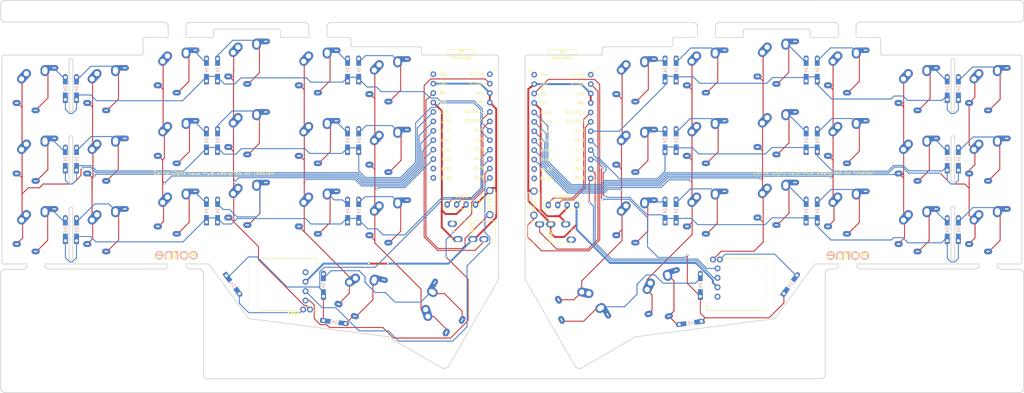
<source format=kicad_pcb>
(kicad_pcb (version 20171130) (host pcbnew 5.1.10)
  (title_block (title "Corne Light") (date 2020-11-12) (rev 2.0) (company foostan))
  (layers (0 F.Cu signal) (31 B.Cu signal) (34 B.Paste user) (35 F.Paste user) (36 B.SilkS user) (37 F.SilkS user) (38 B.Mask user) (39 F.Mask user) (44 Edge.Cuts user))
  (net 0 "")
  (net 1 row0)
  (net 2 "Net-(D1-Pad2)")
  (net 3 row1)
  (net 4 "Net-(D2-Pad2)")
  (net 5 row2)
  (net 6 "Net-(D3-Pad2)")
  (net 7 row3)
  (net 8 "Net-(D4-Pad2)")
  (net 9 "Net-(D5-Pad2)")
  (net 10 "Net-(D6-Pad2)")
  (net 11 "Net-(D7-Pad2)")
  (net 12 "Net-(D8-Pad2)")
  (net 13 "Net-(D9-Pad2)")
  (net 14 "Net-(D10-Pad2)")
  (net 15 "Net-(D11-Pad2)")
  (net 16 "Net-(D12-Pad2)")
  (net 17 "Net-(D13-Pad2)")
  (net 18 "Net-(D14-Pad2)")
  (net 19 "Net-(D15-Pad2)")
  (net 20 "Net-(D16-Pad2)")
  (net 21 "Net-(D17-Pad2)")
  (net 22 "Net-(D18-Pad2)")
  (net 23 "Net-(D19-Pad2)")
  (net 24 "Net-(D20-Pad2)")
  (net 25 "Net-(D21-Pad2)")
  (net 26 GND)
  (net 27 VCC)
  (net 28 col0)
  (net 29 col1)
  (net 30 col2)
  (net 31 col3)
  (net 32 col4)
  (net 33 col5)
  (net 34 data)
  (net 35 reset)
  (net 36 SCL)
  (net 37 SDA)
  (net 38 "Net-(U1-Pad14)")
  (net 39 "Net-(U1-Pad13)")
  (net 40 "Net-(J1-PadA)")
  (net 41 "Net-(U1-Pad24)")
  (net 42 "Net-(D22-Pad2)")
  (net 43 row0_r)
  (net 44 "Net-(D23-Pad2)")
  (net 45 "Net-(D24-Pad2)")
  (net 46 "Net-(D25-Pad2)")
  (net 47 "Net-(D26-Pad2)")
  (net 48 "Net-(D27-Pad2)")
  (net 49 row1_r)
  (net 50 "Net-(D28-Pad2)")
  (net 51 "Net-(D29-Pad2)")
  (net 52 "Net-(D30-Pad2)")
  (net 53 "Net-(D31-Pad2)")
  (net 54 "Net-(D32-Pad2)")
  (net 55 "Net-(D33-Pad2)")
  (net 56 row2_r)
  (net 57 "Net-(D34-Pad2)")
  (net 58 "Net-(D35-Pad2)")
  (net 59 "Net-(D36-Pad2)")
  (net 60 "Net-(D37-Pad2)")
  (net 61 "Net-(D38-Pad2)")
  (net 62 "Net-(D39-Pad2)")
  (net 63 "Net-(D40-Pad2)")
  (net 64 row3_r)
  (net 65 "Net-(D41-Pad2)")
  (net 66 "Net-(D42-Pad2)")
  (net 67 data_r)
  (net 68 "Net-(J6-PadA)")
  (net 69 SDA_r)
  (net 70 SCL_r)
  (net 71 reset_r)
  (net 72 col0_r)
  (net 73 col1_r)
  (net 74 col2_r)
  (net 75 col3_r)
  (net 76 col4_r)
  (net 77 col5_r)
  (net 78 "Net-(U2-Pad24)")
  (net 79 "Net-(U2-Pad14)")
  (net 80 "Net-(U2-Pad13)")
  (net 81 VDD)
  (net 82 GNDA)
  (net 83 "Net-(U1-Pad1)")
  (net 84 "Net-(U2-Pad1)")
  (net 85 ENCB_r)
  (net 86 ENCA_r)
  (net 87 ENCB)
  (net 88 ENCA)
  (module Encoder:RollerEncoder_Panasonic_EVQWGD001 (layer F.Cu) (at 89.2435 99.2354 180)
    (fp_text reference SW19)
    (fp_text value Rotary_Encoder_Switch)
    (fp_text user %R (at -2.4 -7.3) (layer F.SilkS) (effects (font (size 0.8 0.8) (thickness 0.2))))
    (fp_arc (start 9.5 -6.3) (end 9.8 -6.3) (angle -90) (layer Edge.Cuts) (width 0.05))
    (fp_arc (start 7.7 -6.3) (end 7.7 -6.6) (angle -90) (layer Edge.Cuts) (width 0.05))
    (fp_arc (start 9.5 7.3) (end 9.5 7.6) (angle -90) (layer Edge.Cuts) (width 0.05))
    (fp_arc (start 7.7 7.3) (end 7.4 7.3) (angle -90) (layer Edge.Cuts) (width 0.05))
    (fp_line (start 9.8 7.3) (end 9.8 -6.3) (layer Edge.Cuts) (width 0.05))
    (fp_line (start 7.4 -6.3) (end 7.4 7.3) (layer Edge.Cuts) (width 0.05))
    (fp_line (start 9.5 -6.6) (end 7.7 -6.6) (layer Edge.Cuts) (width 0.05))
    (fp_line (start 7.7 7.6) (end 9.5 7.6) (layer Edge.Cuts) (width 0.05))
    (pad "" np_thru_hole circle (at -5.625 6.3 180) (size 1.5 1.5) (drill 1.5) (layers *.Cu *.Mask))
    (pad D thru_hole circle (at -5.625 3.81 180) (size 1.6 1.6) (drill 0.9) (layers *.Cu *.Mask))
    (pad C thru_hole circle (at -5.625 1.27 180) (size 1.6 1.6) (drill 0.9) (layers *.Cu *.Mask) (net 26 GND))
    (pad B thru_hole circle (at -5.625 -1.27 180) (size 1.6 1.6) (drill 0.9) (layers *.Cu *.Mask) (net 87 ENCB))
    (pad A thru_hole circle (at -5.625 -3.81 180) (size 1.6 1.6) (drill 0.9) (layers *.Cu *.Mask) (net 88 ENCA))
    (pad S2 thru_hole circle (at -5 -6.2 180) (size 1.6 1.6) (drill 0.9) (layers *.Cu *.Mask) (net 23 "Net-(D19-Pad2)"))
    (pad S1 thru_hole circle (at -6.85 -6.2 180) (size 1.6 1.6) (drill 0.9) (layers *.Cu *.Mask) (net 31 col3))
  )
  (module Encoder:RollerEncoder_Panasonic_EVQWGD001 (layer F.Cu) (at 211.4429 98.194)
    (fp_text reference SW40)
    (fp_text value Rotary_Encoder_Switch)
    (fp_line (start 7.7 7.6) (end 9.5 7.6) (layer Edge.Cuts) (width 0.05))
    (fp_line (start 9.5 -6.6) (end 7.7 -6.6) (layer Edge.Cuts) (width 0.05))
    (fp_line (start 7.4 -6.3) (end 7.4 7.3) (layer Edge.Cuts) (width 0.05))
    (fp_line (start 9.8 7.3) (end 9.8 -6.3) (layer Edge.Cuts) (width 0.05))
    (fp_arc (start 9.5 -6.3) (end 9.8 -6.3) (angle -90) (layer Edge.Cuts) (width 0.05))
    (fp_arc (start 7.7 -6.3) (end 7.7 -6.6) (angle -90) (layer Edge.Cuts) (width 0.05))
    (fp_arc (start 9.5 7.3) (end 9.5 7.6) (angle -90) (layer Edge.Cuts) (width 0.05))
    (fp_arc (start 7.7 7.3) (end 7.4 7.3) (angle -90) (layer Edge.Cuts) (width 0.05))
    (pad "" np_thru_hole circle (at -5.625 6.3) (size 1.5 1.5) (drill 1.5) (layers *.Cu *.Mask))
    (pad D thru_hole circle (at -5.625 3.81) (size 1.6 1.6) (drill 0.9) (layers *.Cu *.Mask))
    (pad C thru_hole circle (at -5.625 1.27) (size 1.6 1.6) (drill 0.9) (layers *.Cu *.Mask) (net 82 GNDA))
    (pad B thru_hole circle (at -5.625 -1.27) (size 1.6 1.6) (drill 0.9) (layers *.Cu *.Mask) (net 85 ENCB_r))
    (pad A thru_hole circle (at -5.625 -3.81) (size 1.6 1.6) (drill 0.9) (layers *.Cu *.Mask) (net 86 ENCA_r))
    (pad S2 thru_hole circle (at -5 -6.2) (size 1.6 1.6) (drill 0.9) (layers *.Cu *.Mask) (net 63 "Net-(D40-Pad2)"))
    (pad S1 thru_hole circle (at -6.85 -6.2) (size 1.6 1.6) (drill 0.9) (layers *.Cu *.Mask) (net 75 col3_r))
  )
  (module kbd:spacer_m2 (layer B.Cu) (at 250.2125 55.426932 180)
    (fp_text reference Ref** hide)
    (fp_text value Val** hide)
    (pad "" np_thru_hole circle (at 0 0 180) (size 4.3 4.3) (drill 4.3) (layers *.Cu *.Mask))
  )
  (module kbd:spacer_m2 (layer B.Cu) (at 250.2125 74.426932 180)
    (fp_text reference Ref** hide)
    (fp_text value Val** hide)
    (pad "" np_thru_hole circle (at 0 0 180) (size 4.3 4.3) (drill 4.3) (layers *.Cu *.Mask))
  )
  (module kbd:spacer_m2 (layer B.Cu) (at 50.7125 55.445 180)
    (fp_text reference Ref** hide)
    (fp_text value Val** hide)
    (pad "" np_thru_hole circle (at 0 0 180) (size 4.3 4.3) (drill 4.3) (layers *.Cu *.Mask))
  )
  (module kbd:spacer_m2 (layer B.Cu) (at 50.7125 74.445 180)
    (fp_text reference Ref** hide)
    (fp_text value Val** hide)
    (pad "" np_thru_hole circle (at 0 0 180) (size 4.3 4.3) (drill 4.3) (layers *.Cu *.Mask))
  )
  (module kbd:D3_TH_SMD_v2 (layer B.Cu) (at 30.1875 83.916875 90)
    (fp_text reference D13 hide)
    (fp_text value D hide)
    (pad 2 smd rect (at 1.775 0 270) (size 1.4 1.3) (layers B.Cu B.Paste B.Mask) (net 17 "Net-(D13-Pad2)"))
    (pad 1 smd rect (at -1.775 0 270) (size 1.4 1.3) (layers B.Cu B.Paste B.Mask) (net 5 row2))
    (pad 2 thru_hole oval (at 3 0 90) (size 1.778 1.3) (drill 0.8128) (layers *.Cu F.Mask) (net 17 "Net-(D13-Pad2)"))
    (pad 1 thru_hole rect (at -3 0 90) (size 1.778 1.3) (drill 0.8128) (layers *.Cu F.Mask) (net 5 row2))
  )
  (module kbd:D3_TH_SMD_v2 (layer B.Cu) (at 33.1875 83.92 90)
    (fp_text reference D14 hide)
    (fp_text value D hide)
    (pad 2 smd rect (at 1.775 0 270) (size 1.4 1.3) (layers B.Cu B.Paste B.Mask) (net 18 "Net-(D14-Pad2)"))
    (pad 1 smd rect (at -1.775 0 270) (size 1.4 1.3) (layers B.Cu B.Paste B.Mask) (net 5 row2))
    (pad 2 thru_hole oval (at 3 0 90) (size 1.778 1.3) (drill 0.8128) (layers *.Cu F.Mask) (net 18 "Net-(D14-Pad2)"))
    (pad 1 thru_hole rect (at -3 0 90) (size 1.778 1.3) (drill 0.8128) (layers *.Cu F.Mask) (net 5 row2))
  )
  (module kbd:D3_TH_SMD_v2 (layer B.Cu) (at 270.684847 83.920432 90)
    (fp_text reference D34 hide)
    (fp_text value D hide)
    (pad 2 smd rect (at 1.775 0 270) (size 1.4 1.3) (layers B.Cu B.Paste B.Mask) (net 57 "Net-(D34-Pad2)"))
    (pad 1 smd rect (at -1.775 0 270) (size 1.4 1.3) (layers B.Cu B.Paste B.Mask) (net 56 row2_r))
    (pad 2 thru_hole oval (at 3 0 90) (size 1.778 1.3) (drill 0.8128) (layers *.Cu F.Mask) (net 57 "Net-(D34-Pad2)"))
    (pad 1 thru_hole rect (at -3 0 90) (size 1.778 1.3) (drill 0.8128) (layers *.Cu F.Mask) (net 56 row2_r))
  )
  (module kbd:D3_TH_SMD_v2 (layer B.Cu) (at 109.1875 59.92 90)
    (fp_text reference D12 hide)
    (fp_text value D hide)
    (pad 2 smd rect (at 1.775 0 270) (size 1.4 1.3) (layers B.Cu B.Paste B.Mask) (net 16 "Net-(D12-Pad2)"))
    (pad 1 smd rect (at -1.775 0 270) (size 1.4 1.3) (layers B.Cu B.Paste B.Mask) (net 3 row1))
    (pad 2 thru_hole oval (at 3 0 90) (size 1.778 1.3) (drill 0.8128) (layers *.Cu F.Mask) (net 16 "Net-(D12-Pad2)"))
    (pad 1 thru_hole rect (at -3 0 90) (size 1.778 1.3) (drill 0.8128) (layers *.Cu F.Mask) (net 3 row1))
  )
  (module kbd:D3_TH_SMD_v2 (layer B.Cu) (at 191.684847 59.920432 90)
    (fp_text reference D33 hide)
    (fp_text value D hide)
    (pad 2 smd rect (at 1.775 0 270) (size 1.4 1.3) (layers B.Cu B.Paste B.Mask) (net 55 "Net-(D33-Pad2)"))
    (pad 1 smd rect (at -1.775 0 270) (size 1.4 1.3) (layers B.Cu B.Paste B.Mask) (net 49 row1_r))
    (pad 2 thru_hole oval (at 3 0 90) (size 1.778 1.3) (drill 0.8128) (layers *.Cu F.Mask) (net 55 "Net-(D33-Pad2)"))
    (pad 1 thru_hole rect (at -3 0 90) (size 1.778 1.3) (drill 0.8128) (layers *.Cu F.Mask) (net 49 row1_r))
  )
  (module kbd:D3_TH_SMD_v2 (layer B.Cu) (at 194.684847 59.920432 90)
    (fp_text reference D32 hide)
    (fp_text value D hide)
    (pad 2 smd rect (at 1.775 0 270) (size 1.4 1.3) (layers B.Cu B.Paste B.Mask) (net 54 "Net-(D32-Pad2)"))
    (pad 1 smd rect (at -1.775 0 270) (size 1.4 1.3) (layers B.Cu B.Paste B.Mask) (net 49 row1_r))
    (pad 2 thru_hole oval (at 3 0 90) (size 1.778 1.3) (drill 0.8128) (layers *.Cu F.Mask) (net 54 "Net-(D32-Pad2)"))
    (pad 1 thru_hole rect (at -3 0 90) (size 1.778 1.3) (drill 0.8128) (layers *.Cu F.Mask) (net 49 row1_r))
  )
  (module kbd:D3_TH_SMD_v2 (layer B.Cu) (at 229.684847 59.915432 90)
    (fp_text reference D31 hide)
    (fp_text value D hide)
    (pad 2 smd rect (at 1.775 0 270) (size 1.4 1.3) (layers B.Cu B.Paste B.Mask) (net 53 "Net-(D31-Pad2)"))
    (pad 1 smd rect (at -1.775 0 270) (size 1.4 1.3) (layers B.Cu B.Paste B.Mask) (net 49 row1_r))
    (pad 2 thru_hole oval (at 3 0 90) (size 1.778 1.3) (drill 0.8128) (layers *.Cu F.Mask) (net 53 "Net-(D31-Pad2)"))
    (pad 1 thru_hole rect (at -3 0 90) (size 1.778 1.3) (drill 0.8128) (layers *.Cu F.Mask) (net 49 row1_r))
  )
  (module kbd:D3_TH_SMD_v2 (layer B.Cu) (at 232.684847 59.920432 90)
    (fp_text reference D30 hide)
    (fp_text value D hide)
    (pad 2 smd rect (at 1.775 0 270) (size 1.4 1.3) (layers B.Cu B.Paste B.Mask) (net 52 "Net-(D30-Pad2)"))
    (pad 1 smd rect (at -1.775 0 270) (size 1.4 1.3) (layers B.Cu B.Paste B.Mask) (net 49 row1_r))
    (pad 2 thru_hole oval (at 3 0 90) (size 1.778 1.3) (drill 0.8128) (layers *.Cu F.Mask) (net 52 "Net-(D30-Pad2)"))
    (pad 1 thru_hole rect (at -3 0 90) (size 1.778 1.3) (drill 0.8128) (layers *.Cu F.Mask) (net 49 row1_r))
  )
  (module kbd:D3_TH_SMD_v2 (layer B.Cu) (at 267.684847 64.920432 90)
    (fp_text reference D29 hide)
    (fp_text value D hide)
    (pad 2 smd rect (at 1.775 0 270) (size 1.4 1.3) (layers B.Cu B.Paste B.Mask) (net 51 "Net-(D29-Pad2)"))
    (pad 1 smd rect (at -1.775 0 270) (size 1.4 1.3) (layers B.Cu B.Paste B.Mask) (net 49 row1_r))
    (pad 2 thru_hole oval (at 3 0 90) (size 1.778 1.3) (drill 0.8128) (layers *.Cu F.Mask) (net 51 "Net-(D29-Pad2)"))
    (pad 1 thru_hole rect (at -3 0 90) (size 1.778 1.3) (drill 0.8128) (layers *.Cu F.Mask) (net 49 row1_r))
  )
  (module kbd:D3_TH_SMD_v2 (layer B.Cu) (at 270.684847 64.920432 90)
    (fp_text reference D28 hide)
    (fp_text value D hide)
    (pad 2 smd rect (at 1.775 0 270) (size 1.4 1.3) (layers B.Cu B.Paste B.Mask) (net 50 "Net-(D28-Pad2)"))
    (pad 1 smd rect (at -1.775 0 270) (size 1.4 1.3) (layers B.Cu B.Paste B.Mask) (net 49 row1_r))
    (pad 2 thru_hole oval (at 3 0 90) (size 1.778 1.3) (drill 0.8128) (layers *.Cu F.Mask) (net 50 "Net-(D28-Pad2)"))
    (pad 1 thru_hole rect (at -3 0 90) (size 1.778 1.3) (drill 0.8128) (layers *.Cu F.Mask) (net 49 row1_r))
  )
  (module kbd:D3_TH_SMD_v2 (layer B.Cu) (at 191.684847 40.920432 90)
    (fp_text reference D27 hide)
    (fp_text value D hide)
    (pad 2 smd rect (at 1.775 0 270) (size 1.4 1.3) (layers B.Cu B.Paste B.Mask) (net 48 "Net-(D27-Pad2)"))
    (pad 1 smd rect (at -1.775 0 270) (size 1.4 1.3) (layers B.Cu B.Paste B.Mask) (net 43 row0_r))
    (pad 2 thru_hole oval (at 3 0 90) (size 1.778 1.3) (drill 0.8128) (layers *.Cu F.Mask) (net 48 "Net-(D27-Pad2)"))
    (pad 1 thru_hole rect (at -3 0 90) (size 1.778 1.3) (drill 0.8128) (layers *.Cu F.Mask) (net 43 row0_r))
  )
  (module kbd:D3_TH_SMD_v2 (layer B.Cu) (at 194.684847 40.920432 90)
    (fp_text reference D26 hide)
    (fp_text value D hide)
    (pad 2 smd rect (at 1.775 0 270) (size 1.4 1.3) (layers B.Cu B.Paste B.Mask) (net 47 "Net-(D26-Pad2)"))
    (pad 1 smd rect (at -1.775 0 270) (size 1.4 1.3) (layers B.Cu B.Paste B.Mask) (net 43 row0_r))
    (pad 2 thru_hole oval (at 3 0 90) (size 1.778 1.3) (drill 0.8128) (layers *.Cu F.Mask) (net 47 "Net-(D26-Pad2)"))
    (pad 1 thru_hole rect (at -3 0 90) (size 1.778 1.3) (drill 0.8128) (layers *.Cu F.Mask) (net 43 row0_r))
  )
  (module kbd:D3_TH_SMD_v2 (layer B.Cu) (at 229.684847 40.915432 90)
    (fp_text reference D25 hide)
    (fp_text value D hide)
    (pad 2 smd rect (at 1.775 0 270) (size 1.4 1.3) (layers B.Cu B.Paste B.Mask) (net 46 "Net-(D25-Pad2)"))
    (pad 1 smd rect (at -1.775 0 270) (size 1.4 1.3) (layers B.Cu B.Paste B.Mask) (net 43 row0_r))
    (pad 2 thru_hole oval (at 3 0 90) (size 1.778 1.3) (drill 0.8128) (layers *.Cu F.Mask) (net 46 "Net-(D25-Pad2)"))
    (pad 1 thru_hole rect (at -3 0 90) (size 1.778 1.3) (drill 0.8128) (layers *.Cu F.Mask) (net 43 row0_r))
  )
  (module kbd:D3_TH_SMD_v2 (layer B.Cu) (at 232.684847 40.920432 90)
    (fp_text reference D24 hide)
    (fp_text value D hide)
    (pad 2 smd rect (at 1.775 0 270) (size 1.4 1.3) (layers B.Cu B.Paste B.Mask) (net 45 "Net-(D24-Pad2)"))
    (pad 1 smd rect (at -1.775 0 270) (size 1.4 1.3) (layers B.Cu B.Paste B.Mask) (net 43 row0_r))
    (pad 2 thru_hole oval (at 3 0 90) (size 1.778 1.3) (drill 0.8128) (layers *.Cu F.Mask) (net 45 "Net-(D24-Pad2)"))
    (pad 1 thru_hole rect (at -3 0 90) (size 1.778 1.3) (drill 0.8128) (layers *.Cu F.Mask) (net 43 row0_r))
  )
  (module kbd:D3_TH_SMD_v2 (layer B.Cu) (at 267.684847 45.920432 90)
    (fp_text reference D23 hide)
    (fp_text value D hide)
    (pad 2 smd rect (at 1.775 0 270) (size 1.4 1.3) (layers B.Cu B.Paste B.Mask) (net 44 "Net-(D23-Pad2)"))
    (pad 1 smd rect (at -1.775 0 270) (size 1.4 1.3) (layers B.Cu B.Paste B.Mask) (net 43 row0_r))
    (pad 2 thru_hole oval (at 3 0 90) (size 1.778 1.3) (drill 0.8128) (layers *.Cu F.Mask) (net 44 "Net-(D23-Pad2)"))
    (pad 1 thru_hole rect (at -3 0 90) (size 1.778 1.3) (drill 0.8128) (layers *.Cu F.Mask) (net 43 row0_r))
  )
  (module kbd:D3_TH_SMD_v2 (layer B.Cu) (at 270.684847 45.920432 90)
    (fp_text reference D22 hide)
    (fp_text value D hide)
    (pad 2 smd rect (at 1.775 0 270) (size 1.4 1.3) (layers B.Cu B.Paste B.Mask) (net 42 "Net-(D22-Pad2)"))
    (pad 1 smd rect (at -1.775 0 270) (size 1.4 1.3) (layers B.Cu B.Paste B.Mask) (net 43 row0_r))
    (pad 2 thru_hole oval (at 3 0 90) (size 1.778 1.3) (drill 0.8128) (layers *.Cu F.Mask) (net 42 "Net-(D22-Pad2)"))
    (pad 1 thru_hole rect (at -3 0 90) (size 1.778 1.3) (drill 0.8128) (layers *.Cu F.Mask) (net 43 row0_r))
  )
  (module kbd:D3_TH_SMD_v2 (layer B.Cu) (at 201.194847 98.915432 90)
    (fp_text reference D42 hide)
    (fp_text value D hide)
    (pad 2 smd rect (at 1.775 0 270) (size 1.4 1.3) (layers B.Cu B.Paste B.Mask) (net 66 "Net-(D42-Pad2)"))
    (pad 1 smd rect (at -1.775 0 270) (size 1.4 1.3) (layers B.Cu B.Paste B.Mask) (net 64 row3_r))
    (pad 2 thru_hole oval (at 3 0 90) (size 1.778 1.3) (drill 0.8128) (layers *.Cu F.Mask) (net 66 "Net-(D42-Pad2)"))
    (pad 1 thru_hole rect (at -3 0 90) (size 1.778 1.3) (drill 0.8128) (layers *.Cu F.Mask) (net 64 row3_r))
  )
  (module kbd:D3_TH_SMD_v2 (layer B.Cu) (at 198.4889 109.0652 187.8)
    (fp_text reference D41 hide)
    (fp_text value D hide)
    (pad 2 smd rect (at 1.775 0 7.8) (size 1.4 1.3) (layers B.Cu B.Paste B.Mask) (net 65 "Net-(D41-Pad2)"))
    (pad 1 smd rect (at -1.775 0 7.8) (size 1.4 1.3) (layers B.Cu B.Paste B.Mask) (net 64 row3_r))
    (pad 2 thru_hole oval (at 3 0 187.8) (size 1.778 1.3) (drill 0.8128) (layers *.Cu F.Mask) (net 65 "Net-(D41-Pad2)"))
    (pad 1 thru_hole rect (at -3 0 187.8) (size 1.778 1.3) (drill 0.8128) (layers *.Cu F.Mask) (net 64 row3_r))
  )
  (module kbd:D3_TH_SMD_v2 (layer B.Cu) (at 225.4414 98.693838 54.2)
    (fp_text reference D40 hide)
    (fp_text value D hide)
    (pad 2 smd rect (at 1.775 0 234.2) (size 1.4 1.3) (layers B.Cu B.Paste B.Mask) (net 63 "Net-(D40-Pad2)"))
    (pad 1 smd rect (at -1.775 0 234.2) (size 1.4 1.3) (layers B.Cu B.Paste B.Mask) (net 64 row3_r))
    (pad 2 thru_hole oval (at 3 0 54.2) (size 1.778 1.3) (drill 0.8128) (layers *.Cu F.Mask) (net 63 "Net-(D40-Pad2)"))
    (pad 1 thru_hole rect (at -3 0 54.2) (size 1.778 1.3) (drill 0.8128) (layers *.Cu F.Mask) (net 64 row3_r))
  )
  (module kbd:D3_TH_SMD_v2 (layer B.Cu) (at 191.684847 78.920432 90)
    (fp_text reference D39 hide)
    (fp_text value D hide)
    (pad 2 smd rect (at 1.775 0 270) (size 1.4 1.3) (layers B.Cu B.Paste B.Mask) (net 62 "Net-(D39-Pad2)"))
    (pad 1 smd rect (at -1.775 0 270) (size 1.4 1.3) (layers B.Cu B.Paste B.Mask) (net 56 row2_r))
    (pad 2 thru_hole oval (at 3 0 90) (size 1.778 1.3) (drill 0.8128) (layers *.Cu F.Mask) (net 62 "Net-(D39-Pad2)"))
    (pad 1 thru_hole rect (at -3 0 90) (size 1.778 1.3) (drill 0.8128) (layers *.Cu F.Mask) (net 56 row2_r))
  )
  (module kbd:D3_TH_SMD_v2 (layer B.Cu) (at 194.684847 78.920432 90)
    (fp_text reference D38 hide)
    (fp_text value D hide)
    (pad 2 smd rect (at 1.775 0 270) (size 1.4 1.3) (layers B.Cu B.Paste B.Mask) (net 61 "Net-(D38-Pad2)"))
    (pad 1 smd rect (at -1.775 0 270) (size 1.4 1.3) (layers B.Cu B.Paste B.Mask) (net 56 row2_r))
    (pad 2 thru_hole oval (at 3 0 90) (size 1.778 1.3) (drill 0.8128) (layers *.Cu F.Mask) (net 61 "Net-(D38-Pad2)"))
    (pad 1 thru_hole rect (at -3 0 90) (size 1.778 1.3) (drill 0.8128) (layers *.Cu F.Mask) (net 56 row2_r))
  )
  (module kbd:D3_TH_SMD_v2 (layer B.Cu) (at 229.684847 78.915432 90)
    (fp_text reference D37 hide)
    (fp_text value D hide)
    (pad 2 smd rect (at 1.775 0 270) (size 1.4 1.3) (layers B.Cu B.Paste B.Mask) (net 60 "Net-(D37-Pad2)"))
    (pad 1 smd rect (at -1.775 0 270) (size 1.4 1.3) (layers B.Cu B.Paste B.Mask) (net 56 row2_r))
    (pad 2 thru_hole oval (at 3 0 90) (size 1.778 1.3) (drill 0.8128) (layers *.Cu F.Mask) (net 60 "Net-(D37-Pad2)"))
    (pad 1 thru_hole rect (at -3 0 90) (size 1.778 1.3) (drill 0.8128) (layers *.Cu F.Mask) (net 56 row2_r))
  )
  (module kbd:D3_TH_SMD_v2 (layer B.Cu) (at 232.684847 78.920432 90)
    (fp_text reference D36 hide)
    (fp_text value D hide)
    (pad 2 smd rect (at 1.775 0 270) (size 1.4 1.3) (layers B.Cu B.Paste B.Mask) (net 59 "Net-(D36-Pad2)"))
    (pad 1 smd rect (at -1.775 0 270) (size 1.4 1.3) (layers B.Cu B.Paste B.Mask) (net 56 row2_r))
    (pad 2 thru_hole oval (at 3 0 90) (size 1.778 1.3) (drill 0.8128) (layers *.Cu F.Mask) (net 59 "Net-(D36-Pad2)"))
    (pad 1 thru_hole rect (at -3 0 90) (size 1.778 1.3) (drill 0.8128) (layers *.Cu F.Mask) (net 56 row2_r))
  )
  (module kbd:D3_TH_SMD_v2 (layer B.Cu) (at 267.684847 83.920432 90)
    (fp_text reference D35 hide)
    (fp_text value D hide)
    (pad 2 smd rect (at 1.775 0 270) (size 1.4 1.3) (layers B.Cu B.Paste B.Mask) (net 58 "Net-(D35-Pad2)"))
    (pad 1 smd rect (at -1.775 0 270) (size 1.4 1.3) (layers B.Cu B.Paste B.Mask) (net 56 row2_r))
    (pad 2 thru_hole oval (at 3 0 90) (size 1.778 1.3) (drill 0.8128) (layers *.Cu F.Mask) (net 58 "Net-(D35-Pad2)"))
    (pad 1 thru_hole rect (at -3 0 90) (size 1.778 1.3) (drill 0.8128) (layers *.Cu F.Mask) (net 56 row2_r))
  )
  (module kbd:D3_TH_SMD_v2 (layer B.Cu) (at 30.1875 45.916875 90)
    (fp_text reference D1 hide)
    (fp_text value D hide)
    (pad 2 smd rect (at 1.775 0 270) (size 1.4 1.3) (layers B.Cu B.Paste B.Mask) (net 2 "Net-(D1-Pad2)"))
    (pad 1 smd rect (at -1.775 0 270) (size 1.4 1.3) (layers B.Cu B.Paste B.Mask) (net 1 row0))
    (pad 2 thru_hole oval (at 3 0 90) (size 1.778 1.3) (drill 0.8128) (layers *.Cu F.Mask) (net 2 "Net-(D1-Pad2)"))
    (pad 1 thru_hole rect (at -3 0 90) (size 1.778 1.3) (drill 0.8128) (layers *.Cu F.Mask) (net 1 row0))
  )
  (module kbd:D3_TH_SMD_v2 (layer B.Cu) (at 33.1875 45.92 90)
    (fp_text reference D2 hide)
    (fp_text value D hide)
    (pad 2 smd rect (at 1.775 0 270) (size 1.4 1.3) (layers B.Cu B.Paste B.Mask) (net 4 "Net-(D2-Pad2)"))
    (pad 1 smd rect (at -1.775 0 270) (size 1.4 1.3) (layers B.Cu B.Paste B.Mask) (net 1 row0))
    (pad 2 thru_hole oval (at 3 0 90) (size 1.778 1.3) (drill 0.8128) (layers *.Cu F.Mask) (net 4 "Net-(D2-Pad2)"))
    (pad 1 thru_hole rect (at -3 0 90) (size 1.778 1.3) (drill 0.8128) (layers *.Cu F.Mask) (net 1 row0))
  )
  (module kbd:D3_TH_SMD_v2 (layer B.Cu) (at 68.1875 40.92 90)
    (fp_text reference D3 hide)
    (fp_text value D hide)
    (pad 2 smd rect (at 1.775 0 270) (size 1.4 1.3) (layers B.Cu B.Paste B.Mask) (net 6 "Net-(D3-Pad2)"))
    (pad 1 smd rect (at -1.775 0 270) (size 1.4 1.3) (layers B.Cu B.Paste B.Mask) (net 1 row0))
    (pad 2 thru_hole oval (at 3 0 90) (size 1.778 1.3) (drill 0.8128) (layers *.Cu F.Mask) (net 6 "Net-(D3-Pad2)"))
    (pad 1 thru_hole rect (at -3 0 90) (size 1.778 1.3) (drill 0.8128) (layers *.Cu F.Mask) (net 1 row0))
  )
  (module kbd:D3_TH_SMD_v2 (layer B.Cu) (at 71.1875 40.915 90)
    (fp_text reference D4 hide)
    (fp_text value D hide)
    (pad 2 smd rect (at 1.775 0 270) (size 1.4 1.3) (layers B.Cu B.Paste B.Mask) (net 8 "Net-(D4-Pad2)"))
    (pad 1 smd rect (at -1.775 0 270) (size 1.4 1.3) (layers B.Cu B.Paste B.Mask) (net 1 row0))
    (pad 2 thru_hole oval (at 3 0 90) (size 1.778 1.3) (drill 0.8128) (layers *.Cu F.Mask) (net 8 "Net-(D4-Pad2)"))
    (pad 1 thru_hole rect (at -3 0 90) (size 1.778 1.3) (drill 0.8128) (layers *.Cu F.Mask) (net 1 row0))
  )
  (module kbd:D3_TH_SMD_v2 (layer B.Cu) (at 106.1875 40.92 90)
    (fp_text reference D5 hide)
    (fp_text value D hide)
    (pad 2 smd rect (at 1.775 0 270) (size 1.4 1.3) (layers B.Cu B.Paste B.Mask) (net 9 "Net-(D5-Pad2)"))
    (pad 1 smd rect (at -1.775 0 270) (size 1.4 1.3) (layers B.Cu B.Paste B.Mask) (net 1 row0))
    (pad 2 thru_hole oval (at 3 0 90) (size 1.778 1.3) (drill 0.8128) (layers *.Cu F.Mask) (net 9 "Net-(D5-Pad2)"))
    (pad 1 thru_hole rect (at -3 0 90) (size 1.778 1.3) (drill 0.8128) (layers *.Cu F.Mask) (net 1 row0))
  )
  (module kbd:D3_TH_SMD_v2 (layer B.Cu) (at 109.1875 40.92 90)
    (fp_text reference D6 hide)
    (fp_text value D hide)
    (pad 2 smd rect (at 1.775 0 270) (size 1.4 1.3) (layers B.Cu B.Paste B.Mask) (net 10 "Net-(D6-Pad2)"))
    (pad 1 smd rect (at -1.775 0 270) (size 1.4 1.3) (layers B.Cu B.Paste B.Mask) (net 1 row0))
    (pad 2 thru_hole oval (at 3 0 90) (size 1.778 1.3) (drill 0.8128) (layers *.Cu F.Mask) (net 10 "Net-(D6-Pad2)"))
    (pad 1 thru_hole rect (at -3 0 90) (size 1.778 1.3) (drill 0.8128) (layers *.Cu F.Mask) (net 1 row0))
  )
  (module kbd:D3_TH_SMD_v2 (layer B.Cu) (at 30.1875 64.916875 90)
    (fp_text reference D7 hide)
    (fp_text value D hide)
    (pad 2 smd rect (at 1.775 0 270) (size 1.4 1.3) (layers B.Cu B.Paste B.Mask) (net 11 "Net-(D7-Pad2)"))
    (pad 1 smd rect (at -1.775 0 270) (size 1.4 1.3) (layers B.Cu B.Paste B.Mask) (net 3 row1))
    (pad 2 thru_hole oval (at 3 0 90) (size 1.778 1.3) (drill 0.8128) (layers *.Cu F.Mask) (net 11 "Net-(D7-Pad2)"))
    (pad 1 thru_hole rect (at -3 0 90) (size 1.778 1.3) (drill 0.8128) (layers *.Cu F.Mask) (net 3 row1))
  )
  (module kbd:D3_TH_SMD_v2 (layer B.Cu) (at 33.1875 64.92 90)
    (fp_text reference D8 hide)
    (fp_text value D hide)
    (pad 2 smd rect (at 1.775 0 270) (size 1.4 1.3) (layers B.Cu B.Paste B.Mask) (net 12 "Net-(D8-Pad2)"))
    (pad 1 smd rect (at -1.775 0 270) (size 1.4 1.3) (layers B.Cu B.Paste B.Mask) (net 3 row1))
    (pad 2 thru_hole oval (at 3 0 90) (size 1.778 1.3) (drill 0.8128) (layers *.Cu F.Mask) (net 12 "Net-(D8-Pad2)"))
    (pad 1 thru_hole rect (at -3 0 90) (size 1.778 1.3) (drill 0.8128) (layers *.Cu F.Mask) (net 3 row1))
  )
  (module kbd:D3_TH_SMD_v2 (layer B.Cu) (at 68.1875 59.92 90)
    (fp_text reference D9 hide)
    (fp_text value D hide)
    (pad 2 smd rect (at 1.775 0 270) (size 1.4 1.3) (layers B.Cu B.Paste B.Mask) (net 13 "Net-(D9-Pad2)"))
    (pad 1 smd rect (at -1.775 0 270) (size 1.4 1.3) (layers B.Cu B.Paste B.Mask) (net 3 row1))
    (pad 2 thru_hole oval (at 3 0 90) (size 1.778 1.3) (drill 0.8128) (layers *.Cu F.Mask) (net 13 "Net-(D9-Pad2)"))
    (pad 1 thru_hole rect (at -3 0 90) (size 1.778 1.3) (drill 0.8128) (layers *.Cu F.Mask) (net 3 row1))
  )
  (module kbd:D3_TH_SMD_v2 (layer B.Cu) (at 71.1875 59.915 90)
    (fp_text reference D10 hide)
    (fp_text value D hide)
    (pad 2 smd rect (at 1.775 0 270) (size 1.4 1.3) (layers B.Cu B.Paste B.Mask) (net 14 "Net-(D10-Pad2)"))
    (pad 1 smd rect (at -1.775 0 270) (size 1.4 1.3) (layers B.Cu B.Paste B.Mask) (net 3 row1))
    (pad 2 thru_hole oval (at 3 0 90) (size 1.778 1.3) (drill 0.8128) (layers *.Cu F.Mask) (net 14 "Net-(D10-Pad2)"))
    (pad 1 thru_hole rect (at -3 0 90) (size 1.778 1.3) (drill 0.8128) (layers *.Cu F.Mask) (net 3 row1))
  )
  (module kbd:D3_TH_SMD_v2 (layer B.Cu) (at 106.1875 59.92 90)
    (fp_text reference D11 hide)
    (fp_text value D hide)
    (pad 2 smd rect (at 1.775 0 270) (size 1.4 1.3) (layers B.Cu B.Paste B.Mask) (net 15 "Net-(D11-Pad2)"))
    (pad 1 smd rect (at -1.775 0 270) (size 1.4 1.3) (layers B.Cu B.Paste B.Mask) (net 3 row1))
    (pad 2 thru_hole oval (at 3 0 90) (size 1.778 1.3) (drill 0.8128) (layers *.Cu F.Mask) (net 15 "Net-(D11-Pad2)"))
    (pad 1 thru_hole rect (at -3 0 90) (size 1.778 1.3) (drill 0.8128) (layers *.Cu F.Mask) (net 3 row1))
  )
  (module kbd:D3_TH_SMD_v2 (layer B.Cu) (at 68.1875 78.92 90)
    (fp_text reference D15 hide)
    (fp_text value D hide)
    (pad 2 smd rect (at 1.775 0 270) (size 1.4 1.3) (layers B.Cu B.Paste B.Mask) (net 19 "Net-(D15-Pad2)"))
    (pad 1 smd rect (at -1.775 0 270) (size 1.4 1.3) (layers B.Cu B.Paste B.Mask) (net 5 row2))
    (pad 2 thru_hole oval (at 3 0 90) (size 1.778 1.3) (drill 0.8128) (layers *.Cu F.Mask) (net 19 "Net-(D15-Pad2)"))
    (pad 1 thru_hole rect (at -3 0 90) (size 1.778 1.3) (drill 0.8128) (layers *.Cu F.Mask) (net 5 row2))
  )
  (module kbd:D3_TH_SMD_v2 (layer B.Cu) (at 71.1875 78.915 90)
    (fp_text reference D16 hide)
    (fp_text value D hide)
    (pad 2 smd rect (at 1.775 0 270) (size 1.4 1.3) (layers B.Cu B.Paste B.Mask) (net 20 "Net-(D16-Pad2)"))
    (pad 1 smd rect (at -1.775 0 270) (size 1.4 1.3) (layers B.Cu B.Paste B.Mask) (net 5 row2))
    (pad 2 thru_hole oval (at 3 0 90) (size 1.778 1.3) (drill 0.8128) (layers *.Cu F.Mask) (net 20 "Net-(D16-Pad2)"))
    (pad 1 thru_hole rect (at -3 0 90) (size 1.778 1.3) (drill 0.8128) (layers *.Cu F.Mask) (net 5 row2))
  )
  (module kbd:D3_TH_SMD_v2 (layer B.Cu) (at 106.1875 78.92 90)
    (fp_text reference D17 hide)
    (fp_text value D hide)
    (pad 2 smd rect (at 1.775 0 270) (size 1.4 1.3) (layers B.Cu B.Paste B.Mask) (net 21 "Net-(D17-Pad2)"))
    (pad 1 smd rect (at -1.775 0 270) (size 1.4 1.3) (layers B.Cu B.Paste B.Mask) (net 5 row2))
    (pad 2 thru_hole oval (at 3 0 90) (size 1.778 1.3) (drill 0.8128) (layers *.Cu F.Mask) (net 21 "Net-(D17-Pad2)"))
    (pad 1 thru_hole rect (at -3 0 90) (size 1.778 1.3) (drill 0.8128) (layers *.Cu F.Mask) (net 5 row2))
  )
  (module kbd:D3_TH_SMD_v2 (layer B.Cu) (at 109.1875 78.92 90)
    (fp_text reference D18 hide)
    (fp_text value D hide)
    (pad 2 smd rect (at 1.775 0 270) (size 1.4 1.3) (layers B.Cu B.Paste B.Mask) (net 22 "Net-(D18-Pad2)"))
    (pad 1 smd rect (at -1.775 0 270) (size 1.4 1.3) (layers B.Cu B.Paste B.Mask) (net 5 row2))
    (pad 2 thru_hole oval (at 3 0 90) (size 1.778 1.3) (drill 0.8128) (layers *.Cu F.Mask) (net 22 "Net-(D18-Pad2)"))
    (pad 1 thru_hole rect (at -3 0 90) (size 1.778 1.3) (drill 0.8128) (layers *.Cu F.Mask) (net 5 row2))
  )
  (module kbd:D3_TH_SMD_v2 (layer B.Cu) (at 75.2958 98.744638 305.8)
    (fp_text reference D19 hide)
    (fp_text value D hide)
    (pad 2 smd rect (at 1.775 0 125.8) (size 1.4 1.3) (layers B.Cu B.Paste B.Mask) (net 23 "Net-(D19-Pad2)"))
    (pad 1 smd rect (at -1.775 0 125.8) (size 1.4 1.3) (layers B.Cu B.Paste B.Mask) (net 7 row3))
    (pad 2 thru_hole oval (at 3 0 305.8) (size 1.778 1.3) (drill 0.8128) (layers *.Cu F.Mask) (net 23 "Net-(D19-Pad2)"))
    (pad 1 thru_hole rect (at -3 0 305.8) (size 1.778 1.3) (drill 0.8128) (layers *.Cu F.Mask) (net 7 row3))
  )
  (module kbd:D3_TH_SMD_v2 (layer B.Cu) (at 102.6801 108.8366 352.2)
    (fp_text reference D20 hide)
    (fp_text value D hide)
    (pad 2 smd rect (at 1.775 0 172.2) (size 1.4 1.3) (layers B.Cu B.Paste B.Mask) (net 24 "Net-(D20-Pad2)"))
    (pad 1 smd rect (at -1.775 0 172.2) (size 1.4 1.3) (layers B.Cu B.Paste B.Mask) (net 7 row3))
    (pad 2 thru_hole oval (at 3 0 352.2) (size 1.778 1.3) (drill 0.8128) (layers *.Cu F.Mask) (net 24 "Net-(D20-Pad2)"))
    (pad 1 thru_hole rect (at -3 0 352.2) (size 1.778 1.3) (drill 0.8128) (layers *.Cu F.Mask) (net 7 row3))
  )
  (module kbd:D3_TH_SMD_v2 (layer B.Cu) (at 99.6875 98.905 90)
    (fp_text reference D21 hide)
    (fp_text value D hide)
    (pad 2 smd rect (at 1.775 0 270) (size 1.4 1.3) (layers B.Cu B.Paste B.Mask) (net 25 "Net-(D21-Pad2)"))
    (pad 1 smd rect (at -1.775 0 270) (size 1.4 1.3) (layers B.Cu B.Paste B.Mask) (net 7 row3))
    (pad 2 thru_hole oval (at 3 0 90) (size 1.778 1.3) (drill 0.8128) (layers *.Cu F.Mask) (net 25 "Net-(D21-Pad2)"))
    (pad 1 thru_hole rect (at -3 0 90) (size 1.778 1.3) (drill 0.8128) (layers *.Cu F.Mask) (net 7 row3))
  )
  (module kbd:OLED_1side (layer F.Cu) (at 160.2575 77.31)
    (fp_text reference J7)
    (fp_text value OLED hide)
    (fp_text user OLED (at 3.69 -2.15) (layer F.SilkS))
    (pad 4 thru_hole oval (at 7.62 0) (size 1.397 1.778) (drill 0.8128) (layers *.Cu B.Mask) (net 82 GNDA))
    (pad 3 thru_hole oval (at 5.08 0) (size 1.397 1.778) (drill 0.8128) (layers *.Cu B.Mask) (net 81 VDD))
    (pad 2 thru_hole oval (at 2.54 0) (size 1.397 1.778) (drill 0.8128) (layers *.Cu B.Mask) (net 70 SCL_r))
    (pad 1 thru_hole oval (at 0 0) (size 1.397 1.778) (drill 0.8128) (layers *.Cu B.Mask) (net 69 SDA_r))
  )
  (module kbd:OLED_1side (layer F.Cu) (at 133.0285 77.168)
    (fp_text reference J2)
    (fp_text value OLED hide)
    (fp_text user OLED (at 3.906 -2.284) (layer F.SilkS))
    (pad 4 thru_hole oval (at 7.62 0) (size 1.397 1.778) (drill 0.8128) (layers *.Cu B.Mask) (net 26 GND))
    (pad 3 thru_hole oval (at 5.08 0) (size 1.397 1.778) (drill 0.8128) (layers *.Cu B.Mask) (net 27 VCC))
    (pad 2 thru_hole oval (at 2.54 0) (size 1.397 1.778) (drill 0.8128) (layers *.Cu B.Mask) (net 36 SCL))
    (pad 1 thru_hole oval (at 0 0) (size 1.397 1.778) (drill 0.8128) (layers *.Cu B.Mask) (net 37 SDA))
  )
  (module kbd:MJ-4PP-9_1side (layer F.Cu) (at 154.607847 84.565432 90)
    (fp_text reference J6)
    (fp_text value MJ-4PP-9 hide)
    (fp_text user TRRS (at -0.75 6.45 90) (layer F.SilkS))
    (pad A thru_hole oval (at -2.1 11.8 90) (size 1.7 2.5) (drill oval 1 1.5) (layers *.Cu B.Mask) (net 68 "Net-(J6-PadA)") (clearance 0.15))
    (pad D thru_hole oval (at 2.1 10.3 90) (size 1.7 2.5) (drill oval 1 1.5) (layers *.Cu B.Mask) (net 81 VDD) (clearance 0.15))
    (pad C thru_hole oval (at 2.1 6.3 90) (size 1.7 2.5) (drill oval 1 1.5) (layers *.Cu B.Mask) (net 82 GNDA))
    (pad B thru_hole oval (at 2.1 3.3 90) (size 1.7 2.5) (drill oval 1 1.5) (layers *.Cu B.Mask) (net 67 data_r))
    (pad "" np_thru_hole circle (at 0 8.5 90) (size 1.2 1.2) (drill 1.2) (layers *.Cu *.Mask))
    (pad "" np_thru_hole circle (at 0 1.5 90) (size 1.2 1.2) (drill 1.2) (layers *.Cu *.Mask))
  )
  (module kbd:MJ-4PP-9_1side (layer F.Cu) (at 146.2145 84.432 270)
    (fp_text reference J1)
    (fp_text value MJ-4PP-9 hide)
    (fp_text user TRRS (at -0.75 6.45 270) (layer F.SilkS))
    (pad A thru_hole oval (at -2.1 11.8 270) (size 1.7 2.5) (drill oval 1 1.5) (layers *.Cu B.Mask) (net 40 "Net-(J1-PadA)") (clearance 0.15))
    (pad D thru_hole oval (at 2.1 10.3 270) (size 1.7 2.5) (drill oval 1 1.5) (layers *.Cu B.Mask) (net 27 VCC) (clearance 0.15))
    (pad C thru_hole oval (at 2.1 6.3 270) (size 1.7 2.5) (drill oval 1 1.5) (layers *.Cu B.Mask) (net 26 GND))
    (pad B thru_hole oval (at 2.1 3.3 270) (size 1.7 2.5) (drill oval 1 1.5) (layers *.Cu B.Mask) (net 34 data))
    (pad "" np_thru_hole circle (at 0 8.5 270) (size 1.2 1.2) (drill 1.2) (layers *.Cu *.Mask))
    (pad "" np_thru_hole circle (at 0 1.5 270) (size 1.2 1.2) (drill 1.2) (layers *.Cu *.Mask))
  )
  (module kbd:ResetSW_1side (layer F.Cu) (at 156.374847 76.817432 270)
    (fp_text reference RSW2 hide)
    (fp_text value SW_PUSH)
    (fp_text user RESET (at 0 0 90) (layer F.SilkS))
    (pad 2 thru_hole circle (at -3.25 0 270) (size 2 2) (drill 1.3) (layers *.Cu B.Mask) (net 82 GNDA))
    (pad 1 thru_hole circle (at 3.25 0 270) (size 2 2) (drill 1.3) (layers *.Cu B.Mask) (net 71 reset_r))
  )
  (module kbd:ResetSW_1side (layer F.Cu) (at 144.5045 76.671 270)
    (fp_text reference RSW1 hide)
    (fp_text value SW_PUSH)
    (fp_text user RESET (at 0 0 270) (layer F.SilkS))
    (pad 2 thru_hole circle (at -3.25 0 270) (size 2 2) (drill 1.3) (layers *.Cu B.Mask) (net 26 GND))
    (pad 1 thru_hole circle (at 3.25 0 270) (size 2 2) (drill 1.3) (layers *.Cu B.Mask) (net 35 reset))
  )
  (module kbd:thread_m2 (layer F.Cu) (at 170.889847 84.542432)
    (fp_text reference Ref** hide)
    (fp_text value Val** hide)
    (pad "" np_thru_hole circle (at 0 0) (size 2.3 2.3) (drill 2.3) (layers *.Cu *.Mask))
  )
  (module kbd:thread_m2 (layer F.Cu) (at 156.330847 93.085432)
    (fp_text reference Ref** hide)
    (fp_text value Val** hide)
    (pad "" np_thru_hole circle (at 0 0) (size 2.3 2.3) (drill 2.3) (layers *.Cu *.Mask))
  )
  (module kbd:thread_m2 (layer B.Cu) (at 144.3765 92.94 180)
    (fp_text reference Ref** hide)
    (fp_text value Val** hide)
    (pad "" np_thru_hole circle (at 0 0 180) (size 2.3 2.3) (drill 2.3) (layers *.Cu *.Mask))
  )
  (module kbd:thread_m2 (layer B.Cu) (at 129.9445 84.419 180)
    (fp_text reference Ref** hide)
    (fp_text value Val** hide)
    (pad "" np_thru_hole circle (at 0 0 180) (size 2.3 2.3) (drill 2.3) (layers *.Cu *.Mask))
  )
  (module kbd:spacer_m2 (layer B.Cu) (at 269.195847 74.426932 180)
    (fp_text reference Ref** hide)
    (fp_text value Val** hide)
    (pad "" np_thru_hole circle (at 0 0 180) (size 4.3 4.3) (drill 4.3) (layers *.Cu *.Mask))
  )
  (module kbd:spacer_m2 (layer B.Cu) (at 269.195847 55.426932 180)
    (fp_text reference Ref** hide)
    (fp_text value Val** hide)
    (pad "" np_thru_hole circle (at 0 0 180) (size 4.3 4.3) (drill 4.3) (layers *.Cu *.Mask))
  )
  (module kbd:spacer_m2 (layer B.Cu) (at 226.055847 91.696932 180)
    (fp_text reference Ref** hide)
    (fp_text value Val** hide)
    (pad "" np_thru_hole circle (at 0 0 180) (size 4.3 4.3) (drill 4.3) (layers *.Cu *.Mask))
  )
  (module kbd:spacer_m2 (layer B.Cu) (at 179.485847 99.446932 180)
    (fp_text reference Ref** hide)
    (fp_text value Val** hide)
    (pad "" np_thru_hole circle (at 0 0 180) (size 4.3 4.3) (drill 4.3) (layers *.Cu *.Mask))
  )
  (module kbd:spacer_m2 (layer B.Cu) (at 193.235847 51.936932 180)
    (fp_text reference Ref** hide)
    (fp_text value Val** hide)
    (pad "" np_thru_hole circle (at 0 0 180) (size 4.3 4.3) (drill 4.3) (layers *.Cu *.Mask))
  )
  (module kbd:spacer_m2 (layer B.Cu) (at 121.4055 99.3 180)
    (fp_text reference Ref** hide)
    (fp_text value Val** hide)
    (pad "" np_thru_hole circle (at 0 0 180) (size 4.3 4.3) (drill 4.3) (layers *.Cu *.Mask))
  )
  (module kbd:spacer_m2 (layer B.Cu) (at 74.8395 91.6855 180)
    (fp_text reference Ref** hide)
    (fp_text value Val** hide)
    (pad "" np_thru_hole circle (at 0 0 180) (size 4.3 4.3) (drill 4.3) (layers *.Cu *.Mask))
  )
  (module kbd:spacer_m2 (layer B.Cu) (at 31.6955 55.4205 180)
    (fp_text reference Ref** hide)
    (fp_text value Val** hide)
    (pad "" np_thru_hole circle (at 0 0 180) (size 4.3 4.3) (drill 4.3) (layers *.Cu *.Mask))
  )
  (module kbd:spacer_m2 (layer B.Cu) (at 107.6505 51.9305 180)
    (fp_text reference Ref** hide)
    (fp_text value Val** hide)
    (pad "" np_thru_hole circle (at 0 0 180) (size 4.3 4.3) (drill 4.3) (layers *.Cu *.Mask))
  )
  (module kbd:spacer_m2 (layer B.Cu) (at 31.6955 74.4205 180)
    (fp_text reference Ref** hide)
    (fp_text value Val** hide)
    (pad "" np_thru_hole circle (at 0 0 180) (size 4.3 4.3) (drill 4.3) (layers *.Cu *.Mask))
  )
  (module kbd:keyswitch_cherrymx_alps_choc12_1.5u (layer F.Cu) (at 168.934847 105.295432 300)
    (fp_text reference SW42 hide)
    (fp_text value SW_PUSH hide)
    (pad 1 thru_hole oval (at -3.8 -2.55 258) (size 2.4 4.4) (drill 1.4 (offset 0 -1)) (layers *.Cu B.Mask) (net 77 col5_r))
    (pad 2 thru_hole oval (at 2.5 -4.8 300) (size 2.4 2.95) (drill oval 1.4 1.95) (layers *.Cu B.Mask) (net 66 "Net-(D42-Pad2)"))
    (pad 1 thru_hole circle (at -2.5 -4 300) (size 2.4 2.4) (drill 1.4) (layers *.Cu B.Mask) (net 77 col5_r))
    (pad 2 thru_hole oval (at 5 -5.55 300.5) (size 4.4 1.5) (drill oval 1 0.3 (offset -1.1 0)) (layers *.Cu B.Mask) (net 66 "Net-(D42-Pad2)"))
    (pad 1 thru_hole oval (at -5.1 3.9 300) (size 2.2 1.6) (drill oval 1 0.4) (layers *.Cu B.Mask) (net 77 col5_r))
    (pad "" np_thru_hole circle (at 0 0 30) (size 4.9 4.9) (drill 4.9) (layers *.Cu))
    (pad "" np_thru_hole circle (at -5.5 0 30) (size 1.8 1.8) (drill 1.8) (layers *.Cu))
    (pad "" np_thru_hole circle (at 5.5 0 30) (size 1.8 1.8) (drill 1.8) (layers *.Cu))
    (pad 2 thru_hole oval (at 0 5.9 300) (size 2.2 1.5) (drill oval 1 0.3) (layers *.Cu B.Mask) (net 66 "Net-(D42-Pad2)"))
    (pad "" np_thru_hole circle (at 5.08 0 300) (size 1.7 1.7) (drill 1.7) (layers *.Cu))
    (pad "" np_thru_hole circle (at -5.08 0 300) (size 1.7 1.7) (drill 1.7) (layers *.Cu))
  )
  (module kbd:keyswitch_cherrymx_alps_choc12_1.5u (layer F.Cu) (at 131.9375 105.295 60)
    (fp_text reference SW21 hide)
    (fp_text value SW_PUSH hide)
    (pad 1 thru_hole oval (at -3.8 -2.55 18) (size 2.4 4.4) (drill 1.4 (offset 0 -1)) (layers *.Cu B.Mask) (net 33 col5))
    (pad 2 thru_hole oval (at 2.5 -4.8 60) (size 2.4 2.95) (drill oval 1.4 1.95) (layers *.Cu B.Mask) (net 25 "Net-(D21-Pad2)"))
    (pad 1 thru_hole circle (at -2.5 -4 60) (size 2.4 2.4) (drill 1.4) (layers *.Cu B.Mask) (net 33 col5))
    (pad 2 thru_hole oval (at 5 -5.55 60.5) (size 4.4 1.5) (drill oval 1 0.3 (offset -1.1 0)) (layers *.Cu B.Mask) (net 25 "Net-(D21-Pad2)"))
    (pad 1 thru_hole oval (at -5.1 3.9 60) (size 2.2 1.6) (drill oval 1 0.4) (layers *.Cu B.Mask) (net 33 col5))
    (pad "" np_thru_hole circle (at 0 0 150) (size 4.9 4.9) (drill 4.9) (layers *.Cu))
    (pad "" np_thru_hole circle (at -5.5 0 150) (size 1.8 1.8) (drill 1.8) (layers *.Cu))
    (pad "" np_thru_hole circle (at 5.5 0 150) (size 1.8 1.8) (drill 1.8) (layers *.Cu))
    (pad 2 thru_hole oval (at 0 5.9 60) (size 2.2 1.5) (drill oval 1 0.3) (layers *.Cu B.Mask) (net 25 "Net-(D21-Pad2)"))
    (pad "" np_thru_hole circle (at 5.08 0 60) (size 1.7 1.7) (drill 1.7) (layers *.Cu))
    (pad "" np_thru_hole circle (at -5.08 0 60) (size 1.7 1.7) (drill 1.7) (layers *.Cu))
  )
  (module kbd:keyswitch_cherrymx_alps_choc12_1u (layer F.Cu) (at 117.1875 81.545)
    (fp_text reference SW18 hide)
    (fp_text value SW_PUSH hide)
    (pad 1 thru_hole oval (at -3.8 -2.55 318) (size 2.4 4.4) (drill 1.4 (offset 0 -1)) (layers *.Cu B.Mask) (net 33 col5))
    (pad 2 thru_hole oval (at 2.5 -4.8) (size 2.4 2.95) (drill oval 1.4 1.95) (layers *.Cu B.Mask) (net 22 "Net-(D18-Pad2)"))
    (pad 1 thru_hole circle (at -2.5 -4) (size 2.4 2.4) (drill 1.4) (layers *.Cu B.Mask) (net 33 col5))
    (pad 2 thru_hole oval (at 5 -5.55 0.5) (size 4.4 1.5) (drill oval 1 0.3 (offset -1.1 0)) (layers *.Cu B.Mask) (net 22 "Net-(D18-Pad2)"))
    (pad 1 thru_hole oval (at -5.1 3.9) (size 2.2 1.6) (drill oval 1 0.4) (layers *.Cu B.Mask) (net 33 col5))
    (pad "" np_thru_hole circle (at 0 0 90) (size 4.9 4.9) (drill 4.9) (layers *.Cu))
    (pad "" np_thru_hole circle (at -5.5 0 90) (size 1.8 1.8) (drill 1.8) (layers *.Cu))
    (pad "" np_thru_hole circle (at 5.5 0 90) (size 1.8 1.8) (drill 1.8) (layers *.Cu))
    (pad 2 thru_hole oval (at 0 5.9) (size 2.2 1.5) (drill oval 1 0.3) (layers *.Cu B.Mask) (net 22 "Net-(D18-Pad2)"))
    (pad "" np_thru_hole circle (at 5.08 0) (size 1.7 1.7) (drill 1.7) (layers *.Cu))
    (pad "" np_thru_hole circle (at -5.08 0) (size 1.7 1.7) (drill 1.7) (layers *.Cu))
  )
  (module kbd:keyswitch_cherrymx_alps_choc12_1u (layer F.Cu) (at 202.684847 60.170432)
    (fp_text reference SW32 hide)
    (fp_text value SW_PUSH hide)
    (pad 1 thru_hole oval (at -3.8 -2.55 318) (size 2.4 4.4) (drill 1.4 (offset 0 -1)) (layers *.Cu B.Mask) (net 76 col4_r))
    (pad 2 thru_hole oval (at 2.5 -4.8) (size 2.4 2.95) (drill oval 1.4 1.95) (layers *.Cu B.Mask) (net 54 "Net-(D32-Pad2)"))
    (pad 1 thru_hole circle (at -2.5 -4) (size 2.4 2.4) (drill 1.4) (layers *.Cu B.Mask) (net 76 col4_r))
    (pad 2 thru_hole oval (at 5 -5.55 0.5) (size 4.4 1.5) (drill oval 1 0.3 (offset -1.1 0)) (layers *.Cu B.Mask) (net 54 "Net-(D32-Pad2)"))
    (pad 1 thru_hole oval (at -5.1 3.9) (size 2.2 1.6) (drill oval 1 0.4) (layers *.Cu B.Mask) (net 76 col4_r))
    (pad "" np_thru_hole circle (at 0 0 90) (size 4.9 4.9) (drill 4.9) (layers *.Cu))
    (pad "" np_thru_hole circle (at -5.5 0 90) (size 1.8 1.8) (drill 1.8) (layers *.Cu))
    (pad "" np_thru_hole circle (at 5.5 0 90) (size 1.8 1.8) (drill 1.8) (layers *.Cu))
    (pad 2 thru_hole oval (at 0 5.9) (size 2.2 1.5) (drill oval 1 0.3) (layers *.Cu B.Mask) (net 54 "Net-(D32-Pad2)"))
    (pad "" np_thru_hole circle (at 5.08 0) (size 1.7 1.7) (drill 1.7) (layers *.Cu))
    (pad "" np_thru_hole circle (at -5.08 0) (size 1.7 1.7) (drill 1.7) (layers *.Cu))
  )
  (module kbd:keyswitch_cherrymx_alps_choc12_1u (layer F.Cu) (at 98.1875 60.17)
    (fp_text reference SW11 hide)
    (fp_text value SW_PUSH hide)
    (pad 1 thru_hole oval (at -3.8 -2.55 318) (size 2.4 4.4) (drill 1.4 (offset 0 -1)) (layers *.Cu B.Mask) (net 32 col4))
    (pad 2 thru_hole oval (at 2.5 -4.8) (size 2.4 2.95) (drill oval 1.4 1.95) (layers *.Cu B.Mask) (net 15 "Net-(D11-Pad2)"))
    (pad 1 thru_hole circle (at -2.5 -4) (size 2.4 2.4) (drill 1.4) (layers *.Cu B.Mask) (net 32 col4))
    (pad 2 thru_hole oval (at 5 -5.55 0.5) (size 4.4 1.5) (drill oval 1 0.3 (offset -1.1 0)) (layers *.Cu B.Mask) (net 15 "Net-(D11-Pad2)"))
    (pad 1 thru_hole oval (at -5.1 3.9) (size 2.2 1.6) (drill oval 1 0.4) (layers *.Cu B.Mask) (net 32 col4))
    (pad "" np_thru_hole circle (at 0 0 90) (size 4.9 4.9) (drill 4.9) (layers *.Cu))
    (pad "" np_thru_hole circle (at -5.5 0 90) (size 1.8 1.8) (drill 1.8) (layers *.Cu))
    (pad "" np_thru_hole circle (at 5.5 0 90) (size 1.8 1.8) (drill 1.8) (layers *.Cu))
    (pad 2 thru_hole oval (at 0 5.9) (size 2.2 1.5) (drill oval 1 0.3) (layers *.Cu B.Mask) (net 15 "Net-(D11-Pad2)"))
    (pad "" np_thru_hole circle (at 5.08 0) (size 1.7 1.7) (drill 1.7) (layers *.Cu))
    (pad "" np_thru_hole circle (at -5.08 0) (size 1.7 1.7) (drill 1.7) (layers *.Cu))
  )
  (module kbd:keyswitch_cherrymx_alps_choc12_1u (layer F.Cu) (at 183.684847 62.545432)
    (fp_text reference SW33 hide)
    (fp_text value SW_PUSH hide)
    (pad 1 thru_hole oval (at -3.8 -2.55 318) (size 2.4 4.4) (drill 1.4 (offset 0 -1)) (layers *.Cu B.Mask) (net 77 col5_r))
    (pad 2 thru_hole oval (at 2.5 -4.8) (size 2.4 2.95) (drill oval 1.4 1.95) (layers *.Cu B.Mask) (net 55 "Net-(D33-Pad2)"))
    (pad 1 thru_hole circle (at -2.5 -4) (size 2.4 2.4) (drill 1.4) (layers *.Cu B.Mask) (net 77 col5_r))
    (pad 2 thru_hole oval (at 5 -5.55 0.5) (size 4.4 1.5) (drill oval 1 0.3 (offset -1.1 0)) (layers *.Cu B.Mask) (net 55 "Net-(D33-Pad2)"))
    (pad 1 thru_hole oval (at -5.1 3.9) (size 2.2 1.6) (drill oval 1 0.4) (layers *.Cu B.Mask) (net 77 col5_r))
    (pad "" np_thru_hole circle (at 0 0 90) (size 4.9 4.9) (drill 4.9) (layers *.Cu))
    (pad "" np_thru_hole circle (at -5.5 0 90) (size 1.8 1.8) (drill 1.8) (layers *.Cu))
    (pad "" np_thru_hole circle (at 5.5 0 90) (size 1.8 1.8) (drill 1.8) (layers *.Cu))
    (pad 2 thru_hole oval (at 0 5.9) (size 2.2 1.5) (drill oval 1 0.3) (layers *.Cu B.Mask) (net 55 "Net-(D33-Pad2)"))
    (pad "" np_thru_hole circle (at 5.08 0) (size 1.7 1.7) (drill 1.7) (layers *.Cu))
    (pad "" np_thru_hole circle (at -5.08 0) (size 1.7 1.7) (drill 1.7) (layers *.Cu))
  )
  (module kbd:keyswitch_cherrymx_alps_choc12_1u (layer F.Cu) (at 191.184847 101.545432 15)
    (fp_text reference SW41 hide)
    (fp_text value SW_PUSH hide)
    (pad 1 thru_hole oval (at -3.8 -2.55 333) (size 2.4 4.4) (drill 1.4 (offset 0 -1)) (layers *.Cu B.Mask) (net 76 col4_r))
    (pad 2 thru_hole oval (at 2.5 -4.8 15) (size 2.4 2.95) (drill oval 1.4 1.95) (layers *.Cu B.Mask) (net 65 "Net-(D41-Pad2)"))
    (pad 1 thru_hole circle (at -2.5 -4 15) (size 2.4 2.4) (drill 1.4) (layers *.Cu B.Mask) (net 76 col4_r))
    (pad 2 thru_hole oval (at 5 -5.55 15.5) (size 4.4 1.5) (drill oval 1 0.3 (offset -1.1 0)) (layers *.Cu B.Mask) (net 65 "Net-(D41-Pad2)"))
    (pad 1 thru_hole oval (at -5.1 3.9 15) (size 2.2 1.6) (drill oval 1 0.4) (layers *.Cu B.Mask) (net 76 col4_r))
    (pad "" np_thru_hole circle (at 0 0 105) (size 4.9 4.9) (drill 4.9) (layers *.Cu))
    (pad "" np_thru_hole circle (at -5.5 0 105) (size 1.8 1.8) (drill 1.8) (layers *.Cu))
    (pad "" np_thru_hole circle (at 5.5 0 105) (size 1.8 1.8) (drill 1.8) (layers *.Cu))
    (pad 2 thru_hole oval (at 0 5.9 15) (size 2.2 1.5) (drill oval 1 0.3) (layers *.Cu B.Mask) (net 65 "Net-(D41-Pad2)"))
    (pad "" np_thru_hole circle (at 5.08 0 15) (size 1.7 1.7) (drill 1.7) (layers *.Cu))
    (pad "" np_thru_hole circle (at -5.08 0 15) (size 1.7 1.7) (drill 1.7) (layers *.Cu))
  )
  (module kbd:keyswitch_cherrymx_alps_choc12_1u (layer F.Cu) (at 41.1875 64.92)
    (fp_text reference SW8 hide)
    (fp_text value SW_PUSH hide)
    (pad 1 thru_hole oval (at -3.8 -2.55 318) (size 2.4 4.4) (drill 1.4 (offset 0 -1)) (layers *.Cu B.Mask) (net 29 col1))
    (pad 2 thru_hole oval (at 2.5 -4.8) (size 2.4 2.95) (drill oval 1.4 1.95) (layers *.Cu B.Mask) (net 12 "Net-(D8-Pad2)"))
    (pad 1 thru_hole circle (at -2.5 -4) (size 2.4 2.4) (drill 1.4) (layers *.Cu B.Mask) (net 29 col1))
    (pad 2 thru_hole oval (at 5 -5.55 0.5) (size 4.4 1.5) (drill oval 1 0.3 (offset -1.1 0)) (layers *.Cu B.Mask) (net 12 "Net-(D8-Pad2)"))
    (pad 1 thru_hole oval (at -5.1 3.9) (size 2.2 1.6) (drill oval 1 0.4) (layers *.Cu B.Mask) (net 29 col1))
    (pad "" np_thru_hole circle (at 0 0 90) (size 4.9 4.9) (drill 4.9) (layers *.Cu))
    (pad "" np_thru_hole circle (at -5.5 0 90) (size 1.8 1.8) (drill 1.8) (layers *.Cu))
    (pad "" np_thru_hole circle (at 5.5 0 90) (size 1.8 1.8) (drill 1.8) (layers *.Cu))
    (pad 2 thru_hole oval (at 0 5.9) (size 2.2 1.5) (drill oval 1 0.3) (layers *.Cu B.Mask) (net 12 "Net-(D8-Pad2)"))
    (pad "" np_thru_hole circle (at 5.08 0) (size 1.7 1.7) (drill 1.7) (layers *.Cu))
    (pad "" np_thru_hole circle (at -5.08 0) (size 1.7 1.7) (drill 1.7) (layers *.Cu))
  )
  (module kbd:keyswitch_cherrymx_alps_choc12_1u (layer F.Cu) (at 22.1875 64.92)
    (fp_text reference SW7 hide)
    (fp_text value SW_PUSH hide)
    (pad 1 thru_hole oval (at -3.8 -2.55 318) (size 2.4 4.4) (drill 1.4 (offset 0 -1)) (layers *.Cu B.Mask) (net 28 col0))
    (pad 2 thru_hole oval (at 2.5 -4.8) (size 2.4 2.95) (drill oval 1.4 1.95) (layers *.Cu B.Mask) (net 11 "Net-(D7-Pad2)"))
    (pad 1 thru_hole circle (at -2.5 -4) (size 2.4 2.4) (drill 1.4) (layers *.Cu B.Mask) (net 28 col0))
    (pad 2 thru_hole oval (at 5 -5.55 0.5) (size 4.4 1.5) (drill oval 1 0.3 (offset -1.1 0)) (layers *.Cu B.Mask) (net 11 "Net-(D7-Pad2)"))
    (pad 1 thru_hole oval (at -5.1 3.9) (size 2.2 1.6) (drill oval 1 0.4) (layers *.Cu B.Mask) (net 28 col0))
    (pad "" np_thru_hole circle (at 0 0 90) (size 4.9 4.9) (drill 4.9) (layers *.Cu))
    (pad "" np_thru_hole circle (at -5.5 0 90) (size 1.8 1.8) (drill 1.8) (layers *.Cu))
    (pad "" np_thru_hole circle (at 5.5 0 90) (size 1.8 1.8) (drill 1.8) (layers *.Cu))
    (pad 2 thru_hole oval (at 0 5.9) (size 2.2 1.5) (drill oval 1 0.3) (layers *.Cu B.Mask) (net 11 "Net-(D7-Pad2)"))
    (pad "" np_thru_hole circle (at 5.08 0) (size 1.7 1.7) (drill 1.7) (layers *.Cu))
    (pad "" np_thru_hole circle (at -5.08 0) (size 1.7 1.7) (drill 1.7) (layers *.Cu))
  )
  (module kbd:keyswitch_cherrymx_alps_choc12_1u (layer F.Cu) (at 22.1875 45.92)
    (fp_text reference SW1 hide)
    (fp_text value SW_PUSH hide)
    (pad 1 thru_hole oval (at -3.8 -2.55 318) (size 2.4 4.4) (drill 1.4 (offset 0 -1)) (layers *.Cu B.Mask) (net 28 col0))
    (pad 2 thru_hole oval (at 2.5 -4.8) (size 2.4 2.95) (drill oval 1.4 1.95) (layers *.Cu B.Mask) (net 2 "Net-(D1-Pad2)"))
    (pad 1 thru_hole circle (at -2.5 -4) (size 2.4 2.4) (drill 1.4) (layers *.Cu B.Mask) (net 28 col0))
    (pad 2 thru_hole oval (at 5 -5.55 0.5) (size 4.4 1.5) (drill oval 1 0.3 (offset -1.1 0)) (layers *.Cu B.Mask) (net 2 "Net-(D1-Pad2)"))
    (pad 1 thru_hole oval (at -5.1 3.9) (size 2.2 1.6) (drill oval 1 0.4) (layers *.Cu B.Mask) (net 28 col0))
    (pad "" np_thru_hole circle (at 0 0 90) (size 4.9 4.9) (drill 4.9) (layers *.Cu))
    (pad "" np_thru_hole circle (at -5.5 0 90) (size 1.8 1.8) (drill 1.8) (layers *.Cu))
    (pad "" np_thru_hole circle (at 5.5 0 90) (size 1.8 1.8) (drill 1.8) (layers *.Cu))
    (pad 2 thru_hole oval (at 0 5.9) (size 2.2 1.5) (drill oval 1 0.3) (layers *.Cu B.Mask) (net 2 "Net-(D1-Pad2)"))
    (pad "" np_thru_hole circle (at 5.08 0) (size 1.7 1.7) (drill 1.7) (layers *.Cu))
    (pad "" np_thru_hole circle (at -5.08 0) (size 1.7 1.7) (drill 1.7) (layers *.Cu))
  )
  (module kbd:keyswitch_cherrymx_alps_choc12_1u (layer F.Cu) (at 41.1875 45.92)
    (fp_text reference SW2 hide)
    (fp_text value SW_PUSH hide)
    (pad 1 thru_hole oval (at -3.8 -2.55 318) (size 2.4 4.4) (drill 1.4 (offset 0 -1)) (layers *.Cu B.Mask) (net 29 col1))
    (pad 2 thru_hole oval (at 2.5 -4.8) (size 2.4 2.95) (drill oval 1.4 1.95) (layers *.Cu B.Mask) (net 4 "Net-(D2-Pad2)"))
    (pad 1 thru_hole circle (at -2.5 -4) (size 2.4 2.4) (drill 1.4) (layers *.Cu B.Mask) (net 29 col1))
    (pad 2 thru_hole oval (at 5 -5.55 0.5) (size 4.4 1.5) (drill oval 1 0.3 (offset -1.1 0)) (layers *.Cu B.Mask) (net 4 "Net-(D2-Pad2)"))
    (pad 1 thru_hole oval (at -5.1 3.9) (size 2.2 1.6) (drill oval 1 0.4) (layers *.Cu B.Mask) (net 29 col1))
    (pad "" np_thru_hole circle (at 0 0 90) (size 4.9 4.9) (drill 4.9) (layers *.Cu))
    (pad "" np_thru_hole circle (at -5.5 0 90) (size 1.8 1.8) (drill 1.8) (layers *.Cu))
    (pad "" np_thru_hole circle (at 5.5 0 90) (size 1.8 1.8) (drill 1.8) (layers *.Cu))
    (pad 2 thru_hole oval (at 0 5.9) (size 2.2 1.5) (drill oval 1 0.3) (layers *.Cu B.Mask) (net 4 "Net-(D2-Pad2)"))
    (pad "" np_thru_hole circle (at 5.08 0) (size 1.7 1.7) (drill 1.7) (layers *.Cu))
    (pad "" np_thru_hole circle (at -5.08 0) (size 1.7 1.7) (drill 1.7) (layers *.Cu))
  )
  (module kbd:keyswitch_cherrymx_alps_choc12_1u (layer F.Cu) (at 221.684847 76.795432)
    (fp_text reference SW37 hide)
    (fp_text value SW_PUSH hide)
    (pad 1 thru_hole oval (at -3.8 -2.55 318) (size 2.4 4.4) (drill 1.4 (offset 0 -1)) (layers *.Cu B.Mask) (net 75 col3_r))
    (pad 2 thru_hole oval (at 2.5 -4.8) (size 2.4 2.95) (drill oval 1.4 1.95) (layers *.Cu B.Mask) (net 60 "Net-(D37-Pad2)"))
    (pad 1 thru_hole circle (at -2.5 -4) (size 2.4 2.4) (drill 1.4) (layers *.Cu B.Mask) (net 75 col3_r))
    (pad 2 thru_hole oval (at 5 -5.55 0.5) (size 4.4 1.5) (drill oval 1 0.3 (offset -1.1 0)) (layers *.Cu B.Mask) (net 60 "Net-(D37-Pad2)"))
    (pad 1 thru_hole oval (at -5.1 3.9) (size 2.2 1.6) (drill oval 1 0.4) (layers *.Cu B.Mask) (net 75 col3_r))
    (pad "" np_thru_hole circle (at 0 0 90) (size 4.9 4.9) (drill 4.9) (layers *.Cu))
    (pad "" np_thru_hole circle (at -5.5 0 90) (size 1.8 1.8) (drill 1.8) (layers *.Cu))
    (pad "" np_thru_hole circle (at 5.5 0 90) (size 1.8 1.8) (drill 1.8) (layers *.Cu))
    (pad 2 thru_hole oval (at 0 5.9) (size 2.2 1.5) (drill oval 1 0.3) (layers *.Cu B.Mask) (net 60 "Net-(D37-Pad2)"))
    (pad "" np_thru_hole circle (at 5.08 0) (size 1.7 1.7) (drill 1.7) (layers *.Cu))
    (pad "" np_thru_hole circle (at -5.08 0) (size 1.7 1.7) (drill 1.7) (layers *.Cu))
  )
  (module kbd:keyswitch_cherrymx_alps_choc12_1u (layer F.Cu) (at 60.1875 60.17)
    (fp_text reference SW9 hide)
    (fp_text value SW_PUSH hide)
    (pad 1 thru_hole oval (at -3.8 -2.55 318) (size 2.4 4.4) (drill 1.4 (offset 0 -1)) (layers *.Cu B.Mask) (net 30 col2))
    (pad 2 thru_hole oval (at 2.5 -4.8) (size 2.4 2.95) (drill oval 1.4 1.95) (layers *.Cu B.Mask) (net 13 "Net-(D9-Pad2)"))
    (pad 1 thru_hole circle (at -2.5 -4) (size 2.4 2.4) (drill 1.4) (layers *.Cu B.Mask) (net 30 col2))
    (pad 2 thru_hole oval (at 5 -5.55 0.5) (size 4.4 1.5) (drill oval 1 0.3 (offset -1.1 0)) (layers *.Cu B.Mask) (net 13 "Net-(D9-Pad2)"))
    (pad 1 thru_hole oval (at -5.1 3.9) (size 2.2 1.6) (drill oval 1 0.4) (layers *.Cu B.Mask) (net 30 col2))
    (pad "" np_thru_hole circle (at 0 0 90) (size 4.9 4.9) (drill 4.9) (layers *.Cu))
    (pad "" np_thru_hole circle (at -5.5 0 90) (size 1.8 1.8) (drill 1.8) (layers *.Cu))
    (pad "" np_thru_hole circle (at 5.5 0 90) (size 1.8 1.8) (drill 1.8) (layers *.Cu))
    (pad 2 thru_hole oval (at 0 5.9) (size 2.2 1.5) (drill oval 1 0.3) (layers *.Cu B.Mask) (net 13 "Net-(D9-Pad2)"))
    (pad "" np_thru_hole circle (at 5.08 0) (size 1.7 1.7) (drill 1.7) (layers *.Cu))
    (pad "" np_thru_hole circle (at -5.08 0) (size 1.7 1.7) (drill 1.7) (layers *.Cu))
  )
  (module kbd:keyswitch_cherrymx_alps_choc12_1u (layer F.Cu) (at 202.684847 41.170432)
    (fp_text reference SW26 hide)
    (fp_text value SW_PUSH hide)
    (pad 1 thru_hole oval (at -3.8 -2.55 318) (size 2.4 4.4) (drill 1.4 (offset 0 -1)) (layers *.Cu B.Mask) (net 76 col4_r))
    (pad 2 thru_hole oval (at 2.5 -4.8) (size 2.4 2.95) (drill oval 1.4 1.95) (layers *.Cu B.Mask) (net 47 "Net-(D26-Pad2)"))
    (pad 1 thru_hole circle (at -2.5 -4) (size 2.4 2.4) (drill 1.4) (layers *.Cu B.Mask) (net 76 col4_r))
    (pad 2 thru_hole oval (at 5 -5.55 0.5) (size 4.4 1.5) (drill oval 1 0.3 (offset -1.1 0)) (layers *.Cu B.Mask) (net 47 "Net-(D26-Pad2)"))
    (pad 1 thru_hole oval (at -5.1 3.9) (size 2.2 1.6) (drill oval 1 0.4) (layers *.Cu B.Mask) (net 76 col4_r))
    (pad "" np_thru_hole circle (at 0 0 90) (size 4.9 4.9) (drill 4.9) (layers *.Cu))
    (pad "" np_thru_hole circle (at -5.5 0 90) (size 1.8 1.8) (drill 1.8) (layers *.Cu))
    (pad "" np_thru_hole circle (at 5.5 0 90) (size 1.8 1.8) (drill 1.8) (layers *.Cu))
    (pad 2 thru_hole oval (at 0 5.9) (size 2.2 1.5) (drill oval 1 0.3) (layers *.Cu B.Mask) (net 47 "Net-(D26-Pad2)"))
    (pad "" np_thru_hole circle (at 5.08 0) (size 1.7 1.7) (drill 1.7) (layers *.Cu))
    (pad "" np_thru_hole circle (at -5.08 0) (size 1.7 1.7) (drill 1.7) (layers *.Cu))
  )
  (module kbd:keyswitch_cherrymx_alps_choc12_1u (layer F.Cu) (at 60.1875 41.17)
    (fp_text reference SW3 hide)
    (fp_text value SW_PUSH hide)
    (pad 1 thru_hole oval (at -3.8 -2.55 318) (size 2.4 4.4) (drill 1.4 (offset 0 -1)) (layers *.Cu B.Mask) (net 30 col2))
    (pad 2 thru_hole oval (at 2.5 -4.8) (size 2.4 2.95) (drill oval 1.4 1.95) (layers *.Cu B.Mask) (net 6 "Net-(D3-Pad2)"))
    (pad 1 thru_hole circle (at -2.5 -4) (size 2.4 2.4) (drill 1.4) (layers *.Cu B.Mask) (net 30 col2))
    (pad 2 thru_hole oval (at 5 -5.55 0.5) (size 4.4 1.5) (drill oval 1 0.3 (offset -1.1 0)) (layers *.Cu B.Mask) (net 6 "Net-(D3-Pad2)"))
    (pad 1 thru_hole oval (at -5.1 3.9) (size 2.2 1.6) (drill oval 1 0.4) (layers *.Cu B.Mask) (net 30 col2))
    (pad "" np_thru_hole circle (at 0 0 90) (size 4.9 4.9) (drill 4.9) (layers *.Cu))
    (pad "" np_thru_hole circle (at -5.5 0 90) (size 1.8 1.8) (drill 1.8) (layers *.Cu))
    (pad "" np_thru_hole circle (at 5.5 0 90) (size 1.8 1.8) (drill 1.8) (layers *.Cu))
    (pad 2 thru_hole oval (at 0 5.9) (size 2.2 1.5) (drill oval 1 0.3) (layers *.Cu B.Mask) (net 6 "Net-(D3-Pad2)"))
    (pad "" np_thru_hole circle (at 5.08 0) (size 1.7 1.7) (drill 1.7) (layers *.Cu))
    (pad "" np_thru_hole circle (at -5.08 0) (size 1.7 1.7) (drill 1.7) (layers *.Cu))
  )
  (module kbd:keyswitch_cherrymx_alps_choc12_1u (layer F.Cu) (at 41.1875 83.92)
    (fp_text reference SW14 hide)
    (fp_text value SW_PUSH hide)
    (pad 1 thru_hole oval (at -3.8 -2.55 318) (size 2.4 4.4) (drill 1.4 (offset 0 -1)) (layers *.Cu B.Mask) (net 29 col1))
    (pad 2 thru_hole oval (at 2.5 -4.8) (size 2.4 2.95) (drill oval 1.4 1.95) (layers *.Cu B.Mask) (net 18 "Net-(D14-Pad2)"))
    (pad 1 thru_hole circle (at -2.5 -4) (size 2.4 2.4) (drill 1.4) (layers *.Cu B.Mask) (net 29 col1))
    (pad 2 thru_hole oval (at 5 -5.55 0.5) (size 4.4 1.5) (drill oval 1 0.3 (offset -1.1 0)) (layers *.Cu B.Mask) (net 18 "Net-(D14-Pad2)"))
    (pad 1 thru_hole oval (at -5.1 3.9) (size 2.2 1.6) (drill oval 1 0.4) (layers *.Cu B.Mask) (net 29 col1))
    (pad "" np_thru_hole circle (at 0 0 90) (size 4.9 4.9) (drill 4.9) (layers *.Cu))
    (pad "" np_thru_hole circle (at -5.5 0 90) (size 1.8 1.8) (drill 1.8) (layers *.Cu))
    (pad "" np_thru_hole circle (at 5.5 0 90) (size 1.8 1.8) (drill 1.8) (layers *.Cu))
    (pad 2 thru_hole oval (at 0 5.9) (size 2.2 1.5) (drill oval 1 0.3) (layers *.Cu B.Mask) (net 18 "Net-(D14-Pad2)"))
    (pad "" np_thru_hole circle (at 5.08 0) (size 1.7 1.7) (drill 1.7) (layers *.Cu))
    (pad "" np_thru_hole circle (at -5.08 0) (size 1.7 1.7) (drill 1.7) (layers *.Cu))
  )
  (module kbd:keyswitch_cherrymx_alps_choc12_1u (layer F.Cu) (at 183.684847 43.545432)
    (fp_text reference SW27 hide)
    (fp_text value SW_PUSH hide)
    (pad 1 thru_hole oval (at -3.8 -2.55 318) (size 2.4 4.4) (drill 1.4 (offset 0 -1)) (layers *.Cu B.Mask) (net 77 col5_r))
    (pad 2 thru_hole oval (at 2.5 -4.8) (size 2.4 2.95) (drill oval 1.4 1.95) (layers *.Cu B.Mask) (net 48 "Net-(D27-Pad2)"))
    (pad 1 thru_hole circle (at -2.5 -4) (size 2.4 2.4) (drill 1.4) (layers *.Cu B.Mask) (net 77 col5_r))
    (pad 2 thru_hole oval (at 5 -5.55 0.5) (size 4.4 1.5) (drill oval 1 0.3 (offset -1.1 0)) (layers *.Cu B.Mask) (net 48 "Net-(D27-Pad2)"))
    (pad 1 thru_hole oval (at -5.1 3.9) (size 2.2 1.6) (drill oval 1 0.4) (layers *.Cu B.Mask) (net 77 col5_r))
    (pad "" np_thru_hole circle (at 0 0 90) (size 4.9 4.9) (drill 4.9) (layers *.Cu))
    (pad "" np_thru_hole circle (at -5.5 0 90) (size 1.8 1.8) (drill 1.8) (layers *.Cu))
    (pad "" np_thru_hole circle (at 5.5 0 90) (size 1.8 1.8) (drill 1.8) (layers *.Cu))
    (pad 2 thru_hole oval (at 0 5.9) (size 2.2 1.5) (drill oval 1 0.3) (layers *.Cu B.Mask) (net 48 "Net-(D27-Pad2)"))
    (pad "" np_thru_hole circle (at 5.08 0) (size 1.7 1.7) (drill 1.7) (layers *.Cu))
    (pad "" np_thru_hole circle (at -5.08 0) (size 1.7 1.7) (drill 1.7) (layers *.Cu))
  )
  (module kbd:keyswitch_cherrymx_alps_choc12_1u (layer F.Cu) (at 117.1875 62.545)
    (fp_text reference SW12 hide)
    (fp_text value SW_PUSH hide)
    (pad 1 thru_hole oval (at -3.8 -2.55 318) (size 2.4 4.4) (drill 1.4 (offset 0 -1)) (layers *.Cu B.Mask) (net 33 col5))
    (pad 2 thru_hole oval (at 2.5 -4.8) (size 2.4 2.95) (drill oval 1.4 1.95) (layers *.Cu B.Mask) (net 16 "Net-(D12-Pad2)"))
    (pad 1 thru_hole circle (at -2.5 -4) (size 2.4 2.4) (drill 1.4) (layers *.Cu B.Mask) (net 33 col5))
    (pad 2 thru_hole oval (at 5 -5.55 0.5) (size 4.4 1.5) (drill oval 1 0.3 (offset -1.1 0)) (layers *.Cu B.Mask) (net 16 "Net-(D12-Pad2)"))
    (pad 1 thru_hole oval (at -5.1 3.9) (size 2.2 1.6) (drill oval 1 0.4) (layers *.Cu B.Mask) (net 33 col5))
    (pad "" np_thru_hole circle (at 0 0 90) (size 4.9 4.9) (drill 4.9) (layers *.Cu))
    (pad "" np_thru_hole circle (at -5.5 0 90) (size 1.8 1.8) (drill 1.8) (layers *.Cu))
    (pad "" np_thru_hole circle (at 5.5 0 90) (size 1.8 1.8) (drill 1.8) (layers *.Cu))
    (pad 2 thru_hole oval (at 0 5.9) (size 2.2 1.5) (drill oval 1 0.3) (layers *.Cu B.Mask) (net 16 "Net-(D12-Pad2)"))
    (pad "" np_thru_hole circle (at 5.08 0) (size 1.7 1.7) (drill 1.7) (layers *.Cu))
    (pad "" np_thru_hole circle (at -5.08 0) (size 1.7 1.7) (drill 1.7) (layers *.Cu))
  )
  (module kbd:keyswitch_cherrymx_alps_choc12_1u (layer F.Cu) (at 109.6875 101.545 345)
    (fp_text reference SW20 hide)
    (fp_text value SW_PUSH hide)
    (pad 1 thru_hole oval (at -3.8 -2.55 303) (size 2.4 4.4) (drill 1.4 (offset 0 -1)) (layers *.Cu B.Mask) (net 32 col4))
    (pad 2 thru_hole oval (at 2.5 -4.8 345) (size 2.4 2.95) (drill oval 1.4 1.95) (layers *.Cu B.Mask) (net 24 "Net-(D20-Pad2)"))
    (pad 1 thru_hole circle (at -2.5 -4 345) (size 2.4 2.4) (drill 1.4) (layers *.Cu B.Mask) (net 32 col4))
    (pad 2 thru_hole oval (at 5 -5.55 345.5) (size 4.4 1.5) (drill oval 1 0.3 (offset -1.1 0)) (layers *.Cu B.Mask) (net 24 "Net-(D20-Pad2)"))
    (pad 1 thru_hole oval (at -5.1 3.9 345) (size 2.2 1.6) (drill oval 1 0.4) (layers *.Cu B.Mask) (net 32 col4))
    (pad "" np_thru_hole circle (at 0 0 75) (size 4.9 4.9) (drill 4.9) (layers *.Cu))
    (pad "" np_thru_hole circle (at -5.5 0 75) (size 1.8 1.8) (drill 1.8) (layers *.Cu))
    (pad "" np_thru_hole circle (at 5.5 0 75) (size 1.8 1.8) (drill 1.8) (layers *.Cu))
    (pad 2 thru_hole oval (at 0 5.9 345) (size 2.2 1.5) (drill oval 1 0.3) (layers *.Cu B.Mask) (net 24 "Net-(D20-Pad2)"))
    (pad "" np_thru_hole circle (at 5.08 0 345) (size 1.7 1.7) (drill 1.7) (layers *.Cu))
    (pad "" np_thru_hole circle (at -5.08 0 345) (size 1.7 1.7) (drill 1.7) (layers *.Cu))
  )
  (module kbd:keyswitch_cherrymx_alps_choc12_1u (layer F.Cu) (at 79.1875 57.795)
    (fp_text reference SW10 hide)
    (fp_text value SW_PUSH hide)
    (pad 1 thru_hole oval (at -3.8 -2.55 318) (size 2.4 4.4) (drill 1.4 (offset 0 -1)) (layers *.Cu B.Mask) (net 31 col3))
    (pad 2 thru_hole oval (at 2.5 -4.8) (size 2.4 2.95) (drill oval 1.4 1.95) (layers *.Cu B.Mask) (net 14 "Net-(D10-Pad2)"))
    (pad 1 thru_hole circle (at -2.5 -4) (size 2.4 2.4) (drill 1.4) (layers *.Cu B.Mask) (net 31 col3))
    (pad 2 thru_hole oval (at 5 -5.55 0.5) (size 4.4 1.5) (drill oval 1 0.3 (offset -1.1 0)) (layers *.Cu B.Mask) (net 14 "Net-(D10-Pad2)"))
    (pad 1 thru_hole oval (at -5.1 3.9) (size 2.2 1.6) (drill oval 1 0.4) (layers *.Cu B.Mask) (net 31 col3))
    (pad "" np_thru_hole circle (at 0 0 90) (size 4.9 4.9) (drill 4.9) (layers *.Cu))
    (pad "" np_thru_hole circle (at -5.5 0 90) (size 1.8 1.8) (drill 1.8) (layers *.Cu))
    (pad "" np_thru_hole circle (at 5.5 0 90) (size 1.8 1.8) (drill 1.8) (layers *.Cu))
    (pad 2 thru_hole oval (at 0 5.9) (size 2.2 1.5) (drill oval 1 0.3) (layers *.Cu B.Mask) (net 14 "Net-(D10-Pad2)"))
    (pad "" np_thru_hole circle (at 5.08 0) (size 1.7 1.7) (drill 1.7) (layers *.Cu))
    (pad "" np_thru_hole circle (at -5.08 0) (size 1.7 1.7) (drill 1.7) (layers *.Cu))
  )
  (module kbd:keyswitch_cherrymx_alps_choc12_1u (layer F.Cu) (at 60.1875 79.17)
    (fp_text reference SW15 hide)
    (fp_text value SW_PUSH hide)
    (pad 1 thru_hole oval (at -3.8 -2.55 318) (size 2.4 4.4) (drill 1.4 (offset 0 -1)) (layers *.Cu B.Mask) (net 30 col2))
    (pad 2 thru_hole oval (at 2.5 -4.8) (size 2.4 2.95) (drill oval 1.4 1.95) (layers *.Cu B.Mask) (net 19 "Net-(D15-Pad2)"))
    (pad 1 thru_hole circle (at -2.5 -4) (size 2.4 2.4) (drill 1.4) (layers *.Cu B.Mask) (net 30 col2))
    (pad 2 thru_hole oval (at 5 -5.55 0.5) (size 4.4 1.5) (drill oval 1 0.3 (offset -1.1 0)) (layers *.Cu B.Mask) (net 19 "Net-(D15-Pad2)"))
    (pad 1 thru_hole oval (at -5.1 3.9) (size 2.2 1.6) (drill oval 1 0.4) (layers *.Cu B.Mask) (net 30 col2))
    (pad "" np_thru_hole circle (at 0 0 90) (size 4.9 4.9) (drill 4.9) (layers *.Cu))
    (pad "" np_thru_hole circle (at -5.5 0 90) (size 1.8 1.8) (drill 1.8) (layers *.Cu))
    (pad "" np_thru_hole circle (at 5.5 0 90) (size 1.8 1.8) (drill 1.8) (layers *.Cu))
    (pad 2 thru_hole oval (at 0 5.9) (size 2.2 1.5) (drill oval 1 0.3) (layers *.Cu B.Mask) (net 19 "Net-(D15-Pad2)"))
    (pad "" np_thru_hole circle (at 5.08 0) (size 1.7 1.7) (drill 1.7) (layers *.Cu))
    (pad "" np_thru_hole circle (at -5.08 0) (size 1.7 1.7) (drill 1.7) (layers *.Cu))
  )
  (module kbd:keyswitch_cherrymx_alps_choc12_1u (layer F.Cu) (at 79.1875 76.795)
    (fp_text reference SW16 hide)
    (fp_text value SW_PUSH hide)
    (pad 1 thru_hole oval (at -3.8 -2.55 318) (size 2.4 4.4) (drill 1.4 (offset 0 -1)) (layers *.Cu B.Mask) (net 31 col3))
    (pad 2 thru_hole oval (at 2.5 -4.8) (size 2.4 2.95) (drill oval 1.4 1.95) (layers *.Cu B.Mask) (net 20 "Net-(D16-Pad2)"))
    (pad 1 thru_hole circle (at -2.5 -4) (size 2.4 2.4) (drill 1.4) (layers *.Cu B.Mask) (net 31 col3))
    (pad 2 thru_hole oval (at 5 -5.55 0.5) (size 4.4 1.5) (drill oval 1 0.3 (offset -1.1 0)) (layers *.Cu B.Mask) (net 20 "Net-(D16-Pad2)"))
    (pad 1 thru_hole oval (at -5.1 3.9) (size 2.2 1.6) (drill oval 1 0.4) (layers *.Cu B.Mask) (net 31 col3))
    (pad "" np_thru_hole circle (at 0 0 90) (size 4.9 4.9) (drill 4.9) (layers *.Cu))
    (pad "" np_thru_hole circle (at -5.5 0 90) (size 1.8 1.8) (drill 1.8) (layers *.Cu))
    (pad "" np_thru_hole circle (at 5.5 0 90) (size 1.8 1.8) (drill 1.8) (layers *.Cu))
    (pad 2 thru_hole oval (at 0 5.9) (size 2.2 1.5) (drill oval 1 0.3) (layers *.Cu B.Mask) (net 20 "Net-(D16-Pad2)"))
    (pad "" np_thru_hole circle (at 5.08 0) (size 1.7 1.7) (drill 1.7) (layers *.Cu))
    (pad "" np_thru_hole circle (at -5.08 0) (size 1.7 1.7) (drill 1.7) (layers *.Cu))
  )
  (module kbd:keyswitch_cherrymx_alps_choc12_1u (layer F.Cu) (at 98.1875 79.17)
    (fp_text reference SW17 hide)
    (fp_text value SW_PUSH hide)
    (pad 1 thru_hole oval (at -3.8 -2.55 318) (size 2.4 4.4) (drill 1.4 (offset 0 -1)) (layers *.Cu B.Mask) (net 32 col4))
    (pad 2 thru_hole oval (at 2.5 -4.8) (size 2.4 2.95) (drill oval 1.4 1.95) (layers *.Cu B.Mask) (net 21 "Net-(D17-Pad2)"))
    (pad 1 thru_hole circle (at -2.5 -4) (size 2.4 2.4) (drill 1.4) (layers *.Cu B.Mask) (net 32 col4))
    (pad 2 thru_hole oval (at 5 -5.55 0.5) (size 4.4 1.5) (drill oval 1 0.3 (offset -1.1 0)) (layers *.Cu B.Mask) (net 21 "Net-(D17-Pad2)"))
    (pad 1 thru_hole oval (at -5.1 3.9) (size 2.2 1.6) (drill oval 1 0.4) (layers *.Cu B.Mask) (net 32 col4))
    (pad "" np_thru_hole circle (at 0 0 90) (size 4.9 4.9) (drill 4.9) (layers *.Cu))
    (pad "" np_thru_hole circle (at -5.5 0 90) (size 1.8 1.8) (drill 1.8) (layers *.Cu))
    (pad "" np_thru_hole circle (at 5.5 0 90) (size 1.8 1.8) (drill 1.8) (layers *.Cu))
    (pad 2 thru_hole oval (at 0 5.9) (size 2.2 1.5) (drill oval 1 0.3) (layers *.Cu B.Mask) (net 21 "Net-(D17-Pad2)"))
    (pad "" np_thru_hole circle (at 5.08 0) (size 1.7 1.7) (drill 1.7) (layers *.Cu))
    (pad "" np_thru_hole circle (at -5.08 0) (size 1.7 1.7) (drill 1.7) (layers *.Cu))
  )
  (module kbd:keyswitch_cherrymx_alps_choc12_1u (layer F.Cu) (at 22.1875 83.92)
    (fp_text reference SW13 hide)
    (fp_text value SW_PUSH hide)
    (pad 1 thru_hole oval (at -3.8 -2.55 318) (size 2.4 4.4) (drill 1.4 (offset 0 -1)) (layers *.Cu B.Mask) (net 28 col0))
    (pad 2 thru_hole oval (at 2.5 -4.8) (size 2.4 2.95) (drill oval 1.4 1.95) (layers *.Cu B.Mask) (net 17 "Net-(D13-Pad2)"))
    (pad 1 thru_hole circle (at -2.5 -4) (size 2.4 2.4) (drill 1.4) (layers *.Cu B.Mask) (net 28 col0))
    (pad 2 thru_hole oval (at 5 -5.55 0.5) (size 4.4 1.5) (drill oval 1 0.3 (offset -1.1 0)) (layers *.Cu B.Mask) (net 17 "Net-(D13-Pad2)"))
    (pad 1 thru_hole oval (at -5.1 3.9) (size 2.2 1.6) (drill oval 1 0.4) (layers *.Cu B.Mask) (net 28 col0))
    (pad "" np_thru_hole circle (at 0 0 90) (size 4.9 4.9) (drill 4.9) (layers *.Cu))
    (pad "" np_thru_hole circle (at -5.5 0 90) (size 1.8 1.8) (drill 1.8) (layers *.Cu))
    (pad "" np_thru_hole circle (at 5.5 0 90) (size 1.8 1.8) (drill 1.8) (layers *.Cu))
    (pad 2 thru_hole oval (at 0 5.9) (size 2.2 1.5) (drill oval 1 0.3) (layers *.Cu B.Mask) (net 17 "Net-(D13-Pad2)"))
    (pad "" np_thru_hole circle (at 5.08 0) (size 1.7 1.7) (drill 1.7) (layers *.Cu))
    (pad "" np_thru_hole circle (at -5.08 0) (size 1.7 1.7) (drill 1.7) (layers *.Cu))
  )
  (module kbd:keyswitch_cherrymx_alps_choc12_1u (layer F.Cu) (at 183.684847 81.545432)
    (fp_text reference SW39 hide)
    (fp_text value SW_PUSH hide)
    (pad 1 thru_hole oval (at -3.8 -2.55 318) (size 2.4 4.4) (drill 1.4 (offset 0 -1)) (layers *.Cu B.Mask) (net 77 col5_r))
    (pad 2 thru_hole oval (at 2.5 -4.8) (size 2.4 2.95) (drill oval 1.4 1.95) (layers *.Cu B.Mask) (net 62 "Net-(D39-Pad2)"))
    (pad 1 thru_hole circle (at -2.5 -4) (size 2.4 2.4) (drill 1.4) (layers *.Cu B.Mask) (net 77 col5_r))
    (pad 2 thru_hole oval (at 5 -5.55 0.5) (size 4.4 1.5) (drill oval 1 0.3 (offset -1.1 0)) (layers *.Cu B.Mask) (net 62 "Net-(D39-Pad2)"))
    (pad 1 thru_hole oval (at -5.1 3.9) (size 2.2 1.6) (drill oval 1 0.4) (layers *.Cu B.Mask) (net 77 col5_r))
    (pad "" np_thru_hole circle (at 0 0 90) (size 4.9 4.9) (drill 4.9) (layers *.Cu))
    (pad "" np_thru_hole circle (at -5.5 0 90) (size 1.8 1.8) (drill 1.8) (layers *.Cu))
    (pad "" np_thru_hole circle (at 5.5 0 90) (size 1.8 1.8) (drill 1.8) (layers *.Cu))
    (pad 2 thru_hole oval (at 0 5.9) (size 2.2 1.5) (drill oval 1 0.3) (layers *.Cu B.Mask) (net 62 "Net-(D39-Pad2)"))
    (pad "" np_thru_hole circle (at 5.08 0) (size 1.7 1.7) (drill 1.7) (layers *.Cu))
    (pad "" np_thru_hole circle (at -5.08 0) (size 1.7 1.7) (drill 1.7) (layers *.Cu))
  )
  (module kbd:keyswitch_cherrymx_alps_choc12_1u (layer F.Cu) (at 278.684847 64.920432)
    (fp_text reference SW28 hide)
    (fp_text value SW_PUSH hide)
    (pad 1 thru_hole oval (at -3.8 -2.55 318) (size 2.4 4.4) (drill 1.4 (offset 0 -1)) (layers *.Cu B.Mask) (net 72 col0_r))
    (pad 2 thru_hole oval (at 2.5 -4.8) (size 2.4 2.95) (drill oval 1.4 1.95) (layers *.Cu B.Mask) (net 50 "Net-(D28-Pad2)"))
    (pad 1 thru_hole circle (at -2.5 -4) (size 2.4 2.4) (drill 1.4) (layers *.Cu B.Mask) (net 72 col0_r))
    (pad 2 thru_hole oval (at 5 -5.55 0.5) (size 4.4 1.5) (drill oval 1 0.3 (offset -1.1 0)) (layers *.Cu B.Mask) (net 50 "Net-(D28-Pad2)"))
    (pad 1 thru_hole oval (at -5.1 3.9) (size 2.2 1.6) (drill oval 1 0.4) (layers *.Cu B.Mask) (net 72 col0_r))
    (pad "" np_thru_hole circle (at 0 0 90) (size 4.9 4.9) (drill 4.9) (layers *.Cu))
    (pad "" np_thru_hole circle (at -5.5 0 90) (size 1.8 1.8) (drill 1.8) (layers *.Cu))
    (pad "" np_thru_hole circle (at 5.5 0 90) (size 1.8 1.8) (drill 1.8) (layers *.Cu))
    (pad 2 thru_hole oval (at 0 5.9) (size 2.2 1.5) (drill oval 1 0.3) (layers *.Cu B.Mask) (net 50 "Net-(D28-Pad2)"))
    (pad "" np_thru_hole circle (at 5.08 0) (size 1.7 1.7) (drill 1.7) (layers *.Cu))
    (pad "" np_thru_hole circle (at -5.08 0) (size 1.7 1.7) (drill 1.7) (layers *.Cu))
  )
  (module kbd:keyswitch_cherrymx_alps_choc12_1u (layer F.Cu) (at 259.684847 45.920432)
    (fp_text reference SW23 hide)
    (fp_text value SW_PUSH hide)
    (pad 1 thru_hole oval (at -3.8 -2.55 318) (size 2.4 4.4) (drill 1.4 (offset 0 -1)) (layers *.Cu B.Mask) (net 73 col1_r))
    (pad 2 thru_hole oval (at 2.5 -4.8) (size 2.4 2.95) (drill oval 1.4 1.95) (layers *.Cu B.Mask) (net 44 "Net-(D23-Pad2)"))
    (pad 1 thru_hole circle (at -2.5 -4) (size 2.4 2.4) (drill 1.4) (layers *.Cu B.Mask) (net 73 col1_r))
    (pad 2 thru_hole oval (at 5 -5.55 0.5) (size 4.4 1.5) (drill oval 1 0.3 (offset -1.1 0)) (layers *.Cu B.Mask) (net 44 "Net-(D23-Pad2)"))
    (pad 1 thru_hole oval (at -5.1 3.9) (size 2.2 1.6) (drill oval 1 0.4) (layers *.Cu B.Mask) (net 73 col1_r))
    (pad "" np_thru_hole circle (at 0 0 90) (size 4.9 4.9) (drill 4.9) (layers *.Cu))
    (pad "" np_thru_hole circle (at -5.5 0 90) (size 1.8 1.8) (drill 1.8) (layers *.Cu))
    (pad "" np_thru_hole circle (at 5.5 0 90) (size 1.8 1.8) (drill 1.8) (layers *.Cu))
    (pad 2 thru_hole oval (at 0 5.9) (size 2.2 1.5) (drill oval 1 0.3) (layers *.Cu B.Mask) (net 44 "Net-(D23-Pad2)"))
    (pad "" np_thru_hole circle (at 5.08 0) (size 1.7 1.7) (drill 1.7) (layers *.Cu))
    (pad "" np_thru_hole circle (at -5.08 0) (size 1.7 1.7) (drill 1.7) (layers *.Cu))
  )
  (module kbd:keyswitch_cherrymx_alps_choc12_1u (layer F.Cu) (at 202.684847 79.170432)
    (fp_text reference SW38 hide)
    (fp_text value SW_PUSH hide)
    (pad 1 thru_hole oval (at -3.8 -2.55 318) (size 2.4 4.4) (drill 1.4 (offset 0 -1)) (layers *.Cu B.Mask) (net 76 col4_r))
    (pad 2 thru_hole oval (at 2.5 -4.8) (size 2.4 2.95) (drill oval 1.4 1.95) (layers *.Cu B.Mask) (net 61 "Net-(D38-Pad2)"))
    (pad 1 thru_hole circle (at -2.5 -4) (size 2.4 2.4) (drill 1.4) (layers *.Cu B.Mask) (net 76 col4_r))
    (pad 2 thru_hole oval (at 5 -5.55 0.5) (size 4.4 1.5) (drill oval 1 0.3 (offset -1.1 0)) (layers *.Cu B.Mask) (net 61 "Net-(D38-Pad2)"))
    (pad 1 thru_hole oval (at -5.1 3.9) (size 2.2 1.6) (drill oval 1 0.4) (layers *.Cu B.Mask) (net 76 col4_r))
    (pad "" np_thru_hole circle (at 0 0 90) (size 4.9 4.9) (drill 4.9) (layers *.Cu))
    (pad "" np_thru_hole circle (at -5.5 0 90) (size 1.8 1.8) (drill 1.8) (layers *.Cu))
    (pad "" np_thru_hole circle (at 5.5 0 90) (size 1.8 1.8) (drill 1.8) (layers *.Cu))
    (pad 2 thru_hole oval (at 0 5.9) (size 2.2 1.5) (drill oval 1 0.3) (layers *.Cu B.Mask) (net 61 "Net-(D38-Pad2)"))
    (pad "" np_thru_hole circle (at 5.08 0) (size 1.7 1.7) (drill 1.7) (layers *.Cu))
    (pad "" np_thru_hole circle (at -5.08 0) (size 1.7 1.7) (drill 1.7) (layers *.Cu))
  )
  (module kbd:keyswitch_cherrymx_alps_choc12_1u (layer F.Cu) (at 240.684847 79.170432)
    (fp_text reference SW36 hide)
    (fp_text value SW_PUSH hide)
    (pad 1 thru_hole oval (at -3.8 -2.55 318) (size 2.4 4.4) (drill 1.4 (offset 0 -1)) (layers *.Cu B.Mask) (net 74 col2_r))
    (pad 2 thru_hole oval (at 2.5 -4.8) (size 2.4 2.95) (drill oval 1.4 1.95) (layers *.Cu B.Mask) (net 59 "Net-(D36-Pad2)"))
    (pad 1 thru_hole circle (at -2.5 -4) (size 2.4 2.4) (drill 1.4) (layers *.Cu B.Mask) (net 74 col2_r))
    (pad 2 thru_hole oval (at 5 -5.55 0.5) (size 4.4 1.5) (drill oval 1 0.3 (offset -1.1 0)) (layers *.Cu B.Mask) (net 59 "Net-(D36-Pad2)"))
    (pad 1 thru_hole oval (at -5.1 3.9) (size 2.2 1.6) (drill oval 1 0.4) (layers *.Cu B.Mask) (net 74 col2_r))
    (pad "" np_thru_hole circle (at 0 0 90) (size 4.9 4.9) (drill 4.9) (layers *.Cu))
    (pad "" np_thru_hole circle (at -5.5 0 90) (size 1.8 1.8) (drill 1.8) (layers *.Cu))
    (pad "" np_thru_hole circle (at 5.5 0 90) (size 1.8 1.8) (drill 1.8) (layers *.Cu))
    (pad 2 thru_hole oval (at 0 5.9) (size 2.2 1.5) (drill oval 1 0.3) (layers *.Cu B.Mask) (net 59 "Net-(D36-Pad2)"))
    (pad "" np_thru_hole circle (at 5.08 0) (size 1.7 1.7) (drill 1.7) (layers *.Cu))
    (pad "" np_thru_hole circle (at -5.08 0) (size 1.7 1.7) (drill 1.7) (layers *.Cu))
  )
  (module kbd:keyswitch_cherrymx_alps_choc12_1u (layer F.Cu) (at 259.684847 83.920432)
    (fp_text reference SW35 hide)
    (fp_text value SW_PUSH hide)
    (pad 1 thru_hole oval (at -3.8 -2.55 318) (size 2.4 4.4) (drill 1.4 (offset 0 -1)) (layers *.Cu B.Mask) (net 73 col1_r))
    (pad 2 thru_hole oval (at 2.5 -4.8) (size 2.4 2.95) (drill oval 1.4 1.95) (layers *.Cu B.Mask) (net 58 "Net-(D35-Pad2)"))
    (pad 1 thru_hole circle (at -2.5 -4) (size 2.4 2.4) (drill 1.4) (layers *.Cu B.Mask) (net 73 col1_r))
    (pad 2 thru_hole oval (at 5 -5.55 0.5) (size 4.4 1.5) (drill oval 1 0.3 (offset -1.1 0)) (layers *.Cu B.Mask) (net 58 "Net-(D35-Pad2)"))
    (pad 1 thru_hole oval (at -5.1 3.9) (size 2.2 1.6) (drill oval 1 0.4) (layers *.Cu B.Mask) (net 73 col1_r))
    (pad "" np_thru_hole circle (at 0 0 90) (size 4.9 4.9) (drill 4.9) (layers *.Cu))
    (pad "" np_thru_hole circle (at -5.5 0 90) (size 1.8 1.8) (drill 1.8) (layers *.Cu))
    (pad "" np_thru_hole circle (at 5.5 0 90) (size 1.8 1.8) (drill 1.8) (layers *.Cu))
    (pad 2 thru_hole oval (at 0 5.9) (size 2.2 1.5) (drill oval 1 0.3) (layers *.Cu B.Mask) (net 58 "Net-(D35-Pad2)"))
    (pad "" np_thru_hole circle (at 5.08 0) (size 1.7 1.7) (drill 1.7) (layers *.Cu))
    (pad "" np_thru_hole circle (at -5.08 0) (size 1.7 1.7) (drill 1.7) (layers *.Cu))
  )
  (module kbd:keyswitch_cherrymx_alps_choc12_1u (layer F.Cu) (at 278.684847 83.920432)
    (fp_text reference SW34 hide)
    (fp_text value SW_PUSH hide)
    (pad 1 thru_hole oval (at -3.8 -2.55 318) (size 2.4 4.4) (drill 1.4 (offset 0 -1)) (layers *.Cu B.Mask) (net 72 col0_r))
    (pad 2 thru_hole oval (at 2.5 -4.8) (size 2.4 2.95) (drill oval 1.4 1.95) (layers *.Cu B.Mask) (net 57 "Net-(D34-Pad2)"))
    (pad 1 thru_hole circle (at -2.5 -4) (size 2.4 2.4) (drill 1.4) (layers *.Cu B.Mask) (net 72 col0_r))
    (pad 2 thru_hole oval (at 5 -5.55 0.5) (size 4.4 1.5) (drill oval 1 0.3 (offset -1.1 0)) (layers *.Cu B.Mask) (net 57 "Net-(D34-Pad2)"))
    (pad 1 thru_hole oval (at -5.1 3.9) (size 2.2 1.6) (drill oval 1 0.4) (layers *.Cu B.Mask) (net 72 col0_r))
    (pad "" np_thru_hole circle (at 0 0 90) (size 4.9 4.9) (drill 4.9) (layers *.Cu))
    (pad "" np_thru_hole circle (at -5.5 0 90) (size 1.8 1.8) (drill 1.8) (layers *.Cu))
    (pad "" np_thru_hole circle (at 5.5 0 90) (size 1.8 1.8) (drill 1.8) (layers *.Cu))
    (pad 2 thru_hole oval (at 0 5.9) (size 2.2 1.5) (drill oval 1 0.3) (layers *.Cu B.Mask) (net 57 "Net-(D34-Pad2)"))
    (pad "" np_thru_hole circle (at 5.08 0) (size 1.7 1.7) (drill 1.7) (layers *.Cu))
    (pad "" np_thru_hole circle (at -5.08 0) (size 1.7 1.7) (drill 1.7) (layers *.Cu))
  )
  (module kbd:keyswitch_cherrymx_alps_choc12_1u (layer F.Cu) (at 221.684847 57.795432)
    (fp_text reference SW31 hide)
    (fp_text value SW_PUSH hide)
    (pad 1 thru_hole oval (at -3.8 -2.55 318) (size 2.4 4.4) (drill 1.4 (offset 0 -1)) (layers *.Cu B.Mask) (net 75 col3_r))
    (pad 2 thru_hole oval (at 2.5 -4.8) (size 2.4 2.95) (drill oval 1.4 1.95) (layers *.Cu B.Mask) (net 53 "Net-(D31-Pad2)"))
    (pad 1 thru_hole circle (at -2.5 -4) (size 2.4 2.4) (drill 1.4) (layers *.Cu B.Mask) (net 75 col3_r))
    (pad 2 thru_hole oval (at 5 -5.55 0.5) (size 4.4 1.5) (drill oval 1 0.3 (offset -1.1 0)) (layers *.Cu B.Mask) (net 53 "Net-(D31-Pad2)"))
    (pad 1 thru_hole oval (at -5.1 3.9) (size 2.2 1.6) (drill oval 1 0.4) (layers *.Cu B.Mask) (net 75 col3_r))
    (pad "" np_thru_hole circle (at 0 0 90) (size 4.9 4.9) (drill 4.9) (layers *.Cu))
    (pad "" np_thru_hole circle (at -5.5 0 90) (size 1.8 1.8) (drill 1.8) (layers *.Cu))
    (pad "" np_thru_hole circle (at 5.5 0 90) (size 1.8 1.8) (drill 1.8) (layers *.Cu))
    (pad 2 thru_hole oval (at 0 5.9) (size 2.2 1.5) (drill oval 1 0.3) (layers *.Cu B.Mask) (net 53 "Net-(D31-Pad2)"))
    (pad "" np_thru_hole circle (at 5.08 0) (size 1.7 1.7) (drill 1.7) (layers *.Cu))
    (pad "" np_thru_hole circle (at -5.08 0) (size 1.7 1.7) (drill 1.7) (layers *.Cu))
  )
  (module kbd:keyswitch_cherrymx_alps_choc12_1u (layer F.Cu) (at 240.684847 60.170432)
    (fp_text reference SW30 hide)
    (fp_text value SW_PUSH hide)
    (pad 1 thru_hole oval (at -3.8 -2.55 318) (size 2.4 4.4) (drill 1.4 (offset 0 -1)) (layers *.Cu B.Mask) (net 74 col2_r))
    (pad 2 thru_hole oval (at 2.5 -4.8) (size 2.4 2.95) (drill oval 1.4 1.95) (layers *.Cu B.Mask) (net 52 "Net-(D30-Pad2)"))
    (pad 1 thru_hole circle (at -2.5 -4) (size 2.4 2.4) (drill 1.4) (layers *.Cu B.Mask) (net 74 col2_r))
    (pad 2 thru_hole oval (at 5 -5.55 0.5) (size 4.4 1.5) (drill oval 1 0.3 (offset -1.1 0)) (layers *.Cu B.Mask) (net 52 "Net-(D30-Pad2)"))
    (pad 1 thru_hole oval (at -5.1 3.9) (size 2.2 1.6) (drill oval 1 0.4) (layers *.Cu B.Mask) (net 74 col2_r))
    (pad "" np_thru_hole circle (at 0 0 90) (size 4.9 4.9) (drill 4.9) (layers *.Cu))
    (pad "" np_thru_hole circle (at -5.5 0 90) (size 1.8 1.8) (drill 1.8) (layers *.Cu))
    (pad "" np_thru_hole circle (at 5.5 0 90) (size 1.8 1.8) (drill 1.8) (layers *.Cu))
    (pad 2 thru_hole oval (at 0 5.9) (size 2.2 1.5) (drill oval 1 0.3) (layers *.Cu B.Mask) (net 52 "Net-(D30-Pad2)"))
    (pad "" np_thru_hole circle (at 5.08 0) (size 1.7 1.7) (drill 1.7) (layers *.Cu))
    (pad "" np_thru_hole circle (at -5.08 0) (size 1.7 1.7) (drill 1.7) (layers *.Cu))
  )
  (module kbd:keyswitch_cherrymx_alps_choc12_1u (layer F.Cu) (at 259.684847 64.920432)
    (fp_text reference SW29 hide)
    (fp_text value SW_PUSH hide)
    (pad 1 thru_hole oval (at -3.8 -2.55 318) (size 2.4 4.4) (drill 1.4 (offset 0 -1)) (layers *.Cu B.Mask) (net 73 col1_r))
    (pad 2 thru_hole oval (at 2.5 -4.8) (size 2.4 2.95) (drill oval 1.4 1.95) (layers *.Cu B.Mask) (net 51 "Net-(D29-Pad2)"))
    (pad 1 thru_hole circle (at -2.5 -4) (size 2.4 2.4) (drill 1.4) (layers *.Cu B.Mask) (net 73 col1_r))
    (pad 2 thru_hole oval (at 5 -5.55 0.5) (size 4.4 1.5) (drill oval 1 0.3 (offset -1.1 0)) (layers *.Cu B.Mask) (net 51 "Net-(D29-Pad2)"))
    (pad 1 thru_hole oval (at -5.1 3.9) (size 2.2 1.6) (drill oval 1 0.4) (layers *.Cu B.Mask) (net 73 col1_r))
    (pad "" np_thru_hole circle (at 0 0 90) (size 4.9 4.9) (drill 4.9) (layers *.Cu))
    (pad "" np_thru_hole circle (at -5.5 0 90) (size 1.8 1.8) (drill 1.8) (layers *.Cu))
    (pad "" np_thru_hole circle (at 5.5 0 90) (size 1.8 1.8) (drill 1.8) (layers *.Cu))
    (pad 2 thru_hole oval (at 0 5.9) (size 2.2 1.5) (drill oval 1 0.3) (layers *.Cu B.Mask) (net 51 "Net-(D29-Pad2)"))
    (pad "" np_thru_hole circle (at 5.08 0) (size 1.7 1.7) (drill 1.7) (layers *.Cu))
    (pad "" np_thru_hole circle (at -5.08 0) (size 1.7 1.7) (drill 1.7) (layers *.Cu))
  )
  (module kbd:keyswitch_cherrymx_alps_choc12_1u (layer F.Cu) (at 221.684847 38.795432)
    (fp_text reference SW25 hide)
    (fp_text value SW_PUSH hide)
    (pad 1 thru_hole oval (at -3.8 -2.55 318) (size 2.4 4.4) (drill 1.4 (offset 0 -1)) (layers *.Cu B.Mask) (net 75 col3_r))
    (pad 2 thru_hole oval (at 2.5 -4.8) (size 2.4 2.95) (drill oval 1.4 1.95) (layers *.Cu B.Mask) (net 46 "Net-(D25-Pad2)"))
    (pad 1 thru_hole circle (at -2.5 -4) (size 2.4 2.4) (drill 1.4) (layers *.Cu B.Mask) (net 75 col3_r))
    (pad 2 thru_hole oval (at 5 -5.55 0.5) (size 4.4 1.5) (drill oval 1 0.3 (offset -1.1 0)) (layers *.Cu B.Mask) (net 46 "Net-(D25-Pad2)"))
    (pad 1 thru_hole oval (at -5.1 3.9) (size 2.2 1.6) (drill oval 1 0.4) (layers *.Cu B.Mask) (net 75 col3_r))
    (pad "" np_thru_hole circle (at 0 0 90) (size 4.9 4.9) (drill 4.9) (layers *.Cu))
    (pad "" np_thru_hole circle (at -5.5 0 90) (size 1.8 1.8) (drill 1.8) (layers *.Cu))
    (pad "" np_thru_hole circle (at 5.5 0 90) (size 1.8 1.8) (drill 1.8) (layers *.Cu))
    (pad 2 thru_hole oval (at 0 5.9) (size 2.2 1.5) (drill oval 1 0.3) (layers *.Cu B.Mask) (net 46 "Net-(D25-Pad2)"))
    (pad "" np_thru_hole circle (at 5.08 0) (size 1.7 1.7) (drill 1.7) (layers *.Cu))
    (pad "" np_thru_hole circle (at -5.08 0) (size 1.7 1.7) (drill 1.7) (layers *.Cu))
  )
  (module kbd:keyswitch_cherrymx_alps_choc12_1u (layer F.Cu) (at 240.684847 41.170432)
    (fp_text reference SW24 hide)
    (fp_text value SW_PUSH hide)
    (pad 1 thru_hole oval (at -3.8 -2.55 318) (size 2.4 4.4) (drill 1.4 (offset 0 -1)) (layers *.Cu B.Mask) (net 74 col2_r))
    (pad 2 thru_hole oval (at 2.5 -4.8) (size 2.4 2.95) (drill oval 1.4 1.95) (layers *.Cu B.Mask) (net 45 "Net-(D24-Pad2)"))
    (pad 1 thru_hole circle (at -2.5 -4) (size 2.4 2.4) (drill 1.4) (layers *.Cu B.Mask) (net 74 col2_r))
    (pad 2 thru_hole oval (at 5 -5.55 0.5) (size 4.4 1.5) (drill oval 1 0.3 (offset -1.1 0)) (layers *.Cu B.Mask) (net 45 "Net-(D24-Pad2)"))
    (pad 1 thru_hole oval (at -5.1 3.9) (size 2.2 1.6) (drill oval 1 0.4) (layers *.Cu B.Mask) (net 74 col2_r))
    (pad "" np_thru_hole circle (at 0 0 90) (size 4.9 4.9) (drill 4.9) (layers *.Cu))
    (pad "" np_thru_hole circle (at -5.5 0 90) (size 1.8 1.8) (drill 1.8) (layers *.Cu))
    (pad "" np_thru_hole circle (at 5.5 0 90) (size 1.8 1.8) (drill 1.8) (layers *.Cu))
    (pad 2 thru_hole oval (at 0 5.9) (size 2.2 1.5) (drill oval 1 0.3) (layers *.Cu B.Mask) (net 45 "Net-(D24-Pad2)"))
    (pad "" np_thru_hole circle (at 5.08 0) (size 1.7 1.7) (drill 1.7) (layers *.Cu))
    (pad "" np_thru_hole circle (at -5.08 0) (size 1.7 1.7) (drill 1.7) (layers *.Cu))
  )
  (module kbd:keyswitch_cherrymx_alps_choc12_1u (layer F.Cu) (at 278.684847 45.920432)
    (fp_text reference SW22 hide)
    (fp_text value SW_PUSH hide)
    (pad 1 thru_hole oval (at -3.8 -2.55 318) (size 2.4 4.4) (drill 1.4 (offset 0 -1)) (layers *.Cu B.Mask) (net 72 col0_r))
    (pad 2 thru_hole oval (at 2.5 -4.8) (size 2.4 2.95) (drill oval 1.4 1.95) (layers *.Cu B.Mask) (net 42 "Net-(D22-Pad2)"))
    (pad 1 thru_hole circle (at -2.5 -4) (size 2.4 2.4) (drill 1.4) (layers *.Cu B.Mask) (net 72 col0_r))
    (pad 2 thru_hole oval (at 5 -5.55 0.5) (size 4.4 1.5) (drill oval 1 0.3 (offset -1.1 0)) (layers *.Cu B.Mask) (net 42 "Net-(D22-Pad2)"))
    (pad 1 thru_hole oval (at -5.1 3.9) (size 2.2 1.6) (drill oval 1 0.4) (layers *.Cu B.Mask) (net 72 col0_r))
    (pad "" np_thru_hole circle (at 0 0 90) (size 4.9 4.9) (drill 4.9) (layers *.Cu))
    (pad "" np_thru_hole circle (at -5.5 0 90) (size 1.8 1.8) (drill 1.8) (layers *.Cu))
    (pad "" np_thru_hole circle (at 5.5 0 90) (size 1.8 1.8) (drill 1.8) (layers *.Cu))
    (pad 2 thru_hole oval (at 0 5.9) (size 2.2 1.5) (drill oval 1 0.3) (layers *.Cu B.Mask) (net 42 "Net-(D22-Pad2)"))
    (pad "" np_thru_hole circle (at 5.08 0) (size 1.7 1.7) (drill 1.7) (layers *.Cu))
    (pad "" np_thru_hole circle (at -5.08 0) (size 1.7 1.7) (drill 1.7) (layers *.Cu))
  )
  (module kbd:keyswitch_cherrymx_alps_choc12_1u (layer F.Cu) (at 79.1875 38.795)
    (fp_text reference SW4 hide)
    (fp_text value SW_PUSH hide)
    (pad 1 thru_hole oval (at -3.8 -2.55 318) (size 2.4 4.4) (drill 1.4 (offset 0 -1)) (layers *.Cu B.Mask) (net 31 col3))
    (pad 2 thru_hole oval (at 2.5 -4.8) (size 2.4 2.95) (drill oval 1.4 1.95) (layers *.Cu B.Mask) (net 8 "Net-(D4-Pad2)"))
    (pad 1 thru_hole circle (at -2.5 -4) (size 2.4 2.4) (drill 1.4) (layers *.Cu B.Mask) (net 31 col3))
    (pad 2 thru_hole oval (at 5 -5.55 0.5) (size 4.4 1.5) (drill oval 1 0.3 (offset -1.1 0)) (layers *.Cu B.Mask) (net 8 "Net-(D4-Pad2)"))
    (pad 1 thru_hole oval (at -5.1 3.9) (size 2.2 1.6) (drill oval 1 0.4) (layers *.Cu B.Mask) (net 31 col3))
    (pad "" np_thru_hole circle (at 0 0 90) (size 4.9 4.9) (drill 4.9) (layers *.Cu))
    (pad "" np_thru_hole circle (at -5.5 0 90) (size 1.8 1.8) (drill 1.8) (layers *.Cu))
    (pad "" np_thru_hole circle (at 5.5 0 90) (size 1.8 1.8) (drill 1.8) (layers *.Cu))
    (pad 2 thru_hole oval (at 0 5.9) (size 2.2 1.5) (drill oval 1 0.3) (layers *.Cu B.Mask) (net 8 "Net-(D4-Pad2)"))
    (pad "" np_thru_hole circle (at 5.08 0) (size 1.7 1.7) (drill 1.7) (layers *.Cu))
    (pad "" np_thru_hole circle (at -5.08 0) (size 1.7 1.7) (drill 1.7) (layers *.Cu))
  )
  (module kbd:keyswitch_cherrymx_alps_choc12_1u (layer F.Cu) (at 98.1875 41.17)
    (fp_text reference SW5 hide)
    (fp_text value SW_PUSH hide)
    (pad 1 thru_hole oval (at -3.8 -2.55 318) (size 2.4 4.4) (drill 1.4 (offset 0 -1)) (layers *.Cu B.Mask) (net 32 col4))
    (pad 2 thru_hole oval (at 2.5 -4.8) (size 2.4 2.95) (drill oval 1.4 1.95) (layers *.Cu B.Mask) (net 9 "Net-(D5-Pad2)"))
    (pad 1 thru_hole circle (at -2.5 -4) (size 2.4 2.4) (drill 1.4) (layers *.Cu B.Mask) (net 32 col4))
    (pad 2 thru_hole oval (at 5 -5.55 0.5) (size 4.4 1.5) (drill oval 1 0.3 (offset -1.1 0)) (layers *.Cu B.Mask) (net 9 "Net-(D5-Pad2)"))
    (pad 1 thru_hole oval (at -5.1 3.9) (size 2.2 1.6) (drill oval 1 0.4) (layers *.Cu B.Mask) (net 32 col4))
    (pad "" np_thru_hole circle (at 0 0 90) (size 4.9 4.9) (drill 4.9) (layers *.Cu))
    (pad "" np_thru_hole circle (at -5.5 0 90) (size 1.8 1.8) (drill 1.8) (layers *.Cu))
    (pad "" np_thru_hole circle (at 5.5 0 90) (size 1.8 1.8) (drill 1.8) (layers *.Cu))
    (pad 2 thru_hole oval (at 0 5.9) (size 2.2 1.5) (drill oval 1 0.3) (layers *.Cu B.Mask) (net 9 "Net-(D5-Pad2)"))
    (pad "" np_thru_hole circle (at 5.08 0) (size 1.7 1.7) (drill 1.7) (layers *.Cu))
    (pad "" np_thru_hole circle (at -5.08 0) (size 1.7 1.7) (drill 1.7) (layers *.Cu))
  )
  (module kbd:keyswitch_cherrymx_alps_choc12_1u (layer F.Cu) (at 117.1875 43.545)
    (fp_text reference SW6 hide)
    (fp_text value SW_PUSH hide)
    (pad 1 thru_hole oval (at -3.8 -2.55 318) (size 2.4 4.4) (drill 1.4 (offset 0 -1)) (layers *.Cu B.Mask) (net 33 col5))
    (pad 2 thru_hole oval (at 2.5 -4.8) (size 2.4 2.95) (drill oval 1.4 1.95) (layers *.Cu B.Mask) (net 10 "Net-(D6-Pad2)"))
    (pad 1 thru_hole circle (at -2.5 -4) (size 2.4 2.4) (drill 1.4) (layers *.Cu B.Mask) (net 33 col5))
    (pad 2 thru_hole oval (at 5 -5.55 0.5) (size 4.4 1.5) (drill oval 1 0.3 (offset -1.1 0)) (layers *.Cu B.Mask) (net 10 "Net-(D6-Pad2)"))
    (pad 1 thru_hole oval (at -5.1 3.9) (size 2.2 1.6) (drill oval 1 0.4) (layers *.Cu B.Mask) (net 33 col5))
    (pad "" np_thru_hole circle (at 0 0 90) (size 4.9 4.9) (drill 4.9) (layers *.Cu))
    (pad "" np_thru_hole circle (at -5.5 0 90) (size 1.8 1.8) (drill 1.8) (layers *.Cu))
    (pad "" np_thru_hole circle (at 5.5 0 90) (size 1.8 1.8) (drill 1.8) (layers *.Cu))
    (pad 2 thru_hole oval (at 0 5.9) (size 2.2 1.5) (drill oval 1 0.3) (layers *.Cu B.Mask) (net 10 "Net-(D6-Pad2)"))
    (pad "" np_thru_hole circle (at 5.08 0) (size 1.7 1.7) (drill 1.7) (layers *.Cu))
    (pad "" np_thru_hole circle (at -5.08 0) (size 1.7 1.7) (drill 1.7) (layers *.Cu))
  )
  (module kbd:ProMicro_v3 (layer F.Cu) (at 164.062847 56.686432)
    (fp_text reference U2 hide)
    (fp_text value ProMicro hide)
    (fp_text user RAW (at -4.995 -14.5 unlocked) (layer F.SilkS) (effects (font (size 0.75 0.67) (thickness 0.125))))
    (fp_text user GND (at -4.995 -11.95 unlocked) (layer F.SilkS) (effects (font (size 0.75 0.67) (thickness 0.125))))
    (fp_text user RST (at -4.995 -9.4 unlocked) (layer F.SilkS) (effects (font (size 0.75 0.67) (thickness 0.125))))
    (fp_text user VCC (at -4.995 -6.95 unlocked) (layer F.SilkS) (effects (font (size 0.75 0.67) (thickness 0.125))))
    (fp_text user A3/F4 (at -4.395 -4.25 unlocked) (layer F.SilkS) (effects (font (size 0.75 0.67) (thickness 0.125))))
    (fp_text user A2/F5 (at -4.395 -1.75 unlocked) (layer F.SilkS) (effects (font (size 0.75 0.67) (thickness 0.125))))
    (fp_text user A1/F6 (at -4.395 0.75 unlocked) (layer F.SilkS) (effects (font (size 0.75 0.67) (thickness 0.125))))
    (fp_text user A0/F7 (at -4.395 3.3 unlocked) (layer F.SilkS) (effects (font (size 0.75 0.67) (thickness 0.125))))
    (fp_text user 15/B1 (at -4.395 5.85 unlocked) (layer F.SilkS) (effects (font (size 0.75 0.67) (thickness 0.125))))
    (fp_text user 14/B3 (at -4.395 8.4 unlocked) (layer F.SilkS) (effects (font (size 0.75 0.67) (thickness 0.125))))
    (fp_text user 10/B6 (at -4.395 13.45 unlocked) (layer F.SilkS) (effects (font (size 0.75 0.67) (thickness 0.125))))
    (fp_text user 16/B2 (at -4.395 10.95 unlocked) (layer F.SilkS) (effects (font (size 0.75 0.67) (thickness 0.125))))
    (fp_text user E6/7 (at 4.705 8.25 unlocked) (layer F.SilkS) (effects (font (size 0.75 0.67) (thickness 0.125))))
    (fp_text user D7/6 (at 4.705 5.7 unlocked) (layer F.SilkS) (effects (font (size 0.75 0.67) (thickness 0.125))))
    (fp_text user GND (at 4.955 -9.35 unlocked) (layer F.SilkS) (effects (font (size 0.75 0.67) (thickness 0.125))))
    (fp_text user GND (at 4.955 -6.9 unlocked) (layer F.SilkS) (effects (font (size 0.75 0.67) (thickness 0.125))))
    (fp_text user D3/TX0 (at 4.155 -14.45 unlocked) (layer F.SilkS) (effects (font (size 0.75 0.67) (thickness 0.125))))
    (fp_text user D4/4 (at 4.705 0.6 unlocked) (layer F.SilkS) (effects (font (size 0.75 0.67) (thickness 0.125))))
    (fp_text user SDA/D1/2 (at 3.455 -4.4 unlocked) (layer F.SilkS) (effects (font (size 0.75 0.67) (thickness 0.125))))
    (fp_text user SCL/D0/3 (at 3.455 -1.9 unlocked) (layer F.SilkS) (effects (font (size 0.75 0.67) (thickness 0.125))))
    (fp_text user C6/5 (at 4.705 3.15 unlocked) (layer F.SilkS) (effects (font (size 0.75 0.67) (thickness 0.125))))
    (fp_text user B5/9 (at 4.705 13.3 unlocked) (layer F.SilkS) (effects (font (size 0.75 0.67) (thickness 0.125))))
    (fp_text user D2/RX1 (at 4.155 -11.9 unlocked) (layer F.SilkS) (effects (font (size 0.75 0.67) (thickness 0.125))))
    (fp_text user B4/8 (at 4.705 10.8 unlocked) (layer F.SilkS) (effects (font (size 0.75 0.67) (thickness 0.125))))
    (fp_text user MicroUSB (at -0.05 -18.95) (layer F.SilkS) (effects (font (size 0.75 0.75) (thickness 0.12))))
    (fp_text user MicroUSB (at -0.05 -18.95) (layer F.SilkS) (effects (font (size 0.75 0.75) (thickness 0.12))))
    (pad 24 thru_hole circle (at -7.6086 -14.478) (size 1.524 1.524) (drill 0.8128) (layers *.Cu B.Mask) (net 78 "Net-(U2-Pad24)"))
    (pad 23 thru_hole circle (at -7.6086 -11.938) (size 1.524 1.524) (drill 0.8128) (layers *.Cu B.Mask) (net 82 GNDA))
    (pad 22 thru_hole circle (at -7.6086 -9.398) (size 1.524 1.524) (drill 0.8128) (layers *.Cu B.Mask) (net 71 reset_r))
    (pad 21 thru_hole circle (at -7.6086 -6.858) (size 1.524 1.524) (drill 0.8128) (layers *.Cu B.Mask) (net 81 VDD))
    (pad 20 thru_hole circle (at -7.6086 -4.318) (size 1.524 1.524) (drill 0.8128) (layers *.Cu B.Mask) (net 72 col0_r))
    (pad 19 thru_hole circle (at -7.6086 -1.778) (size 1.524 1.524) (drill 0.8128) (layers *.Cu B.Mask) (net 73 col1_r))
    (pad 18 thru_hole circle (at -7.6086 0.762) (size 1.524 1.524) (drill 0.8128) (layers *.Cu B.Mask) (net 74 col2_r))
    (pad 17 thru_hole circle (at -7.6086 3.302) (size 1.524 1.524) (drill 0.8128) (layers *.Cu B.Mask) (net 75 col3_r))
    (pad 16 thru_hole circle (at -7.6086 5.842) (size 1.524 1.524) (drill 0.8128) (layers *.Cu B.Mask) (net 76 col4_r))
    (pad 15 thru_hole circle (at -7.6086 8.382) (size 1.524 1.524) (drill 0.8128) (layers *.Cu B.Mask) (net 77 col5_r))
    (pad 14 thru_hole circle (at -7.6086 10.922) (size 1.524 1.524) (drill 0.8128) (layers *.Cu B.Mask) (net 79 "Net-(U2-Pad14)"))
    (pad 13 thru_hole circle (at -7.6086 13.462) (size 1.524 1.524) (drill 0.8128) (layers *.Cu B.Mask) (net 80 "Net-(U2-Pad13)"))
    (pad 12 thru_hole circle (at 7.6114 13.462) (size 1.524 1.524) (drill 0.8128) (layers *.Cu B.Mask) (net 85 ENCB_r))
    (pad 11 thru_hole circle (at 7.6114 10.922) (size 1.524 1.524) (drill 0.8128) (layers *.Cu B.Mask) (net 86 ENCA_r))
    (pad 10 thru_hole circle (at 7.6114 8.382) (size 1.524 1.524) (drill 0.8128) (layers *.Cu B.Mask) (net 64 row3_r))
    (pad 9 thru_hole circle (at 7.6114 5.842) (size 1.524 1.524) (drill 0.8128) (layers *.Cu B.Mask) (net 56 row2_r))
    (pad 8 thru_hole circle (at 7.6114 3.302) (size 1.524 1.524) (drill 0.8128) (layers *.Cu B.Mask) (net 49 row1_r))
    (pad 7 thru_hole circle (at 7.6114 0.762) (size 1.524 1.524) (drill 0.8128) (layers *.Cu B.Mask) (net 43 row0_r))
    (pad 6 thru_hole circle (at 7.6114 -1.778) (size 1.524 1.524) (drill 0.8128) (layers *.Cu B.Mask) (net 70 SCL_r))
    (pad 5 thru_hole circle (at 7.6114 -4.318) (size 1.524 1.524) (drill 0.8128) (layers *.Cu B.Mask) (net 69 SDA_r))
    (pad 4 thru_hole circle (at 7.6114 -6.858) (size 1.524 1.524) (drill 0.8128) (layers *.Cu B.Mask) (net 82 GNDA))
    (pad 3 thru_hole circle (at 7.6114 -9.398) (size 1.524 1.524) (drill 0.8128) (layers *.Cu B.Mask) (net 82 GNDA))
    (pad 2 thru_hole circle (at 7.6114 -11.938) (size 1.524 1.524) (drill 0.8128) (layers *.Cu B.Mask) (net 67 data_r))
    (pad 1 thru_hole circle (at 7.6114 -14.478) (size 1.524 1.524) (drill 0.8128) (layers *.Cu B.Mask) (net 84 "Net-(U2-Pad1)"))
  )
  (module kbd:ProMicro_v3 (layer F.Cu) (at 136.8925 56.56)
    (fp_text reference U1 hide)
    (fp_text value ProMicro hide)
    (fp_text user RAW (at -4.995 -14.5 unlocked) (layer F.SilkS) (effects (font (size 0.75 0.67) (thickness 0.125))))
    (fp_text user GND (at -4.995 -11.95 unlocked) (layer F.SilkS) (effects (font (size 0.75 0.67) (thickness 0.125))))
    (fp_text user RST (at -4.995 -9.4 unlocked) (layer F.SilkS) (effects (font (size 0.75 0.67) (thickness 0.125))))
    (fp_text user VCC (at -4.995 -6.95 unlocked) (layer F.SilkS) (effects (font (size 0.75 0.67) (thickness 0.125))))
    (fp_text user A3/F4 (at -4.395 -4.25 unlocked) (layer F.SilkS) (effects (font (size 0.75 0.67) (thickness 0.125))))
    (fp_text user A2/F5 (at -4.395 -1.75 unlocked) (layer F.SilkS) (effects (font (size 0.75 0.67) (thickness 0.125))))
    (fp_text user A1/F6 (at -4.395 0.75 unlocked) (layer F.SilkS) (effects (font (size 0.75 0.67) (thickness 0.125))))
    (fp_text user A0/F7 (at -4.395 3.3 unlocked) (layer F.SilkS) (effects (font (size 0.75 0.67) (thickness 0.125))))
    (fp_text user 15/B1 (at -4.395 5.85 unlocked) (layer F.SilkS) (effects (font (size 0.75 0.67) (thickness 0.125))))
    (fp_text user 14/B3 (at -4.395 8.4 unlocked) (layer F.SilkS) (effects (font (size 0.75 0.67) (thickness 0.125))))
    (fp_text user 10/B6 (at -4.395 13.45 unlocked) (layer F.SilkS) (effects (font (size 0.75 0.67) (thickness 0.125))))
    (fp_text user 16/B2 (at -4.395 10.95 unlocked) (layer F.SilkS) (effects (font (size 0.75 0.67) (thickness 0.125))))
    (fp_text user E6/7 (at 4.705 8.25 unlocked) (layer F.SilkS) (effects (font (size 0.75 0.67) (thickness 0.125))))
    (fp_text user D7/6 (at 4.705 5.7 unlocked) (layer F.SilkS) (effects (font (size 0.75 0.67) (thickness 0.125))))
    (fp_text user GND (at 4.955 -9.35 unlocked) (layer F.SilkS) (effects (font (size 0.75 0.67) (thickness 0.125))))
    (fp_text user GND (at 4.955 -6.9 unlocked) (layer F.SilkS) (effects (font (size 0.75 0.67) (thickness 0.125))))
    (fp_text user D3/TX0 (at 4.155 -14.45 unlocked) (layer F.SilkS) (effects (font (size 0.75 0.67) (thickness 0.125))))
    (fp_text user D4/4 (at 4.705 0.6 unlocked) (layer F.SilkS) (effects (font (size 0.75 0.67) (thickness 0.125))))
    (fp_text user SDA/D1/2 (at 3.455 -4.4 unlocked) (layer F.SilkS) (effects (font (size 0.75 0.67) (thickness 0.125))))
    (fp_text user SCL/D0/3 (at 3.455 -1.9 unlocked) (layer F.SilkS) (effects (font (size 0.75 0.67) (thickness 0.125))))
    (fp_text user C6/5 (at 4.705 3.15 unlocked) (layer F.SilkS) (effects (font (size 0.75 0.67) (thickness 0.125))))
    (fp_text user B5/9 (at 4.705 13.3 unlocked) (layer F.SilkS) (effects (font (size 0.75 0.67) (thickness 0.125))))
    (fp_text user D2/RX1 (at 4.155 -11.9 unlocked) (layer F.SilkS) (effects (font (size 0.75 0.67) (thickness 0.125))))
    (fp_text user B4/8 (at 4.705 10.8 unlocked) (layer F.SilkS) (effects (font (size 0.75 0.67) (thickness 0.125))))
    (fp_text user MicroUSB (at -0.05 -18.95) (layer F.SilkS) (effects (font (size 0.75 0.75) (thickness 0.12))))
    (fp_text user MicroUSB (at -0.05 -18.95) (layer F.SilkS) (effects (font (size 0.75 0.75) (thickness 0.12))))
    (pad 24 thru_hole circle (at -7.6086 -14.478) (size 1.524 1.524) (drill 0.8128) (layers *.Cu B.Mask) (net 41 "Net-(U1-Pad24)"))
    (pad 23 thru_hole circle (at -7.6086 -11.938) (size 1.524 1.524) (drill 0.8128) (layers *.Cu B.Mask) (net 26 GND))
    (pad 22 thru_hole circle (at -7.6086 -9.398) (size 1.524 1.524) (drill 0.8128) (layers *.Cu B.Mask) (net 35 reset))
    (pad 21 thru_hole circle (at -7.6086 -6.858) (size 1.524 1.524) (drill 0.8128) (layers *.Cu B.Mask) (net 27 VCC))
    (pad 20 thru_hole circle (at -7.6086 -4.318) (size 1.524 1.524) (drill 0.8128) (layers *.Cu B.Mask) (net 28 col0))
    (pad 19 thru_hole circle (at -7.6086 -1.778) (size 1.524 1.524) (drill 0.8128) (layers *.Cu B.Mask) (net 29 col1))
    (pad 18 thru_hole circle (at -7.6086 0.762) (size 1.524 1.524) (drill 0.8128) (layers *.Cu B.Mask) (net 30 col2))
    (pad 17 thru_hole circle (at -7.6086 3.302) (size 1.524 1.524) (drill 0.8128) (layers *.Cu B.Mask) (net 31 col3))
    (pad 16 thru_hole circle (at -7.6086 5.842) (size 1.524 1.524) (drill 0.8128) (layers *.Cu B.Mask) (net 32 col4))
    (pad 15 thru_hole circle (at -7.6086 8.382) (size 1.524 1.524) (drill 0.8128) (layers *.Cu B.Mask) (net 33 col5))
    (pad 14 thru_hole circle (at -7.6086 10.922) (size 1.524 1.524) (drill 0.8128) (layers *.Cu B.Mask) (net 38 "Net-(U1-Pad14)"))
    (pad 13 thru_hole circle (at -7.6086 13.462) (size 1.524 1.524) (drill 0.8128) (layers *.Cu B.Mask) (net 39 "Net-(U1-Pad13)"))
    (pad 12 thru_hole circle (at 7.6114 13.462) (size 1.524 1.524) (drill 0.8128) (layers *.Cu B.Mask) (net 87 ENCB))
    (pad 11 thru_hole circle (at 7.6114 10.922) (size 1.524 1.524) (drill 0.8128) (layers *.Cu B.Mask) (net 88 ENCA))
    (pad 10 thru_hole circle (at 7.6114 8.382) (size 1.524 1.524) (drill 0.8128) (layers *.Cu B.Mask) (net 7 row3))
    (pad 9 thru_hole circle (at 7.6114 5.842) (size 1.524 1.524) (drill 0.8128) (layers *.Cu B.Mask) (net 5 row2))
    (pad 8 thru_hole circle (at 7.6114 3.302) (size 1.524 1.524) (drill 0.8128) (layers *.Cu B.Mask) (net 3 row1))
    (pad 7 thru_hole circle (at 7.6114 0.762) (size 1.524 1.524) (drill 0.8128) (layers *.Cu B.Mask) (net 1 row0))
    (pad 6 thru_hole circle (at 7.6114 -1.778) (size 1.524 1.524) (drill 0.8128) (layers *.Cu B.Mask) (net 36 SCL))
    (pad 5 thru_hole circle (at 7.6114 -4.318) (size 1.524 1.524) (drill 0.8128) (layers *.Cu B.Mask) (net 37 SDA))
    (pad 4 thru_hole circle (at 7.6114 -6.858) (size 1.524 1.524) (drill 0.8128) (layers *.Cu B.Mask) (net 26 GND))
    (pad 3 thru_hole circle (at 7.6114 -9.398) (size 1.524 1.524) (drill 0.8128) (layers *.Cu B.Mask) (net 26 GND))
    (pad 2 thru_hole circle (at 7.6114 -11.938) (size 1.524 1.524) (drill 0.8128) (layers *.Cu B.Mask) (net 34 data))
    (pad 1 thru_hole circle (at 7.6114 -14.478) (size 1.524 1.524) (drill 0.8128) (layers *.Cu B.Mask) (net 83 "Net-(U1-Pad1)"))
  )
  (module kbd:corne-logo-horizontal (layer F.Cu) (at 240.9975 91.01)
    (fp_text reference G*** hide)
    (fp_text value LOGO hide)
  )
  (module kbd:corne-logo-horizontal (layer B.Cu) (at 240.7675 91.01 180)
    (fp_text reference G*** hide)
    (fp_text value LOGO hide)
  )
  (module kbd:corne-logo-horizontal (layer B.Cu) (at 59.9875 90.93 180)
    (fp_text reference G*** hide)
    (fp_text value LOGO hide)
  )
  (module kbd:corne-logo-horizontal (layer F.Cu) (at 60.2175 90.93)
    (fp_text reference G*** hide)
    (fp_text value LOGO hide)
  )
  (module kbd:Breakaway_Tabs (layer F.Cu) (at 240.8275 93.39)
    (fp_text reference J5)
    (fp_text value Breakaway_Tabs)
    (pad "" np_thru_hole circle (at -1.1875 0) (size 0.3 0.3) (drill 0.3) (layers *.Cu *.Mask))
    (pad "" np_thru_hole circle (at -2.375 0) (size 0.3 0.3) (drill 0.3) (layers *.Cu *.Mask))
    (pad "" np_thru_hole circle (at -0.59375 0) (size 0.3 0.3) (drill 0.3) (layers *.Cu *.Mask))
    (pad "" np_thru_hole circle (at -1.78125 0) (size 0.3 0.3) (drill 0.3) (layers *.Cu *.Mask))
    (pad "" np_thru_hole circle (at 2.375 0) (size 0.3 0.3) (drill 0.3) (layers *.Cu *.Mask))
    (pad "" np_thru_hole circle (at 1.78125 0) (size 0.3 0.3) (drill 0.3) (layers *.Cu *.Mask))
    (pad "" np_thru_hole circle (at 1.1875 0) (size 0.3 0.3) (drill 0.3) (layers *.Cu *.Mask))
    (pad "" np_thru_hole circle (at 0.59375 0) (size 0.3 0.3) (drill 0.3) (layers *.Cu *.Mask))
    (pad "" np_thru_hole circle (at 0 0) (size 0.3 0.3) (drill 0.3) (layers *.Cu *.Mask))
  )
  (module kbd:Breakaway_Tabs (layer F.Cu) (at 278.8275 93.39)
    (fp_text reference J5)
    (fp_text value Breakaway_Tabs)
    (pad "" np_thru_hole circle (at -1.1875 0) (size 0.3 0.3) (drill 0.3) (layers *.Cu *.Mask))
    (pad "" np_thru_hole circle (at -2.375 0) (size 0.3 0.3) (drill 0.3) (layers *.Cu *.Mask))
    (pad "" np_thru_hole circle (at -0.59375 0) (size 0.3 0.3) (drill 0.3) (layers *.Cu *.Mask))
    (pad "" np_thru_hole circle (at -1.78125 0) (size 0.3 0.3) (drill 0.3) (layers *.Cu *.Mask))
    (pad "" np_thru_hole circle (at 2.375 0) (size 0.3 0.3) (drill 0.3) (layers *.Cu *.Mask))
    (pad "" np_thru_hole circle (at 1.78125 0) (size 0.3 0.3) (drill 0.3) (layers *.Cu *.Mask))
    (pad "" np_thru_hole circle (at 1.1875 0) (size 0.3 0.3) (drill 0.3) (layers *.Cu *.Mask))
    (pad "" np_thru_hole circle (at 0.59375 0) (size 0.3 0.3) (drill 0.3) (layers *.Cu *.Mask))
    (pad "" np_thru_hole circle (at 0 0) (size 0.3 0.3) (drill 0.3) (layers *.Cu *.Mask))
  )
  (module kbd:Breakaway_Tabs (layer F.Cu) (at 240.7975 31.97)
    (fp_text reference J5)
    (fp_text value Breakaway_Tabs)
    (pad "" np_thru_hole circle (at -1.1875 0) (size 0.3 0.3) (drill 0.3) (layers *.Cu *.Mask))
    (pad "" np_thru_hole circle (at -2.375 0) (size 0.3 0.3) (drill 0.3) (layers *.Cu *.Mask))
    (pad "" np_thru_hole circle (at -0.59375 0) (size 0.3 0.3) (drill 0.3) (layers *.Cu *.Mask))
    (pad "" np_thru_hole circle (at -1.78125 0) (size 0.3 0.3) (drill 0.3) (layers *.Cu *.Mask))
    (pad "" np_thru_hole circle (at 2.375 0) (size 0.3 0.3) (drill 0.3) (layers *.Cu *.Mask))
    (pad "" np_thru_hole circle (at 1.78125 0) (size 0.3 0.3) (drill 0.3) (layers *.Cu *.Mask))
    (pad "" np_thru_hole circle (at 1.1875 0) (size 0.3 0.3) (drill 0.3) (layers *.Cu *.Mask))
    (pad "" np_thru_hole circle (at 0.59375 0) (size 0.3 0.3) (drill 0.3) (layers *.Cu *.Mask))
    (pad "" np_thru_hole circle (at 0 0) (size 0.3 0.3) (drill 0.3) (layers *.Cu *.Mask))
  )
  (module kbd:Breakaway_Tabs (layer F.Cu) (at 202.7775 31.98)
    (fp_text reference J5)
    (fp_text value Breakaway_Tabs)
    (pad "" np_thru_hole circle (at -1.1875 0) (size 0.3 0.3) (drill 0.3) (layers *.Cu *.Mask))
    (pad "" np_thru_hole circle (at -2.375 0) (size 0.3 0.3) (drill 0.3) (layers *.Cu *.Mask))
    (pad "" np_thru_hole circle (at -0.59375 0) (size 0.3 0.3) (drill 0.3) (layers *.Cu *.Mask))
    (pad "" np_thru_hole circle (at -1.78125 0) (size 0.3 0.3) (drill 0.3) (layers *.Cu *.Mask))
    (pad "" np_thru_hole circle (at 2.375 0) (size 0.3 0.3) (drill 0.3) (layers *.Cu *.Mask))
    (pad "" np_thru_hole circle (at 1.78125 0) (size 0.3 0.3) (drill 0.3) (layers *.Cu *.Mask))
    (pad "" np_thru_hole circle (at 1.1875 0) (size 0.3 0.3) (drill 0.3) (layers *.Cu *.Mask))
    (pad "" np_thru_hole circle (at 0.59375 0) (size 0.3 0.3) (drill 0.3) (layers *.Cu *.Mask))
    (pad "" np_thru_hole circle (at 0 0) (size 0.3 0.3) (drill 0.3) (layers *.Cu *.Mask))
  )
  (module kbd:Breakaway_Tabs (layer F.Cu) (at 98.2575 31.97)
    (fp_text reference J5)
    (fp_text value Breakaway_Tabs)
    (pad "" np_thru_hole circle (at -1.1875 0) (size 0.3 0.3) (drill 0.3) (layers *.Cu *.Mask))
    (pad "" np_thru_hole circle (at -2.375 0) (size 0.3 0.3) (drill 0.3) (layers *.Cu *.Mask))
    (pad "" np_thru_hole circle (at -0.59375 0) (size 0.3 0.3) (drill 0.3) (layers *.Cu *.Mask))
    (pad "" np_thru_hole circle (at -1.78125 0) (size 0.3 0.3) (drill 0.3) (layers *.Cu *.Mask))
    (pad "" np_thru_hole circle (at 2.375 0) (size 0.3 0.3) (drill 0.3) (layers *.Cu *.Mask))
    (pad "" np_thru_hole circle (at 1.78125 0) (size 0.3 0.3) (drill 0.3) (layers *.Cu *.Mask))
    (pad "" np_thru_hole circle (at 1.1875 0) (size 0.3 0.3) (drill 0.3) (layers *.Cu *.Mask))
    (pad "" np_thru_hole circle (at 0.59375 0) (size 0.3 0.3) (drill 0.3) (layers *.Cu *.Mask))
    (pad "" np_thru_hole circle (at 0 0) (size 0.3 0.3) (drill 0.3) (layers *.Cu *.Mask))
  )
  (module kbd:Breakaway_Tabs (layer F.Cu) (at 60.2875 31.97)
    (fp_text reference J5)
    (fp_text value Breakaway_Tabs)
    (pad "" np_thru_hole circle (at -1.1875 0) (size 0.3 0.3) (drill 0.3) (layers *.Cu *.Mask))
    (pad "" np_thru_hole circle (at -2.375 0) (size 0.3 0.3) (drill 0.3) (layers *.Cu *.Mask))
    (pad "" np_thru_hole circle (at -0.59375 0) (size 0.3 0.3) (drill 0.3) (layers *.Cu *.Mask))
    (pad "" np_thru_hole circle (at -1.78125 0) (size 0.3 0.3) (drill 0.3) (layers *.Cu *.Mask))
    (pad "" np_thru_hole circle (at 2.375 0) (size 0.3 0.3) (drill 0.3) (layers *.Cu *.Mask))
    (pad "" np_thru_hole circle (at 1.78125 0) (size 0.3 0.3) (drill 0.3) (layers *.Cu *.Mask))
    (pad "" np_thru_hole circle (at 1.1875 0) (size 0.3 0.3) (drill 0.3) (layers *.Cu *.Mask))
    (pad "" np_thru_hole circle (at 0.59375 0) (size 0.3 0.3) (drill 0.3) (layers *.Cu *.Mask))
    (pad "" np_thru_hole circle (at 0 0) (size 0.3 0.3) (drill 0.3) (layers *.Cu *.Mask))
  )
  (module kbd:Breakaway_Tabs (layer F.Cu) (at 60.1845 93.38)
    (fp_text reference J5)
    (fp_text value Breakaway_Tabs)
    (pad "" np_thru_hole circle (at -1.1875 0) (size 0.3 0.3) (drill 0.3) (layers *.Cu *.Mask))
    (pad "" np_thru_hole circle (at -2.375 0) (size 0.3 0.3) (drill 0.3) (layers *.Cu *.Mask))
    (pad "" np_thru_hole circle (at -0.59375 0) (size 0.3 0.3) (drill 0.3) (layers *.Cu *.Mask))
    (pad "" np_thru_hole circle (at -1.78125 0) (size 0.3 0.3) (drill 0.3) (layers *.Cu *.Mask))
    (pad "" np_thru_hole circle (at 2.375 0) (size 0.3 0.3) (drill 0.3) (layers *.Cu *.Mask))
    (pad "" np_thru_hole circle (at 1.78125 0) (size 0.3 0.3) (drill 0.3) (layers *.Cu *.Mask))
    (pad "" np_thru_hole circle (at 1.1875 0) (size 0.3 0.3) (drill 0.3) (layers *.Cu *.Mask))
    (pad "" np_thru_hole circle (at 0.59375 0) (size 0.3 0.3) (drill 0.3) (layers *.Cu *.Mask))
    (pad "" np_thru_hole circle (at 0 0) (size 0.3 0.3) (drill 0.3) (layers *.Cu *.Mask))
  )
  (module kbd:Breakaway_Tabs (layer F.Cu) (at 22.19625 93.38)
    (fp_text reference J5)
    (fp_text value Breakaway_Tabs)
    (pad "" np_thru_hole circle (at -1.1875 0) (size 0.3 0.3) (drill 0.3) (layers *.Cu *.Mask))
    (pad "" np_thru_hole circle (at -2.375 0) (size 0.3 0.3) (drill 0.3) (layers *.Cu *.Mask))
    (pad "" np_thru_hole circle (at -0.59375 0) (size 0.3 0.3) (drill 0.3) (layers *.Cu *.Mask))
    (pad "" np_thru_hole circle (at -1.78125 0) (size 0.3 0.3) (drill 0.3) (layers *.Cu *.Mask))
    (pad "" np_thru_hole circle (at 2.375 0) (size 0.3 0.3) (drill 0.3) (layers *.Cu *.Mask))
    (pad "" np_thru_hole circle (at 1.78125 0) (size 0.3 0.3) (drill 0.3) (layers *.Cu *.Mask))
    (pad "" np_thru_hole circle (at 1.1875 0) (size 0.3 0.3) (drill 0.3) (layers *.Cu *.Mask))
    (pad "" np_thru_hole circle (at 0.59375 0) (size 0.3 0.3) (drill 0.3) (layers *.Cu *.Mask))
    (pad "" np_thru_hole circle (at 0 0) (size 0.3 0.3) (drill 0.3) (layers *.Cu *.Mask))
  )
  (gr_line (start 269.41625 92.12875) (end 269.5725 92.035) (layer Edge.Cuts) (width 0.2))
  (gr_line (start 269.66625 91.8475) (end 269.6975 91.66) (layer Edge.Cuts) (width 0.2))
  (gr_line (start 268.72875 91.8475) (end 268.8225 92.035) (layer Edge.Cuts) (width 0.2))
  (gr_line (start 268.8225 92.035) (end 269.01 92.12875) (layer Edge.Cuts) (width 0.2))
  (gr_line (start 269.66625 91.8475) (end 269.5725 92.035) (layer Edge.Cuts) (width 0.2))
  (gr_line (start 269.01 92.12875) (end 269.1975 92.16) (layer Edge.Cuts) (width 0.2))
  (gr_line (start 269.41625 92.12875) (end 269.1975 92.16) (layer Edge.Cuts) (width 0.2))
  (gr_line (start 268.6975 91.66) (end 268.72875 91.8475) (layer Edge.Cuts) (width 0.2))
  (gr_line (start 268.97875 77.69125) (end 269.1975 77.66) (layer Edge.Cuts) (width 0.2))
  (gr_line (start 269.6975 78.16) (end 269.66625 77.9725) (layer Edge.Cuts) (width 0.2))
  (gr_line (start 269.385 77.69125) (end 269.1975 77.66) (layer Edge.Cuts) (width 0.2))
  (gr_line (start 268.97875 77.69125) (end 268.8225 77.785) (layer Edge.Cuts) (width 0.2))
  (gr_line (start 268.72875 77.9725) (end 268.6975 78.16) (layer Edge.Cuts) (width 0.2))
  (gr_line (start 269.5725 77.785) (end 269.385 77.69125) (layer Edge.Cuts) (width 0.2))
  (gr_line (start 268.72875 77.9725) (end 268.8225 77.785) (layer Edge.Cuts) (width 0.2))
  (gr_line (start 269.66625 77.9725) (end 269.5725 77.785) (layer Edge.Cuts) (width 0.2))
  (gr_line (start 268.72875 70.8475) (end 268.8225 71.035) (layer Edge.Cuts) (width 0.2))
  (gr_line (start 268.8225 71.035) (end 269.01 71.12875) (layer Edge.Cuts) (width 0.2))
  (gr_line (start 269.66625 70.8475) (end 269.5725 71.035) (layer Edge.Cuts) (width 0.2))
  (gr_line (start 269.01 71.12875) (end 269.1975 71.16) (layer Edge.Cuts) (width 0.2))
  (gr_line (start 269.41625 71.12875) (end 269.5725 71.035) (layer Edge.Cuts) (width 0.2))
  (gr_line (start 268.6975 70.66) (end 268.72875 70.8475) (layer Edge.Cuts) (width 0.2))
  (gr_line (start 269.66625 70.8475) (end 269.6975 70.66) (layer Edge.Cuts) (width 0.2))
  (gr_line (start 269.41625 71.12875) (end 269.1975 71.16) (layer Edge.Cuts) (width 0.2))
  (gr_line (start 269.6975 59.16) (end 269.66625 58.9725) (layer Edge.Cuts) (width 0.2))
  (gr_line (start 268.72875 58.9725) (end 268.8225 58.785) (layer Edge.Cuts) (width 0.2))
  (gr_line (start 268.97875 58.69125) (end 268.8225 58.785) (layer Edge.Cuts) (width 0.2))
  (gr_line (start 269.385 58.69125) (end 269.1975 58.66) (layer Edge.Cuts) (width 0.2))
  (gr_line (start 269.66625 58.9725) (end 269.5725 58.785) (layer Edge.Cuts) (width 0.2))
  (gr_line (start 269.5725 58.785) (end 269.385 58.69125) (layer Edge.Cuts) (width 0.2))
  (gr_line (start 268.72875 58.9725) (end 268.6975 59.16) (layer Edge.Cuts) (width 0.2))
  (gr_line (start 268.97875 58.69125) (end 269.1975 58.66) (layer Edge.Cuts) (width 0.2))
  (gr_line (start 268.6975 51.66) (end 268.72875 51.8475) (layer Edge.Cuts) (width 0.2))
  (gr_line (start 268.8225 52.035) (end 269.01 52.12875) (layer Edge.Cuts) (width 0.2))
  (gr_line (start 269.66625 51.8475) (end 269.6975 51.66) (layer Edge.Cuts) (width 0.2))
  (gr_line (start 269.41625 52.12875) (end 269.1975 52.16) (layer Edge.Cuts) (width 0.2))
  (gr_line (start 269.01 52.12875) (end 269.1975 52.16) (layer Edge.Cuts) (width 0.2))
  (gr_line (start 268.72875 51.8475) (end 268.8225 52.035) (layer Edge.Cuts) (width 0.2))
  (gr_line (start 269.41625 52.12875) (end 269.5725 52.035) (layer Edge.Cuts) (width 0.2))
  (gr_line (start 269.66625 51.8475) (end 269.5725 52.035) (layer Edge.Cuts) (width 0.2))
  (gr_line (start 269.5725 38.035) (end 269.385 37.94125) (layer Edge.Cuts) (width 0.2))
  (gr_line (start 268.97875 37.94125) (end 269.1975 37.91) (layer Edge.Cuts) (width 0.2))
  (gr_line (start 268.72875 38.2225) (end 268.8225 38.035) (layer Edge.Cuts) (width 0.2))
  (gr_line (start 268.97875 37.94125) (end 268.8225 38.035) (layer Edge.Cuts) (width 0.2))
  (gr_line (start 268.72875 38.2225) (end 268.6975 38.41) (layer Edge.Cuts) (width 0.2))
  (gr_line (start 269.6975 38.41) (end 269.66625 38.2225) (layer Edge.Cuts) (width 0.2))
  (gr_line (start 269.66625 38.2225) (end 269.5725 38.035) (layer Edge.Cuts) (width 0.2))
  (gr_line (start 269.385 37.94125) (end 269.1975 37.91) (layer Edge.Cuts) (width 0.2))
  (gr_line (start 31.3225 92.035) (end 31.51 92.12875) (layer Edge.Cuts) (width 0.2))
  (gr_line (start 31.51 92.12875) (end 31.6975 92.16) (layer Edge.Cuts) (width 0.2))
  (gr_line (start 31.22875 91.8475) (end 31.3225 92.035) (layer Edge.Cuts) (width 0.2))
  (gr_line (start 31.1975 91.66) (end 31.22875 91.8475) (layer Edge.Cuts) (width 0.2))
  (gr_line (start 32.16625 91.8475) (end 32.0725 92.035) (layer Edge.Cuts) (width 0.2))
  (gr_line (start 31.91625 92.12875) (end 31.6975 92.16) (layer Edge.Cuts) (width 0.2))
  (gr_line (start 31.91625 92.12875) (end 32.0725 92.035) (layer Edge.Cuts) (width 0.2))
  (gr_line (start 32.16625 91.8475) (end 32.1975 91.66) (layer Edge.Cuts) (width 0.2))
  (gr_line (start 31.47875 77.94125) (end 31.6975 77.91) (layer Edge.Cuts) (width 0.2))
  (gr_line (start 32.1975 78.41) (end 32.16625 78.2225) (layer Edge.Cuts) (width 0.2))
  (gr_line (start 31.22875 78.2225) (end 31.1975 78.41) (layer Edge.Cuts) (width 0.2))
  (gr_line (start 32.0725 78.035) (end 31.885 77.94125) (layer Edge.Cuts) (width 0.2))
  (gr_line (start 31.885 77.94125) (end 31.6975 77.91) (layer Edge.Cuts) (width 0.2))
  (gr_line (start 32.16625 78.2225) (end 32.0725 78.035) (layer Edge.Cuts) (width 0.2))
  (gr_line (start 31.22875 78.2225) (end 31.3225 78.035) (layer Edge.Cuts) (width 0.2))
  (gr_line (start 31.47875 77.94125) (end 31.3225 78.035) (layer Edge.Cuts) (width 0.2))
  (gr_line (start 31.1975 70.66) (end 31.22875 70.8475) (layer Edge.Cuts) (width 0.2))
  (gr_line (start 31.91625 71.12875) (end 31.6975 71.16) (layer Edge.Cuts) (width 0.2))
  (gr_line (start 31.3225 71.035) (end 31.51 71.12875) (layer Edge.Cuts) (width 0.2))
  (gr_line (start 31.91625 71.12875) (end 32.0725 71.035) (layer Edge.Cuts) (width 0.2))
  (gr_line (start 31.22875 70.8475) (end 31.3225 71.035) (layer Edge.Cuts) (width 0.2))
  (gr_line (start 32.16625 70.8475) (end 32.0725 71.035) (layer Edge.Cuts) (width 0.2))
  (gr_line (start 32.16625 70.8475) (end 32.1975 70.66) (layer Edge.Cuts) (width 0.2))
  (gr_line (start 31.51 71.12875) (end 31.6975 71.16) (layer Edge.Cuts) (width 0.2))
  (gr_line (start 32.0725 58.785) (end 31.885 58.69125) (layer Edge.Cuts) (width 0.2))
  (gr_line (start 31.47875 58.69125) (end 31.6975 58.66) (layer Edge.Cuts) (width 0.2))
  (gr_line (start 31.22875 58.9725) (end 31.3225 58.785) (layer Edge.Cuts) (width 0.2))
  (gr_line (start 31.47875 58.69125) (end 31.3225 58.785) (layer Edge.Cuts) (width 0.2))
  (gr_line (start 31.22875 58.9725) (end 31.1975 59.16) (layer Edge.Cuts) (width 0.2))
  (gr_line (start 32.1975 59.16) (end 32.16625 58.9725) (layer Edge.Cuts) (width 0.2))
  (gr_line (start 32.16625 58.9725) (end 32.0725 58.785) (layer Edge.Cuts) (width 0.2))
  (gr_line (start 31.885 58.69125) (end 31.6975 58.66) (layer Edge.Cuts) (width 0.2))
  (gr_line (start 31.3225 52.035) (end 31.51 52.12875) (layer Edge.Cuts) (width 0.2))
  (gr_line (start 31.91625 52.12875) (end 31.6975 52.16) (layer Edge.Cuts) (width 0.2))
  (gr_line (start 32.16625 51.8475) (end 32.0725 52.035) (layer Edge.Cuts) (width 0.2))
  (gr_line (start 31.91625 52.12875) (end 32.0725 52.035) (layer Edge.Cuts) (width 0.2))
  (gr_line (start 32.16625 51.8475) (end 32.1975 51.66) (layer Edge.Cuts) (width 0.2))
  (gr_line (start 31.1975 51.66) (end 31.22875 51.8475) (layer Edge.Cuts) (width 0.2))
  (gr_line (start 31.22875 51.8475) (end 31.3225 52.035) (layer Edge.Cuts) (width 0.2))
  (gr_line (start 31.51 52.12875) (end 31.6975 52.16) (layer Edge.Cuts) (width 0.2))
  (gr_line (start 32.1975 38.41) (end 32.16625 38.2225) (layer Edge.Cuts) (width 0.2))
  (gr_line (start 32.16625 38.2225) (end 32.0725 38.035) (layer Edge.Cuts) (width 0.2))
  (gr_line (start 31.22875 38.2225) (end 31.1975 38.41) (layer Edge.Cuts) (width 0.2))
  (gr_line (start 31.22875 38.2225) (end 31.3225 38.035) (layer Edge.Cuts) (width 0.2))
  (gr_line (start 32.0725 38.035) (end 31.885 37.94125) (layer Edge.Cuts) (width 0.2))
  (gr_line (start 31.47875 37.94125) (end 31.3225 38.035) (layer Edge.Cuts) (width 0.2))
  (gr_line (start 31.885 37.94125) (end 31.6975 37.91) (layer Edge.Cuts) (width 0.2))
  (gr_line (start 31.47875 37.94125) (end 31.6975 37.91) (layer Edge.Cuts) (width 0.2))
  (gr_line (start 269.6975 91.66) (end 269.6975 78.16) (layer Edge.Cuts) (width 0.2))
  (gr_line (start 268.6975 78.16) (end 268.6975 91.66) (layer Edge.Cuts) (width 0.2))
  (gr_line (start 269.6975 70.66) (end 269.6975 59.16) (layer Edge.Cuts) (width 0.2))
  (gr_line (start 268.6975 59.16) (end 268.6975 70.66) (layer Edge.Cuts) (width 0.2))
  (gr_line (start 268.6975 38.41) (end 268.6975 51.66) (layer Edge.Cuts) (width 0.2))
  (gr_line (start 269.6975 51.66) (end 269.6975 38.41) (layer Edge.Cuts) (width 0.2))
  (gr_line (start 32.1975 59.16) (end 32.1975 70.66) (layer Edge.Cuts) (width 0.2))
  (gr_line (start 31.1975 70.66) (end 31.1975 59.16) (layer Edge.Cuts) (width 0.2))
  (gr_line (start 32.1975 78.41) (end 32.1975 91.66) (layer Edge.Cuts) (width 0.2))
  (gr_line (start 31.1975 91.66) (end 31.1975 78.41) (layer Edge.Cuts) (width 0.2))
  (gr_line (start 31.1975 51.66) (end 31.1975 38.41) (layer Edge.Cuts) (width 0.2))
  (gr_line (start 32.1975 38.41) (end 32.1975 51.66) (layer Edge.Cuts) (width 0.2))
  (gr_line (start 50.583768 36.929478) (end 13.6975 36.929478) (layer Edge.Cuts) (width 0.2))
  (gr_line (start 19.857418 93.652702) (end 19.788838 93.873681) (layer Edge.Cuts) (width 0.2))
  (gr_line (start 19.788838 93.873681) (end 19.788838 93.873681) (layer Edge.Cuts) (width 0.2))
  (gr_line (start 19.788838 93.873681) (end 19.786298 93.878761) (layer Edge.Cuts) (width 0.2))
  (gr_line (start 19.786298 93.878761) (end 19.786298 93.883841) (layer Edge.Cuts) (width 0.2))
  (gr_line (start 19.786298 93.883841) (end 19.677078 94.087041) (layer Edge.Cuts) (width 0.2))
  (gr_line (start 19.677078 94.087041) (end 19.677078 94.087041) (layer Edge.Cuts) (width 0.2))
  (gr_line (start 19.677078 94.087041) (end 19.674538 94.092121) (layer Edge.Cuts) (width 0.2))
  (gr_line (start 66.824512 94.74744) (end 66.824512 94.74744) (layer Edge.Cuts) (width 0.2))
  (gr_line (start 66.824512 94.74744) (end 66.824512 94.74998) (layer Edge.Cuts) (width 0.2))
  (gr_line (start 66.824512 94.74998) (end 66.829592 94.74998) (layer Edge.Cuts) (width 0.2))
  (gr_line (start 66.829592 94.74998) (end 66.832132 94.75506) (layer Edge.Cuts) (width 0.2))
  (gr_line (start 66.832132 94.75506) (end 67.012472 94.89984) (layer Edge.Cuts) (width 0.2))
  (gr_line (start 67.012472 94.89984) (end 67.012472 94.89984) (layer Edge.Cuts) (width 0.2))
  (gr_line (start 67.012472 94.89984) (end 67.015012 94.90492) (layer Edge.Cuts) (width 0.2))
  (gr_line (start 67.015012 94.90492) (end 67.017552 94.90746) (layer Edge.Cuts) (width 0.2))
  (gr_line (start 67.017552 94.90746) (end 67.167411 95.08526) (layer Edge.Cuts) (width 0.2))
  (gr_line (start 67.167411 95.08526) (end 67.167411 95.08526) (layer Edge.Cuts) (width 0.2))
  (gr_line (start 67.167411 95.08526) (end 67.169951 95.09034) (layer Edge.Cuts) (width 0.2))
  (gr_line (start 67.169951 95.09034) (end 67.172491 95.09288) (layer Edge.Cuts) (width 0.2))
  (gr_line (start 67.172491 95.09288) (end 67.281711 95.29862) (layer Edge.Cuts) (width 0.2))
  (gr_line (start 67.281711 95.29862) (end 67.281711 95.29862) (layer Edge.Cuts) (width 0.2))
  (gr_line (start 67.281711 95.29862) (end 67.281711 95.29862) (layer Edge.Cuts) (width 0.2))
  (gr_line (start 67.281711 95.29862) (end 67.281711 95.29862) (layer Edge.Cuts) (width 0.2))
  (gr_line (start 67.281711 95.29862) (end 67.284251 95.30116) (layer Edge.Cuts) (width 0.2))
  (gr_line (start 67.284251 95.30116) (end 67.286791 95.30624) (layer Edge.Cuts) (width 0.2))
  (gr_line (start 67.286791 95.30624) (end 67.355371 95.52722) (layer Edge.Cuts) (width 0.2))
  (gr_line (start 67.355371 95.52722) (end 67.355371 95.52976) (layer Edge.Cuts) (width 0.2))
  (gr_line (start 67.355371 95.52976) (end 67.355371 95.5323) (layer Edge.Cuts) (width 0.2))
  (gr_line (start 67.355371 95.5323) (end 67.355371 95.53738) (layer Edge.Cuts) (width 0.2))
  (gr_line (start 67.355371 95.53738) (end 67.380771 95.768519) (layer Edge.Cuts) (width 0.2))
  (gr_line (start 67.380771 95.768519) (end 67.380771 95.768519) (layer Edge.Cuts) (width 0.2))
  (gr_line (start 67.380771 95.768519) (end 67.380771 95.771059) (layer Edge.Cuts) (width 0.2))
  (gr_line (start 67.380771 95.771059) (end 67.380771 95.773599) (layer Edge.Cuts) (width 0.2))
  (gr_line (start 67.380771 95.773599) (end 67.380771 95.778679) (layer Edge.Cuts) (width 0.2))
  (gr_line (start 67.380771 95.778679) (end 67.380771 95.778679) (layer Edge.Cuts) (width 0.2))
  (gr_line (start 67.380771 95.778679) (end 67.380771 122.956653) (layer Edge.Cuts) (width 0.2))
  (gr_line (start 67.380771 122.956653) (end 67.380771 122.961733) (layer Edge.Cuts) (width 0.2))
  (gr_line (start 67.380771 122.961733) (end 67.403631 123.185252) (layer Edge.Cuts) (width 0.2))
  (gr_line (start 67.403631 123.185252) (end 67.469671 123.396072) (layer Edge.Cuts) (width 0.2))
  (gr_line (start 67.469671 123.396072) (end 67.576351 123.591652) (layer Edge.Cuts) (width 0.2))
  (gr_line (start 67.576351 123.591652) (end 67.716051 123.761832) (layer Edge.Cuts) (width 0.2))
  (gr_line (start 67.716051 123.761832) (end 67.888771 123.904072) (layer Edge.Cuts) (width 0.2))
  (gr_line (start 68.08435 124.008212) (end 68.29771 124.071712) (layer Edge.Cuts) (width 0.2))
  (gr_line (start 68.29771 124.071712) (end 68.52123 124.094571) (layer Edge.Cuts) (width 0.2))
  (gr_line (start 68.52123 124.094571) (end 233.687107 124.084411) (layer Edge.Cuts) (width 0.2))
  (gr_line (start 233.687107 124.084411) (end 233.694727 124.084411) (layer Edge.Cuts) (width 0.2))
  (gr_line (start 233.694727 124.084411) (end 233.915707 124.061552) (layer Edge.Cuts) (width 0.2))
  (gr_line (start 233.915707 124.061552) (end 234.129066 123.995512) (layer Edge.Cuts) (width 0.2))
  (gr_line (start 234.129066 123.995512) (end 234.324646 123.888832) (layer Edge.Cuts) (width 0.2))
  (gr_line (start 234.324646 123.888832) (end 234.494826 123.749132) (layer Edge.Cuts) (width 0.2))
  (gr_line (start 234.494826 123.749132) (end 234.637066 123.576412) (layer Edge.Cuts) (width 0.2))
  (gr_line (start 234.637066 123.576412) (end 234.738666 123.380832) (layer Edge.Cuts) (width 0.2))
  (gr_line (start 234.738666 123.380832) (end 234.804706 123.167472) (layer Edge.Cuts) (width 0.2))
  (gr_line (start 234.804706 123.167472) (end 234.825026 122.943953) (layer Edge.Cuts) (width 0.2))
  (gr_line (start 234.825026 122.943953) (end 234.825026 95.771059) (layer Edge.Cuts) (width 0.2))
  (gr_line (start 234.825026 95.771059) (end 234.825026 95.768519) (layer Edge.Cuts) (width 0.2))
  (gr_line (start 234.825026 95.768519) (end 234.825026 95.768519) (layer Edge.Cuts) (width 0.2))
  (gr_line (start 234.825026 95.768519) (end 234.847886 95.53738) (layer Edge.Cuts) (width 0.2))
  (gr_line (start 234.847886 95.53738) (end 234.847886 95.53738) (layer Edge.Cuts) (width 0.2))
  (gr_line (start 234.847886 95.53738) (end 234.847886 95.53738) (layer Edge.Cuts) (width 0.2))
  (gr_line (start 234.847886 95.53738) (end 234.847886 95.53484) (layer Edge.Cuts) (width 0.2))
  (gr_line (start 234.847886 95.53484) (end 234.850426 95.5323) (layer Edge.Cuts) (width 0.2))
  (gr_line (start 234.850426 95.5323) (end 234.850426 95.52722) (layer Edge.Cuts) (width 0.2))
  (gr_line (start 234.850426 95.52722) (end 234.919006 95.30624) (layer Edge.Cuts) (width 0.2))
  (gr_line (start 234.919006 95.30624) (end 234.919006 95.30624) (layer Edge.Cuts) (width 0.2))
  (gr_line (start 234.919006 95.30624) (end 234.919006 95.30116) (layer Edge.Cuts) (width 0.2))
  (gr_line (start 234.919006 95.30116) (end 234.921546 95.29608) (layer Edge.Cuts) (width 0.2))
  (gr_line (start 234.921546 95.29608) (end 235.030766 95.09288) (layer Edge.Cuts) (width 0.2))
  (gr_line (start 235.030766 95.09288) (end 235.030766 95.09288) (layer Edge.Cuts) (width 0.2))
  (gr_line (start 235.030766 95.09288) (end 235.030766 95.09288) (layer Edge.Cuts) (width 0.2))
  (gr_line (start 235.030766 95.09288) (end 235.030766 95.09034) (layer Edge.Cuts) (width 0.2))
  (gr_line (start 235.030766 95.09034) (end 235.033306 95.0878) (layer Edge.Cuts) (width 0.2))
  (gr_line (start 235.033306 95.0878) (end 235.035846 95.08526) (layer Edge.Cuts) (width 0.2))
  (gr_line (start 235.035846 95.08526) (end 235.180625 94.90492) (layer Edge.Cuts) (width 0.2))
  (gr_line (start 235.180625 94.90492) (end 235.183165 94.90492) (layer Edge.Cuts) (width 0.2))
  (gr_line (start 235.183165 94.90492) (end 235.185705 94.89984) (layer Edge.Cuts) (width 0.2))
  (gr_line (start 235.185705 94.89984) (end 235.188245 94.8973) (layer Edge.Cuts) (width 0.2))
  (gr_line (start 235.188245 94.8973) (end 235.368585 94.74998) (layer Edge.Cuts) (width 0.2))
  (gr_line (start 235.368585 94.74998) (end 235.368585 94.74998) (layer Edge.Cuts) (width 0.2))
  (gr_line (start 235.368585 94.74998) (end 235.371125 94.74744) (layer Edge.Cuts) (width 0.2))
  (gr_line (start 235.371125 94.74744) (end 235.376205 94.7449) (layer Edge.Cuts) (width 0.2))
  (gr_line (start 235.376205 94.7449) (end 235.579405 94.633141) (layer Edge.Cuts) (width 0.2))
  (gr_line (start 235.579405 94.633141) (end 235.579405 94.633141) (layer Edge.Cuts) (width 0.2))
  (gr_line (start 235.579405 94.633141) (end 235.579405 94.633141) (layer Edge.Cuts) (width 0.2))
  (gr_line (start 235.579405 94.633141) (end 235.579405 94.633141) (layer Edge.Cuts) (width 0.2))
  (gr_line (start 235.579405 94.633141) (end 235.584485 94.633141) (layer Edge.Cuts) (width 0.2))
  (gr_line (start 235.584485 94.633141) (end 235.589565 94.630601) (layer Edge.Cuts) (width 0.2))
  (gr_line (start 235.589565 94.630601) (end 235.810545 94.562021) (layer Edge.Cuts) (width 0.2))
  (gr_line (start 235.810545 94.562021) (end 235.810545 94.562021) (layer Edge.Cuts) (width 0.2))
  (gr_line (start 235.810545 94.562021) (end 235.810545 94.562021) (layer Edge.Cuts) (width 0.2))
  (gr_line (start 235.810545 94.562021) (end 235.815625 94.559481) (layer Edge.Cuts) (width 0.2))
  (gr_line (start 235.815625 94.559481) (end 235.818165 94.559481) (layer Edge.Cuts) (width 0.2))
  (gr_line (start 235.818165 94.559481) (end 236.049305 94.534081) (layer Edge.Cuts) (width 0.2))
  (gr_line (start 236.049305 94.534081) (end 236.051845 94.534081) (layer Edge.Cuts) (width 0.2))
  (gr_line (start 236.051845 94.534081) (end 236.051845 94.534081) (layer Edge.Cuts) (width 0.2))
  (gr_line (start 236.051845 94.534081) (end 236.054385 94.534081) (layer Edge.Cuts) (width 0.2))
  (gr_line (start 236.054385 94.534081) (end 236.062005 94.534081) (layer Edge.Cuts) (width 0.2))
  (gr_line (start 236.062005 94.534081) (end 236.062005 94.534081) (layer Edge.Cuts) (width 0.2))
  (gr_line (start 236.062005 94.534081) (end 237.250723 94.534081) (layer Edge.Cuts) (width 0.2))
  (gr_line (start 237.250723 94.534081) (end 237.255803 94.534081) (layer Edge.Cuts) (width 0.2))
  (gr_line (start 237.255803 94.534081) (end 237.479323 94.511221) (layer Edge.Cuts) (width 0.2))
  (gr_line (start 237.479323 94.511221) (end 237.692683 94.445181) (layer Edge.Cuts) (width 0.2))
  (gr_line (start 237.692683 94.445181) (end 237.885723 94.341041) (layer Edge.Cuts) (width 0.2))
  (gr_line (start 237.885723 94.341041) (end 238.058443 94.198801) (layer Edge.Cuts) (width 0.2))
  (gr_line (start 238.058443 94.198801) (end 238.198142 94.026081) (layer Edge.Cuts) (width 0.2))
  (gr_line (start 238.198142 94.026081) (end 238.302282 93.830501) (layer Edge.Cuts) (width 0.2))
  (gr_line (start 238.302282 93.830501) (end 238.365782 93.617142) (layer Edge.Cuts) (width 0.2))
  (gr_line (start 238.365782 93.617142) (end 238.388642 93.396162) (layer Edge.Cuts) (width 0.2))
  (gr_line (start 238.388642 93.396162) (end 238.396262 93.187882) (layer Edge.Cuts) (width 0.2))
  (gr_line (start 200.39536 32.184762) (end 200.38774 29.273925) (layer Edge.Cuts) (width 0.2))
  (gr_line (start 200.38774 29.273925) (end 200.38774 29.266305) (layer Edge.Cuts) (width 0.2))
  (gr_line (start 200.38774 29.266305) (end 200.36488 29.042785) (layer Edge.Cuts) (width 0.2))
  (gr_line (start 200.36488 29.042785) (end 200.29884 28.831966) (layer Edge.Cuts) (width 0.2))
  (gr_line (start 200.29884 28.831966) (end 200.1947 28.636386) (layer Edge.Cuts) (width 0.2))
  (gr_line (start 200.1947 28.636386) (end 200.05246 28.466206) (layer Edge.Cuts) (width 0.2))
  (gr_line (start 199.68416 28.222366) (end 199.470801 28.156326) (layer Edge.Cuts) (width 0.2))
  (gr_line (start 199.470801 28.156326) (end 199.249821 28.136006) (layer Edge.Cuts) (width 0.2))
  (gr_line (start 199.249821 28.136006) (end 101.769797 28.143626) (layer Edge.Cuts) (width 0.2))
  (gr_line (start 101.769797 28.143626) (end 101.762177 28.143626) (layer Edge.Cuts) (width 0.2))
  (gr_line (start 101.762177 28.143626) (end 101.541197 28.166486) (layer Edge.Cuts) (width 0.2))
  (gr_line (start 101.541197 28.166486) (end 101.327838 28.232526) (layer Edge.Cuts) (width 0.2))
  (gr_line (start 101.327838 28.232526) (end 101.132258 28.339206) (layer Edge.Cuts) (width 0.2))
  (gr_line (start 101.132258 28.339206) (end 100.962078 28.481446) (layer Edge.Cuts) (width 0.2))
  (gr_line (start 100.962078 28.481446) (end 100.819838 28.651626) (layer Edge.Cuts) (width 0.2))
  (gr_line (start 100.819838 28.651626) (end 100.715698 28.847206) (layer Edge.Cuts) (width 0.2))
  (gr_line (start 100.715698 28.847206) (end 100.652198 29.060565) (layer Edge.Cuts) (width 0.2))
  (gr_line (start 100.652198 29.060565) (end 100.631878 29.284085) (layer Edge.Cuts) (width 0.2))
  (gr_line (start 100.631878 29.284085) (end 100.636958 32.179682) (layer Edge.Cuts) (width 0.2))
  (gr_line (start 243.245117 93.185342) (end 243.240037 93.396162) (layer Edge.Cuts) (width 0.2))
  (gr_line (start 243.240037 93.396162) (end 243.240037 93.403782) (layer Edge.Cuts) (width 0.2))
  (gr_line (start 243.240037 93.403782) (end 243.262897 93.627302) (layer Edge.Cuts) (width 0.2))
  (gr_line (start 243.262897 93.627302) (end 243.328937 93.838121) (layer Edge.Cuts) (width 0.2))
  (gr_line (start 243.328937 93.838121) (end 243.433077 94.033701) (layer Edge.Cuts) (width 0.2))
  (gr_line (start 243.433077 94.033701) (end 243.575317 94.203881) (layer Edge.Cuts) (width 0.2))
  (gr_line (start 243.575317 94.203881) (end 243.748037 94.346121) (layer Edge.Cuts) (width 0.2))
  (gr_line (start 243.748037 94.346121) (end 243.943617 94.450261) (layer Edge.Cuts) (width 0.2))
  (gr_line (start 243.943617 94.450261) (end 244.154437 94.513761) (layer Edge.Cuts) (width 0.2))
  (gr_line (start 244.154437 94.513761) (end 244.377956 94.534081) (layer Edge.Cuts) (width 0.2))
  (gr_line (start 244.377956 94.534081) (end 275.251626 94.534081) (layer Edge.Cuts) (width 0.2))
  (gr_line (start 275.251626 94.534081) (end 275.256706 94.534081) (layer Edge.Cuts) (width 0.2))
  (gr_line (start 275.256706 94.534081) (end 275.480226 94.511221) (layer Edge.Cuts) (width 0.2))
  (gr_line (start 275.480226 94.511221) (end 275.691045 94.445181) (layer Edge.Cuts) (width 0.2))
  (gr_line (start 275.691045 94.445181) (end 275.886625 94.341041) (layer Edge.Cuts) (width 0.2))
  (gr_line (start 275.886625 94.341041) (end 276.056805 94.198801) (layer Edge.Cuts) (width 0.2))
  (gr_line (start 276.056805 94.198801) (end 276.199045 94.026081) (layer Edge.Cuts) (width 0.2))
  (gr_line (start 276.199045 94.026081) (end 276.300645 93.830501) (layer Edge.Cuts) (width 0.2))
  (gr_line (start 276.300645 93.830501) (end 276.366685 93.617142) (layer Edge.Cuts) (width 0.2))
  (gr_line (start 276.366685 93.617142) (end 276.387005 93.396162) (layer Edge.Cuts) (width 0.2))
  (gr_line (start 276.387005 93.396162) (end 276.394625 93.185342) (layer Edge.Cuts) (width 0.2))
  (gr_line (start 24.655473 93.634922) (end 24.718973 93.848281) (layer Edge.Cuts) (width 0.2))
  (gr_line (start 24.718973 93.848281) (end 24.825653 94.041321) (layer Edge.Cuts) (width 0.2))
  (gr_line (start 24.825653 94.041321) (end 24.967893 94.214041) (layer Edge.Cuts) (width 0.2))
  (gr_line (start 24.967893 94.214041) (end 25.138073 94.353741) (layer Edge.Cuts) (width 0.2))
  (gr_line (start 25.138073 94.353741) (end 25.336193 94.457881) (layer Edge.Cuts) (width 0.2))
  (gr_line (start 25.336193 94.457881) (end 25.547012 94.521381) (layer Edge.Cuts) (width 0.2))
  (gr_line (start 25.547012 94.521381) (end 25.770532 94.544241) (layer Edge.Cuts) (width 0.2))
  (gr_line (start 25.770532 94.544241) (end 56.644202 94.544241) (layer Edge.Cuts) (width 0.2))
  (gr_line (start 56.644202 94.544241) (end 56.649282 94.544241) (layer Edge.Cuts) (width 0.2))
  (gr_line (start 56.649282 94.544241) (end 56.872802 94.521381) (layer Edge.Cuts) (width 0.2))
  (gr_line (start 56.872802 94.521381) (end 57.083621 94.455341) (layer Edge.Cuts) (width 0.2))
  (gr_line (start 57.083621 94.455341) (end 57.279201 94.348661) (layer Edge.Cuts) (width 0.2))
  (gr_line (start 57.279201 94.348661) (end 57.449381 94.208961) (layer Edge.Cuts) (width 0.2))
  (gr_line (start 57.449381 94.208961) (end 57.591621 94.036241) (layer Edge.Cuts) (width 0.2))
  (gr_line (start 57.591621 94.036241) (end 57.695761 93.840661) (layer Edge.Cuts) (width 0.2))
  (gr_line (start 57.695761 93.840661) (end 57.759261 93.627302) (layer Edge.Cuts) (width 0.2))
  (gr_line (start 57.759261 93.627302) (end 57.782121 93.403782) (layer Edge.Cuts) (width 0.2))
  (gr_line (start 57.782121 93.403782) (end 57.787201 93.185342) (layer Edge.Cuts) (width 0.2))
  (gr_line (start 238.386102 32.184762) (end 238.388642 29.273925) (layer Edge.Cuts) (width 0.2))
  (gr_line (start 238.388642 29.273925) (end 238.388642 29.266305) (layer Edge.Cuts) (width 0.2))
  (gr_line (start 238.388642 29.266305) (end 238.365782 29.042785) (layer Edge.Cuts) (width 0.2))
  (gr_line (start 238.365782 29.042785) (end 238.299742 28.831966) (layer Edge.Cuts) (width 0.2))
  (gr_line (start 238.299742 28.831966) (end 238.193062 28.636386) (layer Edge.Cuts) (width 0.2))
  (gr_line (start 238.193062 28.636386) (end 238.050823 28.466206) (layer Edge.Cuts) (width 0.2))
  (gr_line (start 238.050823 28.466206) (end 237.880643 28.326506) (layer Edge.Cuts) (width 0.2))
  (gr_line (start 237.880643 28.326506) (end 237.685063 28.222366) (layer Edge.Cuts) (width 0.2))
  (gr_line (start 237.685063 28.222366) (end 237.471703 28.156326) (layer Edge.Cuts) (width 0.2))
  (gr_line (start 237.471703 28.156326) (end 237.248183 28.136006) (layer Edge.Cuts) (width 0.2))
  (gr_line (start 237.248183 28.136006) (end 206.377054 28.136006) (layer Edge.Cuts) (width 0.2))
  (gr_line (start 206.377054 28.136006) (end 206.369434 28.136006) (layer Edge.Cuts) (width 0.2))
  (gr_line (start 206.369434 28.136006) (end 206.145914 28.158866) (layer Edge.Cuts) (width 0.2))
  (gr_line (start 206.145914 28.158866) (end 205.935094 28.224906) (layer Edge.Cuts) (width 0.2))
  (gr_line (start 205.935094 28.224906) (end 205.739515 28.329046) (layer Edge.Cuts) (width 0.2))
  (gr_line (start 205.739515 28.329046) (end 205.569335 28.471286) (layer Edge.Cuts) (width 0.2))
  (gr_line (start 205.569335 28.471286) (end 205.429635 28.644006) (layer Edge.Cuts) (width 0.2))
  (gr_line (start 205.429635 28.644006) (end 205.325495 28.839586) (layer Edge.Cuts) (width 0.2))
  (gr_line (start 205.325495 28.839586) (end 205.259455 29.052945) (layer Edge.Cuts) (width 0.2))
  (gr_line (start 205.259455 29.052945) (end 205.239135 29.273925) (layer Edge.Cuts) (width 0.2))
  (gr_line (start 205.239135 29.273925) (end 205.236595 32.187302) (layer Edge.Cuts) (width 0.2))
  (gr_line (start 95.785563 32.179682) (end 95.780483 29.281545) (layer Edge.Cuts) (width 0.2))
  (gr_line (start 95.780483 29.281545) (end 95.780483 29.276465) (layer Edge.Cuts) (width 0.2))
  (gr_line (start 95.780483 29.276465) (end 95.757623 29.052945) (layer Edge.Cuts) (width 0.2))
  (gr_line (start 95.757623 29.052945) (end 95.691583 28.842126) (layer Edge.Cuts) (width 0.2))
  (gr_line (start 95.691583 28.842126) (end 95.587443 28.646546) (layer Edge.Cuts) (width 0.2))
  (gr_line (start 95.587443 28.646546) (end 95.445203 28.473826) (layer Edge.Cuts) (width 0.2))
  (gr_line (start 95.445203 28.473826) (end 95.272484 28.334126) (layer Edge.Cuts) (width 0.2))
  (gr_line (start 95.272484 28.334126) (end 95.076904 28.229986) (layer Edge.Cuts) (width 0.2))
  (gr_line (start 95.076904 28.229986) (end 94.863544 28.166486) (layer Edge.Cuts) (width 0.2))
  (gr_line (start 94.863544 28.166486) (end 94.640024 28.143626) (layer Edge.Cuts) (width 0.2))
  (gr_line (start 94.640024 28.143626) (end 63.768895 28.143626) (layer Edge.Cuts) (width 0.2))
  (gr_line (start 63.768895 28.143626) (end 63.763815 28.143626) (layer Edge.Cuts) (width 0.2))
  (gr_line (start 63.763815 28.143626) (end 63.540295 28.166486) (layer Edge.Cuts) (width 0.2))
  (gr_line (start 63.540295 28.166486) (end 63.326935 28.232526) (layer Edge.Cuts) (width 0.2))
  (gr_line (start 63.326935 28.232526) (end 63.131355 28.339206) (layer Edge.Cuts) (width 0.2))
  (gr_line (start 63.131355 28.339206) (end 62.961176 28.481446) (layer Edge.Cuts) (width 0.2))
  (gr_line (start 62.961176 28.481446) (end 62.821476 28.651626) (layer Edge.Cuts) (width 0.2))
  (gr_line (start 62.821476 28.651626) (end 62.717336 28.847206) (layer Edge.Cuts) (width 0.2))
  (gr_line (start 62.717336 28.847206) (end 62.653836 29.060565) (layer Edge.Cuts) (width 0.2))
  (gr_line (start 62.653836 29.060565) (end 62.630976 29.284085) (layer Edge.Cuts) (width 0.2))
  (gr_line (start 62.630976 29.284085) (end 62.636056 32.179682) (layer Edge.Cuts) (width 0.2))
  (gr_line (start 282.371239 94.635681) (end 282.140099 94.612821) (layer Edge.Cuts) (width 0.2))
  (gr_line (start 287.933833 127.449908) (end 288.073533 127.277188) (layer Edge.Cuts) (width 0.2))
  (gr_line (start 199.87974 28.326506) (end 199.68416 28.222366) (layer Edge.Cuts) (width 0.2))
  (gr_line (start 200.05246 28.466206) (end 199.87974 28.326506) (layer Edge.Cuts) (width 0.2))
  (gr_line (start 67.888771 123.904072) (end 68.08435 124.008212) (layer Edge.Cuts) (width 0.2))
  (gr_line (start 288.264033 95.765979) (end 288.264033 126.644729) (layer Edge.Cuts) (width 0.2))
  (gr_line (start 12.755585 95.783759) (end 12.755585 126.654889) (layer Edge.Cuts) (width 0.2))
  (gr_line (start 19.875198 93.180262) (end 19.880278 93.408862) (layer Edge.Cuts) (width 0.2))
  (gr_line (start 19.880278 93.408862) (end 19.880278 93.411402) (layer Edge.Cuts) (width 0.2))
  (gr_line (start 19.880278 93.411402) (end 19.880278 93.411402) (layer Edge.Cuts) (width 0.2))
  (gr_line (start 19.880278 93.411402) (end 19.857418 93.642542) (layer Edge.Cuts) (width 0.2))
  (gr_line (start 19.857418 93.642542) (end 19.857418 93.642542) (layer Edge.Cuts) (width 0.2))
  (gr_line (start 19.857418 93.642542) (end 19.857418 93.642542) (layer Edge.Cuts) (width 0.2))
  (gr_line (start 19.857418 93.642542) (end 19.857418 93.642542) (layer Edge.Cuts) (width 0.2))
  (gr_line (start 19.857418 93.642542) (end 19.857418 93.647622) (layer Edge.Cuts) (width 0.2))
  (gr_line (start 19.857418 93.647622) (end 19.857418 93.652702) (layer Edge.Cuts) (width 0.2))
  (gr_line (start 24.635153 93.185342) (end 24.630073 93.406322) (layer Edge.Cuts) (width 0.2))
  (gr_line (start 24.630073 93.406322) (end 24.630073 93.411402) (layer Edge.Cuts) (width 0.2))
  (gr_line (start 24.630073 93.411402) (end 24.655473 93.634922) (layer Edge.Cuts) (width 0.2))
  (gr_line (start 116.664342 112.720463) (end 116.504323 112.700143) (layer Edge.Cuts) (width 0.2))
  (gr_line (start 116.837062 112.748403) (end 116.664342 112.720463) (layer Edge.Cuts) (width 0.2))
  (gr_line (start 117.002162 112.786503) (end 116.837062 112.748403) (layer Edge.Cuts) (width 0.2))
  (gr_line (start 117.159642 112.829683) (end 117.002162 112.786503) (layer Edge.Cuts) (width 0.2))
  (gr_line (start 146.834433 96.990258) (end 146.834433 96.906438) (layer Edge.Cuts) (width 0.2))
  (gr_line (start 146.816653 97.175678) (end 146.834433 96.990258) (layer Edge.Cuts) (width 0.2))
  (gr_line (start 146.783633 97.343318) (end 146.816653 97.175678) (layer Edge.Cuts) (width 0.2))
  (gr_line (start 146.735373 97.500798) (end 146.783633 97.343318) (layer Edge.Cuts) (width 0.2))
  (gr_line (start 146.676953 97.643038) (end 146.735373 97.500798) (layer Edge.Cuts) (width 0.2))
  (gr_line (start 146.608373 97.777657) (end 146.676953 97.643038) (layer Edge.Cuts) (width 0.2))
  (gr_line (start 107.086012 34.1812) (end 107.086012 32.680062) (layer Edge.Cuts) (width 0.2))
  (gr_line (start 125.584814 34.67904) (end 107.583851 34.67904) (layer Edge.Cuts) (width 0.2))
  (gr_line (start 146.501693 36.959958) (end 146.334053 36.929478) (layer Edge.Cuts) (width 0.2))
  (gr_line (start 146.633773 37.028537) (end 146.501693 36.959958) (layer Edge.Cuts) (width 0.2))
  (gr_line (start 146.732833 37.130137) (end 146.633773 37.028537) (layer Edge.Cuts) (width 0.2))
  (gr_line (start 146.803953 37.259677) (end 146.732833 37.130137) (layer Edge.Cuts) (width 0.2))
  (gr_line (start 146.834433 37.429857) (end 146.803953 37.259677) (layer Edge.Cuts) (width 0.2))
  (gr_line (start 146.834433 37.429857) (end 146.834433 96.906438) (layer Edge.Cuts) (width 0.2))
  (gr_line (start 19.875198 93.180262) (end 13.586164 93.180262) (layer Edge.Cuts) (width 0.2))
  (gr_line (start 13.085785 37.429857) (end 13.085785 92.679883) (layer Edge.Cuts) (width 0.2))
  (gr_line (start 87.583911 29.929244) (end 70.583708 29.929244) (layer Edge.Cuts) (width 0.2))
  (gr_line (start 88.084291 31.679303) (end 88.084291 30.429624) (layer Edge.Cuts) (width 0.2))
  (gr_line (start 95.785563 32.179682) (end 88.58467 32.179682) (layer Edge.Cuts) (width 0.2))
  (gr_line (start 117.159642 112.829683) (end 131.454748 121.092294) (layer Edge.Cuts) (width 0.2))
  (gr_line (start 126.085193 35.179419) (end 126.085193 36.429098) (layer Edge.Cuts) (width 0.2))
  (gr_line (start 125.752454 34.70952) (end 125.584814 34.67904) (layer Edge.Cuts) (width 0.2))
  (gr_line (start 125.884533 34.78064) (end 125.752454 34.70952) (layer Edge.Cuts) (width 0.2))
  (gr_line (start 125.983593 34.8797) (end 125.884533 34.78064) (layer Edge.Cuts) (width 0.2))
  (gr_line (start 126.054713 35.009239) (end 125.983593 34.8797) (layer Edge.Cuts) (width 0.2))
  (gr_line (start 126.085193 35.179419) (end 126.054713 35.009239) (layer Edge.Cuts) (width 0.2))
  (gr_line (start 51.084147 32.680062) (end 51.084147 36.429098) (layer Edge.Cuts) (width 0.2))
  (gr_line (start 57.886261 32.179682) (end 51.584527 32.179682) (layer Edge.Cuts) (width 0.2))
  (gr_line (start 70.085868 30.429624) (end 70.083328 31.679303) (layer Edge.Cuts) (width 0.2))
  (gr_line (start 146.334053 36.929478) (end 126.585573 36.929478) (layer Edge.Cuts) (width 0.2))
  (gr_line (start 68.67363 93.187882) (end 68.58473 93.16) (layer Edge.Cuts) (width 0.2))
  (gr_line (start 68.82095 93.241222) (end 68.67363 93.187882) (layer Edge.Cuts) (width 0.2))
  (gr_line (start 68.93779 93.327582) (end 68.82095 93.241222) (layer Edge.Cuts) (width 0.2))
  (gr_line (start 13.415984 93.149782) (end 13.586164 93.180262) (layer Edge.Cuts) (width 0.2))
  (gr_line (start 13.286445 93.081202) (end 13.415984 93.149782) (layer Edge.Cuts) (width 0.2))
  (gr_line (start 13.184845 92.979602) (end 13.286445 93.081202) (layer Edge.Cuts) (width 0.2))
  (gr_line (start 13.113725 92.850062) (end 13.184845 92.979602) (layer Edge.Cuts) (width 0.2))
  (gr_line (start 13.085785 92.679883) (end 13.113725 92.850062) (layer Edge.Cuts) (width 0.2))
  (gr_line (start 13.586164 93.180262) (end 13.586164 93.180262) (layer Edge.Cuts) (width 0.2))
  (gr_line (start 13.113725 37.262217) (end 13.085785 37.429857) (layer Edge.Cuts) (width 0.2))
  (gr_line (start 13.184845 37.132677) (end 13.113725 37.262217) (layer Edge.Cuts) (width 0.2))
  (gr_line (start 13.283905 37.031077) (end 13.184845 37.132677) (layer Edge.Cuts) (width 0.2))
  (gr_line (start 13.413444 36.959958) (end 13.283905 37.031077) (layer Edge.Cuts) (width 0.2))
  (gr_line (start 13.6975 36.929478) (end 13.413444 36.959958) (layer Edge.Cuts) (width 0.2))
  (gr_line (start 13.085785 37.429857) (end 13.085785 37.429857) (layer Edge.Cuts) (width 0.2))
  (gr_line (start 51.056207 36.599278) (end 51.084147 36.431638) (layer Edge.Cuts) (width 0.2))
  (gr_line (start 50.985087 36.728818) (end 51.056207 36.599278) (layer Edge.Cuts) (width 0.2))
  (gr_line (start 50.886027 36.830418) (end 50.985087 36.728818) (layer Edge.Cuts) (width 0.2))
  (gr_line (start 50.756488 36.901538) (end 50.886027 36.830418) (layer Edge.Cuts) (width 0.2))
  (gr_line (start 50.583768 36.929478) (end 50.756488 36.901538) (layer Edge.Cuts) (width 0.2))
  (gr_line (start 51.084147 36.431638) (end 51.084147 36.429098) (layer Edge.Cuts) (width 0.2))
  (gr_line (start 51.114627 32.512422) (end 51.084147 32.680062) (layer Edge.Cuts) (width 0.2))
  (gr_line (start 51.183207 32.382882) (end 51.114627 32.512422) (layer Edge.Cuts) (width 0.2))
  (gr_line (start 51.284807 32.281282) (end 51.183207 32.382882) (layer Edge.Cuts) (width 0.2))
  (gr_line (start 51.414347 32.210162) (end 51.284807 32.281282) (layer Edge.Cuts) (width 0.2))
  (gr_line (start 51.584527 32.179682) (end 51.414347 32.210162) (layer Edge.Cuts) (width 0.2))
  (gr_line (start 70.055389 31.849483) (end 70.085868 31.679303) (layer Edge.Cuts) (width 0.2))
  (gr_line (start 69.986809 31.979022) (end 70.055389 31.849483) (layer Edge.Cuts) (width 0.2))
  (gr_line (start 69.885209 32.080622) (end 69.986809 31.979022) (layer Edge.Cuts) (width 0.2))
  (gr_line (start 69.755669 32.151742) (end 69.885209 32.080622) (layer Edge.Cuts) (width 0.2))
  (gr_line (start 69.585489 32.179682) (end 69.755669 32.151742) (layer Edge.Cuts) (width 0.2))
  (gr_line (start 70.085868 31.679303) (end 70.085868 31.679303) (layer Edge.Cuts) (width 0.2))
  (gr_line (start 70.113808 30.261984) (end 70.085868 30.429624) (layer Edge.Cuts) (width 0.2))
  (gr_line (start 70.184928 30.132444) (end 70.113808 30.261984) (layer Edge.Cuts) (width 0.2))
  (gr_line (start 70.283988 30.030844) (end 70.184928 30.132444) (layer Edge.Cuts) (width 0.2))
  (gr_line (start 70.413528 29.959724) (end 70.283988 30.030844) (layer Edge.Cuts) (width 0.2))
  (gr_line (start 70.583708 29.929244) (end 70.413528 29.959724) (layer Edge.Cuts) (width 0.2))
  (gr_line (start 70.085868 30.429624) (end 70.085868 30.429624) (layer Edge.Cuts) (width 0.2))
  (gr_line (start 87.754091 29.959724) (end 87.583911 29.929244) (layer Edge.Cuts) (width 0.2))
  (gr_line (start 87.883631 30.028304) (end 87.754091 29.959724) (layer Edge.Cuts) (width 0.2))
  (gr_line (start 87.985231 30.129904) (end 87.883631 30.028304) (layer Edge.Cuts) (width 0.2))
  (gr_line (start 88.056351 30.259444) (end 87.985231 30.129904) (layer Edge.Cuts) (width 0.2))
  (gr_line (start 88.084291 30.429624) (end 88.056351 30.259444) (layer Edge.Cuts) (width 0.2))
  (gr_line (start 87.583911 29.929244) (end 87.583911 29.929244) (layer Edge.Cuts) (width 0.2))
  (gr_line (start 88.41703 32.151742) (end 88.58467 32.179682) (layer Edge.Cuts) (width 0.2))
  (gr_line (start 88.284951 32.080622) (end 88.41703 32.151742) (layer Edge.Cuts) (width 0.2))
  (gr_line (start 88.185891 31.981562) (end 88.284951 32.080622) (layer Edge.Cuts) (width 0.2))
  (gr_line (start 88.114771 31.852023) (end 88.185891 31.981562) (layer Edge.Cuts) (width 0.2))
  (gr_line (start 88.084291 31.679303) (end 88.114771 31.852023) (layer Edge.Cuts) (width 0.2))
  (gr_line (start 88.58467 32.179682) (end 88.58467 32.179682) (layer Edge.Cuts) (width 0.2))
  (gr_line (start 106.753272 32.210162) (end 106.585632 32.179682) (layer Edge.Cuts) (width 0.2))
  (gr_line (start 106.882812 32.278742) (end 106.753272 32.210162) (layer Edge.Cuts) (width 0.2))
  (gr_line (start 106.984412 32.380342) (end 106.882812 32.278742) (layer Edge.Cuts) (width 0.2))
  (gr_line (start 107.055532 32.509882) (end 106.984412 32.380342) (layer Edge.Cuts) (width 0.2))
  (gr_line (start 107.086012 32.680062) (end 107.055532 32.509882) (layer Edge.Cuts) (width 0.2))
  (gr_line (start 107.416212 34.6511) (end 107.583851 34.67904) (layer Edge.Cuts) (width 0.2))
  (gr_line (start 107.286672 34.57998) (end 107.416212 34.6511) (layer Edge.Cuts) (width 0.2))
  (gr_line (start 107.185072 34.48092) (end 107.286672 34.57998) (layer Edge.Cuts) (width 0.2))
  (gr_line (start 107.113952 34.35138) (end 107.185072 34.48092) (layer Edge.Cuts) (width 0.2))
  (gr_line (start 107.086012 34.1812) (end 107.113952 34.35138) (layer Edge.Cuts) (width 0.2))
  (gr_line (start 133.382606 120.711295) (end 146.608373 97.777657) (layer Edge.Cuts) (width 0.2))
  (gr_line (start 133.380066 120.716375) (end 133.382606 120.711295) (layer Edge.Cuts) (width 0.2))
  (gr_line (start 133.324186 120.792575) (end 133.380066 120.716375) (layer Edge.Cuts) (width 0.2))
  (gr_line (start 133.230206 120.901795) (end 133.324186 120.792575) (layer Edge.Cuts) (width 0.2))
  (gr_line (start 133.126066 120.998315) (end 133.230206 120.901795) (layer Edge.Cuts) (width 0.2))
  (gr_line (start 133.004146 121.092294) (end 133.126066 120.998315) (layer Edge.Cuts) (width 0.2))
  (gr_line (start 132.879686 121.165954) (end 133.004146 121.092294) (layer Edge.Cuts) (width 0.2))
  (gr_line (start 132.734907 121.231994) (end 132.879686 121.165954) (layer Edge.Cuts) (width 0.2))
  (gr_line (start 132.582507 121.282794) (end 132.734907 121.231994) (layer Edge.Cuts) (width 0.2))
  (gr_line (start 132.414867 121.315814) (end 132.582507 121.282794) (layer Edge.Cuts) (width 0.2))
  (gr_line (start 132.226907 121.328514) (end 132.414867 121.315814) (layer Edge.Cuts) (width 0.2))
  (gr_line (start 132.038947 121.315814) (end 132.226907 121.328514) (layer Edge.Cuts) (width 0.2))
  (gr_line (start 131.871307 121.280254) (end 132.038947 121.315814) (layer Edge.Cuts) (width 0.2))
  (gr_line (start 131.718908 121.229454) (end 131.871307 121.280254) (layer Edge.Cuts) (width 0.2))
  (gr_line (start 131.579208 121.165954) (end 131.718908 121.229454) (layer Edge.Cuts) (width 0.2))
  (gr_line (start 131.454748 121.092294) (end 131.579208 121.165954) (layer Edge.Cuts) (width 0.2))
  (gr_line (start 79.834379 107.930027) (end 116.504323 112.700143) (layer Edge.Cuts) (width 0.2))
  (gr_line (start 79.745479 107.922407) (end 79.834379 107.930027) (layer Edge.Cuts) (width 0.2))
  (gr_line (start 79.595619 107.869068) (end 79.745479 107.922407) (layer Edge.Cuts) (width 0.2))
  (gr_line (start 79.481319 107.782708) (end 79.595619 107.869068) (layer Edge.Cuts) (width 0.2))
  (gr_line (start 68.93779 93.327582) (end 79.481319 107.782708) (layer Edge.Cuts) (width 0.2))
  (gr_line (start 126.415393 36.901538) (end 126.585573 36.929478) (layer Edge.Cuts) (width 0.2))
  (gr_line (start 126.285853 36.830418) (end 126.415393 36.901538) (layer Edge.Cuts) (width 0.2))
  (gr_line (start 126.184253 36.731358) (end 126.285853 36.830418) (layer Edge.Cuts) (width 0.2))
  (gr_line (start 126.115673 36.601818) (end 126.184253 36.731358) (layer Edge.Cuts) (width 0.2))
  (gr_line (start 126.085193 36.429098) (end 126.115673 36.601818) (layer Edge.Cuts) (width 0.2))
  (gr_line (start 126.585573 36.929478) (end 126.585573 36.929478) (layer Edge.Cuts) (width 0.2))
  (gr_line (start 184.192716 112.728083) (end 184.352736 112.707763) (layer Edge.Cuts) (width 0.2))
  (gr_line (start 184.019996 112.756023) (end 184.192716 112.728083) (layer Edge.Cuts) (width 0.2))
  (gr_line (start 183.854896 112.794123) (end 184.019996 112.756023) (layer Edge.Cuts) (width 0.2))
  (gr_line (start 183.697416 112.837303) (end 183.854896 112.794123) (layer Edge.Cuts) (width 0.2))
  (gr_line (start 154.025166 97.005498) (end 154.022626 96.911518) (layer Edge.Cuts) (width 0.2))
  (gr_line (start 154.042946 97.188378) (end 154.025166 97.005498) (layer Edge.Cuts) (width 0.2))
  (gr_line (start 154.075966 97.353478) (end 154.042946 97.188378) (layer Edge.Cuts) (width 0.2))
  (gr_line (start 154.121685 97.508418) (end 154.075966 97.353478) (layer Edge.Cuts) (width 0.2))
  (gr_line (start 154.182645 97.653198) (end 154.121685 97.508418) (layer Edge.Cuts) (width 0.2))
  (gr_line (start 154.251225 97.785277) (end 154.182645 97.653198) (layer Edge.Cuts) (width 0.2))
  (gr_line (start 193.773586 34.18374) (end 193.773586 32.685142) (layer Edge.Cuts) (width 0.2))
  (gr_line (start 175.272245 34.68412) (end 193.273207 34.68412) (layer Edge.Cuts) (width 0.2))
  (gr_line (start 154.355365 36.965038) (end 154.523005 36.937098) (layer Edge.Cuts) (width 0.2))
  (gr_line (start 154.225825 37.036157) (end 154.355365 36.965038) (layer Edge.Cuts) (width 0.2))
  (gr_line (start 154.124225 37.137757) (end 154.225825 37.036157) (layer Edge.Cuts) (width 0.2))
  (gr_line (start 154.053106 37.267297) (end 154.124225 37.137757) (layer Edge.Cuts) (width 0.2))
  (gr_line (start 154.022626 37.437477) (end 154.053106 37.267297) (layer Edge.Cuts) (width 0.2))
  (gr_line (start 154.022626 37.434937) (end 154.022626 96.908978) (layer Edge.Cuts) (width 0.2))
  (gr_line (start 243.245117 93.185342) (end 276.394625 93.185342) (layer Edge.Cuts) (width 0.2))
  (gr_line (start 287.773814 37.437477) (end 287.773814 92.684963) (layer Edge.Cuts) (width 0.2))
  (gr_line (start 250.273291 36.934558) (end 287.273434 36.937098) (layer Edge.Cuts) (width 0.2))
  (gr_line (start 213.273147 29.934324) (end 230.27335 29.934324) (layer Edge.Cuts) (width 0.2))
  (gr_line (start 212.772768 31.684383) (end 212.772768 30.434704) (layer Edge.Cuts) (width 0.2))
  (gr_line (start 194.273966 32.184762) (end 200.39536 32.184762) (layer Edge.Cuts) (width 0.2))
  (gr_line (start 183.697416 112.837303) (end 169.40485 121.097374) (layer Edge.Cuts) (width 0.2))
  (gr_line (start 174.771865 35.187039) (end 174.771865 36.436718) (layer Edge.Cuts) (width 0.2))
  (gr_line (start 175.104605 34.71714) (end 175.272245 34.68666) (layer Edge.Cuts) (width 0.2))
  (gr_line (start 174.975065 34.78572) (end 175.104605 34.71714) (layer Edge.Cuts) (width 0.2))
  (gr_line (start 174.873465 34.88732) (end 174.975065 34.78572) (layer Edge.Cuts) (width 0.2))
  (gr_line (start 174.802345 35.016859) (end 174.873465 34.88732) (layer Edge.Cuts) (width 0.2))
  (gr_line (start 174.771865 35.187039) (end 174.802345 35.016859) (layer Edge.Cuts) (width 0.2))
  (gr_line (start 249.772911 32.685142) (end 249.772911 36.434178) (layer Edge.Cuts) (width 0.2))
  (gr_line (start 231.274109 32.184762) (end 238.386102 32.184762) (layer Edge.Cuts) (width 0.2))
  (gr_line (start 230.77373 30.434704) (end 230.77373 31.684383) (layer Edge.Cuts) (width 0.2))
  (gr_line (start 154.523005 36.934558) (end 174.274026 36.937098) (layer Edge.Cuts) (width 0.2))
  (gr_line (start 232.180888 93.195502) (end 232.272328 93.187882) (layer Edge.Cuts) (width 0.2))
  (gr_line (start 232.033569 93.248842) (end 232.180888 93.195502) (layer Edge.Cuts) (width 0.2))
  (gr_line (start 231.919269 93.332662) (end 232.033569 93.248842) (layer Edge.Cuts) (width 0.2))
  (gr_line (start 287.441074 93.157402) (end 287.273434 93.187882) (layer Edge.Cuts) (width 0.2))
  (gr_line (start 287.570614 93.088822) (end 287.441074 93.157402) (layer Edge.Cuts) (width 0.2))
  (gr_line (start 287.672214 92.987222) (end 287.570614 93.088822) (layer Edge.Cuts) (width 0.2))
  (gr_line (start 287.743334 92.857682) (end 287.672214 92.987222) (layer Edge.Cuts) (width 0.2))
  (gr_line (start 287.773814 92.687503) (end 287.743334 92.857682) (layer Edge.Cuts) (width 0.2))
  (gr_line (start 287.273434 93.187882) (end 287.273434 93.187882) (layer Edge.Cuts) (width 0.2))
  (gr_line (start 287.743334 37.269837) (end 287.773814 37.437477) (layer Edge.Cuts) (width 0.2))
  (gr_line (start 287.674754 37.137757) (end 287.743334 37.269837) (layer Edge.Cuts) (width 0.2))
  (gr_line (start 287.573154 37.038697) (end 287.674754 37.137757) (layer Edge.Cuts) (width 0.2))
  (gr_line (start 287.443614 36.967578) (end 287.573154 37.038697) (layer Edge.Cuts) (width 0.2))
  (gr_line (start 287.273434 36.937098) (end 287.443614 36.967578) (layer Edge.Cuts) (width 0.2))
  (gr_line (start 287.773814 37.437477) (end 287.773814 37.437477) (layer Edge.Cuts) (width 0.2))
  (gr_line (start 249.800851 36.604358) (end 249.772911 36.436718) (layer Edge.Cuts) (width 0.2))
  (gr_line (start 249.871971 36.736438) (end 249.800851 36.604358) (layer Edge.Cuts) (width 0.2))
  (gr_line (start 249.971031 36.835498) (end 249.871971 36.736438) (layer Edge.Cuts) (width 0.2))
  (gr_line (start 250.103111 36.906618) (end 249.971031 36.835498) (layer Edge.Cuts) (width 0.2))
  (gr_line (start 250.273291 36.937098) (end 250.103111 36.906618) (layer Edge.Cuts) (width 0.2))
  (gr_line (start 249.772911 36.436718) (end 249.772911 36.436718) (layer Edge.Cuts) (width 0.2))
  (gr_line (start 249.744971 32.520042) (end 249.772911 32.687682) (layer Edge.Cuts) (width 0.2))
  (gr_line (start 249.673851 32.387962) (end 249.744971 32.520042) (layer Edge.Cuts) (width 0.2))
  (gr_line (start 249.572251 32.288902) (end 249.673851 32.387962) (layer Edge.Cuts) (width 0.2))
  (gr_line (start 249.442711 32.217782) (end 249.572251 32.288902) (layer Edge.Cuts) (width 0.2))
  (gr_line (start 249.272532 32.187302) (end 249.442711 32.217782) (layer Edge.Cuts) (width 0.2))
  (gr_line (start 230.80167 31.854563) (end 230.77373 31.686923) (layer Edge.Cuts) (width 0.2))
  (gr_line (start 230.87279 31.986642) (end 230.80167 31.854563) (layer Edge.Cuts) (width 0.2))
  (gr_line (start 230.97185 32.085702) (end 230.87279 31.986642) (layer Edge.Cuts) (width 0.2))
  (gr_line (start 231.103929 32.156822) (end 230.97185 32.085702) (layer Edge.Cuts) (width 0.2))
  (gr_line (start 231.274109 32.187302) (end 231.103929 32.156822) (layer Edge.Cuts) (width 0.2))
  (gr_line (start 230.77373 31.686923) (end 230.77373 31.686923) (layer Edge.Cuts) (width 0.2))
  (gr_line (start 230.74325 30.267064) (end 230.77373 30.437244) (layer Edge.Cuts) (width 0.2))
  (gr_line (start 230.67213 30.137524) (end 230.74325 30.267064) (layer Edge.Cuts) (width 0.2))
  (gr_line (start 230.57307 30.038464) (end 230.67213 30.137524) (layer Edge.Cuts) (width 0.2))
  (gr_line (start 230.44353 29.967344) (end 230.57307 30.038464) (layer Edge.Cuts) (width 0.2))
  (gr_line (start 230.27335 29.936864) (end 230.44353 29.967344) (layer Edge.Cuts) (width 0.2))
  (gr_line (start 230.77373 30.437244) (end 230.77373 30.437244) (layer Edge.Cuts) (width 0.2))
  (gr_line (start 213.102967 29.967344) (end 213.273147 29.936864) (layer Edge.Cuts) (width 0.2))
  (gr_line (start 212.973427 30.035924) (end 213.102967 29.967344) (layer Edge.Cuts) (width 0.2))
  (gr_line (start 212.874367 30.137524) (end 212.973427 30.035924) (layer Edge.Cuts) (width 0.2))
  (gr_line (start 212.803248 30.267064) (end 212.874367 30.137524) (layer Edge.Cuts) (width 0.2))
  (gr_line (start 212.772768 30.437244) (end 212.803248 30.267064) (layer Edge.Cuts) (width 0.2))
  (gr_line (start 213.273147 29.936864) (end 213.273147 29.936864) (layer Edge.Cuts) (width 0.2))
  (gr_line (start 212.442568 32.159362) (end 212.272388 32.187302) (layer Edge.Cuts) (width 0.2))
  (gr_line (start 212.572108 32.088242) (end 212.442568 32.159362) (layer Edge.Cuts) (width 0.2))
  (gr_line (start 212.673708 31.989182) (end 212.572108 32.088242) (layer Edge.Cuts) (width 0.2))
  (gr_line (start 212.742288 31.857103) (end 212.673708 31.989182) (layer Edge.Cuts) (width 0.2))
  (gr_line (start 212.772768 31.686923) (end 212.742288 31.857103) (layer Edge.Cuts) (width 0.2))
  (gr_line (start 212.272388 32.187302) (end 212.272388 32.187302) (layer Edge.Cuts) (width 0.2))
  (gr_line (start 194.106326 32.215242) (end 194.273966 32.187302) (layer Edge.Cuts) (width 0.2))
  (gr_line (start 193.974246 32.286362) (end 194.106326 32.215242) (layer Edge.Cuts) (width 0.2))
  (gr_line (start 193.872646 32.387962) (end 193.974246 32.286362) (layer Edge.Cuts) (width 0.2))
  (gr_line (start 193.804066 32.517502) (end 193.872646 32.387962) (layer Edge.Cuts) (width 0.2))
  (gr_line (start 193.773586 32.687682) (end 193.804066 32.517502) (layer Edge.Cuts) (width 0.2))
  (gr_line (start 193.440847 34.65872) (end 193.273207 34.68666) (layer Edge.Cuts) (width 0.2))
  (gr_line (start 193.570387 34.5876) (end 193.440847 34.65872) (layer Edge.Cuts) (width 0.2))
  (gr_line (start 193.671986 34.48854) (end 193.570387 34.5876) (layer Edge.Cuts) (width 0.2))
  (gr_line (start 193.743106 34.359) (end 193.671986 34.48854) (layer Edge.Cuts) (width 0.2))
  (gr_line (start 193.773586 34.18628) (end 193.743106 34.359) (layer Edge.Cuts) (width 0.2))
  (gr_line (start 167.474452 120.718915) (end 154.248685 97.785277) (layer Edge.Cuts) (width 0.2))
  (gr_line (start 167.479532 120.723995) (end 167.474452 120.718915) (layer Edge.Cuts) (width 0.2))
  (gr_line (start 167.540492 120.807815) (end 167.479532 120.723995) (layer Edge.Cuts) (width 0.2))
  (gr_line (start 167.637012 120.917035) (end 167.540492 120.807815) (layer Edge.Cuts) (width 0.2))
  (gr_line (start 167.741152 121.016095) (end 167.637012 120.917035) (layer Edge.Cuts) (width 0.2))
  (gr_line (start 167.857992 121.102454) (end 167.741152 121.016095) (layer Edge.Cuts) (width 0.2))
  (gr_line (start 167.984992 121.176114) (end 167.857992 121.102454) (layer Edge.Cuts) (width 0.2))
  (gr_line (start 168.122152 121.239614) (end 167.984992 121.176114) (layer Edge.Cuts) (width 0.2))
  (gr_line (start 168.277092 121.290414) (end 168.122152 121.239614) (layer Edge.Cuts) (width 0.2))
  (gr_line (start 19.674538 94.092121) (end 19.671998 94.094661) (layer Edge.Cuts) (width 0.2))
  (gr_line (start 19.671998 94.094661) (end 19.524678 94.275001) (layer Edge.Cuts) (width 0.2))
  (gr_line (start 19.524678 94.275001) (end 19.524678 94.275001) (layer Edge.Cuts) (width 0.2))
  (gr_line (start 19.524678 94.275001) (end 19.524678 94.275001) (layer Edge.Cuts) (width 0.2))
  (gr_line (start 19.524678 94.275001) (end 19.524678 94.275001) (layer Edge.Cuts) (width 0.2))
  (gr_line (start 19.524678 94.275001) (end 19.522138 94.280081) (layer Edge.Cuts) (width 0.2))
  (gr_line (start 19.522138 94.280081) (end 19.517058 94.282621) (layer Edge.Cuts) (width 0.2))
  (gr_line (start 19.517058 94.282621) (end 19.339259 94.429941) (layer Edge.Cuts) (width 0.2))
  (gr_line (start 19.339259 94.429941) (end 19.339259 94.429941) (layer Edge.Cuts) (width 0.2))
  (gr_line (start 19.339259 94.429941) (end 19.334179 94.432481) (layer Edge.Cuts) (width 0.2))
  (gr_line (start 19.334179 94.432481) (end 19.331639 94.435021) (layer Edge.Cuts) (width 0.2))
  (gr_line (start 19.331639 94.435021) (end 19.128439 94.544241) (layer Edge.Cuts) (width 0.2))
  (gr_line (start 19.128439 94.544241) (end 19.128439 94.544241) (layer Edge.Cuts) (width 0.2))
  (gr_line (start 19.128439 94.544241) (end 19.128439 94.544241) (layer Edge.Cuts) (width 0.2))
  (gr_line (start 19.128439 94.544241) (end 19.125899 94.546781) (layer Edge.Cuts) (width 0.2))
  (gr_line (start 19.125899 94.546781) (end 19.123359 94.546781) (layer Edge.Cuts) (width 0.2))
  (gr_line (start 19.123359 94.546781) (end 19.118279 94.549321) (layer Edge.Cuts) (width 0.2))
  (gr_line (start 19.118279 94.549321) (end 18.897299 94.617901) (layer Edge.Cuts) (width 0.2))
  (gr_line (start 18.897299 94.617901) (end 18.897299 94.617901) (layer Edge.Cuts) (width 0.2))
  (gr_line (start 18.897299 94.617901) (end 18.892219 94.617901) (layer Edge.Cuts) (width 0.2))
  (gr_line (start 18.892219 94.617901) (end 18.887139 94.617901) (layer Edge.Cuts) (width 0.2))
  (gr_line (start 18.887139 94.617901) (end 18.655999 94.643301) (layer Edge.Cuts) (width 0.2))
  (gr_line (start 18.655999 94.643301) (end 18.655999 94.643301) (layer Edge.Cuts) (width 0.2))
  (gr_line (start 18.655999 94.643301) (end 18.653459 94.643301) (layer Edge.Cuts) (width 0.2))
  (gr_line (start 18.653459 94.643301) (end 18.650919 94.643301) (layer Edge.Cuts) (width 0.2))
  (gr_line (start 18.650919 94.643301) (end 18.645839 94.643301) (layer Edge.Cuts) (width 0.2))
  (gr_line (start 18.645839 94.643301) (end 18.645839 94.643301) (layer Edge.Cuts) (width 0.2))
  (gr_line (start 18.645839 94.643301) (end 13.893504 94.643301) (layer Edge.Cuts) (width 0.2))
  (gr_line (start 13.893504 94.643301) (end 13.888424 94.643301) (layer Edge.Cuts) (width 0.2))
  (gr_line (start 13.888424 94.643301) (end 13.664904 94.666161) (layer Edge.Cuts) (width 0.2))
  (gr_line (start 13.664904 94.666161) (end 13.454084 94.7322) (layer Edge.Cuts) (width 0.2))
  (gr_line (start 13.454084 94.7322) (end 13.258505 94.83888) (layer Edge.Cuts) (width 0.2))
  (gr_line (start 13.258505 94.83888) (end 13.085785 94.98112) (layer Edge.Cuts) (width 0.2))
  (gr_line (start 13.085785 94.98112) (end 12.946085 95.1513) (layer Edge.Cuts) (width 0.2))
  (gr_line (start 12.946085 95.1513) (end 12.841945 95.34688) (layer Edge.Cuts) (width 0.2))
  (gr_line (start 12.841945 95.34688) (end 12.778445 95.56024) (layer Edge.Cuts) (width 0.2))
  (gr_line (start 12.778445 95.56024) (end 12.755585 95.783759) (layer Edge.Cuts) (width 0.2))
  (gr_line (start 12.755585 126.654889) (end 12.755585 126.662509) (layer Edge.Cuts) (width 0.2))
  (gr_line (start 12.755585 126.662509) (end 12.778445 126.886029) (layer Edge.Cuts) (width 0.2))
  (gr_line (start 12.778445 126.886029) (end 12.844485 127.096849) (layer Edge.Cuts) (width 0.2))
  (gr_line (start 12.844485 127.096849) (end 12.951165 127.292428) (layer Edge.Cuts) (width 0.2))
  (gr_line (start 12.951165 127.292428) (end 13.093405 127.462608) (layer Edge.Cuts) (width 0.2))
  (gr_line (start 13.093405 127.462608) (end 13.263585 127.604848) (layer Edge.Cuts) (width 0.2))
  (gr_line (start 13.263585 127.604848) (end 13.459164 127.708988) (layer Edge.Cuts) (width 0.2))
  (gr_line (start 13.459164 127.708988) (end 13.672524 127.772488) (layer Edge.Cuts) (width 0.2))
  (gr_line (start 13.672524 127.772488) (end 13.896044 127.792808) (layer Edge.Cuts) (width 0.2))
  (gr_line (start 13.896044 127.792808) (end 287.126114 127.785188) (layer Edge.Cuts) (width 0.2))
  (gr_line (start 287.126114 127.785188) (end 287.131194 127.785188) (layer Edge.Cuts) (width 0.2))
  (gr_line (start 287.131194 127.785188) (end 287.354714 127.762328) (layer Edge.Cuts) (width 0.2))
  (gr_line (start 287.354714 127.762328) (end 287.565534 127.696288) (layer Edge.Cuts) (width 0.2))
  (gr_line (start 287.565534 127.696288) (end 287.761114 127.589608) (layer Edge.Cuts) (width 0.2))
  (gr_line (start 287.761114 127.589608) (end 287.933833 127.449908) (layer Edge.Cuts) (width 0.2))
  (gr_line (start 288.073533 127.277188) (end 288.177673 127.081609) (layer Edge.Cuts) (width 0.2))
  (gr_line (start 288.177673 127.081609) (end 288.241173 126.868249) (layer Edge.Cuts) (width 0.2))
  (gr_line (start 288.241173 126.868249) (end 288.264033 126.644729) (layer Edge.Cuts) (width 0.2))
  (gr_line (start 288.264033 95.765979) (end 288.238633 95.545) (layer Edge.Cuts) (width 0.2))
  (gr_line (start 288.238633 95.545) (end 288.172593 95.33164) (layer Edge.Cuts) (width 0.2))
  (gr_line (start 288.172593 95.33164) (end 288.068453 95.13606) (layer Edge.Cuts) (width 0.2))
  (gr_line (start 288.068453 95.13606) (end 287.926213 94.96588) (layer Edge.Cuts) (width 0.2))
  (gr_line (start 287.926213 94.96588) (end 287.756034 94.82618) (layer Edge.Cuts) (width 0.2))
  (gr_line (start 287.756034 94.82618) (end 287.557914 94.72204) (layer Edge.Cuts) (width 0.2))
  (gr_line (start 287.557914 94.72204) (end 287.347094 94.656001) (layer Edge.Cuts) (width 0.2))
  (gr_line (start 287.347094 94.656001) (end 287.123574 94.635681) (layer Edge.Cuts) (width 0.2))
  (gr_line (start 287.123574 94.635681) (end 282.373779 94.635681) (layer Edge.Cuts) (width 0.2))
  (gr_line (start 282.373779 94.635681) (end 282.371239 94.635681) (layer Edge.Cuts) (width 0.2))
  (gr_line (start 282.371239 94.635681) (end 282.371239 94.635681) (layer Edge.Cuts) (width 0.2))
  (gr_line (start 282.140099 94.612821) (end 282.140099 94.612821) (layer Edge.Cuts) (width 0.2))
  (gr_line (start 282.140099 94.612821) (end 282.140099 94.612821) (layer Edge.Cuts) (width 0.2))
  (gr_line (start 282.140099 94.612821) (end 282.140099 94.612821) (layer Edge.Cuts) (width 0.2))
  (gr_line (start 282.140099 94.612821) (end 282.135019 94.610281) (layer Edge.Cuts) (width 0.2))
  (gr_line (start 282.135019 94.610281) (end 282.129939 94.610281) (layer Edge.Cuts) (width 0.2))
  (gr_line (start 282.129939 94.610281) (end 281.908959 94.544241) (layer Edge.Cuts) (width 0.2))
  (gr_line (start 281.908959 94.544241) (end 281.908959 94.544241) (layer Edge.Cuts) (width 0.2))
  (gr_line (start 281.908959 94.544241) (end 281.903879 94.541701) (layer Edge.Cuts) (width 0.2))
  (gr_line (start 281.903879 94.541701) (end 281.898799 94.539161) (layer Edge.Cuts) (width 0.2))
  (gr_line (start 281.898799 94.539161) (end 281.6956 94.429941) (layer Edge.Cuts) (width 0.2))
  (gr_line (start 281.6956 94.429941) (end 281.6956 94.429941) (layer Edge.Cuts) (width 0.2))
  (gr_line (start 281.6956 94.429941) (end 281.6956 94.429941) (layer Edge.Cuts) (width 0.2))
  (gr_line (start 281.6956 94.429941) (end 281.69052 94.427401) (layer Edge.Cuts) (width 0.2))
  (gr_line (start 281.69052 94.427401) (end 281.68798 94.424861) (layer Edge.Cuts) (width 0.2))
  (gr_line (start 281.68798 94.424861) (end 281.50764 94.280081) (layer Edge.Cuts) (width 0.2))
  (gr_line (start 281.50764 94.280081) (end 281.50764 94.280081) (layer Edge.Cuts) (width 0.2))
  (gr_line (start 281.50764 94.280081) (end 281.50764 94.280081) (layer Edge.Cuts) (width 0.2))
  (gr_line (start 281.50764 94.280081) (end 281.50764 94.277541) (layer Edge.Cuts) (width 0.2))
  (gr_line (start 281.50764 94.277541) (end 281.50256 94.275001) (layer Edge.Cuts) (width 0.2))
  (gr_line (start 281.50256 94.275001) (end 281.50002 94.272461) (layer Edge.Cuts) (width 0.2))
  (gr_line (start 281.50002 94.272461) (end 281.3527 94.092121) (layer Edge.Cuts) (width 0.2))
  (gr_line (start 281.3527 94.092121) (end 281.3527 94.092121) (layer Edge.Cuts) (width 0.2))
  (gr_line (start 281.3527 94.092121) (end 281.35016 94.089581) (layer Edge.Cuts) (width 0.2))
  (gr_line (start 281.35016 94.089581) (end 281.34762 94.084501) (layer Edge.Cuts) (width 0.2))
  (gr_line (start 281.34762 94.084501) (end 281.23586 93.881301) (layer Edge.Cuts) (width 0.2))
  (gr_line (start 281.23586 93.881301) (end 281.23586 93.881301) (layer Edge.Cuts) (width 0.2))
  (gr_line (start 281.23586 93.881301) (end 281.23586 93.881301) (layer Edge.Cuts) (width 0.2))
  (gr_line (start 281.23586 93.881301) (end 281.23586 93.881301) (layer Edge.Cuts) (width 0.2))
  (gr_line (start 281.23586 93.881301) (end 281.23586 93.876221) (layer Edge.Cuts) (width 0.2))
  (gr_line (start 281.23586 93.876221) (end 281.23332 93.871141) (layer Edge.Cuts) (width 0.2))
  (gr_line (start 281.23332 93.871141) (end 281.16474 93.650162) (layer Edge.Cuts) (width 0.2))
  (gr_line (start 281.16474 93.650162) (end 281.16474 93.650162) (layer Edge.Cuts) (width 0.2))
  (gr_line (start 281.16474 93.650162) (end 281.16474 93.645082) (layer Edge.Cuts) (width 0.2))
  (gr_line (start 281.16474 93.645082) (end 281.1622 93.642542) (layer Edge.Cuts) (width 0.2))
  (gr_line (start 281.1622 93.642542) (end 281.13934 93.411402) (layer Edge.Cuts) (width 0.2))
  (gr_line (start 281.13934 93.411402) (end 281.13934 93.408862) (layer Edge.Cuts) (width 0.2))
  (gr_line (start 281.13934 93.408862) (end 281.13934 93.408862) (layer Edge.Cuts) (width 0.2))
  (gr_line (start 281.13934 93.408862) (end 281.13934 93.406322) (layer Edge.Cuts) (width 0.2))
  (gr_line (start 281.13934 93.406322) (end 281.13934 93.401242) (layer Edge.Cuts) (width 0.2))
  (gr_line (start 281.13934 93.401242) (end 281.1368 93.401242) (layer Edge.Cuts) (width 0.2))
  (gr_line (start 281.1368 93.401242) (end 281.14696 93.187882) (layer Edge.Cuts) (width 0.2))
  (gr_line (start 243.146058 32.187302) (end 243.138438 29.271385) (layer Edge.Cuts) (width 0.2))
  (gr_line (start 243.138438 29.271385) (end 243.138438 29.268845) (layer Edge.Cuts) (width 0.2))
  (gr_line (start 243.138438 29.268845) (end 243.161298 29.037705) (layer Edge.Cuts) (width 0.2))
  (gr_line (start 243.161298 29.037705) (end 243.161298 29.037705) (layer Edge.Cuts) (width 0.2))
  (gr_line (start 243.161298 29.037705) (end 243.161298 29.037705) (layer Edge.Cuts) (width 0.2))
  (gr_line (start 243.161298 29.037705) (end 243.161298 29.037705) (layer Edge.Cuts) (width 0.2))
  (gr_line (start 243.161298 29.037705) (end 243.161298 29.032625) (layer Edge.Cuts) (width 0.2))
  (gr_line (start 243.161298 29.032625) (end 243.163838 29.027545) (layer Edge.Cuts) (width 0.2))
  (gr_line (start 243.163838 29.027545) (end 243.229877 28.806566) (layer Edge.Cuts) (width 0.2))
  (gr_line (start 243.229877 28.806566) (end 243.229877 28.804026) (layer Edge.Cuts) (width 0.2))
  (gr_line (start 243.229877 28.804026) (end 243.232417 28.801486) (layer Edge.Cuts) (width 0.2))
  (gr_line (start 243.232417 28.801486) (end 243.234957 28.796406) (layer Edge.Cuts) (width 0.2))
  (gr_line (start 243.234957 28.796406) (end 243.341637 28.593206) (layer Edge.Cuts) (width 0.2))
  (gr_line (start 243.341637 28.593206) (end 243.341637 28.593206) (layer Edge.Cuts) (width 0.2))
  (gr_line (start 243.341637 28.593206) (end 243.341637 28.593206) (layer Edge.Cuts) (width 0.2))
  (gr_line (start 243.341637 28.593206) (end 243.341637 28.590666) (layer Edge.Cuts) (width 0.2))
  (gr_line (start 243.341637 28.590666) (end 243.346717 28.588126) (layer Edge.Cuts) (width 0.2))
  (gr_line (start 243.346717 28.588126) (end 243.346717 28.583046) (layer Edge.Cuts) (width 0.2))
  (gr_line (start 243.346717 28.583046) (end 243.494037 28.405246) (layer Edge.Cuts) (width 0.2))
  (gr_line (start 243.494037 28.405246) (end 243.494037 28.402706) (layer Edge.Cuts) (width 0.2))
  (gr_line (start 243.494037 28.402706) (end 243.496577 28.400166) (layer Edge.Cuts) (width 0.2))
  (gr_line (start 243.496577 28.400166) (end 243.501657 28.397626) (layer Edge.Cuts) (width 0.2))
  (gr_line (start 243.501657 28.397626) (end 243.679457 28.250306) (layer Edge.Cuts) (width 0.2))
  (gr_line (start 243.679457 28.250306) (end 243.681997 28.250306) (layer Edge.Cuts) (width 0.2))
  (gr_line (start 243.681997 28.250306) (end 243.684537 28.247766) (layer Edge.Cuts) (width 0.2))
  (gr_line (start 243.684537 28.247766) (end 243.687077 28.245226) (layer Edge.Cuts) (width 0.2))
  (gr_line (start 243.687077 28.245226) (end 243.892817 28.133466) (layer Edge.Cuts) (width 0.2))
  (gr_line (start 243.892817 28.133466) (end 243.892817 28.133466) (layer Edge.Cuts) (width 0.2))
  (gr_line (start 243.892817 28.133466) (end 243.892817 28.133466) (layer Edge.Cuts) (width 0.2))
  (gr_line (start 243.892817 28.133466) (end 243.892817 28.133466) (layer Edge.Cuts) (width 0.2))
  (gr_line (start 243.892817 28.133466) (end 243.897897 28.130926) (layer Edge.Cuts) (width 0.2))
  (gr_line (start 243.897897 28.130926) (end 243.900437 28.130926) (layer Edge.Cuts) (width 0.2))
  (gr_line (start 243.900437 28.130926) (end 244.121417 28.062346) (layer Edge.Cuts) (width 0.2))
  (gr_line (start 244.121417 28.062346) (end 244.121417 28.062346) (layer Edge.Cuts) (width 0.2))
  (gr_line (start 244.121417 28.062346) (end 244.123957 28.062346) (layer Edge.Cuts) (width 0.2))
  (gr_line (start 244.123957 28.062346) (end 244.129037 28.059806) (layer Edge.Cuts) (width 0.2))
  (gr_line (start 244.129037 28.059806) (end 244.131577 28.059806) (layer Edge.Cuts) (width 0.2))
  (gr_line (start 244.131577 28.059806) (end 244.362716 28.034406) (layer Edge.Cuts) (width 0.2))
  (gr_line (start 244.362716 28.034406) (end 244.362716 28.034406) (layer Edge.Cuts) (width 0.2))
  (gr_line (start 244.362716 28.034406) (end 244.365256 28.034406) (layer Edge.Cuts) (width 0.2))
  (gr_line (start 244.365256 28.034406) (end 244.367796 28.034406) (layer Edge.Cuts) (width 0.2))
  (gr_line (start 244.367796 28.034406) (end 244.372876 28.034406) (layer Edge.Cuts) (width 0.2))
  (gr_line (start 244.372876 28.034406) (end 244.372876 28.034406) (layer Edge.Cuts) (width 0.2))
  (gr_line (start 244.372876 28.034406) (end 287.126114 28.034406) (layer Edge.Cuts) (width 0.2))
  (gr_line (start 287.126114 28.034406) (end 287.131194 28.034406) (layer Edge.Cuts) (width 0.2))
  (gr_line (start 287.131194 28.034406) (end 287.354714 28.011546) (layer Edge.Cuts) (width 0.2))
  (gr_line (start 287.354714 28.011546) (end 287.565534 27.945506) (layer Edge.Cuts) (width 0.2))
  (gr_line (start 287.565534 27.945506) (end 287.761114 27.841367) (layer Edge.Cuts) (width 0.2))
  (gr_line (start 287.761114 27.841367) (end 287.933833 27.699127) (layer Edge.Cuts) (width 0.2))
  (gr_line (start 287.933833 27.699127) (end 288.073533 27.526407) (layer Edge.Cuts) (width 0.2))
  (gr_line (start 288.073533 27.526407) (end 288.177673 27.330827) (layer Edge.Cuts) (width 0.2))
  (gr_line (start 288.177673 27.330827) (end 288.241173 27.117467) (layer Edge.Cuts) (width 0.2))
  (gr_line (start 288.241173 27.117467) (end 288.264033 26.896487) (layer Edge.Cuts) (width 0.2))
  (gr_line (start 288.264033 26.896487) (end 288.264033 23.335411) (layer Edge.Cuts) (width 0.2))
  (gr_line (start 288.264033 23.335411) (end 288.264033 23.330331) (layer Edge.Cuts) (width 0.2))
  (gr_line (start 288.264033 23.330331) (end 288.238633 23.106811) (layer Edge.Cuts) (width 0.2))
  (gr_line (start 288.238633 23.106811) (end 288.172593 22.893451) (layer Edge.Cuts) (width 0.2))
  (gr_line (start 288.172593 22.893451) (end 288.068453 22.700412) (layer Edge.Cuts) (width 0.2))
  (gr_line (start 288.068453 22.700412) (end 287.926213 22.527692) (layer Edge.Cuts) (width 0.2))
  (gr_line (start 287.926213 22.527692) (end 287.756034 22.387992) (layer Edge.Cuts) (width 0.2))
  (gr_line (start 287.756034 22.387992) (end 287.557914 22.283852) (layer Edge.Cuts) (width 0.2))
  (gr_line (start 287.557914 22.283852) (end 287.347094 22.220352) (layer Edge.Cuts) (width 0.2))
  (gr_line (start 287.347094 22.220352) (end 287.123574 22.197492) (layer Edge.Cuts) (width 0.2))
  (gr_line (start 287.123574 22.197492) (end 13.893504 22.207652) (layer Edge.Cuts) (width 0.2))
  (gr_line (start 13.893504 22.207652) (end 13.888424 22.207652) (layer Edge.Cuts) (width 0.2))
  (gr_line (start 13.888424 22.207652) (end 13.664904 22.230512) (layer Edge.Cuts) (width 0.2))
  (gr_line (start 13.664904 22.230512) (end 13.454084 22.296552) (layer Edge.Cuts) (width 0.2))
  (gr_line (start 13.454084 22.296552) (end 13.258505 22.400692) (layer Edge.Cuts) (width 0.2))
  (gr_line (start 13.258505 22.400692) (end 13.085785 22.542932) (layer Edge.Cuts) (width 0.2))
  (gr_line (start 13.085785 22.542932) (end 12.946085 22.715652) (layer Edge.Cuts) (width 0.2))
  (gr_line (start 12.946085 22.715652) (end 12.841945 22.911231) (layer Edge.Cuts) (width 0.2))
  (gr_line (start 12.841945 22.911231) (end 12.778445 23.122051) (layer Edge.Cuts) (width 0.2))
  (gr_line (start 12.778445 23.122051) (end 12.755585 23.345571) (layer Edge.Cuts) (width 0.2))
  (gr_line (start 12.755585 23.345571) (end 12.755585 26.906647) (layer Edge.Cuts) (width 0.2))
  (gr_line (start 12.755585 26.906647) (end 12.755585 26.911727) (layer Edge.Cuts) (width 0.2))
  (gr_line (start 12.755585 26.911727) (end 12.778445 27.135247) (layer Edge.Cuts) (width 0.2))
  (gr_line (start 12.778445 27.135247) (end 12.844485 27.348607) (layer Edge.Cuts) (width 0.2))
  (gr_line (start 12.844485 27.348607) (end 12.951165 27.541647) (layer Edge.Cuts) (width 0.2))
  (gr_line (start 12.951165 27.541647) (end 13.093405 27.714367) (layer Edge.Cuts) (width 0.2))
  (gr_line (start 13.093405 27.714367) (end 13.263585 27.854067) (layer Edge.Cuts) (width 0.2))
  (gr_line (start 13.263585 27.854067) (end 13.459164 27.958206) (layer Edge.Cuts) (width 0.2))
  (gr_line (start 13.459164 27.958206) (end 13.672524 28.021706) (layer Edge.Cuts) (width 0.2))
  (gr_line (start 13.672524 28.021706) (end 13.896044 28.044566) (layer Edge.Cuts) (width 0.2))
  (gr_line (start 13.896044 28.044566) (end 56.646742 28.044566) (layer Edge.Cuts) (width 0.2))
  (gr_line (start 56.646742 28.044566) (end 56.649282 28.044566) (layer Edge.Cuts) (width 0.2))
  (gr_line (start 56.649282 28.044566) (end 56.649282 28.044566) (layer Edge.Cuts) (width 0.2))
  (gr_line (start 56.649282 28.044566) (end 56.877882 28.067426) (layer Edge.Cuts) (width 0.2))
  (gr_line (start 56.877882 28.067426) (end 56.877882 28.067426) (layer Edge.Cuts) (width 0.2))
  (gr_line (start 56.877882 28.067426) (end 56.877882 28.067426) (layer Edge.Cuts) (width 0.2))
  (gr_line (start 56.877882 28.067426) (end 56.880422 28.067426) (layer Edge.Cuts) (width 0.2))
  (gr_line (start 56.880422 28.067426) (end 56.882962 28.067426) (layer Edge.Cuts) (width 0.2))
  (gr_line (start 56.882962 28.067426) (end 56.888042 28.069966) (layer Edge.Cuts) (width 0.2))
  (gr_line (start 56.888042 28.069966) (end 57.111561 28.136006) (layer Edge.Cuts) (width 0.2))
  (gr_line (start 57.111561 28.136006) (end 57.111561 28.136006) (layer Edge.Cuts) (width 0.2))
  (gr_line (start 57.111561 28.136006) (end 57.114101 28.138546) (layer Edge.Cuts) (width 0.2))
  (gr_line (start 57.114101 28.138546) (end 57.119181 28.138546) (layer Edge.Cuts) (width 0.2))
  (gr_line (start 57.119181 28.138546) (end 57.324921 28.247766) (layer Edge.Cuts) (width 0.2))
  (gr_line (start 57.324921 28.247766) (end 57.324921 28.247766) (layer Edge.Cuts) (width 0.2))
  (gr_line (start 57.324921 28.247766) (end 57.324921 28.247766) (layer Edge.Cuts) (width 0.2))
  (gr_line (start 57.324921 28.247766) (end 57.324921 28.247766) (layer Edge.Cuts) (width 0.2))
  (gr_line (start 57.324921 28.247766) (end 57.327461 28.250306) (layer Edge.Cuts) (width 0.2))
  (gr_line (start 57.327461 28.250306) (end 57.332541 28.252846) (layer Edge.Cuts) (width 0.2))
  (gr_line (start 57.332541 28.252846) (end 57.512881 28.400166) (layer Edge.Cuts) (width 0.2))
  (gr_line (start 57.512881 28.400166) (end 57.512881 28.400166) (layer Edge.Cuts) (width 0.2))
  (gr_line (start 57.512881 28.400166) (end 57.515421 28.402706) (layer Edge.Cuts) (width 0.2))
  (gr_line (start 57.515421 28.402706) (end 57.517961 28.407786) (layer Edge.Cuts) (width 0.2))
  (gr_line (start 57.517961 28.407786) (end 57.665281 28.585586) (layer Edge.Cuts) (width 0.2))
  (gr_line (start 57.665281 28.585586) (end 57.667821 28.585586) (layer Edge.Cuts) (width 0.2))
  (gr_line (start 57.667821 28.585586) (end 57.670361 28.590666) (layer Edge.Cuts) (width 0.2))
  (gr_line (start 57.670361 28.590666) (end 57.672901 28.593206) (layer Edge.Cuts) (width 0.2))
  (gr_line (start 57.672901 28.593206) (end 57.782121 28.798946) (layer Edge.Cuts) (width 0.2))
  (gr_line (start 57.782121 28.798946) (end 57.782121 28.798946) (layer Edge.Cuts) (width 0.2))
  (gr_line (start 57.782121 28.798946) (end 57.782121 28.798946) (layer Edge.Cuts) (width 0.2))
  (gr_line (start 57.782121 28.798946) (end 57.782121 28.798946) (layer Edge.Cuts) (width 0.2))
  (gr_line (start 57.782121 28.798946) (end 57.784661 28.801486) (layer Edge.Cuts) (width 0.2))
  (gr_line (start 57.784661 28.801486) (end 57.787201 28.806566) (layer Edge.Cuts) (width 0.2))
  (gr_line (start 57.787201 28.806566) (end 57.853241 29.027545) (layer Edge.Cuts) (width 0.2))
  (gr_line (start 57.853241 29.027545) (end 57.855781 29.027545) (layer Edge.Cuts) (width 0.2))
  (gr_line (start 57.855781 29.027545) (end 57.855781 29.032625) (layer Edge.Cuts) (width 0.2))
  (gr_line (start 57.855781 29.032625) (end 57.855781 29.037705) (layer Edge.Cuts) (width 0.2))
  (gr_line (start 57.855781 29.037705) (end 57.881181 29.268845) (layer Edge.Cuts) (width 0.2))
  (gr_line (start 57.881181 29.268845) (end 57.881181 29.268845) (layer Edge.Cuts) (width 0.2))
  (gr_line (start 57.881181 29.268845) (end 57.881181 29.271385) (layer Edge.Cuts) (width 0.2))
  (gr_line (start 57.881181 29.271385) (end 57.881181 29.273925) (layer Edge.Cuts) (width 0.2))
  (gr_line (start 57.881181 29.273925) (end 57.881181 29.279005) (layer Edge.Cuts) (width 0.2))
  (gr_line (start 57.881181 29.279005) (end 57.881181 29.279005) (layer Edge.Cuts) (width 0.2))
  (gr_line (start 57.881181 29.279005) (end 57.886261 32.179682) (layer Edge.Cuts) (width 0.2))
  (gr_line (start 62.625896 93.16) (end 62.630976 93.406322) (layer Edge.Cuts) (width 0.2))
  (gr_line (start 62.630976 93.406322) (end 62.630976 93.411402) (layer Edge.Cuts) (width 0.2))
  (gr_line (start 62.630976 93.411402) (end 62.653836 93.634922) (layer Edge.Cuts) (width 0.2))
  (gr_line (start 62.653836 93.634922) (end 62.719876 93.848281) (layer Edge.Cuts) (width 0.2))
  (gr_line (start 62.719876 93.848281) (end 62.826556 94.041321) (layer Edge.Cuts) (width 0.2))
  (gr_line (start 62.826556 94.041321) (end 62.966256 94.214041) (layer Edge.Cuts) (width 0.2))
  (gr_line (start 62.966256 94.214041) (end 63.138975 94.353741) (layer Edge.Cuts) (width 0.2))
  (gr_line (start 63.138975 94.353741) (end 63.334555 94.457881) (layer Edge.Cuts) (width 0.2))
  (gr_line (start 63.334555 94.457881) (end 63.547915 94.521381) (layer Edge.Cuts) (width 0.2))
  (gr_line (start 63.547915 94.521381) (end 63.771435 94.544241) (layer Edge.Cuts) (width 0.2))
  (gr_line (start 63.771435 94.544241) (end 66.146332 94.544241) (layer Edge.Cuts) (width 0.2))
  (gr_line (start 66.146332 94.544241) (end 66.148872 94.544241) (layer Edge.Cuts) (width 0.2))
  (gr_line (start 66.148872 94.544241) (end 66.148872 94.544241) (layer Edge.Cuts) (width 0.2))
  (gr_line (start 66.148872 94.544241) (end 66.380012 94.567101) (layer Edge.Cuts) (width 0.2))
  (gr_line (start 66.380012 94.567101) (end 66.380012 94.567101) (layer Edge.Cuts) (width 0.2))
  (gr_line (start 66.380012 94.567101) (end 66.380012 94.567101) (layer Edge.Cuts) (width 0.2))
  (gr_line (start 66.380012 94.567101) (end 66.380012 94.567101) (layer Edge.Cuts) (width 0.2))
  (gr_line (start 66.380012 94.567101) (end 66.385092 94.567101) (layer Edge.Cuts) (width 0.2))
  (gr_line (start 66.385092 94.567101) (end 66.387632 94.569641) (layer Edge.Cuts) (width 0.2))
  (gr_line (start 66.387632 94.569641) (end 66.611152 94.635681) (layer Edge.Cuts) (width 0.2))
  (gr_line (start 66.611152 94.635681) (end 66.611152 94.635681) (layer Edge.Cuts) (width 0.2))
  (gr_line (start 66.611152 94.635681) (end 66.616232 94.638221) (layer Edge.Cuts) (width 0.2))
  (gr_line (start 66.616232 94.638221) (end 66.618772 94.638221) (layer Edge.Cuts) (width 0.2))
  (gr_line (start 66.618772 94.638221) (end 66.824512 94.74744) (layer Edge.Cuts) (width 0.2))
  (gr_line (start 66.824512 94.74744) (end 66.824512 94.74744) (layer Edge.Cuts) (width 0.2))
  (gr_line (start 232.272328 93.187882) (end 238.396262 93.187882) (layer Edge.Cuts) (width 0.2))
  (gr_line (start 106.585632 32.179682) (end 100.636958 32.179682) (layer Edge.Cuts) (width 0.2))
  (gr_line (start 287.273434 93.187882) (end 281.14696 93.187882) (layer Edge.Cuts) (width 0.2))
  (gr_line (start 174.672805 36.738978) (end 174.571205 36.838038) (layer Edge.Cuts) (width 0.2))
  (gr_line (start 174.743925 36.609438) (end 174.672805 36.738978) (layer Edge.Cuts) (width 0.2))
  (gr_line (start 169.277851 121.173574) (end 169.140691 121.237074) (layer Edge.Cuts) (width 0.2))
  (gr_line (start 169.40485 121.097374) (end 169.277851 121.173574) (layer Edge.Cuts) (width 0.2))
  (gr_line (start 221.022679 107.937647) (end 184.352736 112.707763) (layer Edge.Cuts) (width 0.2))
  (gr_line (start 221.114119 107.930027) (end 221.022679 107.937647) (layer Edge.Cuts) (width 0.2))
  (gr_line (start 221.261439 107.876688) (end 221.114119 107.930027) (layer Edge.Cuts) (width 0.2))
  (gr_line (start 221.375739 107.790328) (end 221.261439 107.876688) (layer Edge.Cuts) (width 0.2))
  (gr_line (start 231.919269 93.332662) (end 221.375739 107.790328) (layer Edge.Cuts) (width 0.2))
  (gr_line (start 174.441665 36.909158) (end 174.274026 36.937098) (layer Edge.Cuts) (width 0.2))
  (gr_line (start 174.571205 36.838038) (end 174.441665 36.909158) (layer Edge.Cuts) (width 0.2))
  (gr_line (start 24.635153 93.185342) (end 57.787201 93.185342) (layer Edge.Cuts) (width 0.2))
  (gr_line (start 168.444731 121.323434) (end 168.277092 121.290414) (layer Edge.Cuts) (width 0.2))
  (gr_line (start 168.632691 121.336134) (end 168.444731 121.323434) (layer Edge.Cuts) (width 0.2))
  (gr_line (start 168.820651 121.320894) (end 168.632691 121.336134) (layer Edge.Cuts) (width 0.2))
  (gr_line (start 168.988291 121.287874) (end 168.820651 121.320894) (layer Edge.Cuts) (width 0.2))
  (gr_line (start 169.140691 121.237074) (end 168.988291 121.287874) (layer Edge.Cuts) (width 0.2))
  (gr_line (start 174.771865 36.436718) (end 174.743925 36.609438) (layer Edge.Cuts) (width 0.2))
  (gr_line (start 174.274026 36.937098) (end 174.274026 36.937098) (layer Edge.Cuts) (width 0.2))
  (gr_line (start 249.272532 32.187302) (end 243.146058 32.187302) (layer Edge.Cuts) (width 0.2))
  (gr_line (start 212.272388 32.187302) (end 205.236595 32.187302) (layer Edge.Cuts) (width 0.2))
  (gr_line (start 69.585489 32.179682) (end 62.636056 32.179682) (layer Edge.Cuts) (width 0.2))
  (gr_line (start 68.58473 93.16) (end 62.625896 93.16) (layer Edge.Cuts) (width 0.2))
  (gr_text "Corne Light v2.0 PCB Designed by foostan" (at 215.2775 68.56) (layer F.SilkS) (effects (font (size 1 1) (thickness 0.125)) (justify left)))
  (gr_text "Corne Light v2.0 PCB Designed by foostan" (at 53.7675 68.6) (layer F.SilkS) (effects (font (size 1 1) (thickness 0.125)) (justify left)))
  (segment (start 33.184375 48.916875) (end 33.1875 48.92) (width 0.254) (layer B.Cu) (net 1))
  (segment (start 31.309869 52.66) (end 30.1975 51.547631) (width 0.25) (layer B.Cu) (net 1))
  (segment (start 32.085131 52.66) (end 31.309869 52.66) (width 0.25) (layer B.Cu) (net 1))
  (segment (start 33.1975 48.93) (end 33.1975 51.547631) (width 0.25) (layer B.Cu) (net 1))
  (segment (start 30.1975 48.926875) (end 30.1875 48.916875) (width 0.25) (layer B.Cu) (net 1))
  (segment (start 33.1975 51.547631) (end 32.085131 52.66) (width 0.25) (layer B.Cu) (net 1))
  (segment (start 30.1975 51.547631) (end 30.1975 48.926875) (width 0.25) (layer B.Cu) (net 1))
  (segment (start 33.1875 48.92) (end 33.1975 48.93) (width 0.25) (layer B.Cu) (net 1))
  (segment (start 96.2945 44.224) (end 104.8835 44.224) (width 0.254) (layer B.Cu) (net 1))
  (segment (start 95.1345 43.064) (end 96.2945 44.224) (width 0.254) (layer B.Cu) (net 1))
  (segment (start 73.0015 44.714) (end 75.8345 44.714) (width 0.254) (layer B.Cu) (net 1))
  (segment (start 75.8345 44.714) (end 77.4845 43.064) (width 0.254) (layer B.Cu) (net 1))
  (segment (start 33.1975 47.66) (end 37.0205 47.66) (width 0.254) (layer B.Cu) (net 1))
  (segment (start 77.4845 43.064) (end 95.1345 43.064) (width 0.254) (layer B.Cu) (net 1))
  (segment (start 70.9475 42.66) (end 73.0015 44.714) (width 0.254) (layer B.Cu) (net 1))
  (segment (start 104.8835 44.224) (end 106.1975 42.91) (width 0.254) (layer B.Cu) (net 1))
  (segment (start 68.3225 42.66) (end 70.9475 42.66) (width 0.254) (layer B.Cu) (net 1))
  (segment (start 61.7685 49.214) (end 68.3225 42.66) (width 0.254) (layer B.Cu) (net 1))
  (segment (start 38.5745 49.214) (end 61.7685 49.214) (width 0.254) (layer B.Cu) (net 1))
  (segment (start 37.0205 47.66) (end 38.5745 49.214) (width 0.254) (layer B.Cu) (net 1))
  (segment (start 106.3225 42.91) (end 109.1875 42.91) (width 0.254) (layer B.Cu) (net 1))
  (segment (start 106.1975 42.785) (end 106.3225 42.91) (width 0.254) (layer B.Cu) (net 1))
  (segment (start 143.741901 56.560001) (end 144.5039 57.322) (width 0.254) (layer B.Cu) (net 1))
  (segment (start 142.548511 55.366611) (end 143.741901 56.560001) (width 0.254) (layer B.Cu) (net 1))
  (segment (start 142.548511 51.458011) (end 142.548511 55.366611) (width 0.254) (layer B.Cu) (net 1))
  (segment (start 109.1975 42.91) (end 109.1975 43.285) (width 0.254) (layer B.Cu) (net 1))
  (segment (start 140.3845 49.294) (end 142.548511 51.458011) (width 0.254) (layer B.Cu) (net 1))
  (segment (start 131.0845 49.294) (end 140.3845 49.294) (width 0.254) (layer B.Cu) (net 1))
  (segment (start 130.2745 48.484) (end 131.0845 49.294) (width 0.254) (layer B.Cu) (net 1))
  (segment (start 113.9945 45.514) (end 115.2545 46.774) (width 0.254) (layer B.Cu) (net 1))
  (segment (start 126.6745 46.774) (end 128.3845 48.484) (width 0.254) (layer B.Cu) (net 1))
  (segment (start 109.1975 43.285) (end 111.4265 45.514) (width 0.254) (layer B.Cu) (net 1))
  (segment (start 111.4265 45.514) (end 113.9945 45.514) (width 0.254) (layer B.Cu) (net 1))
  (segment (start 115.2545 46.774) (end 126.6745 46.774) (width 0.254) (layer B.Cu) (net 1))
  (segment (start 128.3845 48.484) (end 130.2745 48.484) (width 0.254) (layer B.Cu) (net 1))
  (segment (start 30.1875 48.916875) (end 30.1875 47.691875) (width 0.25) (layer B.Cu) (net 1))
  (segment (start 33.1875 48.92) (end 33.1875 47.695) (width 0.25) (layer B.Cu) (net 1))
  (segment (start 68.1875 43.92) (end 68.1875 42.695) (width 0.25) (layer B.Cu) (net 1))
  (segment (start 71.1875 43.915) (end 71.1875 42.69) (width 0.25) (layer B.Cu) (net 1))
  (segment (start 106.1875 43.92) (end 106.1875 42.695) (width 0.25) (layer B.Cu) (net 1))
  (segment (start 109.1875 43.92) (end 109.1875 42.695) (width 0.25) (layer B.Cu) (net 1))
  (segment (start 24.7275 40.84) (end 25.05575 41.16825) (width 0.254) (layer F.Cu) (net 2))
  (segment (start 22.1875 51.791) (end 22.1875 51.82) (width 0.25) (layer F.Cu) (net 2))
  (segment (start 25.4945 48.484) (end 22.1875 51.791) (width 0.25) (layer F.Cu) (net 2))
  (segment (start 25.4945 41.607) (end 25.4945 48.484) (width 0.25) (layer F.Cu) (net 2))
  (segment (start 24.7275 40.84) (end 25.4945 41.607) (width 0.25) (layer F.Cu) (net 2))
  (segment (start 30.1875 44.141875) (end 30.1975 44.131875) (width 0.25) (layer B.Cu) (net 2))
  (segment (start 30.1975 43.535) (end 30.1975 44.285) (width 0.254) (layer B.Cu) (net 2))
  (segment (start 27.5025 40.84) (end 30.1975 43.535) (width 0.254) (layer B.Cu) (net 2))
  (segment (start 24.7275 40.84) (end 27.5025 40.84) (width 0.254) (layer B.Cu) (net 2))
  (segment (start 30.1875 42.916875) (end 30.1875 44.141875) (width 0.25) (layer B.Cu) (net 2))
  (segment (start 33.184375 67.916875) (end 33.1875 67.92) (width 0.254) (layer B.Cu) (net 3))
  (segment (start 142.0945 51.704) (end 142.0945 57.4526) (width 0.254) (layer B.Cu) (net 3))
  (segment (start 140.1845 49.794) (end 142.0945 51.704) (width 0.254) (layer B.Cu) (net 3))
  (segment (start 131.0845 49.794) (end 140.1845 49.794) (width 0.254) (layer B.Cu) (net 3))
  (segment (start 129.8745 51.004) (end 131.0845 49.794) (width 0.254) (layer B.Cu) (net 3))
  (segment (start 128.7145 51.004) (end 129.8745 51.004) (width 0.254) (layer B.Cu) (net 3))
  (segment (start 124.52049 55.19801) (end 128.7145 51.004) (width 0.254) (layer B.Cu) (net 3))
  (segment (start 124.520489 65.828011) (end 124.52049 55.19801) (width 0.254) (layer B.Cu) (net 3))
  (segment (start 122.1545 68.194) (end 124.520489 65.828011) (width 0.254) (layer B.Cu) (net 3))
  (segment (start 143.741901 59.100001) (end 144.5039 59.862) (width 0.254) (layer B.Cu) (net 3))
  (segment (start 142.0945 57.4526) (end 143.741901 59.100001) (width 0.254) (layer B.Cu) (net 3))
  (segment (start 110.99644 69.90594) (end 109.1875 68.097) (width 0.25) (layer B.Cu) (net 3))
  (segment (start 120.44256 69.90594) (end 110.99644 69.90594) (width 0.25) (layer B.Cu) (net 3))
  (segment (start 109.1875 64.059) (end 109.1875 62.92) (width 0.25) (layer B.Cu) (net 3))
  (segment (start 109.1875 68.097) (end 109.1875 64.059) (width 0.25) (layer B.Cu) (net 3))
  (segment (start 122.1545 68.194) (end 120.44256 69.90594) (width 0.25) (layer B.Cu) (net 3))
  (segment (start 30.1975 70.66) (end 30.1975 67.926875) (width 0.25) (layer B.Cu) (net 3))
  (segment (start 32.097762 71.66) (end 31.1975 71.66) (width 0.25) (layer B.Cu) (net 3))
  (segment (start 30.1975 67.926875) (end 30.1875 67.916875) (width 0.25) (layer B.Cu) (net 3))
  (segment (start 31.1975 71.66) (end 30.1975 70.66) (width 0.25) (layer B.Cu) (net 3))
  (segment (start 33.1975 70.560262) (end 32.097762 71.66) (width 0.25) (layer B.Cu) (net 3))
  (segment (start 33.1975 67.93) (end 33.1975 70.560262) (width 0.25) (layer B.Cu) (net 3))
  (segment (start 33.1875 67.92) (end 33.1975 67.93) (width 0.25) (layer B.Cu) (net 3))
  (segment (start 109.1875 61.91) (end 109.1875 62.92) (width 0.254) (layer B.Cu) (net 3))
  (segment (start 106.1975 61.91) (end 109.1875 61.91) (width 0.254) (layer B.Cu) (net 3))
  (segment (start 95.9945 63.414) (end 104.6935 63.414) (width 0.254) (layer B.Cu) (net 3))
  (segment (start 77.6045 62.124) (end 94.7045 62.124) (width 0.254) (layer B.Cu) (net 3))
  (segment (start 33.1875 66.777) (end 33.256511 66.707989) (width 0.254) (layer B.Cu) (net 3))
  (segment (start 72.9115 63.624) (end 76.1045 63.624) (width 0.254) (layer B.Cu) (net 3))
  (segment (start 104.6935 63.414) (end 106.1975 61.91) (width 0.254) (layer B.Cu) (net 3))
  (segment (start 71.1975 61.785) (end 71.1975 61.91) (width 0.254) (layer B.Cu) (net 3))
  (segment (start 68.4475 61.785) (end 71.1975 61.785) (width 0.254) (layer B.Cu) (net 3))
  (segment (start 38.608459 68.127959) (end 62.104541 68.127959) (width 0.254) (layer B.Cu) (net 3))
  (segment (start 37.188489 66.707989) (end 38.608459 68.127959) (width 0.254) (layer B.Cu) (net 3))
  (segment (start 33.1875 67.92) (end 33.1875 66.777) (width 0.254) (layer B.Cu) (net 3))
  (segment (start 71.1975 61.91) (end 72.9115 63.624) (width 0.254) (layer B.Cu) (net 3))
  (segment (start 62.104541 68.127959) (end 68.4475 61.785) (width 0.254) (layer B.Cu) (net 3))
  (segment (start 33.256511 66.707989) (end 37.188489 66.707989) (width 0.254) (layer B.Cu) (net 3))
  (segment (start 94.7045 62.124) (end 95.9945 63.414) (width 0.254) (layer B.Cu) (net 3))
  (segment (start 76.1045 63.624) (end 77.6045 62.124) (width 0.254) (layer B.Cu) (net 3))
  (segment (start 30.1875 67.916875) (end 30.1875 66.691875) (width 0.25) (layer B.Cu) (net 3))
  (segment (start 33.1875 67.92) (end 33.1875 66.695) (width 0.25) (layer B.Cu) (net 3))
  (segment (start 68.1875 62.92) (end 68.1875 61.695) (width 0.25) (layer B.Cu) (net 3))
  (segment (start 71.1875 62.915) (end 71.1875 61.69) (width 0.25) (layer B.Cu) (net 3))
  (segment (start 106.1875 62.92) (end 106.1875 61.695) (width 0.25) (layer B.Cu) (net 3))
  (segment (start 109.1875 62.92) (end 109.1875 61.695) (width 0.25) (layer B.Cu) (net 3))
  (segment (start 44.05575 41.16825) (end 43.7275 40.84) (width 0.254) (layer F.Cu) (net 4))
  (segment (start 41.4375 51.82) (end 41.1875 51.82) (width 0.25) (layer F.Cu) (net 4))
  (segment (start 44.4945 41.607) (end 44.4945 48.763) (width 0.25) (layer F.Cu) (net 4))
  (segment (start 44.4945 48.763) (end 41.4375 51.82) (width 0.25) (layer F.Cu) (net 4))
  (segment (start 43.7275 40.84) (end 44.4945 41.607) (width 0.25) (layer F.Cu) (net 4))
  (segment (start 37.0325 39.95) (end 33.1975 43.785) (width 0.254) (layer B.Cu) (net 4))
  (segment (start 33.1975 43.785) (end 33.1975 44.16) (width 0.254) (layer B.Cu) (net 4))
  (segment (start 42.8375 39.95) (end 37.0325 39.95) (width 0.254) (layer B.Cu) (net 4))
  (segment (start 43.7275 40.84) (end 42.8375 39.95) (width 0.254) (layer B.Cu) (net 4))
  (segment (start 33.1875 42.92) (end 33.1875 44.145) (width 0.25) (layer B.Cu) (net 4))
  (segment (start 143.741901 63.163999) (end 144.5039 62.402) (width 0.254) (layer B.Cu) (net 5))
  (segment (start 142.1245 72.774) (end 142.1245 64.7814) (width 0.254) (layer B.Cu) (net 5))
  (segment (start 139.6245 75.274) (end 142.1245 72.774) (width 0.254) (layer B.Cu) (net 5))
  (segment (start 131.6319 75.274) (end 139.6245 75.274) (width 0.254) (layer B.Cu) (net 5))
  (segment (start 142.1245 64.7814) (end 143.741901 63.163999) (width 0.254) (layer B.Cu) (net 5))
  (segment (start 121.5559 85.35) (end 131.6319 75.274) (width 0.254) (layer B.Cu) (net 5))
  (segment (start 115.8475 85.35) (end 121.5559 85.35) (width 0.254) (layer B.Cu) (net 5))
  (segment (start 33.1975 86.93) (end 33.1875 86.92) (width 0.25) (layer B.Cu) (net 5))
  (segment (start 33.1975 91.4725) (end 33.1975 86.93) (width 0.25) (layer B.Cu) (net 5))
  (segment (start 31.385 92.66) (end 32.01 92.66) (width 0.25) (layer B.Cu) (net 5))
  (segment (start 32.01 92.66) (end 33.1975 91.4725) (width 0.25) (layer B.Cu) (net 5))
  (segment (start 30.1975 91.4725) (end 31.385 92.66) (width 0.25) (layer B.Cu) (net 5))
  (segment (start 30.1975 86.926875) (end 30.1975 91.4725) (width 0.25) (layer B.Cu) (net 5))
  (segment (start 30.1875 86.916875) (end 30.1975 86.926875) (width 0.25) (layer B.Cu) (net 5))
  (segment (start 68.0725 81.035) (end 68.0725 80.785) (width 0.254) (layer B.Cu) (net 5))
  (segment (start 38.3845 87.234) (end 61.8735 87.234) (width 0.254) (layer B.Cu) (net 5))
  (segment (start 36.9355 85.785) (end 38.3845 87.234) (width 0.254) (layer B.Cu) (net 5))
  (segment (start 33.4475 85.785) (end 36.9355 85.785) (width 0.254) (layer B.Cu) (net 5))
  (segment (start 61.8735 87.234) (end 68.0725 81.035) (width 0.254) (layer B.Cu) (net 5))
  (segment (start 33.3225 85.91) (end 33.4475 85.785) (width 0.254) (layer B.Cu) (net 5))
  (segment (start 105.9475 80.91) (end 108.9475 80.91) (width 0.254) (layer B.Cu) (net 5))
  (segment (start 104.4335 82.424) (end 105.9475 80.91) (width 0.254) (layer B.Cu) (net 5))
  (segment (start 108.9475 80.91) (end 109.1975 81.16) (width 0.254) (layer B.Cu) (net 5))
  (segment (start 74.9435 82.414) (end 76.3935 80.964) (width 0.254) (layer B.Cu) (net 5))
  (segment (start 72.7015 82.414) (end 74.9435 82.414) (width 0.254) (layer B.Cu) (net 5))
  (segment (start 68.3225 80.785) (end 71.0725 80.785) (width 0.254) (layer B.Cu) (net 5))
  (segment (start 96.3345 82.424) (end 104.4335 82.424) (width 0.254) (layer B.Cu) (net 5))
  (segment (start 109.1975 81.16) (end 109.3225 81.16) (width 0.254) (layer B.Cu) (net 5))
  (segment (start 71.0725 80.785) (end 72.7015 82.414) (width 0.254) (layer B.Cu) (net 5))
  (segment (start 76.3935 80.964) (end 94.8745 80.964) (width 0.254) (layer B.Cu) (net 5))
  (segment (start 94.8745 80.964) (end 96.3345 82.424) (width 0.254) (layer B.Cu) (net 5))
  (segment (start 68.1775 80.93) (end 68.3225 80.785) (width 0.254) (layer B.Cu) (net 5))
  (segment (start 115.7275 85.35) (end 115.8375 85.35) (width 0.25) (layer B.Cu) (net 5))
  (segment (start 111.6225 83.71) (end 114.0875 83.71) (width 0.25) (layer B.Cu) (net 5))
  (segment (start 109.1975 81.285) (end 111.6225 83.71) (width 0.25) (layer B.Cu) (net 5))
  (segment (start 114.0875 83.71) (end 115.7275 85.35) (width 0.25) (layer B.Cu) (net 5))
  (segment (start 109.1975 81.035) (end 109.1975 81.285) (width 0.25) (layer B.Cu) (net 5))
  (segment (start 30.1875 86.916875) (end 30.1875 85.691875) (width 0.25) (layer B.Cu) (net 5))
  (segment (start 33.1875 86.92) (end 33.1875 85.695) (width 0.25) (layer B.Cu) (net 5))
  (segment (start 68.1875 81.92) (end 68.1875 80.695) (width 0.25) (layer B.Cu) (net 5))
  (segment (start 71.1875 81.915) (end 71.1875 80.69) (width 0.25) (layer B.Cu) (net 5))
  (segment (start 106.1875 80.695) (end 106.1875 81.92) (width 0.25) (layer B.Cu) (net 5))
  (segment (start 109.1875 81.92) (end 109.1875 80.695) (width 0.25) (layer B.Cu) (net 5))
  (segment (start 62.7275 36.09) (end 63.05575 36.41825) (width 0.254) (layer F.Cu) (net 6))
  (segment (start 60.4375 47.07) (end 60.1875 47.07) (width 0.25) (layer F.Cu) (net 6))
  (segment (start 63.4645 44.043) (end 60.4375 47.07) (width 0.25) (layer F.Cu) (net 6))
  (segment (start 63.4645 36.827) (end 63.4645 44.043) (width 0.25) (layer F.Cu) (net 6))
  (segment (start 62.7275 36.09) (end 63.4645 36.827) (width 0.25) (layer F.Cu) (net 6))
  (segment (start 65.1275 36.09) (end 68.0725 39.035) (width 0.254) (layer B.Cu) (net 6))
  (segment (start 62.7275 36.09) (end 65.1275 36.09) (width 0.254) (layer B.Cu) (net 6))
  (segment (start 68.1875 37.92) (end 68.1875 39.145) (width 0.25) (layer B.Cu) (net 6))
  (segment (start 99.5725 100.66) (end 99.6975 100.785) (width 0.254) (layer B.Cu) (net 7))
  (segment (start 113.5845 94.094) (end 110.003568 94.094) (width 0.254) (layer B.Cu) (net 7))
  (segment (start 101.210212 94.08598) (end 101.202192 94.094) (width 0.254) (layer B.Cu) (net 7))
  (segment (start 109.995547 94.085979) (end 101.210212 94.08598) (width 0.254) (layer B.Cu) (net 7))
  (segment (start 110.003568 94.094) (end 109.995547 94.085979) (width 0.254) (layer B.Cu) (net 7))
  (segment (start 142.578511 66.867389) (end 142.578511 72.962057) (width 0.254) (layer B.Cu) (net 7))
  (segment (start 144.5039 64.942) (end 142.578511 66.867389) (width 0.254) (layer B.Cu) (net 7))
  (segment (start 131.950489 75.728011) (end 113.5845 94.094) (width 0.254) (layer B.Cu) (net 7))
  (segment (start 142.578511 72.962057) (end 139.812558 75.72801) (width 0.254) (layer B.Cu) (net 7))
  (segment (start 139.812558 75.72801) (end 131.950489 75.728011) (width 0.254) (layer B.Cu) (net 7))
  (segment (start 99.6875 100.68) (end 99.6875 101.905) (width 0.25) (layer B.Cu) (net 7))
  (segment (start 79.475536 91.273388) (end 74.2575 96.491424) (width 0.25) (layer B.Cu) (net 7))
  (segment (start 81.825421 91.273388) (end 79.475536 91.273388) (width 0.25) (layer B.Cu) (net 7))
  (segment (start 74.2575 96.491424) (end 74.2575 97.305) (width 0.25) (layer B.Cu) (net 7))
  (segment (start 99.6875 108.409097) (end 99.707856 108.429453) (width 0.25) (layer F.Cu) (net 7))
  (segment (start 99.6875 101.905) (end 99.6875 108.409097) (width 0.25) (layer F.Cu) (net 7))
  (segment (start 98.71249 99.70499) (end 99.6875 100.68) (width 0.25) (layer B.Cu) (net 7))
  (segment (start 98.71249 95.262138) (end 98.71249 99.70499) (width 0.25) (layer B.Cu) (net 7))
  (segment (start 99.888648 94.08598) (end 98.71249 95.262138) (width 0.25) (layer B.Cu) (net 7))
  (segment (start 101.210212 94.08598) (end 99.888648 94.08598) (width 0.25) (layer B.Cu) (net 7))
  (segment (start 89.932432 99.380399) (end 81.825421 91.273388) (width 0.25) (layer B.Cu) (net 7))
  (segment (start 98.387899 99.380399) (end 89.932432 99.380399) (width 0.25) (layer B.Cu) (net 7))
  (segment (start 99.6875 100.68) (end 98.387899 99.380399) (width 0.25) (layer B.Cu) (net 7))
  (segment (start 81.7275 33.715) (end 82.05575 34.04325) (width 0.254) (layer F.Cu) (net 8))
  (segment (start 79.4375 44.695) (end 79.1875 44.695) (width 0.25) (layer F.Cu) (net 8))
  (segment (start 82.4545 41.678) (end 79.4375 44.695) (width 0.25) (layer F.Cu) (net 8))
  (segment (start 82.4545 34.442) (end 82.4545 41.678) (width 0.25) (layer F.Cu) (net 8))
  (segment (start 81.7275 33.715) (end 82.4545 34.442) (width 0.25) (layer F.Cu) (net 8))
  (segment (start 71.1975 37.01) (end 71.1975 39.035) (width 0.254) (layer B.Cu) (net 8))
  (segment (start 75.2575 32.95) (end 71.1975 37.01) (width 0.254) (layer B.Cu) (net 8))
  (segment (start 80.9625 32.95) (end 75.2575 32.95) (width 0.254) (layer B.Cu) (net 8))
  (segment (start 81.7275 33.715) (end 80.9625 32.95) (width 0.254) (layer B.Cu) (net 8))
  (segment (start 71.1875 37.915) (end 71.1875 39.14) (width 0.25) (layer B.Cu) (net 8))
  (segment (start 100.7275 36.09) (end 101.05575 36.41825) (width 0.254) (layer F.Cu) (net 9))
  (segment (start 101.4845 43.834) (end 98.2485 47.07) (width 0.25) (layer F.Cu) (net 9))
  (segment (start 98.2485 47.07) (end 98.1875 47.07) (width 0.25) (layer F.Cu) (net 9))
  (segment (start 101.4845 36.847) (end 101.4845 43.834) (width 0.25) (layer F.Cu) (net 9))
  (segment (start 100.7275 36.09) (end 101.4845 36.847) (width 0.25) (layer F.Cu) (net 9))
  (segment (start 106.1975 38.785) (end 106.1975 39.16) (width 0.254) (layer B.Cu) (net 9))
  (segment (start 103.5025 36.09) (end 106.1975 38.785) (width 0.254) (layer B.Cu) (net 9))
  (segment (start 100.7275 36.09) (end 103.5025 36.09) (width 0.254) (layer B.Cu) (net 9))
  (segment (start 106.1875 37.92) (end 106.1875 39.145) (width 0.25) (layer B.Cu) (net 9))
  (segment (start 119.7275 38.465) (end 120.05575 38.79325) (width 0.254) (layer F.Cu) (net 10))
  (segment (start 117.4375 49.445) (end 117.1875 49.445) (width 0.25) (layer F.Cu) (net 10))
  (segment (start 120.4845 46.398) (end 117.4375 49.445) (width 0.25) (layer F.Cu) (net 10))
  (segment (start 120.4845 39.222) (end 120.4845 46.398) (width 0.25) (layer F.Cu) (net 10))
  (segment (start 119.7275 38.465) (end 120.4845 39.222) (width 0.25) (layer F.Cu) (net 10))
  (segment (start 109.1975 38.91) (end 109.1975 39.035) (width 0.254) (layer B.Cu) (net 10))
  (segment (start 111.0275 37.08) (end 109.1975 38.91) (width 0.254) (layer B.Cu) (net 10))
  (segment (start 118.3425 37.08) (end 111.0275 37.08) (width 0.254) (layer B.Cu) (net 10))
  (segment (start 119.7275 38.465) (end 118.3425 37.08) (width 0.254) (layer B.Cu) (net 10))
  (segment (start 109.1875 37.92) (end 109.1875 39.145) (width 0.25) (layer B.Cu) (net 10))
  (segment (start 25.05575 60.16825) (end 24.7275 59.84) (width 0.254) (layer F.Cu) (net 11))
  (segment (start 22.4375 70.82) (end 22.1875 70.82) (width 0.25) (layer F.Cu) (net 11))
  (segment (start 25.4645 67.793) (end 22.4375 70.82) (width 0.25) (layer F.Cu) (net 11))
  (segment (start 25.4645 60.577) (end 25.4645 67.793) (width 0.25) (layer F.Cu) (net 11))
  (segment (start 24.7275 59.84) (end 25.4645 60.577) (width 0.25) (layer F.Cu) (net 11))
  (segment (start 26.8675 59.84) (end 30.1875 63.16) (width 0.254) (layer B.Cu) (net 11))
  (segment (start 24.7275 59.84) (end 26.8675 59.84) (width 0.254) (layer B.Cu) (net 11))
  (segment (start 30.1875 61.916875) (end 30.1875 63.141875) (width 0.25) (layer B.Cu) (net 11))
  (segment (start 43.7275 59.84) (end 44.05575 60.16825) (width 0.254) (layer F.Cu) (net 12))
  (segment (start 41.2985 70.82) (end 41.1875 70.82) (width 0.25) (layer F.Cu) (net 12))
  (segment (start 44.4445 67.674) (end 41.2985 70.82) (width 0.25) (layer F.Cu) (net 12))
  (segment (start 44.4445 60.557) (end 44.4445 67.674) (width 0.25) (layer F.Cu) (net 12))
  (segment (start 43.7275 59.84) (end 44.4445 60.557) (width 0.25) (layer F.Cu) (net 12))
  (segment (start 37.1125 58.87) (end 33.1875 62.795) (width 0.254) (layer B.Cu) (net 12))
  (segment (start 42.7575 58.87) (end 37.1125 58.87) (width 0.254) (layer B.Cu) (net 12))
  (segment (start 33.1875 62.795) (end 33.1875 63.035) (width 0.254) (layer B.Cu) (net 12))
  (segment (start 43.7275 59.84) (end 42.7575 58.87) (width 0.254) (layer B.Cu) (net 12))
  (segment (start 33.1875 61.92) (end 33.1875 63.145) (width 0.25) (layer B.Cu) (net 12))
  (segment (start 62.7275 55.09) (end 63.05575 55.41825) (width 0.254) (layer F.Cu) (net 13))
  (segment (start 60.4375 66.07) (end 60.1875 66.07) (width 0.25) (layer F.Cu) (net 13))
  (segment (start 63.6045 62.903) (end 60.4375 66.07) (width 0.25) (layer F.Cu) (net 13))
  (segment (start 63.6045 55.967) (end 63.6045 62.903) (width 0.25) (layer F.Cu) (net 13))
  (segment (start 62.7275 55.09) (end 63.6045 55.967) (width 0.25) (layer F.Cu) (net 13))
  (segment (start 65.2525 55.09) (end 68.0725 57.91) (width 0.254) (layer B.Cu) (net 13))
  (segment (start 62.7275 55.09) (end 65.2525 55.09) (width 0.254) (layer B.Cu) (net 13))
  (segment (start 68.1875 56.92) (end 68.1875 58.145) (width 0.25) (layer B.Cu) (net 13))
  (segment (start 81.7275 52.715) (end 82.05575 53.04325) (width 0.254) (layer F.Cu) (net 14))
  (segment (start 82.4445 60.688) (end 79.4375 63.695) (width 0.25) (layer F.Cu) (net 14))
  (segment (start 79.4375 63.695) (end 79.1875 63.695) (width 0.25) (layer F.Cu) (net 14))
  (segment (start 82.4445 53.432) (end 82.4445 60.688) (width 0.25) (layer F.Cu) (net 14))
  (segment (start 81.7275 52.715) (end 82.4445 53.432) (width 0.25) (layer F.Cu) (net 14))
  (segment (start 71.1875 55.89) (end 71.1875 56.915) (width 0.254) (layer B.Cu) (net 14))
  (segment (start 75.0775 52) (end 71.1875 55.89) (width 0.254) (layer B.Cu) (net 14))
  (segment (start 81.0125 52) (end 75.0775 52) (width 0.254) (layer B.Cu) (net 14))
  (segment (start 81.7275 52.715) (end 81.0125 52) (width 0.254) (layer B.Cu) (net 14))
  (segment (start 71.1875 56.915) (end 71.1875 58.14) (width 0.25) (layer B.Cu) (net 14))
  (segment (start 100.7275 55.09) (end 101.05575 55.41825) (width 0.254) (layer F.Cu) (net 15))
  (segment (start 98.4375 66.07) (end 98.1875 66.07) (width 0.25) (layer F.Cu) (net 15))
  (segment (start 101.5645 62.943) (end 98.4375 66.07) (width 0.25) (layer F.Cu) (net 15))
  (segment (start 101.5645 55.927) (end 101.5645 62.943) (width 0.25) (layer F.Cu) (net 15))
  (segment (start 100.7275 55.09) (end 101.5645 55.927) (width 0.25) (layer F.Cu) (net 15))
  (segment (start 103.3775 55.09) (end 106.1975 57.91) (width 0.254) (layer B.Cu) (net 15))
  (segment (start 106.1975 57.91) (end 106.1975 58.035) (width 0.254) (layer B.Cu) (net 15))
  (segment (start 100.7275 55.09) (end 103.3775 55.09) (width 0.254) (layer B.Cu) (net 15))
  (segment (start 106.1875 56.92) (end 106.1875 58.145) (width 0.25) (layer B.Cu) (net 15))
  (segment (start 119.7275 57.465) (end 120.05575 57.79325) (width 0.254) (layer F.Cu) (net 16))
  (segment (start 117.4375 68.445) (end 117.1875 68.445) (width 0.25) (layer F.Cu) (net 16))
  (segment (start 120.6045 65.278) (end 117.4375 68.445) (width 0.25) (layer F.Cu) (net 16))
  (segment (start 120.6045 58.342) (end 120.6045 65.278) (width 0.25) (layer F.Cu) (net 16))
  (segment (start 119.7275 57.465) (end 120.6045 58.342) (width 0.25) (layer F.Cu) (net 16))
  (segment (start 111.1975 55.91) (end 109.1975 57.91) (width 0.254) (layer B.Cu) (net 16))
  (segment (start 118.1725 55.91) (end 111.1975 55.91) (width 0.254) (layer B.Cu) (net 16))
  (segment (start 119.7275 57.465) (end 118.1725 55.91) (width 0.254) (layer B.Cu) (net 16))
  (segment (start 109.1875 56.92) (end 109.1875 58.145) (width 0.25) (layer B.Cu) (net 16))
  (segment (start 24.7275 78.84) (end 25.05575 79.16825) (width 0.254) (layer F.Cu) (net 17))
  (segment (start 22.4375 89.82) (end 22.1875 89.82) (width 0.25) (layer F.Cu) (net 17))
  (segment (start 25.4245 86.833) (end 22.4375 89.82) (width 0.25) (layer F.Cu) (net 17))
  (segment (start 25.4245 79.537) (end 25.4245 86.833) (width 0.25) (layer F.Cu) (net 17))
  (segment (start 24.7275 78.84) (end 25.4245 79.537) (width 0.25) (layer F.Cu) (net 17))
  (segment (start 26.8775 78.84) (end 30.0725 82.035) (width 0.254) (layer B.Cu) (net 17))
  (segment (start 24.7275 78.84) (end 26.8775 78.84) (width 0.254) (layer B.Cu) (net 17))
  (segment (start 30.1875 80.916875) (end 30.1875 82.141875) (width 0.25) (layer B.Cu) (net 17))
  (segment (start 43.7275 78.84) (end 44.05575 79.16825) (width 0.254) (layer F.Cu) (net 18))
  (segment (start 41.4375 89.82) (end 41.1875 89.82) (width 0.25) (layer F.Cu) (net 18))
  (segment (start 44.5345 86.723) (end 41.4375 89.82) (width 0.25) (layer F.Cu) (net 18))
  (segment (start 44.5345 79.647) (end 44.5345 86.723) (width 0.25) (layer F.Cu) (net 18))
  (segment (start 43.7275 78.84) (end 44.5345 79.647) (width 0.25) (layer F.Cu) (net 18))
  (segment (start 34.3125 80.785) (end 33.1875 81.91) (width 0.254) (layer B.Cu) (net 18))
  (segment (start 38.0875 77.02) (end 34.3225 80.785) (width 0.254) (layer B.Cu) (net 18))
  (segment (start 34.3225 80.785) (end 34.3125 80.785) (width 0.254) (layer B.Cu) (net 18))
  (segment (start 41.9075 77.02) (end 38.0875 77.02) (width 0.254) (layer B.Cu) (net 18))
  (segment (start 43.7275 78.84) (end 41.9075 77.02) (width 0.254) (layer B.Cu) (net 18))
  (segment (start 33.1875 80.92) (end 33.1875 82.145) (width 0.25) (layer B.Cu) (net 18))
  (segment (start 62.7275 74.09) (end 63.05575 74.41825) (width 0.254) (layer F.Cu) (net 19))
  (segment (start 60.4375 85.07) (end 60.1875 85.07) (width 0.25) (layer F.Cu) (net 19))
  (segment (start 63.5345 81.973) (end 60.4375 85.07) (width 0.25) (layer F.Cu) (net 19))
  (segment (start 63.5345 74.897) (end 63.5345 81.973) (width 0.25) (layer F.Cu) (net 19))
  (segment (start 62.7275 74.09) (end 63.5345 74.897) (width 0.25) (layer F.Cu) (net 19))
  (segment (start 68.1875 76.9) (end 68.1875 77.035) (width 0.254) (layer B.Cu) (net 19))
  (segment (start 65.3775 74.09) (end 68.1875 76.9) (width 0.254) (layer B.Cu) (net 19))
  (segment (start 62.7275 74.09) (end 65.3775 74.09) (width 0.254) (layer B.Cu) (net 19))
  (segment (start 68.1875 75.92) (end 68.1875 77.145) (width 0.25) (layer B.Cu) (net 19))
  (segment (start 81.7275 71.715) (end 82.05575 72.04325) (width 0.254) (layer F.Cu) (net 20))
  (segment (start 79.4375 82.695) (end 79.1875 82.695) (width 0.25) (layer F.Cu) (net 20))
  (segment (start 82.5845 79.548) (end 79.4375 82.695) (width 0.25) (layer F.Cu) (net 20))
  (segment (start 82.5845 72.572) (end 82.5845 79.548) (width 0.25) (layer F.Cu) (net 20))
  (segment (start 81.7275 71.715) (end 82.5845 72.572) (width 0.25) (layer F.Cu) (net 20))
  (segment (start 72.6775 78.52) (end 71.2115 77.054) (width 0.25) (layer B.Cu) (net 20))
  (segment (start 81.6875 71.995) (end 82.5575 72.865) (width 0.25) (layer B.Cu) (net 20))
  (segment (start 76.4075 80.51) (end 74.4175 78.52) (width 0.25) (layer B.Cu) (net 20))
  (segment (start 71.2115 77.054) (end 71.1875 77.054) (width 0.25) (layer B.Cu) (net 20))
  (segment (start 81.6225 80.51) (end 76.4075 80.51) (width 0.25) (layer B.Cu) (net 20))
  (segment (start 82.5575 79.575) (end 81.6225 80.51) (width 0.25) (layer B.Cu) (net 20))
  (segment (start 74.4175 78.52) (end 72.6775 78.52) (width 0.25) (layer B.Cu) (net 20))
  (segment (start 82.5575 72.865) (end 82.5575 79.575) (width 0.25) (layer B.Cu) (net 20))
  (segment (start 71.1875 75.915) (end 71.1875 77.14) (width 0.25) (layer B.Cu) (net 20))
  (segment (start 100.7275 74.09) (end 101.05575 74.41825) (width 0.254) (layer F.Cu) (net 21))
  (segment (start 98.4375 85.07) (end 98.1875 85.07) (width 0.25) (layer F.Cu) (net 21))
  (segment (start 101.4845 82.023) (end 98.4375 85.07) (width 0.25) (layer F.Cu) (net 21))
  (segment (start 101.4845 74.847) (end 101.4845 82.023) (width 0.25) (layer F.Cu) (net 21))
  (segment (start 100.7275 74.09) (end 101.4845 74.847) (width 0.25) (layer F.Cu) (net 21))
  (segment (start 104.8325 75.92) (end 106.0725 77.16) (width 0.254) (layer B.Cu) (net 21))
  (segment (start 102.5575 75.92) (end 104.8325 75.92) (width 0.254) (layer B.Cu) (net 21))
  (segment (start 100.7275 74.09) (end 102.5575 75.92) (width 0.254) (layer B.Cu) (net 21))
  (segment (start 106.1875 75.92) (end 106.1875 77.145) (width 0.25) (layer B.Cu) (net 21))
  (segment (start 119.7275 76.465) (end 120.05575 76.79325) (width 0.254) (layer F.Cu) (net 22))
  (segment (start 117.4375 87.445) (end 117.1875 87.445) (width 0.25) (layer F.Cu) (net 22))
  (segment (start 120.4945 77.232) (end 120.4945 84.388) (width 0.25) (layer F.Cu) (net 22))
  (segment (start 120.4945 84.388) (end 117.4375 87.445) (width 0.25) (layer F.Cu) (net 22))
  (segment (start 119.7275 76.465) (end 120.4945 77.232) (width 0.25) (layer F.Cu) (net 22))
  (segment (start 109.1975 76.785) (end 109.1975 77.16) (width 0.254) (layer B.Cu) (net 22))
  (segment (start 110.9325 75.05) (end 109.1975 76.785) (width 0.254) (layer B.Cu) (net 22))
  (segment (start 118.3125 75.05) (end 110.9325 75.05) (width 0.254) (layer B.Cu) (net 22))
  (segment (start 119.7275 76.465) (end 118.3125 75.05) (width 0.254) (layer B.Cu) (net 22))
  (segment (start 109.1875 75.92) (end 109.1875 77.145) (width 0.25) (layer B.Cu) (net 22))
  (segment (start 94.2435 105.4354) (end 93.3823 106.2966) (width 0.25) (layer B.Cu) (net 23))
  (segment (start 77.050673 103.729086) (end 77.050673 101.177829) (width 0.25) (layer B.Cu) (net 23))
  (segment (start 77.184672 103.912799) (end 77.050673 103.729086) (width 0.25) (layer B.Cu) (net 23))
  (segment (start 79.568473 106.2966) (end 77.184672 103.912799) (width 0.25) (layer B.Cu) (net 23))
  (segment (start 93.3823 106.2966) (end 79.568473 106.2966) (width 0.25) (layer B.Cu) (net 23))
  (segment (start 108.584538 107.243962) (end 108.160468 107.243962) (width 0.25) (layer F.Cu) (net 24))
  (segment (start 113.0045 102.824) (end 108.584538 107.243962) (width 0.25) (layer F.Cu) (net 24))
  (segment (start 113.0045 97.746749) (end 113.0045 102.824) (width 0.25) (layer F.Cu) (net 24))
  (segment (start 113.455752 97.295497) (end 113.0045 97.746749) (width 0.25) (layer F.Cu) (net 24))
  (segment (start 107.652129 107.243962) (end 105.652344 109.243747) (width 0.25) (layer F.Cu) (net 24))
  (segment (start 108.160468 107.243962) (end 107.652129 107.243962) (width 0.25) (layer F.Cu) (net 24))
  (segment (start 137.04705 105.92655) (end 137.04705 108.245) (width 0.25) (layer F.Cu) (net 25))
  (segment (start 132.2845 101.164) (end 137.04705 105.92655) (width 0.25) (layer F.Cu) (net 25))
  (segment (start 129.416796 101.164) (end 132.2845 101.164) (width 0.25) (layer F.Cu) (net 25))
  (segment (start 128.808091 100.555295) (end 129.416796 101.164) (width 0.25) (layer F.Cu) (net 25))
  (segment (start 101.730478 95.002022) (end 99.8225 96.91) (width 0.254) (layer B.Cu) (net 25))
  (segment (start 109.307454 95.002022) (end 101.730478 95.002022) (width 0.254) (layer B.Cu) (net 25))
  (segment (start 110.8975 96.592068) (end 109.307454 95.002022) (width 0.254) (layer B.Cu) (net 25))
  (segment (start 110.8975 98.13) (end 110.8975 96.592068) (width 0.254) (layer B.Cu) (net 25))
  (segment (start 113.6475 100.88) (end 110.8975 98.13) (width 0.254) (layer B.Cu) (net 25))
  (segment (start 128.808091 100.555295) (end 125.889386 103.474) (width 0.254) (layer B.Cu) (net 25))
  (segment (start 118.9745 103.474) (end 116.3805 100.88) (width 0.254) (layer B.Cu) (net 25))
  (segment (start 116.3805 100.88) (end 113.6475 100.88) (width 0.254) (layer B.Cu) (net 25))
  (segment (start 125.889386 103.474) (end 118.9745 103.474) (width 0.254) (layer B.Cu) (net 25))
  (segment (start 99.6875 95.905) (end 99.6875 97.13) (width 0.25) (layer B.Cu) (net 25))
  (segment (start 141.9639 44.622) (end 144.5039 47.162) (width 0.508) (layer B.Cu) (net 26))
  (segment (start 129.2839 44.622) (end 141.9639 44.622) (width 0.508) (layer B.Cu) (net 26))
  (segment (start 144.5039 47.162) (end 144.5039 49.702) (width 0.508) (layer F.Cu) (net 26))
  (segment (start 146.2145 51.4126) (end 146.2145 72.711) (width 0.508) (layer F.Cu) (net 26))
  (segment (start 144.5039 49.702) (end 146.2145 51.4126) (width 0.508) (layer F.Cu) (net 26))
  (segment (start 140.7575 77.168) (end 140.6485 77.168) (width 0.508) (layer F.Cu) (net 26))
  (segment (start 144.5045 73.421) (end 140.7575 77.168) (width 0.508) (layer F.Cu) (net 26))
  (segment (start 145.2145 72.711) (end 144.5045 73.421) (width 0.508) (layer F.Cu) (net 26))
  (segment (start 146.2145 72.711) (end 145.2145 72.711) (width 0.508) (layer F.Cu) (net 26))
  (segment (start 140.3825 86.532) (end 140.6485 86.798) (width 0.508) (layer F.Cu) (net 26))
  (segment (start 140.3365 86.532) (end 140.3825 86.532) (width 0.508) (layer F.Cu) (net 26))
  (segment (start 146.2145 80.654) (end 140.3365 86.532) (width 0.508) (layer F.Cu) (net 26))
  (segment (start 146.2145 72.711) (end 146.2145 80.654) (width 0.508) (layer F.Cu) (net 26))
  (segment (start 94.8685 97.9654) (end 99.7453 93.0886) (width 0.508) (layer B.Cu) (net 26))
  (segment (start 99.7453 93.0886) (end 111.9257 93.0886) (width 0.508) (layer B.Cu) (net 26))
  (segment (start 111.9257 93.0886) (end 111.9257 93.0886) (width 0.508) (layer B.Cu) (net 26))
  (via (at 111.9257 93.0886) (size 0.6) (drill 0.4) (layers F.Cu B.Cu) (net 26))
  (segment (start 111.9257 93.0886) (end 117.0311 93.0886) (width 0.508) (layer F.Cu) (net 26))
  (segment (start 117.0311 93.0886) (end 117.0311 93.0886) (width 0.508) (layer F.Cu) (net 26))
  (via (at 117.0311 93.0886) (size 0.6) (drill 0.4) (layers F.Cu B.Cu) (net 26))
  (segment (start 133.3579 93.0886) (end 139.9145 86.532) (width 0.508) (layer B.Cu) (net 26))
  (segment (start 117.0311 93.0886) (end 133.3579 93.0886) (width 0.508) (layer B.Cu) (net 26))
  (segment (start 130.499901 50.918001) (end 130.548501 50.918001) (width 0.508) (layer F.Cu) (net 27))
  (segment (start 129.2839 49.702) (end 130.499901 50.918001) (width 0.508) (layer F.Cu) (net 27))
  (segment (start 130.548501 50.918001) (end 131.5845 51.954) (width 0.508) (layer F.Cu) (net 27))
  (segment (start 131.5845 51.954) (end 131.5845 78.754) (width 0.508) (layer F.Cu) (net 27))
  (segment (start 135.5525 79.724) (end 138.1085 77.168) (width 0.508) (layer F.Cu) (net 27))
  (segment (start 132.5545 79.724) (end 135.5525 79.724) (width 0.508) (layer F.Cu) (net 27))
  (segment (start 131.5845 78.754) (end 132.5545 79.724) (width 0.508) (layer F.Cu) (net 27))
  (segment (start 131.5445 78.794) (end 131.5845 78.754) (width 0.508) (layer F.Cu) (net 27))
  (segment (start 131.5445 83.314) (end 131.5445 78.794) (width 0.508) (layer F.Cu) (net 27))
  (segment (start 134.7625 86.532) (end 131.5445 83.314) (width 0.508) (layer F.Cu) (net 27))
  (segment (start 135.9145 86.532) (end 134.7625 86.532) (width 0.508) (layer F.Cu) (net 27))
  (segment (start 18.3775 81.38) (end 18.5245 81.527) (width 0.254) (layer F.Cu) (net 28))
  (segment (start 129.2839 52.242) (end 124.9745 56.5514) (width 0.254) (layer B.Cu) (net 28))
  (segment (start 124.9745 56.5514) (end 124.9745 66.04106) (width 0.254) (layer B.Cu) (net 28))
  (segment (start 124.9745 66.04106) (end 122.321573 68.693987) (width 0.254) (layer B.Cu) (net 28))
  (segment (start 18.5245 62.233) (end 18.3775 62.38) (width 0.254) (layer F.Cu) (net 28))
  (segment (start 18.3775 43.38) (end 18.5245 43.527) (width 0.254) (layer F.Cu) (net 28))
  (segment (start 18.5345 72.474) (end 18.5345 68.844) (width 0.254) (layer F.Cu) (net 28))
  (segment (start 18.5345 81.223) (end 18.3775 81.38) (width 0.254) (layer F.Cu) (net 28))
  (segment (start 18.3775 62.38) (end 18.5345 62.537) (width 0.254) (layer F.Cu) (net 28))
  (segment (start 17.3305 49.82) (end 18.5245 51.014) (width 0.25) (layer F.Cu) (net 28))
  (segment (start 17.0875 49.82) (end 17.3305 49.82) (width 0.25) (layer F.Cu) (net 28))
  (segment (start 18.5245 51.014) (end 18.5245 62.233) (width 0.254) (layer F.Cu) (net 28))
  (segment (start 18.5245 43.527) (end 18.5245 51.014) (width 0.254) (layer F.Cu) (net 28))
  (segment (start 17.3305 68.82) (end 18.5345 70.024) (width 0.25) (layer F.Cu) (net 28))
  (segment (start 17.0875 68.82) (end 17.3305 68.82) (width 0.25) (layer F.Cu) (net 28))
  (segment (start 18.5345 70.024) (end 18.5345 81.223) (width 0.254) (layer F.Cu) (net 28))
  (segment (start 18.5345 62.537) (end 18.5345 70.024) (width 0.254) (layer F.Cu) (net 28))
  (segment (start 18.6745 81.677) (end 18.3775 81.38) (width 0.25) (layer F.Cu) (net 28))
  (segment (start 18.6745 86.174) (end 18.6745 81.677) (width 0.25) (layer F.Cu) (net 28))
  (segment (start 17.0875 87.761) (end 18.6745 86.174) (width 0.25) (layer F.Cu) (net 28))
  (segment (start 17.0875 87.82) (end 17.0875 87.761) (width 0.25) (layer F.Cu) (net 28))
  (segment (start 122.321573 68.693987) (end 120.659611 70.355949) (width 0.25) (layer B.Cu) (net 28))
  (segment (start 109.08374 68.674) (end 109.0745 68.674) (width 0.25) (layer B.Cu) (net 28))
  (segment (start 120.659611 70.355949) (end 110.765689 70.355949) (width 0.25) (layer B.Cu) (net 28))
  (segment (start 110.765689 70.355949) (end 109.08374 68.674) (width 0.25) (layer B.Cu) (net 28))
  (via (at 34.6975 67.41) (size 0.6) (drill 0.4) (layers F.Cu B.Cu) (net 28))
  (segment (start 34.9475 67.16) (end 34.6975 67.41) (width 0.25) (layer B.Cu) (net 28))
  (segment (start 109.076535 68.676009) (end 108.980496 68.57997) (width 0.25) (layer B.Cu) (net 28))
  (segment (start 108.980496 68.57997) (end 38.42123 68.57997) (width 0.25) (layer B.Cu) (net 28))
  (segment (start 37.00126 67.16) (end 34.9475 67.16) (width 0.25) (layer B.Cu) (net 28))
  (segment (start 38.42123 68.57997) (end 37.00126 67.16) (width 0.25) (layer B.Cu) (net 28))
  (segment (start 18.5345 74.323) (end 18.5345 74.372) (width 0.25) (layer F.Cu) (net 28))
  (segment (start 24.1975 71.66) (end 23.1975 72.66) (width 0.25) (layer F.Cu) (net 28))
  (segment (start 23.1975 72.66) (end 20.1975 72.66) (width 0.25) (layer F.Cu) (net 28))
  (segment (start 34.397501 69.334999) (end 32.0725 71.66) (width 0.25) (layer F.Cu) (net 28))
  (segment (start 34.397501 67.709999) (end 34.397501 69.334999) (width 0.25) (layer F.Cu) (net 28))
  (segment (start 20.1975 72.66) (end 18.5345 74.323) (width 0.25) (layer F.Cu) (net 28))
  (segment (start 32.0725 71.66) (end 24.1975 71.66) (width 0.25) (layer F.Cu) (net 28))
  (segment (start 34.6975 67.41) (end 34.397501 67.709999) (width 0.25) (layer F.Cu) (net 28))
  (segment (start 37.3775 81.38) (end 37.5245 81.527) (width 0.254) (layer F.Cu) (net 29))
  (segment (start 37.5245 62.233) (end 37.3775 62.38) (width 0.254) (layer F.Cu) (net 29))
  (segment (start 37.3775 43.38) (end 37.5245 43.527) (width 0.254) (layer F.Cu) (net 29))
  (via (at 37.9845 69.494) (size 0.6) (drill 0.4) (layers F.Cu B.Cu) (net 29))
  (segment (start 37.3845 81.373) (end 37.3845 73.094) (width 0.254) (layer F.Cu) (net 29))
  (segment (start 37.3775 81.38) (end 37.3845 81.373) (width 0.254) (layer F.Cu) (net 29))
  (segment (start 37.3845 73.094) (end 37.3845 70.094) (width 0.254) (layer F.Cu) (net 29))
  (segment (start 37.3845 70.094) (end 37.684501 69.793999) (width 0.254) (layer F.Cu) (net 29))
  (segment (start 37.684501 69.793999) (end 37.9845 69.494) (width 0.254) (layer F.Cu) (net 29))
  (segment (start 36.2805 68.82) (end 37.3845 69.924) (width 0.25) (layer F.Cu) (net 29))
  (segment (start 36.0875 68.82) (end 36.2805 68.82) (width 0.25) (layer F.Cu) (net 29))
  (segment (start 37.3845 69.924) (end 37.3845 73.094) (width 0.254) (layer F.Cu) (net 29))
  (segment (start 36.3805 49.82) (end 37.5245 50.964) (width 0.25) (layer F.Cu) (net 29))
  (segment (start 36.0875 49.82) (end 36.3805 49.82) (width 0.25) (layer F.Cu) (net 29))
  (segment (start 37.5245 50.964) (end 37.5245 62.233) (width 0.254) (layer F.Cu) (net 29))
  (segment (start 37.5245 43.527) (end 37.5245 50.964) (width 0.254) (layer F.Cu) (net 29))
  (segment (start 37.5445 81.547) (end 37.3775 81.38) (width 0.25) (layer F.Cu) (net 29))
  (segment (start 37.5445 86.363) (end 37.5445 81.547) (width 0.25) (layer F.Cu) (net 29))
  (segment (start 36.0875 87.82) (end 37.5445 86.363) (width 0.25) (layer F.Cu) (net 29))
  (segment (start 37.6145 69.694) (end 37.3845 69.924) (width 0.254) (layer F.Cu) (net 29))
  (segment (start 37.6145 62.617) (end 37.6145 69.694) (width 0.254) (layer F.Cu) (net 29))
  (segment (start 37.3775 62.38) (end 37.6145 62.617) (width 0.254) (layer F.Cu) (net 29))
  (segment (start 125.42851 66.229115) (end 120.849665 70.807959) (width 0.254) (layer B.Cu) (net 29))
  (segment (start 120.849665 70.807959) (end 110.559219 70.807959) (width 0.254) (layer B.Cu) (net 29))
  (segment (start 129.2839 54.782) (end 125.428511 58.637389) (width 0.254) (layer B.Cu) (net 29))
  (segment (start 125.428511 58.637389) (end 125.42851 66.229115) (width 0.254) (layer B.Cu) (net 29))
  (segment (start 110.559219 70.807959) (end 108.783238 69.031978) (width 0.254) (layer B.Cu) (net 29))
  (segment (start 38.446522 69.031978) (end 38.284499 69.194001) (width 0.254) (layer B.Cu) (net 29))
  (segment (start 38.284499 69.194001) (end 37.9845 69.494) (width 0.254) (layer B.Cu) (net 29))
  (segment (start 108.783238 69.031978) (end 38.446522 69.031978) (width 0.254) (layer B.Cu) (net 29))
  (segment (start 56.3775 76.63) (end 56.5245 76.777) (width 0.254) (layer F.Cu) (net 30))
  (segment (start 56.5245 57.483) (end 56.3775 57.63) (width 0.254) (layer F.Cu) (net 30))
  (segment (start 56.3775 38.63) (end 56.5245 38.777) (width 0.254) (layer F.Cu) (net 30))
  (segment (start 56.3845 76.623) (end 56.3775 76.63) (width 0.254) (layer F.Cu) (net 30))
  (segment (start 56.3845 69.294) (end 56.3845 76.623) (width 0.254) (layer F.Cu) (net 30))
  (segment (start 55.0875 45.07) (end 55.3605 45.07) (width 0.25) (layer F.Cu) (net 30))
  (segment (start 55.3605 45.07) (end 56.5245 46.234) (width 0.25) (layer F.Cu) (net 30))
  (segment (start 56.5245 46.234) (end 56.5245 57.483) (width 0.254) (layer F.Cu) (net 30))
  (segment (start 56.5245 38.777) (end 56.5245 46.234) (width 0.254) (layer F.Cu) (net 30))
  (via (at 56.8845 71.46101) (size 0.6) (drill 0.4) (layers F.Cu B.Cu) (net 30))
  (segment (start 56.3845 70.96101) (end 56.584501 71.161011) (width 0.254) (layer F.Cu) (net 30))
  (segment (start 56.584501 71.161011) (end 56.8845 71.46101) (width 0.254) (layer F.Cu) (net 30))
  (segment (start 56.3845 69.294) (end 56.3845 70.96101) (width 0.254) (layer F.Cu) (net 30))
  (segment (start 56.3845 65.264) (end 56.3845 69.0655) (width 0.254) (layer F.Cu) (net 30))
  (segment (start 56.3845 69.0655) (end 56.3845 69.294) (width 0.254) (layer F.Cu) (net 30))
  (segment (start 56.3845 65.204) (end 56.3845 65.264) (width 0.25) (layer F.Cu) (net 30))
  (segment (start 55.2505 64.07) (end 56.3845 65.204) (width 0.25) (layer F.Cu) (net 30))
  (segment (start 55.0875 64.07) (end 55.2505 64.07) (width 0.25) (layer F.Cu) (net 30))
  (segment (start 56.3845 65.104) (end 56.3845 65.264) (width 0.254) (layer F.Cu) (net 30))
  (segment (start 56.8545 64.634) (end 56.3845 65.104) (width 0.254) (layer F.Cu) (net 30))
  (segment (start 56.8545 58.107) (end 56.8545 64.634) (width 0.254) (layer F.Cu) (net 30))
  (segment (start 56.3775 57.63) (end 56.8545 58.107) (width 0.254) (layer F.Cu) (net 30))
  (segment (start 56.6345 76.887) (end 56.3775 76.63) (width 0.25) (layer F.Cu) (net 30))
  (segment (start 56.6345 81.773) (end 56.6345 76.887) (width 0.25) (layer F.Cu) (net 30))
  (segment (start 55.3375 83.07) (end 56.6345 81.773) (width 0.25) (layer F.Cu) (net 30))
  (segment (start 55.0875 83.07) (end 55.3375 83.07) (width 0.25) (layer F.Cu) (net 30))
  (segment (start 57.184499 71.161011) (end 56.8845 71.46101) (width 0.254) (layer B.Cu) (net 30))
  (segment (start 108.595181 69.485989) (end 58.859521 69.485989) (width 0.254) (layer B.Cu) (net 30))
  (segment (start 121.037723 71.26197) (end 110.371161 71.261969) (width 0.254) (layer B.Cu) (net 30))
  (segment (start 125.88252 66.417173) (end 121.037723 71.26197) (width 0.254) (layer B.Cu) (net 30))
  (segment (start 110.371161 71.261969) (end 108.595181 69.485989) (width 0.254) (layer B.Cu) (net 30))
  (segment (start 129.2839 57.322) (end 125.882521 60.723379) (width 0.254) (layer B.Cu) (net 30))
  (segment (start 58.859521 69.485989) (end 57.184499 71.161011) (width 0.254) (layer B.Cu) (net 30))
  (segment (start 125.882521 60.723379) (end 125.88252 66.417173) (width 0.254) (layer B.Cu) (net 30))
  (segment (start 75.3775 74.255) (end 75.5245 74.402) (width 0.254) (layer F.Cu) (net 31))
  (segment (start 75.4845 55.148) (end 75.3775 55.255) (width 0.254) (layer F.Cu) (net 31))
  (segment (start 75.5245 36.402) (end 75.5245 41.258) (width 0.254) (layer F.Cu) (net 31))
  (segment (start 75.5245 41.258) (end 75.4845 41.298) (width 0.254) (layer F.Cu) (net 31))
  (segment (start 75.3775 36.255) (end 75.5245 36.402) (width 0.254) (layer F.Cu) (net 31))
  (segment (start 75.3775 55.255) (end 75.5245 55.402) (width 0.254) (layer F.Cu) (net 31))
  (segment (start 75.4845 74.148) (end 75.3775 74.255) (width 0.254) (layer F.Cu) (net 31))
  (segment (start 75.3775 55.255) (end 75.4845 55.362) (width 0.254) (layer F.Cu) (net 31))
  (segment (start 74.3255 42.695) (end 75.4845 43.854) (width 0.25) (layer F.Cu) (net 31))
  (segment (start 74.0875 42.695) (end 74.3255 42.695) (width 0.25) (layer F.Cu) (net 31))
  (segment (start 75.4845 43.854) (end 75.4845 55.148) (width 0.254) (layer F.Cu) (net 31))
  (segment (start 75.4845 41.298) (end 75.4845 43.854) (width 0.254) (layer F.Cu) (net 31))
  (segment (start 74.2655 61.695) (end 75.4845 62.914) (width 0.25) (layer F.Cu) (net 31))
  (segment (start 74.0875 61.695) (end 74.2655 61.695) (width 0.25) (layer F.Cu) (net 31))
  (segment (start 75.4845 62.914) (end 75.4845 74.148) (width 0.254) (layer F.Cu) (net 31))
  (segment (start 75.4845 55.362) (end 75.4845 62.914) (width 0.254) (layer F.Cu) (net 31))
  (segment (start 74.3955 80.695) (end 75.5245 81.824) (width 0.25) (layer F.Cu) (net 31))
  (segment (start 74.0875 80.695) (end 74.3955 80.695) (width 0.25) (layer F.Cu) (net 31))
  (segment (start 75.5245 74.402) (end 75.5245 81.824) (width 0.254) (layer F.Cu) (net 31))
  (segment (start 75.584501 71.557011) (end 75.584501 70.194001) (width 0.254) (layer F.Cu) (net 31))
  (segment (start 75.61311 71.58562) (end 75.584501 71.557011) (width 0.254) (layer F.Cu) (net 31))
  (segment (start 75.6375 71.19) (end 75.61311 71.58562) (width 0.254) (layer F.Cu) (net 31))
  (via (at 75.6375 71.19) (size 0.6) (drill 0.4) (layers F.Cu B.Cu) (net 31))
  (segment (start 121.225781 71.715981) (end 126.33653 66.605234) (width 0.254) (layer B.Cu) (net 31))
  (segment (start 126.336531 62.809369) (end 129.2839 59.862) (width 0.254) (layer B.Cu) (net 31))
  (segment (start 110.183103 71.715979) (end 121.225781 71.715981) (width 0.254) (layer B.Cu) (net 31))
  (segment (start 108.407124 69.94) (end 110.183103 71.715979) (width 0.254) (layer B.Cu) (net 31))
  (segment (start 126.33653 66.605234) (end 126.336531 62.809369) (width 0.254) (layer B.Cu) (net 31))
  (segment (start 76.8875 69.94) (end 108.407124 69.94) (width 0.254) (layer B.Cu) (net 31))
  (segment (start 75.6375 71.19) (end 76.8875 69.94) (width 0.254) (layer B.Cu) (net 31))
  (segment (start 82.200046 88.499546) (end 75.5245 81.824) (width 0.25) (layer F.Cu) (net 31))
  (segment (start 82.200046 92.041948) (end 82.200046 88.499546) (width 0.25) (layer F.Cu) (net 31))
  (segment (start 94.468497 104.310399) (end 82.200046 92.041948) (width 0.25) (layer F.Cu) (net 31))
  (segment (start 94.968499 104.310399) (end 94.468497 104.310399) (width 0.25) (layer F.Cu) (net 31))
  (segment (start 96.0935 105.4354) (end 94.968499 104.310399) (width 0.25) (layer F.Cu) (net 31))
  (segment (start 106.664723 96.647223) (end 106.664723 98.105448) (width 0.254) (layer F.Cu) (net 32))
  (segment (start 94.5245 84.507) (end 106.664723 96.647223) (width 0.254) (layer F.Cu) (net 32))
  (segment (start 94.3775 76.63) (end 94.5245 76.777) (width 0.254) (layer F.Cu) (net 32))
  (segment (start 94.4845 76.523) (end 94.3775 76.63) (width 0.254) (layer F.Cu) (net 32))
  (segment (start 94.3775 57.63) (end 94.5245 57.777) (width 0.254) (layer F.Cu) (net 32))
  (segment (start 94.5245 57.483) (end 94.3775 57.63) (width 0.254) (layer F.Cu) (net 32))
  (segment (start 94.3775 38.63) (end 94.5245 38.777) (width 0.254) (layer F.Cu) (net 32))
  (segment (start 94.5345 76.473) (end 94.3775 76.63) (width 0.254) (layer F.Cu) (net 32))
  (segment (start 94.3775 57.63) (end 94.5345 57.787) (width 0.254) (layer F.Cu) (net 32))
  (segment (start 106.664723 101.079295) (end 103.751884 103.992134) (width 0.25) (layer F.Cu) (net 32))
  (segment (start 106.664723 98.105448) (end 106.664723 101.079295) (width 0.25) (layer F.Cu) (net 32))
  (segment (start 94.5245 84.494) (end 94.5245 84.507) (width 0.254) (layer F.Cu) (net 32))
  (segment (start 94.5245 76.777) (end 94.5245 84.494) (width 0.254) (layer F.Cu) (net 32))
  (segment (start 94.4945 84.494) (end 94.5245 84.494) (width 0.25) (layer F.Cu) (net 32))
  (segment (start 93.0875 83.087) (end 94.4945 84.494) (width 0.25) (layer F.Cu) (net 32))
  (segment (start 93.0875 83.07) (end 93.0875 83.087) (width 0.25) (layer F.Cu) (net 32))
  (segment (start 93.3605 45.07) (end 94.5245 46.234) (width 0.25) (layer F.Cu) (net 32))
  (segment (start 93.0875 45.07) (end 93.3605 45.07) (width 0.25) (layer F.Cu) (net 32))
  (segment (start 94.5245 46.234) (end 94.5245 57.483) (width 0.254) (layer F.Cu) (net 32))
  (segment (start 94.5245 38.777) (end 94.5245 46.234) (width 0.254) (layer F.Cu) (net 32))
  (segment (start 93.0875 64.07) (end 93.3305 64.07) (width 0.25) (layer F.Cu) (net 32))
  (segment (start 93.3305 64.07) (end 94.5345 65.274) (width 0.25) (layer F.Cu) (net 32))
  (segment (start 94.5345 65.274) (end 94.5345 76.473) (width 0.254) (layer F.Cu) (net 32))
  (segment (start 94.5345 57.787) (end 94.5345 65.274) (width 0.254) (layer F.Cu) (net 32))
  (via (at 94.7975 70.62) (size 0.6) (drill 0.4) (layers F.Cu B.Cu) (net 32))
  (segment (start 94.7215 70.62) (end 94.7975 70.62) (width 0.254) (layer F.Cu) (net 32))
  (segment (start 94.5345 70.807) (end 94.7215 70.62) (width 0.254) (layer F.Cu) (net 32))
  (segment (start 94.5345 71.774) (end 94.5345 70.807) (width 0.254) (layer F.Cu) (net 32))
  (segment (start 95.0175 70.4) (end 94.7975 70.62) (width 0.254) (layer B.Cu) (net 32))
  (segment (start 109.977489 72.169989) (end 108.2075 70.4) (width 0.254) (layer B.Cu) (net 32))
  (segment (start 121.413843 72.169989) (end 109.977489 72.169989) (width 0.254) (layer B.Cu) (net 32))
  (segment (start 126.790541 64.895359) (end 126.79054 66.793292) (width 0.254) (layer B.Cu) (net 32))
  (segment (start 108.2075 70.4) (end 95.0175 70.4) (width 0.254) (layer B.Cu) (net 32))
  (segment (start 126.79054 66.793292) (end 121.413843 72.169989) (width 0.254) (layer B.Cu) (net 32))
  (segment (start 129.2839 62.402) (end 126.790541 64.895359) (width 0.254) (layer B.Cu) (net 32))
  (segment (start 113.5245 79.152) (end 113.5245 86.882) (width 0.254) (layer F.Cu) (net 33))
  (segment (start 113.3775 79.005) (end 113.5245 79.152) (width 0.254) (layer F.Cu) (net 33))
  (segment (start 113.5245 59.858) (end 113.3775 60.005) (width 0.254) (layer F.Cu) (net 33))
  (segment (start 113.3775 41.005) (end 113.5245 41.152) (width 0.254) (layer F.Cu) (net 33))
  (segment (start 113.5245 78.858) (end 113.3775 79.005) (width 0.254) (layer F.Cu) (net 33))
  (segment (start 113.3775 60.005) (end 113.5245 60.152) (width 0.254) (layer F.Cu) (net 33))
  (segment (start 113.5245 86.882) (end 112.0875 85.445) (width 0.25) (layer F.Cu) (net 33))
  (segment (start 112.0875 47.445) (end 112.3055 47.445) (width 0.25) (layer F.Cu) (net 33))
  (segment (start 112.3055 47.445) (end 113.5245 48.664) (width 0.25) (layer F.Cu) (net 33))
  (segment (start 113.5245 48.664) (end 113.5245 59.858) (width 0.254) (layer F.Cu) (net 33))
  (segment (start 113.5245 41.152) (end 113.5245 48.664) (width 0.254) (layer F.Cu) (net 33))
  (segment (start 112.0875 66.445) (end 112.2855 66.445) (width 0.25) (layer F.Cu) (net 33))
  (segment (start 113.4645 67.624) (end 113.5245 67.624) (width 0.25) (layer F.Cu) (net 33))
  (segment (start 112.2855 66.445) (end 113.4645 67.624) (width 0.25) (layer F.Cu) (net 33))
  (segment (start 113.5245 67.624) (end 113.5245 78.858) (width 0.254) (layer F.Cu) (net 33))
  (segment (start 113.5245 60.152) (end 113.5245 67.624) (width 0.254) (layer F.Cu) (net 33))
  (via (at 113.9845 72.835062) (size 0.6) (drill 0.4) (layers F.Cu B.Cu) (net 33))
  (segment (start 113.560236 72.835062) (end 113.9845 72.835062) (width 0.254) (layer F.Cu) (net 33))
  (segment (start 113.5245 72.870798) (end 113.560236 72.835062) (width 0.254) (layer F.Cu) (net 33))
  (segment (start 113.5245 72.934) (end 113.5245 72.870798) (width 0.254) (layer F.Cu) (net 33))
  (segment (start 114.408764 72.835062) (end 113.9845 72.835062) (width 0.254) (layer B.Cu) (net 33))
  (segment (start 121.6019 72.624) (end 114.619826 72.624) (width 0.254) (layer B.Cu) (net 33))
  (segment (start 114.619826 72.624) (end 114.408764 72.835062) (width 0.254) (layer B.Cu) (net 33))
  (segment (start 129.2839 64.942) (end 121.6019 72.624) (width 0.254) (layer B.Cu) (net 33))
  (segment (start 132.764999 110.714499) (end 132.764999 111.66173) (width 0.25) (layer F.Cu) (net 33))
  (segment (start 129.3445 107.294) (end 132.764999 110.714499) (width 0.25) (layer F.Cu) (net 33))
  (segment (start 127.863352 107.294) (end 129.3445 107.294) (width 0.25) (layer F.Cu) (net 33))
  (segment (start 127.832795 107.324557) (end 127.863352 107.294) (width 0.25) (layer F.Cu) (net 33))
  (segment (start 125.9845 105.476262) (end 127.832795 107.324557) (width 0.254) (layer F.Cu) (net 33))
  (segment (start 125.9845 104.704) (end 125.9845 105.476262) (width 0.254) (layer F.Cu) (net 33))
  (segment (start 113.5245 87.504) (end 113.5245 86.882) (width 0.25) (layer F.Cu) (net 33))
  (segment (start 125.9845 99.964) (end 113.5245 87.504) (width 0.25) (layer F.Cu) (net 33))
  (segment (start 125.9845 104.704) (end 125.9845 99.964) (width 0.25) (layer F.Cu) (net 33))
  (segment (start 142.9145 87.132) (end 142.9145 86.532) (width 0.254) (layer F.Cu) (net 34))
  (segment (start 140.5225 89.524) (end 142.9145 87.132) (width 0.254) (layer F.Cu) (net 34))
  (segment (start 126.8245 85.894) (end 130.4545 89.524) (width 0.254) (layer F.Cu) (net 34))
  (segment (start 130.4545 89.524) (end 140.5225 89.524) (width 0.254) (layer F.Cu) (net 34))
  (segment (start 126.8245 45.124) (end 126.8245 85.894) (width 0.254) (layer F.Cu) (net 34))
  (segment (start 128.5945 43.354) (end 126.8245 45.124) (width 0.254) (layer F.Cu) (net 34))
  (segment (start 143.2359 43.354) (end 128.5945 43.354) (width 0.254) (layer F.Cu) (net 34))
  (segment (start 144.5039 44.622) (end 143.2359 43.354) (width 0.254) (layer F.Cu) (net 34))
  (segment (start 144.2175 79.921) (end 144.5045 79.921) (width 0.254) (layer F.Cu) (net 35))
  (segment (start 137.8345 86.304) (end 144.2175 79.921) (width 0.254) (layer F.Cu) (net 35))
  (segment (start 127.27851 85.705944) (end 130.586566 89.014) (width 0.254) (layer F.Cu) (net 35))
  (segment (start 130.586566 89.014) (end 137.0245 89.014) (width 0.254) (layer F.Cu) (net 35))
  (segment (start 137.8345 88.204) (end 137.8345 86.304) (width 0.254) (layer F.Cu) (net 35))
  (segment (start 129.2839 47.162) (end 127.27851 49.16739) (width 0.254) (layer F.Cu) (net 35))
  (segment (start 127.27851 49.16739) (end 127.27851 85.705944) (width 0.254) (layer F.Cu) (net 35))
  (segment (start 137.0245 89.014) (end 137.8345 88.204) (width 0.254) (layer F.Cu) (net 35))
  (segment (start 136.266999 76.469501) (end 135.5685 77.168) (width 0.254) (layer F.Cu) (net 36))
  (segment (start 144.5039 54.782) (end 142.638511 56.647389) (width 0.254) (layer F.Cu) (net 36))
  (segment (start 136.888489 75.848011) (end 136.266999 76.469501) (width 0.254) (layer F.Cu) (net 36))
  (segment (start 142.63851 72.882058) (end 139.672557 75.848011) (width 0.254) (layer F.Cu) (net 36))
  (segment (start 139.672557 75.848011) (end 136.888489 75.848011) (width 0.254) (layer F.Cu) (net 36))
  (segment (start 142.638511 56.647389) (end 142.63851 72.882058) (width 0.254) (layer F.Cu) (net 36))
  (segment (start 139.4845 75.394) (end 134.7845 75.394) (width 0.254) (layer F.Cu) (net 37))
  (segment (start 134.7845 75.394) (end 133.0285 77.15) (width 0.254) (layer F.Cu) (net 37))
  (segment (start 142.1845 54.5614) (end 142.1845 72.694) (width 0.254) (layer F.Cu) (net 37))
  (segment (start 142.1845 72.694) (end 139.4845 75.394) (width 0.254) (layer F.Cu) (net 37))
  (segment (start 133.0285 77.15) (end 133.0285 77.168) (width 0.254) (layer F.Cu) (net 37))
  (segment (start 144.5039 52.242) (end 142.1845 54.5614) (width 0.254) (layer F.Cu) (net 37))
  (segment (start 281.224847 40.840432) (end 281.653597 41.269182) (width 0.254) (layer F.Cu) (net 42))
  (segment (start 278.934847 51.820432) (end 278.684847 51.820432) (width 0.25) (layer F.Cu) (net 42))
  (segment (start 281.934847 48.820432) (end 278.934847 51.820432) (width 0.25) (layer F.Cu) (net 42))
  (segment (start 281.934847 41.550432) (end 281.934847 48.820432) (width 0.25) (layer F.Cu) (net 42))
  (segment (start 281.224847 40.840432) (end 281.934847 41.550432) (width 0.25) (layer F.Cu) (net 42))
  (segment (start 274.4675 40.14) (end 270.684847 43.922653) (width 0.254) (layer B.Cu) (net 42))
  (segment (start 280.524415 40.14) (end 274.4675 40.14) (width 0.254) (layer B.Cu) (net 42))
  (segment (start 270.684847 43.922653) (end 270.684847 44.035) (width 0.254) (layer B.Cu) (net 42))
  (segment (start 281.224847 40.840432) (end 280.524415 40.14) (width 0.254) (layer B.Cu) (net 42))
  (segment (start 270.684847 42.920432) (end 270.684847 44.145432) (width 0.25) (layer B.Cu) (net 42))
  (segment (start 270.684847 47.967932) (end 270.684847 48.920432) (width 0.254) (layer B.Cu) (net 43))
  (segment (start 270.684847 51.672653) (end 270.684847 48.920432) (width 0.25) (layer B.Cu) (net 43))
  (segment (start 269.6975 52.66) (end 270.684847 51.672653) (width 0.25) (layer B.Cu) (net 43))
  (segment (start 268.6975 52.66) (end 269.6975 52.66) (width 0.25) (layer B.Cu) (net 43))
  (segment (start 267.684847 51.647347) (end 268.6975 52.66) (width 0.25) (layer B.Cu) (net 43))
  (segment (start 267.684847 48.920432) (end 267.684847 51.647347) (width 0.25) (layer B.Cu) (net 43))
  (segment (start 229.6975 42.785) (end 229.684847 42.797653) (width 0.254) (layer B.Cu) (net 43))
  (segment (start 232.5725 42.785) (end 229.6975 42.785) (width 0.254) (layer B.Cu) (net 43))
  (segment (start 232.684847 42.897347) (end 232.5725 42.785) (width 0.254) (layer B.Cu) (net 43))
  (segment (start 194.976636 42.66) (end 191.684847 42.66) (width 0.254) (layer B.Cu) (net 43))
  (segment (start 199.284415 42.785) (end 195.101636 42.785) (width 0.254) (layer B.Cu) (net 43))
  (segment (start 201.029847 44.530432) (end 199.284415 42.785) (width 0.254) (layer B.Cu) (net 43))
  (segment (start 195.101636 42.785) (end 194.976636 42.66) (width 0.254) (layer B.Cu) (net 43))
  (segment (start 220.624847 42.980432) (end 219.074847 44.530432) (width 0.254) (layer B.Cu) (net 43))
  (segment (start 229.5725 42.785) (end 229.3225 42.785) (width 0.254) (layer B.Cu) (net 43))
  (segment (start 229.127068 42.980432) (end 220.624847 42.980432) (width 0.254) (layer B.Cu) (net 43))
  (segment (start 191.684847 45.102653) (end 179.339068 57.448432) (width 0.254) (layer B.Cu) (net 43))
  (segment (start 179.339068 57.448432) (end 171.674247 57.448432) (width 0.254) (layer B.Cu) (net 43))
  (segment (start 219.074847 44.530432) (end 201.029847 44.530432) (width 0.254) (layer B.Cu) (net 43))
  (segment (start 191.684847 42.66) (end 191.684847 45.102653) (width 0.254) (layer B.Cu) (net 43))
  (segment (start 229.3225 42.785) (end 229.127068 42.980432) (width 0.254) (layer B.Cu) (net 43))
  (segment (start 236.564847 48.760432) (end 232.684847 44.880432) (width 0.254) (layer B.Cu) (net 43))
  (segment (start 232.684847 44.880432) (end 232.684847 42.785) (width 0.254) (layer B.Cu) (net 43))
  (segment (start 253.384847 47.950432) (end 252.574847 48.760432) (width 0.254) (layer B.Cu) (net 43))
  (segment (start 256.984847 49.130432) (end 255.804847 47.950432) (width 0.254) (layer B.Cu) (net 43))
  (segment (start 266.289568 49.130432) (end 256.984847 49.130432) (width 0.254) (layer B.Cu) (net 43))
  (segment (start 252.574847 48.760432) (end 236.564847 48.760432) (width 0.254) (layer B.Cu) (net 43))
  (segment (start 255.804847 47.950432) (end 253.384847 47.950432) (width 0.254) (layer B.Cu) (net 43))
  (segment (start 267.6975 47.7225) (end 266.289568 49.130432) (width 0.254) (layer B.Cu) (net 43))
  (segment (start 267.6975 47.66) (end 267.6975 47.7225) (width 0.254) (layer B.Cu) (net 43))
  (segment (start 191.684847 43.920432) (end 191.684847 42.695432) (width 0.25) (layer B.Cu) (net 43))
  (segment (start 194.684847 43.920432) (end 194.684847 42.695432) (width 0.25) (layer B.Cu) (net 43))
  (segment (start 229.684847 43.915432) (end 229.684847 42.690432) (width 0.25) (layer B.Cu) (net 43))
  (segment (start 232.684847 43.920432) (end 232.684847 42.695432) (width 0.25) (layer B.Cu) (net 43))
  (segment (start 267.684847 48.920432) (end 267.684847 47.695432) (width 0.25) (layer B.Cu) (net 43))
  (segment (start 270.684847 48.920432) (end 270.684847 47.695432) (width 0.25) (layer B.Cu) (net 43))
  (segment (start 262.224847 40.840432) (end 262.653597 41.269182) (width 0.254) (layer F.Cu) (net 44))
  (segment (start 259.934847 51.820432) (end 259.684847 51.820432) (width 0.25) (layer F.Cu) (net 44))
  (segment (start 263.074847 48.680432) (end 259.934847 51.820432) (width 0.25) (layer F.Cu) (net 44))
  (segment (start 263.074847 41.690432) (end 263.074847 48.680432) (width 0.25) (layer F.Cu) (net 44))
  (segment (start 262.224847 40.840432) (end 263.074847 41.690432) (width 0.25) (layer F.Cu) (net 44))
  (segment (start 264.490279 40.840432) (end 267.684847 44.035) (width 0.254) (layer B.Cu) (net 44))
  (segment (start 262.224847 40.840432) (end 264.490279 40.840432) (width 0.254) (layer B.Cu) (net 44))
  (segment (start 267.684847 42.920432) (end 267.684847 44.145432) (width 0.25) (layer B.Cu) (net 44))
  (segment (start 243.224847 36.090432) (end 243.653597 36.519182) (width 0.254) (layer F.Cu) (net 45))
  (segment (start 240.934847 47.070432) (end 240.684847 47.070432) (width 0.25) (layer F.Cu) (net 45))
  (segment (start 244.014847 43.990432) (end 240.934847 47.070432) (width 0.25) (layer F.Cu) (net 45))
  (segment (start 244.014847 36.880432) (end 244.014847 43.990432) (width 0.25) (layer F.Cu) (net 45))
  (segment (start 243.224847 36.090432) (end 244.014847 36.880432) (width 0.25) (layer F.Cu) (net 45))
  (segment (start 232.684847 38.547653) (end 232.684847 39.035) (width 0.254) (layer B.Cu) (net 45))
  (segment (start 236.2425 34.99) (end 232.684847 38.547653) (width 0.254) (layer B.Cu) (net 45))
  (segment (start 242.124415 34.99) (end 236.2425 34.99) (width 0.254) (layer B.Cu) (net 45))
  (segment (start 243.224847 36.090432) (end 242.124415 34.99) (width 0.254) (layer B.Cu) (net 45))
  (segment (start 232.684847 37.920432) (end 232.684847 39.145432) (width 0.25) (layer B.Cu) (net 45))
  (segment (start 224.224847 33.715432) (end 224.653597 34.144182) (width 0.254) (layer F.Cu) (net 46))
  (segment (start 224.994847 41.635432) (end 221.934847 44.695432) (width 0.25) (layer F.Cu) (net 46))
  (segment (start 224.994847 34.485432) (end 224.994847 41.635432) (width 0.25) (layer F.Cu) (net 46))
  (segment (start 221.934847 44.695432) (end 221.684847 44.695432) (width 0.25) (layer F.Cu) (net 46))
  (segment (start 224.224847 33.715432) (end 224.994847 34.485432) (width 0.25) (layer F.Cu) (net 46))
  (segment (start 224.377932 33.715432) (end 229.6975 39.035) (width 0.254) (layer B.Cu) (net 46))
  (segment (start 224.224847 33.715432) (end 224.377932 33.715432) (width 0.254) (layer B.Cu) (net 46))
  (segment (start 229.684847 37.915432) (end 229.684847 39.140432) (width 0.25) (layer B.Cu) (net 46))
  (segment (start 205.224847 36.090432) (end 205.653597 36.519182) (width 0.254) (layer F.Cu) (net 47))
  (segment (start 202.934847 47.070432) (end 202.684847 47.070432) (width 0.25) (layer F.Cu) (net 47))
  (segment (start 205.874847 44.130432) (end 202.934847 47.070432) (width 0.25) (layer F.Cu) (net 47))
  (segment (start 205.874847 36.740432) (end 205.874847 44.130432) (width 0.25) (layer F.Cu) (net 47))
  (segment (start 205.224847 36.090432) (end 205.874847 36.740432) (width 0.25) (layer F.Cu) (net 47))
  (segment (start 194.684847 38.922653) (end 194.684847 39.16) (width 0.254) (layer B.Cu) (net 47))
  (segment (start 198.5875 35.02) (end 194.684847 38.922653) (width 0.254) (layer B.Cu) (net 47))
  (segment (start 204.154415 35.02) (end 198.5875 35.02) (width 0.254) (layer B.Cu) (net 47))
  (segment (start 205.224847 36.090432) (end 204.154415 35.02) (width 0.254) (layer B.Cu) (net 47))
  (segment (start 194.684847 37.920432) (end 194.684847 39.145432) (width 0.25) (layer B.Cu) (net 47))
  (segment (start 186.224847 38.465432) (end 186.653597 38.894182) (width 0.254) (layer F.Cu) (net 48))
  (segment (start 187.184847 46.195432) (end 183.934847 49.445432) (width 0.25) (layer F.Cu) (net 48))
  (segment (start 187.184847 39.425432) (end 187.184847 46.195432) (width 0.25) (layer F.Cu) (net 48))
  (segment (start 183.934847 49.445432) (end 183.684847 49.445432) (width 0.25) (layer F.Cu) (net 48))
  (segment (start 186.224847 38.465432) (end 187.184847 39.425432) (width 0.25) (layer F.Cu) (net 48))
  (segment (start 191.127932 38.465432) (end 191.6975 39.035) (width 0.254) (layer B.Cu) (net 48))
  (segment (start 186.224847 38.465432) (end 191.127932 38.465432) (width 0.254) (layer B.Cu) (net 48))
  (segment (start 191.684847 37.920432) (end 191.684847 39.145432) (width 0.25) (layer B.Cu) (net 48))
  (segment (start 270.684847 66.967932) (end 270.684847 67.920432) (width 0.254) (layer B.Cu) (net 49))
  (segment (start 191.684847 68.150432) (end 191.684847 62.920432) (width 0.25) (layer B.Cu) (net 49))
  (segment (start 189.566858 70.268421) (end 191.684847 68.150432) (width 0.25) (layer B.Cu) (net 49))
  (segment (start 180.817267 70.260432) (end 189.524847 70.260432) (width 0.254) (layer B.Cu) (net 49))
  (segment (start 173.644847 61.959032) (end 173.644847 64.440432) (width 0.254) (layer B.Cu) (net 49))
  (segment (start 179.464847 70.260432) (end 180.817267 70.260432) (width 0.254) (layer B.Cu) (net 49))
  (segment (start 173.644847 64.440432) (end 179.464847 70.260432) (width 0.254) (layer B.Cu) (net 49))
  (segment (start 171.674247 59.988432) (end 173.644847 61.959032) (width 0.254) (layer B.Cu) (net 49))
  (segment (start 267.684847 67.920432) (end 267.684847 70.647347) (width 0.25) (layer B.Cu) (net 49))
  (segment (start 267.684847 70.647347) (end 268.6975 71.66) (width 0.25) (layer B.Cu) (net 49))
  (segment (start 268.6975 71.66) (end 269.6975 71.66) (width 0.25) (layer B.Cu) (net 49))
  (segment (start 270.684847 70.672653) (end 270.684847 67.920432) (width 0.25) (layer B.Cu) (net 49))
  (segment (start 269.6975 71.66) (end 270.684847 70.672653) (width 0.25) (layer B.Cu) (net 49))
  (segment (start 229.527068 61.830432) (end 229.6975 61.66) (width 0.254) (layer B.Cu) (net 49))
  (segment (start 220.444847 61.830432) (end 229.527068 61.830432) (width 0.254) (layer B.Cu) (net 49))
  (segment (start 218.734847 63.540432) (end 220.444847 61.830432) (width 0.254) (layer B.Cu) (net 49))
  (segment (start 199.104415 61.91) (end 200.734847 63.540432) (width 0.254) (layer B.Cu) (net 49))
  (segment (start 194.894415 61.91) (end 199.104415 61.91) (width 0.254) (layer B.Cu) (net 49))
  (segment (start 200.734847 63.540432) (end 218.734847 63.540432) (width 0.254) (layer B.Cu) (net 49))
  (segment (start 194.644415 61.66) (end 194.894415 61.91) (width 0.254) (layer B.Cu) (net 49))
  (segment (start 191.6975 61.66) (end 194.644415 61.66) (width 0.254) (layer B.Cu) (net 49))
  (segment (start 191.684847 61.672653) (end 191.6975 61.66) (width 0.254) (layer B.Cu) (net 49))
  (segment (start 191.684847 62.920432) (end 191.684847 61.672653) (width 0.254) (layer B.Cu) (net 49))
  (segment (start 232.684847 61.785) (end 229.5725 61.785) (width 0.254) (layer B.Cu) (net 49))
  (segment (start 232.684847 64.063432) (end 232.684847 61.785) (width 0.254) (layer B.Cu) (net 49))
  (segment (start 251.714847 68.200432) (end 236.821847 68.200432) (width 0.254) (layer B.Cu) (net 49))
  (segment (start 236.821847 68.200432) (end 232.684847 64.063432) (width 0.254) (layer B.Cu) (net 49))
  (segment (start 253.258858 66.656421) (end 251.714847 68.200432) (width 0.254) (layer B.Cu) (net 49))
  (segment (start 255.840836 66.656421) (end 253.258858 66.656421) (width 0.254) (layer B.Cu) (net 49))
  (segment (start 267.8225 66.66) (end 266.392068 68.090432) (width 0.254) (layer B.Cu) (net 49))
  (segment (start 266.392068 68.090432) (end 257.274847 68.090432) (width 0.254) (layer B.Cu) (net 49))
  (segment (start 257.274847 68.090432) (end 255.840836 66.656421) (width 0.254) (layer B.Cu) (net 49))
  (segment (start 194.684847 62.920432) (end 194.684847 61.695432) (width 0.25) (layer B.Cu) (net 49))
  (segment (start 191.684847 62.920432) (end 191.684847 61.695432) (width 0.25) (layer B.Cu) (net 49))
  (segment (start 229.684847 62.915432) (end 229.684847 61.690432) (width 0.25) (layer B.Cu) (net 49))
  (segment (start 232.684847 62.920432) (end 232.684847 61.695432) (width 0.25) (layer B.Cu) (net 49))
  (segment (start 267.684847 67.920432) (end 267.684847 66.695432) (width 0.25) (layer B.Cu) (net 49))
  (segment (start 270.684847 67.920432) (end 270.684847 66.695432) (width 0.25) (layer B.Cu) (net 49))
  (segment (start 281.224847 59.840432) (end 281.653597 60.269182) (width 0.254) (layer F.Cu) (net 50))
  (segment (start 278.714847 70.820432) (end 278.684847 70.820432) (width 0.25) (layer F.Cu) (net 50))
  (segment (start 281.824847 67.710432) (end 278.714847 70.820432) (width 0.25) (layer F.Cu) (net 50))
  (segment (start 281.824847 60.440432) (end 281.824847 67.710432) (width 0.25) (layer F.Cu) (net 50))
  (segment (start 281.224847 59.840432) (end 281.824847 60.440432) (width 0.25) (layer F.Cu) (net 50))
  (segment (start 270.6975 62.91) (end 270.6975 63.035) (width 0.254) (layer B.Cu) (net 50))
  (segment (start 274.6175 58.99) (end 270.6975 62.91) (width 0.254) (layer B.Cu) (net 50))
  (segment (start 280.374415 58.99) (end 274.6175 58.99) (width 0.254) (layer B.Cu) (net 50))
  (segment (start 281.224847 59.840432) (end 280.374415 58.99) (width 0.254) (layer B.Cu) (net 50))
  (segment (start 270.684847 61.920432) (end 270.684847 63.145432) (width 0.25) (layer B.Cu) (net 50))
  (segment (start 262.224847 59.840432) (end 262.653597 60.269182) (width 0.254) (layer F.Cu) (net 51))
  (segment (start 262.864847 67.890432) (end 259.934847 70.820432) (width 0.25) (layer F.Cu) (net 51))
  (segment (start 262.864847 60.480432) (end 262.864847 67.890432) (width 0.25) (layer F.Cu) (net 51))
  (segment (start 259.934847 70.820432) (end 259.684847 70.820432) (width 0.25) (layer F.Cu) (net 51))
  (segment (start 262.224847 59.840432) (end 262.864847 60.480432) (width 0.25) (layer F.Cu) (net 51))
  (segment (start 264.615279 59.840432) (end 267.684847 62.91) (width 0.254) (layer B.Cu) (net 51))
  (segment (start 262.224847 59.840432) (end 264.615279 59.840432) (width 0.254) (layer B.Cu) (net 51))
  (segment (start 267.684847 61.920432) (end 267.684847 63.145432) (width 0.25) (layer B.Cu) (net 51))
  (segment (start 243.224847 55.090432) (end 243.653597 55.519182) (width 0.254) (layer F.Cu) (net 52))
  (segment (start 244.014847 62.820432) (end 240.764847 66.070432) (width 0.25) (layer F.Cu) (net 52))
  (segment (start 240.764847 66.070432) (end 240.684847 66.070432) (width 0.25) (layer F.Cu) (net 52))
  (segment (start 244.014847 55.880432) (end 244.014847 62.820432) (width 0.25) (layer F.Cu) (net 52))
  (segment (start 243.224847 55.090432) (end 244.014847 55.880432) (width 0.25) (layer F.Cu) (net 52))
  (segment (start 236.5875 54.02) (end 232.6975 57.91) (width 0.254) (layer B.Cu) (net 52))
  (segment (start 242.154415 54.02) (end 236.5875 54.02) (width 0.254) (layer B.Cu) (net 52))
  (segment (start 243.224847 55.090432) (end 242.154415 54.02) (width 0.254) (layer B.Cu) (net 52))
  (segment (start 232.684847 56.920432) (end 232.684847 58.145432) (width 0.25) (layer B.Cu) (net 52))
  (segment (start 224.224847 52.715432) (end 224.653597 53.144182) (width 0.254) (layer F.Cu) (net 53))
  (segment (start 225.054847 53.545432) (end 225.054847 60.575432) (width 0.25) (layer F.Cu) (net 53))
  (segment (start 221.934847 63.695432) (end 221.684847 63.695432) (width 0.25) (layer F.Cu) (net 53))
  (segment (start 225.054847 60.575432) (end 221.934847 63.695432) (width 0.25) (layer F.Cu) (net 53))
  (segment (start 224.224847 52.715432) (end 225.054847 53.545432) (width 0.25) (layer F.Cu) (net 53))
  (segment (start 229.684847 57.647347) (end 229.684847 58.035) (width 0.254) (layer B.Cu) (net 53))
  (segment (start 224.752932 52.715432) (end 229.684847 57.647347) (width 0.254) (layer B.Cu) (net 53))
  (segment (start 224.224847 52.715432) (end 224.752932 52.715432) (width 0.254) (layer B.Cu) (net 53))
  (segment (start 229.684847 56.915432) (end 229.684847 58.140432) (width 0.25) (layer B.Cu) (net 53))
  (segment (start 205.224847 55.090432) (end 205.653597 55.519182) (width 0.254) (layer F.Cu) (net 54))
  (segment (start 202.934847 66.070432) (end 202.684847 66.070432) (width 0.25) (layer F.Cu) (net 54))
  (segment (start 205.984847 63.020432) (end 202.934847 66.070432) (width 0.25) (layer F.Cu) (net 54))
  (segment (start 205.984847 55.850432) (end 205.984847 63.020432) (width 0.25) (layer F.Cu) (net 54))
  (segment (start 205.224847 55.090432) (end 205.984847 55.850432) (width 0.25) (layer F.Cu) (net 54))
  (segment (start 198.4425 54.04) (end 194.684847 57.797653) (width 0.254) (layer B.Cu) (net 54))
  (segment (start 204.174415 54.04) (end 198.4425 54.04) (width 0.254) (layer B.Cu) (net 54))
  (segment (start 194.684847 57.797653) (end 194.684847 58.16) (width 0.254) (layer B.Cu) (net 54))
  (segment (start 205.224847 55.090432) (end 204.174415 54.04) (width 0.254) (layer B.Cu) (net 54))
  (segment (start 194.684847 56.920432) (end 194.684847 58.145432) (width 0.25) (layer B.Cu) (net 54))
  (segment (start 186.224847 57.465432) (end 186.653597 57.894182) (width 0.254) (layer F.Cu) (net 55))
  (segment (start 183.934847 68.445432) (end 183.684847 68.445432) (width 0.25) (layer F.Cu) (net 55))
  (segment (start 187.074847 58.315432) (end 187.074847 65.305432) (width 0.25) (layer F.Cu) (net 55))
  (segment (start 187.074847 65.305432) (end 183.934847 68.445432) (width 0.25) (layer F.Cu) (net 55))
  (segment (start 186.224847 57.465432) (end 187.074847 58.315432) (width 0.25) (layer F.Cu) (net 55))
  (segment (start 191.002932 57.465432) (end 191.6975 58.16) (width 0.254) (layer B.Cu) (net 55))
  (segment (start 186.224847 57.465432) (end 191.002932 57.465432) (width 0.254) (layer B.Cu) (net 55))
  (segment (start 191.684847 56.920432) (end 191.684847 58.145432) (width 0.25) (layer B.Cu) (net 55))
  (segment (start 270.684847 85.967932) (end 270.684847 86.920432) (width 0.254) (layer B.Cu) (net 56))
  (via (at 175.514847 75.010432) (size 0.6) (drill 0.4) (layers F.Cu B.Cu) (net 56))
  (via (at 175.514847 68.200433) (size 0.6) (drill 0.4) (layers F.Cu B.Cu) (net 56))
  (segment (start 175.034847 68.680433) (end 175.514847 68.200433) (width 0.254) (layer F.Cu) (net 56))
  (segment (start 175.034847 74.530432) (end 175.034847 68.680433) (width 0.254) (layer F.Cu) (net 56))
  (segment (start 175.514847 75.010432) (end 175.034847 74.530432) (width 0.254) (layer F.Cu) (net 56))
  (segment (start 171.674247 62.528432) (end 172.436246 63.290431) (width 0.254) (layer B.Cu) (net 56))
  (segment (start 172.436246 63.290431) (end 172.436246 63.873899) (width 0.254) (layer B.Cu) (net 56))
  (segment (start 175.814846 67.252499) (end 175.814846 67.900434) (width 0.254) (layer B.Cu) (net 56))
  (segment (start 172.436246 63.873899) (end 175.814846 67.252499) (width 0.254) (layer B.Cu) (net 56))
  (segment (start 175.814846 67.900434) (end 175.514847 68.200433) (width 0.254) (layer B.Cu) (net 56))
  (segment (start 176.188679 75.26) (end 175.939111 75.010432) (width 0.254) (layer B.Cu) (net 56))
  (segment (start 182.1475 75.26) (end 176.188679 75.26) (width 0.254) (layer B.Cu) (net 56))
  (segment (start 186.827932 79.940432) (end 182.1475 75.26) (width 0.254) (layer B.Cu) (net 56))
  (segment (start 190.847847 79.940432) (end 186.827932 79.940432) (width 0.254) (layer B.Cu) (net 56))
  (segment (start 191.684847 80.777432) (end 190.847847 79.940432) (width 0.254) (layer B.Cu) (net 56))
  (segment (start 175.939111 75.010432) (end 175.514847 75.010432) (width 0.254) (layer B.Cu) (net 56))
  (segment (start 267.6975 88.072085) (end 267.6975 91.66) (width 0.25) (layer B.Cu) (net 56))
  (segment (start 269.6975 92.66) (end 270.684847 91.672653) (width 0.25) (layer B.Cu) (net 56))
  (segment (start 267.6975 91.66) (end 268.6975 92.66) (width 0.25) (layer B.Cu) (net 56))
  (segment (start 267.684847 88.059432) (end 267.6975 88.072085) (width 0.25) (layer B.Cu) (net 56))
  (segment (start 270.684847 91.672653) (end 270.684847 86.920432) (width 0.25) (layer B.Cu) (net 56))
  (segment (start 268.6975 92.66) (end 269.6975 92.66) (width 0.25) (layer B.Cu) (net 56))
  (segment (start 267.684847 86.920432) (end 267.684847 88.059432) (width 0.25) (layer B.Cu) (net 56))
  (segment (start 191.684847 80.91) (end 194.684847 80.91) (width 0.254) (layer B.Cu) (net 56))
  (segment (start 200.464847 82.590432) (end 198.784415 80.91) (width 0.254) (layer B.Cu) (net 56))
  (segment (start 198.784415 80.91) (end 194.8225 80.91) (width 0.254) (layer B.Cu) (net 56))
  (segment (start 218.664847 82.590432) (end 200.464847 82.590432) (width 0.254) (layer B.Cu) (net 56))
  (segment (start 229.5725 80.750432) (end 220.504847 80.750432) (width 0.254) (layer B.Cu) (net 56))
  (segment (start 229.607068 80.785) (end 229.5725 80.750432) (width 0.254) (layer B.Cu) (net 56))
  (segment (start 220.504847 80.750432) (end 218.664847 82.590432) (width 0.254) (layer B.Cu) (net 56))
  (segment (start 232.684847 80.785) (end 229.607068 80.785) (width 0.254) (layer B.Cu) (net 56))
  (segment (start 236.344847 86.720432) (end 232.6975 83.073085) (width 0.254) (layer B.Cu) (net 56))
  (segment (start 232.6975 83.073085) (end 232.6975 80.91) (width 0.254) (layer B.Cu) (net 56))
  (segment (start 252.64151 86.720432) (end 236.344847 86.720432) (width 0.254) (layer B.Cu) (net 56))
  (segment (start 267.8225 85.785) (end 266.127068 87.480432) (width 0.254) (layer B.Cu) (net 56))
  (segment (start 257.104847 87.480432) (end 255.714847 86.090432) (width 0.254) (layer B.Cu) (net 56))
  (segment (start 255.714847 86.090432) (end 253.27151 86.090432) (width 0.254) (layer B.Cu) (net 56))
  (segment (start 266.127068 87.480432) (end 257.104847 87.480432) (width 0.254) (layer B.Cu) (net 56))
  (segment (start 253.27151 86.090432) (end 252.64151 86.720432) (width 0.254) (layer B.Cu) (net 56))
  (segment (start 191.684847 81.920432) (end 191.684847 80.695432) (width 0.25) (layer B.Cu) (net 56))
  (segment (start 194.684847 81.920432) (end 194.684847 80.695432) (width 0.25) (layer B.Cu) (net 56))
  (segment (start 229.684847 81.915432) (end 229.684847 80.690432) (width 0.25) (layer B.Cu) (net 56))
  (segment (start 232.684847 81.920432) (end 232.684847 80.695432) (width 0.25) (layer B.Cu) (net 56))
  (segment (start 270.684847 86.920432) (end 270.684847 85.695432) (width 0.25) (layer B.Cu) (net 56))
  (segment (start 267.684847 86.920432) (end 267.684847 85.695432) (width 0.25) (layer B.Cu) (net 56))
  (segment (start 281.224847 78.840432) (end 281.653597 79.269182) (width 0.254) (layer F.Cu) (net 57))
  (segment (start 278.934847 89.820432) (end 278.684847 89.820432) (width 0.25) (layer F.Cu) (net 57))
  (segment (start 281.934847 86.820432) (end 278.934847 89.820432) (width 0.25) (layer F.Cu) (net 57))
  (segment (start 281.934847 79.550432) (end 281.934847 86.820432) (width 0.25) (layer F.Cu) (net 57))
  (segment (start 281.224847 78.840432) (end 281.934847 79.550432) (width 0.25) (layer F.Cu) (net 57))
  (segment (start 274.6075 78) (end 270.684847 81.922653) (width 0.254) (layer B.Cu) (net 57))
  (segment (start 270.684847 81.922653) (end 270.684847 82.035) (width 0.254) (layer B.Cu) (net 57))
  (segment (start 280.384415 78) (end 274.6075 78) (width 0.254) (layer B.Cu) (net 57))
  (segment (start 281.224847 78.840432) (end 280.384415 78) (width 0.254) (layer B.Cu) (net 57))
  (segment (start 270.684847 80.920432) (end 270.684847 82.145432) (width 0.25) (layer B.Cu) (net 57))
  (segment (start 262.224847 78.840432) (end 262.653597 79.269182) (width 0.254) (layer F.Cu) (net 58))
  (segment (start 259.934847 89.820432) (end 259.684847 89.820432) (width 0.25) (layer F.Cu) (net 58))
  (segment (start 262.814847 86.940432) (end 259.934847 89.820432) (width 0.25) (layer F.Cu) (net 58))
  (segment (start 262.814847 79.430432) (end 262.814847 86.940432) (width 0.25) (layer F.Cu) (net 58))
  (segment (start 262.224847 78.840432) (end 262.814847 79.430432) (width 0.25) (layer F.Cu) (net 58))
  (segment (start 264.490279 78.840432) (end 267.684847 82.035) (width 0.254) (layer B.Cu) (net 58))
  (segment (start 262.224847 78.840432) (end 264.490279 78.840432) (width 0.254) (layer B.Cu) (net 58))
  (segment (start 267.684847 80.920432) (end 267.684847 82.145432) (width 0.25) (layer B.Cu) (net 58))
  (segment (start 243.224847 74.090432) (end 243.653597 74.519182) (width 0.254) (layer F.Cu) (net 59))
  (segment (start 244.014847 81.990432) (end 240.934847 85.070432) (width 0.25) (layer F.Cu) (net 59))
  (segment (start 240.934847 85.070432) (end 240.684847 85.070432) (width 0.25) (layer F.Cu) (net 59))
  (segment (start 244.014847 74.880432) (end 244.014847 81.990432) (width 0.25) (layer F.Cu) (net 59))
  (segment (start 243.224847 74.090432) (end 244.014847 74.880432) (width 0.25) (layer F.Cu) (net 59))
  (segment (start 232.684847 76.797653) (end 232.684847 76.91) (width 0.254) (layer B.Cu) (net 59))
  (segment (start 236.3625 73.12) (end 232.684847 76.797653) (width 0.254) (layer B.Cu) (net 59))
  (segment (start 242.254415 73.12) (end 236.3625 73.12) (width 0.254) (layer B.Cu) (net 59))
  (segment (start 243.224847 74.090432) (end 242.254415 73.12) (width 0.254) (layer B.Cu) (net 59))
  (segment (start 232.684847 75.920432) (end 232.684847 77.145432) (width 0.25) (layer B.Cu) (net 59))
  (segment (start 224.224847 71.715432) (end 224.653597 72.144182) (width 0.254) (layer F.Cu) (net 60))
  (segment (start 221.889847 82.695432) (end 221.684847 82.695432) (width 0.25) (layer F.Cu) (net 60))
  (segment (start 225.054847 79.530432) (end 221.889847 82.695432) (width 0.25) (layer F.Cu) (net 60))
  (segment (start 225.054847 72.545432) (end 225.054847 79.530432) (width 0.25) (layer F.Cu) (net 60))
  (segment (start 224.224847 71.715432) (end 225.054847 72.545432) (width 0.25) (layer F.Cu) (net 60))
  (segment (start 224.502932 71.715432) (end 229.684847 76.897347) (width 0.254) (layer B.Cu) (net 60))
  (segment (start 229.684847 76.897347) (end 229.684847 76.91) (width 0.254) (layer B.Cu) (net 60))
  (segment (start 224.224847 71.715432) (end 224.502932 71.715432) (width 0.254) (layer B.Cu) (net 60))
  (segment (start 229.684847 75.915432) (end 229.684847 77.140432) (width 0.25) (layer B.Cu) (net 60))
  (segment (start 205.224847 74.090432) (end 205.653597 74.519182) (width 0.254) (layer F.Cu) (net 61))
  (segment (start 205.764847 82.240432) (end 202.934847 85.070432) (width 0.25) (layer F.Cu) (net 61))
  (segment (start 205.764847 74.630432) (end 205.764847 82.240432) (width 0.25) (layer F.Cu) (net 61))
  (segment (start 202.934847 85.070432) (end 202.684847 85.070432) (width 0.25) (layer F.Cu) (net 61))
  (segment (start 205.224847 74.090432) (end 205.764847 74.630432) (width 0.25) (layer F.Cu) (net 61))
  (segment (start 194.6975 76.785) (end 194.6975 77.035) (width 0.254) (layer B.Cu) (net 61))
  (segment (start 198.5325 72.95) (end 194.6975 76.785) (width 0.254) (layer B.Cu) (net 61))
  (segment (start 204.084415 72.95) (end 198.5325 72.95) (width 0.254) (layer B.Cu) (net 61))
  (segment (start 205.224847 74.090432) (end 204.084415 72.95) (width 0.254) (layer B.Cu) (net 61))
  (segment (start 194.684847 75.920432) (end 194.684847 77.145432) (width 0.25) (layer B.Cu) (net 61))
  (segment (start 183.934847 87.445432) (end 183.684847 87.445432) (width 0.25) (layer F.Cu) (net 62))
  (segment (start 187.024847 84.355432) (end 183.934847 87.445432) (width 0.25) (layer F.Cu) (net 62))
  (segment (start 187.024847 77.265432) (end 187.024847 84.355432) (width 0.25) (layer F.Cu) (net 62))
  (segment (start 186.224847 76.465432) (end 187.024847 77.265432) (width 0.25) (layer F.Cu) (net 62))
  (segment (start 191.002932 76.465432) (end 191.6975 77.16) (width 0.254) (layer B.Cu) (net 62))
  (segment (start 186.224847 76.465432) (end 191.002932 76.465432) (width 0.254) (layer B.Cu) (net 62))
  (segment (start 191.684847 75.920432) (end 191.684847 77.145432) (width 0.25) (layer B.Cu) (net 62))
  (segment (start 206.4429 91.994) (end 207.8883 90.5486) (width 0.25) (layer B.Cu) (net 63))
  (segment (start 226.95656 96.260647) (end 227.196273 96.260647) (width 0.25) (layer B.Cu) (net 63))
  (segment (start 221.244513 90.5486) (end 226.95656 96.260647) (width 0.25) (layer B.Cu) (net 63))
  (segment (start 207.8883 90.5486) (end 221.244513 90.5486) (width 0.25) (layer B.Cu) (net 63))
  (segment (start 227.196273 96.537627) (end 226.4797 97.2542) (width 0.25) (layer B.Cu) (net 63))
  (segment (start 227.196273 96.260647) (end 227.196273 96.537627) (width 0.25) (layer B.Cu) (net 63))
  (via (at 174.894847 75.770432) (size 0.6) (drill 0.4) (layers F.Cu B.Cu) (net 64))
  (segment (start 174.664848 67.670431) (end 174.964847 67.370432) (width 0.254) (layer F.Cu) (net 64))
  (via (at 174.964847 67.370432) (size 0.6) (drill 0.4) (layers F.Cu B.Cu) (net 64))
  (segment (start 174.564848 67.770431) (end 174.664848 67.670431) (width 0.254) (layer F.Cu) (net 64))
  (segment (start 174.894847 75.770432) (end 174.564848 75.440433) (width 0.254) (layer F.Cu) (net 64))
  (segment (start 174.564848 75.440433) (end 174.564848 67.770431) (width 0.254) (layer F.Cu) (net 64))
  (segment (start 174.964847 67.250432) (end 174.964847 67.370432) (width 0.254) (layer B.Cu) (net 64))
  (segment (start 172.782847 65.068432) (end 174.964847 67.250432) (width 0.254) (layer B.Cu) (net 64))
  (segment (start 171.674247 65.068432) (end 172.782847 65.068432) (width 0.254) (layer B.Cu) (net 64))
  (segment (start 201.194847 100.690432) (end 201.1975 100.693085) (width 0.25) (layer B.Cu) (net 64))
  (segment (start 182.015864 75.770432) (end 175.319111 75.770432) (width 0.254) (layer B.Cu) (net 64))
  (segment (start 186.974847 80.729415) (end 182.015864 75.770432) (width 0.254) (layer B.Cu) (net 64))
  (segment (start 175.319111 75.770432) (end 174.894847 75.770432) (width 0.254) (layer B.Cu) (net 64))
  (segment (start 186.974847 87.070432) (end 186.974847 80.729415) (width 0.254) (layer B.Cu) (net 64))
  (segment (start 201.194847 101.915432) (end 201.194847 100.690432) (width 0.25) (layer B.Cu) (net 64))
  (segment (start 223.686527 103.694305) (end 219.699675 107.681157) (width 0.25) (layer F.Cu) (net 64))
  (segment (start 223.686527 101.127029) (end 223.686527 103.694305) (width 0.25) (layer F.Cu) (net 64))
  (segment (start 202.43804 107.681157) (end 201.461144 108.658053) (width 0.25) (layer F.Cu) (net 64))
  (segment (start 202.43804 107.681157) (end 202.43804 107.68034) (width 0.25) (layer F.Cu) (net 64))
  (segment (start 201.294892 108.824305) (end 201.461144 108.658053) (width 0.25) (layer B.Cu) (net 64))
  (segment (start 200.247477 108.824305) (end 201.294892 108.824305) (width 0.25) (layer B.Cu) (net 64))
  (segment (start 223.686527 100.850049) (end 224.4031 100.133476) (width 0.25) (layer B.Cu) (net 64))
  (segment (start 223.686527 101.127029) (end 223.686527 100.850049) (width 0.25) (layer B.Cu) (net 64))
  (segment (start 186.974847 88.559547) (end 189.84707 91.43177) (width 0.25) (layer B.Cu) (net 64))
  (segment (start 186.974847 87.070432) (end 186.974847 88.559547) (width 0.25) (layer B.Cu) (net 64))
  (segment (start 189.84707 91.43177) (end 191.4023 91.43177) (width 0.25) (layer B.Cu) (net 64))
  (segment (start 191.4023 91.43177) (end 197.12313 91.43177) (width 0.25) (layer B.Cu) (net 64))
  (segment (start 197.12313 91.43177) (end 197.7015 90.8534) (width 0.25) (layer B.Cu) (net 64))
  (segment (start 197.7015 90.8534) (end 197.7015 90.8534) (width 0.25) (layer B.Cu) (net 64))
  (via (at 197.7015 90.8534) (size 0.6) (drill 0.4) (layers F.Cu B.Cu) (net 64))
  (segment (start 197.7015 98.422085) (end 201.194847 101.915432) (width 0.25) (layer F.Cu) (net 64))
  (segment (start 197.7015 90.8534) (end 197.7015 98.422085) (width 0.25) (layer F.Cu) (net 64))
  (segment (start 201.194847 106.437147) (end 201.194847 101.915432) (width 0.25) (layer F.Cu) (net 64))
  (segment (start 219.699675 107.681157) (end 202.43804 107.681157) (width 0.25) (layer F.Cu) (net 64))
  (segment (start 202.43804 107.68034) (end 201.194847 106.437147) (width 0.25) (layer F.Cu) (net 64))
  (segment (start 193.635056 106.321217) (end 192.711879 107.244394) (width 0.25) (layer F.Cu) (net 65))
  (segment (start 194.084847 105.871426) (end 193.635056 106.321217) (width 0.25) (layer F.Cu) (net 65))
  (segment (start 194.084847 97.742477) (end 194.084847 105.871426) (width 0.25) (layer F.Cu) (net 65))
  (segment (start 192.323498 95.981128) (end 194.084847 97.742477) (width 0.25) (layer F.Cu) (net 65))
  (segment (start 194.939832 109.472347) (end 192.711879 107.244394) (width 0.25) (layer F.Cu) (net 65))
  (segment (start 195.516656 109.472347) (end 194.939832 109.472347) (width 0.25) (layer F.Cu) (net 65))
  (segment (start 195.682908 109.306095) (end 195.516656 109.472347) (width 0.25) (layer B.Cu) (net 65))
  (segment (start 196.730323 109.306095) (end 195.682908 109.306095) (width 0.25) (layer B.Cu) (net 65))
  (segment (start 174.604256 104.955137) (end 173.786882 104.955137) (width 0.254) (layer F.Cu) (net 66))
  (segment (start 164.190297 108.610432) (end 163.825297 108.245432) (width 0.25) (layer F.Cu) (net 66))
  (segment (start 169.774847 108.610432) (end 164.190297 108.610432) (width 0.25) (layer F.Cu) (net 66))
  (segment (start 173.430142 104.955137) (end 169.774847 108.610432) (width 0.25) (layer F.Cu) (net 66))
  (segment (start 174.604256 104.955137) (end 173.430142 104.955137) (width 0.25) (layer F.Cu) (net 66))
  (segment (start 199.8825 98.35) (end 201.1975 97.035) (width 0.254) (layer B.Cu) (net 66))
  (segment (start 188.9275 96.13) (end 191.1475 98.35) (width 0.254) (layer B.Cu) (net 66))
  (segment (start 186.6375 96.13) (end 188.9275 96.13) (width 0.254) (layer B.Cu) (net 66))
  (segment (start 184.144847 98.622653) (end 186.6375 96.13) (width 0.254) (layer B.Cu) (net 66))
  (segment (start 180.773597 104.701682) (end 184.144847 101.330432) (width 0.254) (layer B.Cu) (net 66))
  (segment (start 174.604256 104.955137) (end 174.857711 104.701682) (width 0.254) (layer B.Cu) (net 66))
  (segment (start 184.144847 101.330432) (end 184.144847 98.622653) (width 0.254) (layer B.Cu) (net 66))
  (segment (start 191.1475 98.35) (end 199.8825 98.35) (width 0.254) (layer B.Cu) (net 66))
  (segment (start 174.857711 104.701682) (end 180.773597 104.701682) (width 0.254) (layer B.Cu) (net 66))
  (segment (start 201.194847 95.915432) (end 201.194847 97.140432) (width 0.25) (layer B.Cu) (net 66))
  (segment (start 170.958858 89.186421) (end 162.524836 89.186421) (width 0.254) (layer F.Cu) (net 67))
  (segment (start 173.626246 86.519033) (end 170.958858 89.186421) (width 0.254) (layer F.Cu) (net 67))
  (segment (start 157.907847 84.569432) (end 157.907847 82.465432) (width 0.254) (layer F.Cu) (net 67))
  (segment (start 173.626246 68.361861) (end 173.626246 86.519033) (width 0.254) (layer F.Cu) (net 67))
  (segment (start 157.907847 82.465432) (end 157.907847 83.465432) (width 0.254) (layer F.Cu) (net 67))
  (segment (start 162.524836 89.186421) (end 157.907847 84.569432) (width 0.254) (layer F.Cu) (net 67))
  (segment (start 173.623836 68.359451) (end 173.626246 68.361861) (width 0.254) (layer F.Cu) (net 67))
  (segment (start 173.623835 46.69802) (end 173.623836 68.359451) (width 0.254) (layer F.Cu) (net 67))
  (segment (start 171.674247 44.748432) (end 173.623835 46.69802) (width 0.254) (layer F.Cu) (net 67))
  (segment (start 171.674247 52.368432) (end 169.744847 54.297832) (width 0.254) (layer F.Cu) (net 69))
  (segment (start 160.109847 76.975432) (end 160.109847 77.310432) (width 0.254) (layer F.Cu) (net 69))
  (segment (start 166.718858 75.466421) (end 161.618858 75.466421) (width 0.254) (layer F.Cu) (net 69))
  (segment (start 169.744847 54.297832) (end 169.744847 72.440432) (width 0.254) (layer F.Cu) (net 69))
  (segment (start 161.618858 75.466421) (end 160.109847 76.975432) (width 0.254) (layer F.Cu) (net 69))
  (segment (start 169.744847 72.440432) (end 166.718858 75.466421) (width 0.254) (layer F.Cu) (net 69))
  (segment (start 164.039847 75.920432) (end 162.649847 77.310432) (width 0.254) (layer F.Cu) (net 70))
  (segment (start 170.198858 56.383821) (end 170.198858 72.686421) (width 0.254) (layer F.Cu) (net 70))
  (segment (start 166.964847 75.920432) (end 164.039847 75.920432) (width 0.254) (layer F.Cu) (net 70))
  (segment (start 171.674247 54.908432) (end 170.198858 56.383821) (width 0.254) (layer F.Cu) (net 70))
  (segment (start 170.198858 72.686421) (end 166.964847 75.920432) (width 0.254) (layer F.Cu) (net 70))
  (segment (start 156.374847 81.067432) (end 156.374847 80.067432) (width 0.254) (layer F.Cu) (net 71))
  (segment (start 154.684847 85.9125) (end 154.684847 82.757432) (width 0.254) (layer F.Cu) (net 71))
  (segment (start 158.412779 89.640432) (end 154.684847 85.9125) (width 0.254) (layer F.Cu) (net 71))
  (segment (start 154.684847 82.757432) (end 156.374847 81.067432) (width 0.254) (layer F.Cu) (net 71))
  (segment (start 171.146915 89.640432) (end 158.412779 89.640432) (width 0.254) (layer F.Cu) (net 71))
  (segment (start 174.080257 86.70709) (end 171.146915 89.640432) (width 0.254) (layer F.Cu) (net 71))
  (segment (start 174.077846 68.171393) (end 174.080257 68.173804) (width 0.254) (layer F.Cu) (net 71))
  (segment (start 156.454247 47.288432) (end 160.272247 43.470432) (width 0.254) (layer F.Cu) (net 71))
  (segment (start 174.077846 67.569471) (end 174.077846 68.171393) (width 0.254) (layer F.Cu) (net 71))
  (segment (start 174.080257 67.56706) (end 174.077846 67.569471) (width 0.254) (layer F.Cu) (net 71))
  (segment (start 174.080257 68.173804) (end 174.080257 86.70709) (width 0.254) (layer F.Cu) (net 71))
  (segment (start 160.272247 43.470432) (end 172.704847 43.470432) (width 0.254) (layer F.Cu) (net 71))
  (segment (start 174.080257 44.845842) (end 174.080257 67.56706) (width 0.254) (layer F.Cu) (net 71))
  (segment (start 172.704847 43.470432) (end 174.080257 44.845842) (width 0.254) (layer F.Cu) (net 71))
  (segment (start 275.122347 48.282932) (end 273.584847 49.820432) (width 0.254) (layer F.Cu) (net 72))
  (segment (start 275.122347 43.627932) (end 275.122347 48.282932) (width 0.254) (layer F.Cu) (net 72))
  (segment (start 274.874847 43.380432) (end 275.122347 43.627932) (width 0.254) (layer F.Cu) (net 72))
  (segment (start 274.874847 81.380432) (end 275.122347 81.627932) (width 0.254) (layer F.Cu) (net 72))
  (segment (start 273.584847 61.090432) (end 274.874847 62.380432) (width 0.254) (layer F.Cu) (net 72))
  (segment (start 273.584847 49.820432) (end 273.584847 61.090432) (width 0.254) (layer F.Cu) (net 72))
  (segment (start 273.584847 80.090432) (end 274.874847 81.380432) (width 0.254) (layer F.Cu) (net 72))
  (segment (start 273.584847 71.440432) (end 273.584847 80.090432) (width 0.254) (layer F.Cu) (net 72))
  (segment (start 273.584847 68.820432) (end 273.584847 71.440432) (width 0.254) (layer F.Cu) (net 72))
  (segment (start 273.584847 68.000432) (end 273.584847 68.820432) (width 0.254) (layer F.Cu) (net 72))
  (segment (start 275.122347 66.462932) (end 273.584847 68.000432) (width 0.254) (layer F.Cu) (net 72))
  (segment (start 275.122347 62.627932) (end 275.122347 66.462932) (width 0.254) (layer F.Cu) (net 72))
  (segment (start 274.874847 62.380432) (end 275.122347 62.627932) (width 0.254) (layer F.Cu) (net 72))
  (segment (start 273.584847 87.740432) (end 275.174847 86.150432) (width 0.25) (layer F.Cu) (net 72))
  (segment (start 275.174847 81.680432) (end 274.874847 81.380432) (width 0.25) (layer F.Cu) (net 72))
  (segment (start 275.174847 86.150432) (end 275.174847 81.680432) (width 0.25) (layer F.Cu) (net 72))
  (segment (start 273.584847 87.820432) (end 273.584847 87.740432) (width 0.25) (layer F.Cu) (net 72))
  (via (at 265.644847 68.717442) (size 0.6) (drill 0.4) (layers F.Cu B.Cu) (net 72))
  (segment (start 191.852622 68.634391) (end 236.613739 68.634392) (width 0.254) (layer B.Cu) (net 72))
  (segment (start 236.613739 68.634392) (end 236.63379 68.654443) (width 0.254) (layer B.Cu) (net 72))
  (segment (start 160.134848 65.538693) (end 166.386532 71.790377) (width 0.254) (layer B.Cu) (net 72))
  (segment (start 236.63379 68.654443) (end 251.920836 68.654443) (width 0.254) (layer B.Cu) (net 72))
  (segment (start 251.920836 68.654443) (end 253.464847 67.110432) (width 0.254) (layer B.Cu) (net 72))
  (segment (start 255.652779 67.110432) (end 257.259789 68.717442) (width 0.254) (layer B.Cu) (net 72))
  (segment (start 189.766587 70.720426) (end 191.852622 68.634391) (width 0.254) (layer B.Cu) (net 72))
  (segment (start 257.259789 68.717442) (end 265.220583 68.717442) (width 0.254) (layer B.Cu) (net 72))
  (segment (start 253.464847 67.110432) (end 255.652779 67.110432) (width 0.254) (layer B.Cu) (net 72))
  (segment (start 156.454247 52.368432) (end 160.134847 56.049032) (width 0.254) (layer B.Cu) (net 72))
  (segment (start 166.386532 71.790377) (end 174.364562 71.790377) (width 0.254) (layer B.Cu) (net 72))
  (segment (start 174.364562 71.790377) (end 175.434513 70.720426) (width 0.254) (layer B.Cu) (net 72))
  (segment (start 175.434513 70.720426) (end 189.766587 70.720426) (width 0.254) (layer B.Cu) (net 72))
  (segment (start 160.134847 56.049032) (end 160.134848 65.538693) (width 0.254) (layer B.Cu) (net 72))
  (segment (start 265.220583 68.717442) (end 265.644847 68.717442) (width 0.254) (layer B.Cu) (net 72))
  (segment (start 272.4475 71.66) (end 273.584847 72.797347) (width 0.25) (layer F.Cu) (net 72))
  (segment (start 268.6975 71.66) (end 272.4475 71.66) (width 0.25) (layer F.Cu) (net 72))
  (segment (start 265.754942 68.717442) (end 268.6975 71.66) (width 0.25) (layer F.Cu) (net 72))
  (segment (start 265.644847 68.717442) (end 265.754942 68.717442) (width 0.25) (layer F.Cu) (net 72))
  (segment (start 255.874847 81.380432) (end 256.122347 81.627932) (width 0.254) (layer F.Cu) (net 73))
  (segment (start 256.044847 81.210432) (end 255.874847 81.380432) (width 0.254) (layer F.Cu) (net 73))
  (segment (start 255.944847 62.310432) (end 255.874847 62.380432) (width 0.254) (layer F.Cu) (net 73))
  (segment (start 255.874847 43.380432) (end 255.944847 43.450432) (width 0.254) (layer F.Cu) (net 73))
  (segment (start 255.944847 81.310432) (end 255.874847 81.380432) (width 0.254) (layer F.Cu) (net 73))
  (segment (start 255.874847 62.380432) (end 255.944847 62.450432) (width 0.254) (layer F.Cu) (net 73))
  (segment (start 255.744847 68.940432) (end 255.944847 68.740432) (width 0.254) (layer F.Cu) (net 73))
  (segment (start 255.744847 69.062932) (end 255.744847 68.940432) (width 0.254) (layer F.Cu) (net 73))
  (segment (start 255.944847 62.450432) (end 255.944847 68.740432) (width 0.254) (layer F.Cu) (net 73))
  (segment (start 254.724847 68.820432) (end 255.944847 70.040432) (width 0.25) (layer F.Cu) (net 73))
  (segment (start 254.584847 68.820432) (end 254.724847 68.820432) (width 0.25) (layer F.Cu) (net 73))
  (segment (start 255.944847 70.040432) (end 255.944847 81.310432) (width 0.254) (layer F.Cu) (net 73))
  (segment (start 255.944847 68.740432) (end 255.944847 70.040432) (width 0.254) (layer F.Cu) (net 73))
  (segment (start 255.944847 50.930432) (end 255.944847 50.960432) (width 0.25) (layer F.Cu) (net 73))
  (segment (start 254.584847 49.820432) (end 254.834847 49.820432) (width 0.25) (layer F.Cu) (net 73))
  (segment (start 254.834847 49.820432) (end 255.944847 50.930432) (width 0.25) (layer F.Cu) (net 73))
  (segment (start 255.944847 50.960432) (end 255.944847 62.310432) (width 0.254) (layer F.Cu) (net 73))
  (segment (start 255.944847 43.450432) (end 255.944847 50.960432) (width 0.254) (layer F.Cu) (net 73))
  (segment (start 236.431722 69.094443) (end 236.445733 69.108454) (width 0.254) (layer B.Cu) (net 73))
  (segment (start 255.275061 69.108454) (end 255.320583 69.062932) (width 0.254) (layer B.Cu) (net 73))
  (segment (start 254.298826 69.106453) (end 254.584847 68.820432) (width 0.25) (layer B.Cu) (net 73))
  (segment (start 236.443732 69.106453) (end 254.298826 69.106453) (width 0.25) (layer B.Cu) (net 73))
  (segment (start 236.431722 69.094443) (end 236.443732 69.106453) (width 0.25) (layer B.Cu) (net 73))
  (segment (start 254.584847 87.700432) (end 254.584847 87.820432) (width 0.25) (layer F.Cu) (net 73))
  (segment (start 256.184847 81.690432) (end 256.184847 86.100432) (width 0.25) (layer F.Cu) (net 73))
  (segment (start 256.184847 86.100432) (end 254.584847 87.700432) (width 0.25) (layer F.Cu) (net 73))
  (segment (start 255.874847 81.380432) (end 256.184847 81.690432) (width 0.25) (layer F.Cu) (net 73))
  (segment (start 174.552619 72.244388) (end 175.62257 71.174437) (width 0.254) (layer B.Cu) (net 73))
  (segment (start 175.62257 71.174437) (end 189.954644 71.174437) (width 0.254) (layer B.Cu) (net 73))
  (segment (start 189.954644 71.174437) (end 192.040679 69.088402) (width 0.254) (layer B.Cu) (net 73))
  (segment (start 166.198475 72.244388) (end 174.552619 72.244388) (width 0.254) (layer B.Cu) (net 73))
  (segment (start 156.454247 54.908432) (end 159.680837 58.135022) (width 0.254) (layer B.Cu) (net 73))
  (segment (start 192.040679 69.088402) (end 236.425681 69.088402) (width 0.254) (layer B.Cu) (net 73))
  (segment (start 159.680837 58.135022) (end 159.680838 65.726751) (width 0.254) (layer B.Cu) (net 73))
  (segment (start 236.425681 69.088402) (end 236.431722 69.094443) (width 0.254) (layer B.Cu) (net 73))
  (segment (start 159.680838 65.726751) (end 166.198475 72.244388) (width 0.254) (layer B.Cu) (net 73))
  (segment (start 236.874847 76.630432) (end 237.122347 76.877932) (width 0.254) (layer F.Cu) (net 74))
  (segment (start 236.944847 57.560432) (end 236.874847 57.630432) (width 0.254) (layer F.Cu) (net 74))
  (segment (start 236.874847 38.630432) (end 236.944847 38.700432) (width 0.254) (layer F.Cu) (net 74))
  (segment (start 236.944847 76.560432) (end 236.874847 76.630432) (width 0.254) (layer F.Cu) (net 74))
  (segment (start 236.874847 57.630432) (end 236.944847 57.700432) (width 0.254) (layer F.Cu) (net 74))
  (segment (start 235.754847 45.070432) (end 236.944847 46.260432) (width 0.25) (layer F.Cu) (net 74))
  (segment (start 235.584847 45.070432) (end 235.754847 45.070432) (width 0.25) (layer F.Cu) (net 74))
  (segment (start 236.944847 46.260432) (end 236.944847 57.560432) (width 0.254) (layer F.Cu) (net 74))
  (segment (start 236.944847 38.700432) (end 236.944847 46.260432) (width 0.254) (layer F.Cu) (net 74))
  (segment (start 235.754847 64.070432) (end 236.944847 65.260432) (width 0.25) (layer F.Cu) (net 74))
  (segment (start 235.584847 64.070432) (end 235.754847 64.070432) (width 0.25) (layer F.Cu) (net 74))
  (segment (start 236.944847 65.260432) (end 236.944847 76.560432) (width 0.254) (layer F.Cu) (net 74))
  (segment (start 236.944847 57.700432) (end 236.944847 65.260432) (width 0.254) (layer F.Cu) (net 74))
  (via (at 236.382717 69.847442) (size 0.6) (drill 0.4) (layers F.Cu B.Cu) (net 74))
  (segment (start 236.689727 69.540432) (end 236.682716 69.547443) (width 0.254) (layer F.Cu) (net 74))
  (segment (start 236.944847 69.540432) (end 236.689727 69.540432) (width 0.254) (layer F.Cu) (net 74))
  (segment (start 236.682716 69.547443) (end 236.382717 69.847442) (width 0.254) (layer F.Cu) (net 74))
  (segment (start 237.194847 76.950432) (end 236.874847 76.630432) (width 0.25) (layer F.Cu) (net 74))
  (segment (start 237.194847 81.450432) (end 237.194847 76.950432) (width 0.25) (layer F.Cu) (net 74))
  (segment (start 235.584847 83.060432) (end 237.194847 81.450432) (width 0.25) (layer F.Cu) (net 74))
  (segment (start 235.584847 83.070432) (end 235.584847 83.060432) (width 0.25) (layer F.Cu) (net 74))
  (segment (start 174.740676 72.698399) (end 175.810627 71.628448) (width 0.254) (layer B.Cu) (net 74))
  (segment (start 156.454247 57.448432) (end 159.226827 60.221012) (width 0.254) (layer B.Cu) (net 74))
  (segment (start 159.226828 65.914809) (end 166.010418 72.698399) (width 0.254) (layer B.Cu) (net 74))
  (segment (start 166.010418 72.698399) (end 174.740676 72.698399) (width 0.254) (layer B.Cu) (net 74))
  (segment (start 192.223706 69.547443) (end 236.082718 69.547443) (width 0.254) (layer B.Cu) (net 74))
  (segment (start 159.226827 60.221012) (end 159.226828 65.914809) (width 0.254) (layer B.Cu) (net 74))
  (segment (start 175.810627 71.628448) (end 190.142701 71.628448) (width 0.254) (layer B.Cu) (net 74))
  (segment (start 236.082718 69.547443) (end 236.382717 69.847442) (width 0.254) (layer B.Cu) (net 74))
  (segment (start 190.142701 71.628448) (end 192.223706 69.547443) (width 0.254) (layer B.Cu) (net 74))
  (segment (start 217.874847 74.255432) (end 218.122347 74.502932) (width 0.254) (layer F.Cu) (net 75))
  (segment (start 217.944847 74.185432) (end 217.874847 74.255432) (width 0.254) (layer F.Cu) (net 75))
  (segment (start 217.874847 55.255432) (end 217.944847 55.325432) (width 0.254) (layer F.Cu) (net 75))
  (segment (start 218.094847 55.035432) (end 217.874847 55.255432) (width 0.254) (layer F.Cu) (net 75))
  (segment (start 217.874847 36.255432) (end 218.094847 36.475432) (width 0.254) (layer F.Cu) (net 75))
  (segment (start 217.892347 81.752932) (end 218.122347 81.752932) (width 0.25) (layer F.Cu) (net 75))
  (segment (start 216.584847 80.695432) (end 216.834847 80.695432) (width 0.25) (layer F.Cu) (net 75))
  (segment (start 216.834847 80.695432) (end 217.892347 81.752932) (width 0.25) (layer F.Cu) (net 75))
  (segment (start 218.122347 81.752932) (end 218.122347 86.507932) (width 0.254) (layer F.Cu) (net 75))
  (segment (start 218.122347 74.502932) (end 218.122347 81.752932) (width 0.254) (layer F.Cu) (net 75))
  (segment (start 216.889847 61.695432) (end 217.944847 62.750432) (width 0.25) (layer F.Cu) (net 75))
  (segment (start 216.584847 61.695432) (end 216.889847 61.695432) (width 0.25) (layer F.Cu) (net 75))
  (segment (start 217.944847 62.750432) (end 217.944847 74.185432) (width 0.254) (layer F.Cu) (net 75))
  (segment (start 217.944847 55.325432) (end 217.944847 62.750432) (width 0.254) (layer F.Cu) (net 75))
  (segment (start 216.834847 42.695432) (end 218.089847 43.950432) (width 0.25) (layer F.Cu) (net 75))
  (segment (start 216.584847 42.695432) (end 216.834847 42.695432) (width 0.25) (layer F.Cu) (net 75))
  (segment (start 218.089847 43.950432) (end 218.094847 43.950432) (width 0.25) (layer F.Cu) (net 75))
  (segment (start 218.094847 43.950432) (end 218.094847 55.035432) (width 0.254) (layer F.Cu) (net 75))
  (segment (start 218.094847 36.475432) (end 218.094847 43.950432) (width 0.254) (layer F.Cu) (net 75))
  (segment (start 217.805868 69.940432) (end 217.744846 70.001454) (width 0.254) (layer F.Cu) (net 75))
  (segment (start 217.744846 70.001454) (end 217.444847 70.301453) (width 0.254) (layer F.Cu) (net 75))
  (via (at 217.444847 70.301453) (size 0.6) (drill 0.4) (layers F.Cu B.Cu) (net 75))
  (segment (start 217.944847 69.940432) (end 217.805868 69.940432) (width 0.254) (layer F.Cu) (net 75))
  (segment (start 174.928733 73.15241) (end 175.998684 72.082459) (width 0.254) (layer B.Cu) (net 75))
  (segment (start 192.411763 70.001454) (end 217.144848 70.001454) (width 0.254) (layer B.Cu) (net 75))
  (segment (start 217.144848 70.001454) (end 217.444847 70.301453) (width 0.254) (layer B.Cu) (net 75))
  (segment (start 158.772818 66.102867) (end 165.822361 73.15241) (width 0.254) (layer B.Cu) (net 75))
  (segment (start 158.772817 62.307002) (end 158.772818 66.102867) (width 0.254) (layer B.Cu) (net 75))
  (segment (start 175.998684 72.082459) (end 190.330758 72.082459) (width 0.254) (layer B.Cu) (net 75))
  (segment (start 156.454247 59.988432) (end 158.772817 62.307002) (width 0.254) (layer B.Cu) (net 75))
  (segment (start 165.822361 73.15241) (end 174.928733 73.15241) (width 0.254) (layer B.Cu) (net 75))
  (segment (start 190.330758 72.082459) (end 192.411763 70.001454) (width 0.254) (layer B.Cu) (net 75))
  (segment (start 218.122347 86.507932) (end 218.122347 87.272753) (width 0.25) (layer F.Cu) (net 75))
  (segment (start 218.122347 87.272753) (end 215.6339 89.7612) (width 0.25) (layer F.Cu) (net 75))
  (segment (start 206.8257 89.7612) (end 204.5929 91.994) (width 0.25) (layer F.Cu) (net 75))
  (segment (start 215.6339 89.7612) (end 206.8257 89.7612) (width 0.25) (layer F.Cu) (net 75))
  (segment (start 186.847269 100.078081) (end 186.847269 100.145354) (width 0.254) (layer F.Cu) (net 76))
  (segment (start 198.944847 57.560432) (end 198.874847 57.630432) (width 0.254) (layer F.Cu) (net 76))
  (segment (start 198.874847 38.630432) (end 198.944847 38.700432) (width 0.254) (layer F.Cu) (net 76))
  (segment (start 198.844847 76.600432) (end 198.874847 76.630432) (width 0.254) (layer F.Cu) (net 76))
  (segment (start 198.944847 76.560432) (end 198.874847 76.630432) (width 0.254) (layer F.Cu) (net 76))
  (segment (start 198.874847 57.630432) (end 198.944847 57.700432) (width 0.254) (layer F.Cu) (net 76))
  (segment (start 186.847269 97.38301) (end 186.847269 100.078081) (width 0.254) (layer F.Cu) (net 76))
  (segment (start 198.994847 85.235432) (end 186.847269 97.38301) (width 0.254) (layer F.Cu) (net 76))
  (segment (start 198.874847 76.630432) (end 198.994847 76.750432) (width 0.254) (layer F.Cu) (net 76))
  (segment (start 188.191197 105.709343) (end 187.26802 106.63252) (width 0.25) (layer F.Cu) (net 76))
  (segment (start 188.191197 101.506782) (end 188.191197 105.709343) (width 0.25) (layer F.Cu) (net 76))
  (segment (start 186.847269 100.162854) (end 188.191197 101.506782) (width 0.25) (layer F.Cu) (net 76))
  (segment (start 186.847269 100.078081) (end 186.847269 100.162854) (width 0.25) (layer F.Cu) (net 76))
  (segment (start 197.704847 45.070432) (end 198.944847 46.310432) (width 0.25) (layer F.Cu) (net 76))
  (segment (start 197.584847 45.070432) (end 197.704847 45.070432) (width 0.25) (layer F.Cu) (net 76))
  (segment (start 198.944847 46.310432) (end 198.944847 57.560432) (width 0.254) (layer F.Cu) (net 76))
  (segment (start 198.944847 38.700432) (end 198.944847 46.310432) (width 0.254) (layer F.Cu) (net 76))
  (segment (start 197.754847 64.070432) (end 198.944847 65.260432) (width 0.25) (layer F.Cu) (net 76))
  (segment (start 197.584847 64.070432) (end 197.754847 64.070432) (width 0.25) (layer F.Cu) (net 76))
  (segment (start 198.944847 65.260432) (end 198.944847 76.560432) (width 0.254) (layer F.Cu) (net 76))
  (segment (start 198.944847 57.700432) (end 198.944847 65.260432) (width 0.254) (layer F.Cu) (net 76))
  (segment (start 197.864847 83.070432) (end 198.994847 81.940432) (width 0.25) (layer F.Cu) (net 76))
  (segment (start 197.584847 83.070432) (end 197.864847 83.070432) (width 0.25) (layer F.Cu) (net 76))
  (segment (start 198.994847 81.940432) (end 198.994847 85.235432) (width 0.254) (layer F.Cu) (net 76))
  (segment (start 198.994847 76.750432) (end 198.994847 81.940432) (width 0.254) (layer F.Cu) (net 76))
  (via (at 198.523797 70.834414) (size 0.6) (drill 0.4) (layers F.Cu B.Cu) (net 76))
  (segment (start 198.850866 71.134413) (end 198.823796 71.134413) (width 0.254) (layer F.Cu) (net 76))
  (segment (start 198.823796 71.134413) (end 198.523797 70.834414) (width 0.254) (layer F.Cu) (net 76))
  (segment (start 198.944847 71.040432) (end 198.850866 71.134413) (width 0.254) (layer F.Cu) (net 76))
  (segment (start 198.209383 70.52) (end 198.523797 70.834414) (width 0.254) (layer B.Cu) (net 76))
  (segment (start 192.6975 70.52) (end 198.209383 70.52) (width 0.254) (layer B.Cu) (net 76))
  (segment (start 190.61692 72.60058) (end 192.6975 70.52) (width 0.254) (layer B.Cu) (net 76))
  (segment (start 176.122631 72.60058) (end 190.61692 72.60058) (width 0.254) (layer B.Cu) (net 76))
  (segment (start 175.11679 73.606421) (end 176.122631 72.60058) (width 0.254) (layer B.Cu) (net 76))
  (segment (start 165.634304 73.606421) (end 175.11679 73.606421) (width 0.254) (layer B.Cu) (net 76))
  (segment (start 158.318808 66.290925) (end 165.634304 73.606421) (width 0.254) (layer B.Cu) (net 76))
  (segment (start 158.318807 64.392992) (end 158.318808 66.290925) (width 0.254) (layer B.Cu) (net 76))
  (segment (start 156.454247 62.528432) (end 158.318807 64.392992) (width 0.254) (layer B.Cu) (net 76))
  (segment (start 179.944847 78.935432) (end 179.874847 79.005432) (width 0.254) (layer F.Cu) (net 77))
  (segment (start 179.944847 73.240432) (end 179.944847 78.935432) (width 0.254) (layer F.Cu) (net 77))
  (segment (start 179.874847 60.005432) (end 179.874847 61.259432) (width 0.254) (layer F.Cu) (net 77))
  (segment (start 179.874847 61.259432) (end 179.971848 61.356433) (width 0.254) (layer F.Cu) (net 77))
  (segment (start 169.229552 97.781977) (end 169.229552 100.725875) (width 0.254) (layer F.Cu) (net 77))
  (segment (start 180.094847 86.916682) (end 169.229552 97.781977) (width 0.254) (layer F.Cu) (net 77))
  (segment (start 179.874847 79.005432) (end 180.094847 79.225432) (width 0.254) (layer F.Cu) (net 77))
  (segment (start 167.126725 102.828702) (end 163.007348 102.828702) (width 0.25) (layer F.Cu) (net 77))
  (segment (start 169.229552 100.725875) (end 167.126725 102.828702) (width 0.25) (layer F.Cu) (net 77))
  (segment (start 180.094847 83.890432) (end 180.094847 86.916682) (width 0.254) (layer F.Cu) (net 77))
  (segment (start 180.094847 79.225432) (end 180.094847 83.890432) (width 0.254) (layer F.Cu) (net 77))
  (segment (start 180.094847 83.935432) (end 180.094847 83.890432) (width 0.25) (layer F.Cu) (net 77))
  (segment (start 178.584847 85.445432) (end 180.094847 83.935432) (width 0.25) (layer F.Cu) (net 77))
  (segment (start 178.584847 66.445432) (end 178.763849 66.445432) (width 0.25) (layer F.Cu) (net 77))
  (segment (start 179.971848 67.653431) (end 179.971848 73.213431) (width 0.254) (layer F.Cu) (net 77))
  (segment (start 178.763849 66.445432) (end 179.971848 67.653431) (width 0.25) (layer F.Cu) (net 77))
  (segment (start 179.971848 61.356433) (end 179.971848 67.653431) (width 0.254) (layer F.Cu) (net 77))
  (segment (start 178.769847 47.445432) (end 179.944847 48.620432) (width 0.25) (layer F.Cu) (net 77))
  (segment (start 178.584847 47.445432) (end 178.769847 47.445432) (width 0.25) (layer F.Cu) (net 77))
  (segment (start 180.124847 59.755432) (end 179.874847 60.005432) (width 0.254) (layer F.Cu) (net 77))
  (segment (start 180.124847 48.800432) (end 180.124847 59.755432) (width 0.254) (layer F.Cu) (net 77))
  (segment (start 179.944847 48.620432) (end 180.124847 48.800432) (width 0.254) (layer F.Cu) (net 77))
  (segment (start 180.124847 41.255432) (end 180.124847 48.800432) (width 0.254) (layer F.Cu) (net 77))
  (segment (start 179.874847 41.005432) (end 180.124847 41.255432) (width 0.254) (layer F.Cu) (net 77))
  (segment (start 179.971848 73.213431) (end 179.944847 73.240432) (width 0.254) (layer F.Cu) (net 77))
  (via (at 179.944847 73.24042) (size 0.6) (drill 0.4) (layers F.Cu B.Cu) (net 77))
  (segment (start 179.944847 73.240432) (end 179.944847 73.24042) (width 0.254) (layer F.Cu) (net 77))
  (segment (start 179.764859 73.060432) (end 179.944847 73.24042) (width 0.254) (layer B.Cu) (net 77))
  (segment (start 165.466246 74.080431) (end 175.284848 74.080431) (width 0.254) (layer B.Cu) (net 77))
  (segment (start 175.284848 74.080431) (end 176.304847 73.060432) (width 0.254) (layer B.Cu) (net 77))
  (segment (start 156.454247 65.068432) (end 165.466246 74.080431) (width 0.254) (layer B.Cu) (net 77))
  (segment (start 176.304847 73.060432) (end 179.764859 73.060432) (width 0.254) (layer B.Cu) (net 77))
  (segment (start 165.284847 77.310432) (end 165.189847 77.310432) (width 0.5) (layer F.Cu) (net 81))
  (segment (start 165.314847 77.340432) (end 165.284847 77.310432) (width 0.5) (layer F.Cu) (net 81))
  (segment (start 165.314847 78.120432) (end 165.314847 77.340432) (width 0.5) (layer F.Cu) (net 81))
  (segment (start 163.104847 80.330432) (end 165.314847 78.120432) (width 0.5) (layer F.Cu) (net 81))
  (segment (start 162.169847 80.330432) (end 163.104847 80.330432) (width 0.5) (layer F.Cu) (net 81))
  (segment (start 156.454247 49.828432) (end 158.194847 51.569032) (width 0.5) (layer F.Cu) (net 81))
  (segment (start 158.194847 51.569032) (end 158.194847 78.534812) (width 0.5) (layer F.Cu) (net 81))
  (segment (start 158.194847 78.534812) (end 159.990467 80.330432) (width 0.5) (layer F.Cu) (net 81))
  (segment (start 159.990467 80.330432) (end 162.169847 80.330432) (width 0.5) (layer F.Cu) (net 81))
  (segment (start 164.907847 81.973432) (end 164.907847 82.465432) (width 0.5) (layer F.Cu) (net 81))
  (segment (start 163.264847 80.330432) (end 164.907847 81.973432) (width 0.5) (layer F.Cu) (net 81))
  (segment (start 162.169847 80.330432) (end 163.264847 80.330432) (width 0.5) (layer F.Cu) (net 81))
  (segment (start 169.134247 44.748432) (end 171.674247 47.288432) (width 0.508) (layer B.Cu) (net 82))
  (segment (start 156.454247 44.748432) (end 169.134247 44.748432) (width 0.508) (layer B.Cu) (net 82))
  (segment (start 154.854847 46.140432) (end 154.854847 73.047432) (width 0.508) (layer F.Cu) (net 82))
  (segment (start 155.484848 45.510431) (end 154.854847 46.140432) (width 0.508) (layer F.Cu) (net 82))
  (segment (start 155.692248 45.510431) (end 155.484848 45.510431) (width 0.508) (layer F.Cu) (net 82))
  (segment (start 156.454247 44.748432) (end 155.692248 45.510431) (width 0.508) (layer F.Cu) (net 82))
  (segment (start 171.674247 47.288432) (end 171.674247 49.828432) (width 0.5) (layer F.Cu) (net 82))
  (segment (start 167.759847 77.340432) (end 167.854847 77.340432) (width 0.5) (layer F.Cu) (net 82))
  (segment (start 167.729847 77.310432) (end 167.759847 77.340432) (width 0.5) (layer F.Cu) (net 82))
  (segment (start 155.374847 73.567432) (end 156.374847 73.567432) (width 0.508) (layer F.Cu) (net 82))
  (segment (start 154.854847 73.047432) (end 155.374847 73.567432) (width 0.508) (layer F.Cu) (net 82))
  (segment (start 160.907847 82.465432) (end 160.907847 83.465432) (width 0.508) (layer F.Cu) (net 82))
  (segment (start 160.907847 82.243432) (end 160.907847 82.465432) (width 0.508) (layer F.Cu) (net 82))
  (segment (start 154.854847 76.190432) (end 160.907847 82.243432) (width 0.508) (layer F.Cu) (net 82))
  (segment (start 154.854847 73.047432) (end 154.854847 76.190432) (width 0.508) (layer F.Cu) (net 82))
  (segment (start 160.907847 84.815432) (end 160.907847 83.465432) (width 0.5) (layer F.Cu) (net 82))
  (segment (start 160.907847 84.833432) (end 160.907847 84.815432) (width 0.5) (layer F.Cu) (net 82))
  (segment (start 161.994847 85.920432) (end 160.907847 84.833432) (width 0.5) (layer F.Cu) (net 82))
  (segment (start 167.854847 82.590432) (end 164.524847 85.920432) (width 0.5) (layer F.Cu) (net 82))
  (segment (start 164.524847 85.920432) (end 161.994847 85.920432) (width 0.5) (layer F.Cu) (net 82))
  (segment (start 167.854847 77.340432) (end 167.854847 82.590432) (width 0.5) (layer F.Cu) (net 82))
  (segment (start 167.8775 83.904007) (end 167.8775 77.31) (width 0.508) (layer B.Cu) (net 82))
  (segment (start 176.884293 92.9108) (end 167.8775 83.904007) (width 0.508) (layer B.Cu) (net 82))
  (segment (start 199.99052 92.9108) (end 176.884293 92.9108) (width 0.508) (layer B.Cu) (net 82))
  (segment (start 204.563899 97.484179) (end 199.99052 92.9108) (width 0.508) (layer B.Cu) (net 82))
  (segment (start 204.563899 98.209999) (end 204.563899 97.484179) (width 0.508) (layer B.Cu) (net 82))
  (segment (start 205.8179 99.464) (end 204.563899 98.209999) (width 0.508) (layer B.Cu) (net 82))
  (segment (start 205.8179 96.924) (end 204.822563 96.924) (width 0.25) (layer B.Cu) (net 85))
  (segment (start 204.822563 96.924) (end 201.185831 93.287269) (width 0.25) (layer B.Cu) (net 85))
  (segment (start 201.185831 93.287269) (end 200.230353 92.33179) (width 0.25) (layer B.Cu) (net 85))
  (segment (start 200.230353 92.33179) (end 178.1689 92.33179) (width 0.25) (layer B.Cu) (net 85))
  (segment (start 178.1689 92.33179) (end 177.124125 92.33179) (width 0.25) (layer B.Cu) (net 85))
  (segment (start 177.124125 92.33179) (end 173.0889 88.296565) (width 0.25) (layer B.Cu) (net 85))
  (segment (start 173.0889 88.296565) (end 172.563917 87.771582) (width 0.25) (layer B.Cu) (net 85))
  (segment (start 172.563917 87.771582) (end 172.4031 87.610765) (width 0.25) (layer B.Cu) (net 85))
  (segment (start 172.4031 87.610765) (end 172.4031 77.6454) (width 0.25) (layer B.Cu) (net 85))
  (segment (start 172.4031 77.6454) (end 171.2855 76.5278) (width 0.25) (layer B.Cu) (net 85))
  (segment (start 171.2855 76.5278) (end 171.2855 76.5278) (width 0.25) (layer B.Cu) (net 85))
  (via (at 171.2855 76.5278) (size 0.6) (drill 0.4) (layers F.Cu B.Cu) (net 85))
  (segment (start 171.2855 70.537179) (end 171.674247 70.148432) (width 0.25) (layer F.Cu) (net 85))
  (segment (start 171.2855 76.5278) (end 171.2855 70.537179) (width 0.25) (layer F.Cu) (net 85))
  (segment (start 205.8179 94.384) (end 202.918971 94.384) (width 0.25) (layer B.Cu) (net 86))
  (segment (start 202.918971 94.384) (end 200.416753 91.88178) (width 0.25) (layer B.Cu) (net 86))
  (segment (start 200.416753 91.88178) (end 177.310525 91.88178) (width 0.25) (layer B.Cu) (net 86))
  (segment (start 177.310525 91.88178) (end 172.85311 87.424365) (width 0.25) (layer B.Cu) (net 86))
  (segment (start 172.85311 87.424365) (end 172.85311 82.2682) (width 0.25) (layer B.Cu) (net 86))
  (segment (start 172.85311 82.2682) (end 172.85311 76.63659) (width 0.25) (layer B.Cu) (net 86))
  (segment (start 172.85311 76.63659) (end 172.85311 76.63659) (width 0.25) (layer B.Cu) (net 86))
  (via (at 172.85311 76.63659) (size 0.6) (drill 0.4) (layers F.Cu B.Cu) (net 86))
  (segment (start 172.85311 68.787295) (end 171.674247 67.608432) (width 0.25) (layer F.Cu) (net 86))
  (segment (start 172.85311 76.63659) (end 172.85311 68.787295) (width 0.25) (layer F.Cu) (net 86))
  (segment (start 144.48951 86.045295) (end 144.48951 87.55039) (width 0.25) (layer B.Cu) (net 87))
  (segment (start 143.179499 84.735284) (end 144.48951 86.045295) (width 0.25) (layer B.Cu) (net 87))
  (segment (start 143.179499 71.346401) (end 143.179499 84.735284) (width 0.25) (layer B.Cu) (net 87))
  (segment (start 144.5039 70.022) (end 143.179499 71.346401) (width 0.25) (layer B.Cu) (net 87))
  (segment (start 138.375677 93.664223) (end 138.375677 110.098023) (width 0.25) (layer B.Cu) (net 87))
  (segment (start 144.48951 87.55039) (end 138.375677 93.664223) (width 0.25) (layer B.Cu) (net 87))
  (segment (start 138.375677 110.098023) (end 134.5063 113.9674) (width 0.25) (layer B.Cu) (net 87))
  (segment (start 119.9773 113.9674) (end 117.2087 111.1988) (width 0.25) (layer B.Cu) (net 87))
  (segment (start 134.5063 113.9674) (end 119.9773 113.9674) (width 0.25) (layer B.Cu) (net 87))
  (segment (start 99.322834 104.959734) (end 94.8685 100.5054) (width 0.25) (layer B.Cu) (net 87))
  (segment (start 103.016311 104.959734) (end 99.322834 104.959734) (width 0.25) (layer B.Cu) (net 87))
  (segment (start 109.255377 111.1988) (end 103.016311 104.959734) (width 0.25) (layer B.Cu) (net 87))
  (segment (start 117.2087 111.1988) (end 109.255377 111.1988) (width 0.25) (layer B.Cu) (net 87))
  (segment (start 139.62499 76.553549) (end 139.62499 79.71491) (width 0.25) (layer F.Cu) (net 88))
  (segment (start 143.179499 72.99904) (end 139.62499 76.553549) (width 0.25) (layer F.Cu) (net 88))
  (segment (start 143.179499 68.806401) (end 143.179499 72.99904) (width 0.25) (layer F.Cu) (net 88))
  (segment (start 144.5039 67.482) (end 143.179499 68.806401) (width 0.25) (layer F.Cu) (net 88))
  (segment (start 139.62499 79.71491) (end 134.8365 84.5034) (width 0.25) (layer F.Cu) (net 88))
  (segment (start 134.8365 84.5034) (end 134.8365 84.5034) (width 0.25) (layer F.Cu) (net 88))
  (via (at 134.8365 84.5034) (size 0.6) (drill 0.4) (layers F.Cu B.Cu) (net 88))
  (segment (start 134.8365 84.5034) (end 132.7283 86.6116) (width 0.25) (layer B.Cu) (net 88))
  (segment (start 132.7283 86.6116) (end 132.7283 91.3106) (width 0.25) (layer B.Cu) (net 88))
  (segment (start 132.7283 91.3106) (end 132.7283 91.3106) (width 0.25) (layer B.Cu) (net 88))
  (via (at 132.7283 91.3106) (size 0.6) (drill 0.4) (layers F.Cu B.Cu) (net 88))
  (segment (start 97.218501 104.264031) (end 95.99987 103.0454) (width 0.25) (layer F.Cu) (net 88))
  (segment (start 98.845542 109.5191) (end 97.218501 107.892059) (width 0.25) (layer F.Cu) (net 88))
  (segment (start 97.218501 107.892059) (end 97.218501 104.264031) (width 0.25) (layer F.Cu) (net 88))
  (segment (start 101.324948 110.296982) (end 100.547066 109.5191) (width 0.25) (layer F.Cu) (net 88))
  (segment (start 100.547066 109.5191) (end 98.845542 109.5191) (width 0.25) (layer F.Cu) (net 88))
  (segment (start 115.694639 110.296982) (end 101.324948 110.296982) (width 0.25) (layer F.Cu) (net 88))
  (segment (start 118.526478 113.128821) (end 115.694639 110.296982) (width 0.25) (layer F.Cu) (net 88))
  (segment (start 133.922813 113.128821) (end 118.526478 113.128821) (width 0.25) (layer F.Cu) (net 88))
  (segment (start 138.657405 108.394229) (end 133.922813 113.128821) (width 0.25) (layer F.Cu) (net 88))
  (segment (start 138.657405 97.239705) (end 138.657405 108.394229) (width 0.25) (layer F.Cu) (net 88))
  (segment (start 95.99987 103.0454) (end 94.8685 103.0454) (width 0.25) (layer F.Cu) (net 88))
  (segment (start 132.7283 91.3106) (end 138.657405 97.239705) (width 0.25) (layer F.Cu) (net 88))
)
</source>
